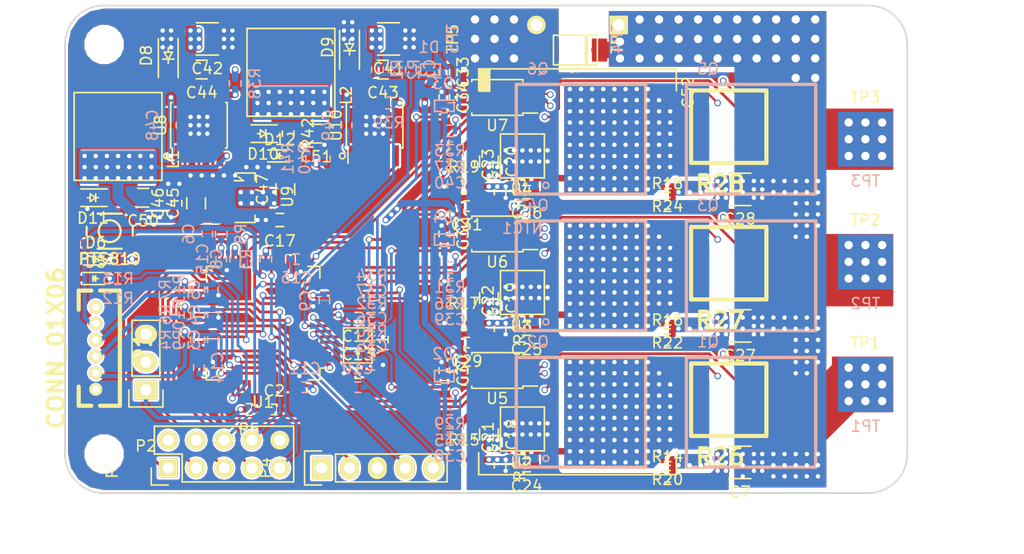
<source format=kicad_pcb>
(kicad_pcb (version 4) (host pcbnew 4.0.4-stable)
  (layers (0 F.Cu signal) (1 In1.Cu signal) (2 In2.Cu signal hide) (31 B.Cu signal) (34 B.Paste user) (35 F.Paste user) (36 B.SilkS user hide) (37 F.SilkS user) (38 B.Mask user) (39 F.Mask user) (44 Edge.Cuts user))
  (net 0 "")
  (net 1 /Microcontroller/BAT_SENSE)
  (net 2 GND)
  (net 3 /Microcontroller/PPM)
  (net 4 /Microcontroller/HALL_1)
  (net 5 /Microcontroller/HALL_2)
  (net 6 /Microcontroller/HALL_3)
  (net 7 /Microcontroller/MOT_TEMP)
  (net 8 VPP)
  (net 9 "Net-(C8-Pad1)")
  (net 10 +3V3)
  (net 11 "Net-(C12-Pad2)")
  (net 12 "Net-(C13-Pad2)")
  (net 13 +12V)
  (net 14 "Net-(C24-Pad2)")
  (net 15 "Net-(C25-Pad2)")
  (net 16 "Net-(C26-Pad2)")
  (net 17 /Microcontroller/I_SENS_A)
  (net 18 /Microcontroller/I_SENS_B)
  (net 19 /Microcontroller/I_SENS_C)
  (net 20 /Microcontroller/V_EMF_SENSE_A)
  (net 21 /Microcontroller/V_EMF_SENSE_B)
  (net 22 /Microcontroller/V_EMF_SENSE_C)
  (net 23 +5V)
  (net 24 "Net-(C48-Pad1)")
  (net 25 "Net-(C48-Pad2)")
  (net 26 "Net-(C49-Pad1)")
  (net 27 "Net-(C49-Pad2)")
  (net 28 "Net-(D5-Pad2)")
  (net 29 "Net-(D6-Pad2)")
  (net 30 "Net-(D12-Pad2)")
  (net 31 /Microcontroller/BOARD_TEMP)
  (net 32 "Net-(P1-Pad3)")
  (net 33 "Net-(P1-Pad4)")
  (net 34 "Net-(P2-Pad1)")
  (net 35 /Microcontroller/EXT_NSS_CANRX)
  (net 36 /Microcontroller/EXT_SCK_CANTX)
  (net 37 /Microcontroller/EXT_MISO)
  (net 38 /Microcontroller/EXT_ADC_DAC)
  (net 39 /Microcontroller/EXT_MOSI)
  (net 40 /Microcontroller/EXT_SCL_TX)
  (net 41 /Microcontroller/EXT_SDA_SCK_RX)
  (net 42 "Net-(Q1-Pad1)")
  (net 43 "Net-(Q2-Pad1)")
  (net 44 "Net-(Q3-Pad1)")
  (net 45 "Net-(Q4-Pad1)")
  (net 46 "Net-(Q5-Pad1)")
  (net 47 "Net-(Q6-Pad1)")
  (net 48 /Microcontroller/LED_R)
  (net 49 /Microcontroller/LED_G)
  (net 50 "Net-(R14-Pad1)")
  (net 51 "Net-(R15-Pad1)")
  (net 52 "Net-(R16-Pad1)")
  (net 53 "Net-(R17-Pad1)")
  (net 54 "Net-(R18-Pad1)")
  (net 55 "Net-(R19-Pad1)")
  (net 56 "/Power FET/MOT_PH_A")
  (net 57 "/Power FET/MOT_PH_B")
  (net 58 "/Power FET/MOT_PH_C")
  (net 59 "Net-(R30-Pad1)")
  (net 60 "Net-(R32-Pad1)")
  (net 61 "Net-(R34-Pad1)")
  (net 62 "Net-(R38-Pad1)")
  (net 63 /Microcontroller/GATE_PWR_EN)
  (net 64 "Net-(R40-Pad2)")
  (net 65 /Microcontroller/BTN)
  (net 66 "Net-(U1-Pad2)")
  (net 67 "Net-(U1-Pad3)")
  (net 68 "Net-(U1-Pad4)")
  (net 69 "Net-(U1-Pad21)")
  (net 70 "Net-(U1-Pad22)")
  (net 71 /Microcontroller/PWM_L_A)
  (net 72 /Microcontroller/PWM_L_B)
  (net 73 /Microcontroller/PWM_L_C)
  (net 74 "Net-(U1-Pad39)")
  (net 75 "Net-(U1-Pad40)")
  (net 76 /Microcontroller/PWM_H_A)
  (net 77 /Microcontroller/PWM_H_B)
  (net 78 /Microcontroller/PWM_H_C)
  (net 79 "Net-(U1-Pad44)")
  (net 80 "Net-(U1-Pad45)")
  (net 81 "Net-(U1-Pad50)")
  (net 82 "Net-(U1-Pad52)")
  (net 83 "Net-(U1-Pad53)")
  (net 84 "Net-(U1-Pad54)")
  (net 85 "Net-(U1-Pad55)")
  (net 86 "Net-(U1-Pad56)")
  (net 87 "Net-(U1-Pad62)")
  (net 88 "Net-(U8-Pad2)")
  (net 89 "Net-(U8-Pad3)")
  (net 90 "Net-(U10-Pad2)")
  (net 91 "Net-(U10-Pad3)")
  (net 92 /Microcontroller/RST)
  (net 93 "/Power FET/PH_A")
  (net 94 "/Power FET/PH_B")
  (net 95 "/Power FET/PH_C")
  (net 96 /Microcontroller/SWCLK)
  (net 97 /Microcontroller/SWDIO)
  (net 98 "Net-(R26-Pad3)")
  (net 99 "Net-(R26-Pad4)")
  (net 100 "Net-(R27-Pad3)")
  (net 101 "Net-(R27-Pad4)")
  (net 102 "Net-(R28-Pad3)")
  (net 103 "Net-(R28-Pad4)")
  (net 104 "Net-(P1-Pad2)")
  (module Resistors_SMD:R_0402 (layer B.Cu) (at 153.67 133.604 180)
    (fp_text reference R34 (at 0 1.8 180) (layer B.SilkS) (effects (justify mirror)))
    (fp_text value 0R)
    (pad 1 smd rect (at -0.45 0 180) (size 0.4 0.6) (layers B.Cu B.Paste B.Mask) (net 61 "Net-(R34-Pad1)"))
    (pad 2 smd rect (at 0.45 0 180) (size 0.4 0.6) (layers B.Cu B.Paste B.Mask) (net 19 /Microcontroller/I_SENS_C))
  )
  (module Mounting_Holes:MountingHole_3.2mm_M3 (layer F.Cu) (at 129.286 148.082)
    (fp_text reference REF** hide)
    (fp_text value MountingHole_3.2mm_M3)
    (pad 1 np_thru_hole circle (at 0 0) (size 3.2 3.2) (drill 3.2) (layers *.Cu *.Mask F.SilkS))
  )
  (module Mounting_Holes:MountingHole_3.2mm_M3 (layer F.Cu) (at 198.882 110.744)
    (fp_text reference REF** hide)
    (fp_text value MountingHole_3.2mm_M3)
    (pad 1 np_thru_hole circle (at 0 0) (size 3.2 3.2) (drill 3.2) (layers *.Cu *.Mask F.SilkS))
  )
  (module Mounting_Holes:MountingHole_3.2mm_M3 (layer F.Cu) (at 129.286 110.744)
    (fp_text reference REF** hide)
    (fp_text value MountingHole_3.2mm_M3)
    (pad 1 np_thru_hole circle (at 0 0) (size 3.2 3.2) (drill 3.2) (layers *.Cu *.Mask F.SilkS))
  )
  (module Capacitors_angled:C_Radial_D18_L37_P7.5_Angled (layer F.Cu) (at 168.656 108.966)
    (fp_text reference C52 (at 13.80966 6.14172 90) (layer F.SilkS))
    (fp_text value 2200u/63V1)
    (pad 1 thru_hole rect (at 7.5 0) (size 1.7 1.7) (drill 1.1) (layers *.Cu *.Mask F.SilkS) (net 8 VPP))
    (pad 2 thru_hole circle (at 0 0) (size 1.7 1.7) (drill 1.1) (layers *.Cu *.Mask F.SilkS) (net 2 GND))
  )
  (module pads:SolderWirePad_single_SMD_5x5mm (layer F.Cu) (at 164.846 110.236 90)
    (fp_text reference TP5 (at 0 -3.81 90) (layer F.SilkS))
    (fp_text value Bat-)
    (pad 1 smd rect (at 0 0 90) (size 5 5) (layers F.Cu F.Paste F.Mask) (net 2 GND))
  )
  (module pads:SolderWirePad_single_SMD_5x5mm (layer F.Cu) (at 179.832 110.236 90)
    (fp_text reference TP4 (at 0 -3.81 90) (layer F.SilkS))
    (fp_text value Bat+)
    (pad 1 smd rect (at 0 0 90) (size 5 5) (layers F.Cu F.Paste F.Mask) (net 8 VPP))
  )
  (module pads:SolderWirePad_single_SMD_5x5mm (layer B.Cu) (at 198.628 141.732)
    (fp_text reference TP1 (at 0 3.81) (layer B.SilkS) (effects (justify mirror)))
    (fp_text value "Phase A")
    (pad 1 smd rect (at 0 0) (size 5 5) (layers B.Cu B.Paste B.Mask) (net 56 "/Power FET/MOT_PH_A"))
  )
  (module pads:SolderWirePad_single_SMD_5x5mm (layer B.Cu) (at 198.628 130.556)
    (fp_text reference TP2 (at 0 3.81) (layer B.SilkS) (effects (justify mirror)))
    (fp_text value "Phase B")
    (pad 1 smd rect (at 0 0) (size 5 5) (layers B.Cu B.Paste B.Mask) (net 57 "/Power FET/MOT_PH_B"))
  )
  (module pads:SolderWirePad_single_SMD_5x5mm (layer B.Cu) (at 198.628 119.38)
    (fp_text reference TP3 (at 0 3.81) (layer B.SilkS) (effects (justify mirror)))
    (fp_text value "Phase C")
    (pad 1 smd rect (at 0 0) (size 5 5) (layers B.Cu B.Paste B.Mask) (net 58 "/Power FET/MOT_PH_C"))
  )
  (module MO-299A:MO-299A (layer B.Cu) (at 188.214 144.272 90)
    (fp_text reference Q1 (at 6.4135 -3.9243 360) (layer B.SilkS) (effects (justify mirror)))
    (fp_text value FDBL0110N60 hide)
    (pad 1 smd rect (at -4.2 -5.24 90) (size 0.8 2.8) (layers B.Cu B.Paste B.Mask) (net 42 "Net-(Q1-Pad1)"))
    (pad 2 smd rect (at -3 -5.24 90) (size 0.8 2.8) (layers B.Cu B.Paste B.Mask) (net 93 "/Power FET/PH_A"))
    (pad 2 smd rect (at -1.8 -5.24 90) (size 0.8 2.8) (layers B.Cu B.Paste B.Mask) (net 93 "/Power FET/PH_A"))
    (pad 2 smd rect (at -0.6 -5.24 90) (size 0.8 2.8) (layers B.Cu B.Paste B.Mask) (net 93 "/Power FET/PH_A"))
    (pad 2 smd rect (at 0.6 -5.24 90) (size 0.8 2.8) (layers B.Cu B.Paste B.Mask) (net 93 "/Power FET/PH_A"))
    (pad 2 smd rect (at 1.8 -5.24 90) (size 0.8 2.8) (layers B.Cu B.Paste B.Mask) (net 93 "/Power FET/PH_A"))
    (pad 2 smd rect (at 3 -5.24 90) (size 0.8 2.8) (layers B.Cu B.Paste B.Mask) (net 93 "/Power FET/PH_A"))
    (pad 2 smd rect (at 4.2 -5.24 90) (size 0.8 2.8) (layers B.Cu B.Paste B.Mask) (net 93 "/Power FET/PH_A"))
    (pad 3 smd rect (at 0 2.59 90) (size 10.2 8.1) (layers B.Cu B.Paste B.Mask) (net 8 VPP))
  )
  (module Resistors_SMD:R_0402 (layer F.Cu) (at 165.354 124.206 270)
    (fp_text reference R25 (at 0 -1.8 270) (layer F.SilkS))
    (fp_text value 33k)
    (pad 1 smd rect (at -0.45 0 270) (size 0.4 0.6) (layers F.Cu F.Paste F.Mask) (net 47 "Net-(Q6-Pad1)"))
    (pad 2 smd rect (at 0.45 0 270) (size 0.4 0.6) (layers F.Cu F.Paste F.Mask) (net 2 GND))
  )
  (module Capacitors_SMD:C_0402 (layer B.Cu) (at 157.226 113.03 90)
    (fp_text reference C1 (at 0 1.7 90) (layer B.SilkS) (effects (justify mirror)))
    (fp_text value 10n)
    (pad 1 smd rect (at -0.55 0 90) (size 0.6 0.5) (layers B.Cu B.Paste B.Mask) (net 1 /Microcontroller/BAT_SENSE))
    (pad 2 smd rect (at 0.55 0 90) (size 0.6 0.5) (layers B.Cu B.Paste B.Mask) (net 2 GND))
  )
  (module Capacitors_SMD:C_0402 (layer F.Cu) (at 144.78 144.018)
    (fp_text reference C2 (at 0 -1.7) (layer F.SilkS))
    (fp_text value 4n7)
    (pad 1 smd rect (at -0.55 0) (size 0.6 0.5) (layers F.Cu F.Paste F.Mask) (net 3 /Microcontroller/PPM))
    (pad 2 smd rect (at 0.55 0) (size 0.6 0.5) (layers F.Cu F.Paste F.Mask) (net 2 GND))
  )
  (module Capacitors_SMD:C_0402 (layer B.Cu) (at 139.192 137.668 270)
    (fp_text reference C3 (at 0 1.7 270) (layer B.SilkS) (effects (justify mirror)))
    (fp_text value 4n7)
    (pad 1 smd rect (at -0.55 0 270) (size 0.6 0.5) (layers B.Cu B.Paste B.Mask) (net 4 /Microcontroller/HALL_1))
    (pad 2 smd rect (at 0.55 0 270) (size 0.6 0.5) (layers B.Cu B.Paste B.Mask) (net 2 GND))
  )
  (module Capacitors_SMD:C_0402 (layer B.Cu) (at 139.192 135.382 270)
    (fp_text reference C4 (at 0 1.7 270) (layer B.SilkS) (effects (justify mirror)))
    (fp_text value 4n7)
    (pad 1 smd rect (at -0.55 0 270) (size 0.6 0.5) (layers B.Cu B.Paste B.Mask) (net 5 /Microcontroller/HALL_2))
    (pad 2 smd rect (at 0.55 0 270) (size 0.6 0.5) (layers B.Cu B.Paste B.Mask) (net 2 GND))
  )
  (module Capacitors_SMD:C_0402 (layer B.Cu) (at 139.192 133.096 270)
    (fp_text reference C5 (at 0 1.7 270) (layer B.SilkS) (effects (justify mirror)))
    (fp_text value 4n7)
    (pad 1 smd rect (at -0.55 0 270) (size 0.6 0.5) (layers B.Cu B.Paste B.Mask) (net 6 /Microcontroller/HALL_3))
    (pad 2 smd rect (at 0.55 0 270) (size 0.6 0.5) (layers B.Cu B.Paste B.Mask) (net 2 GND))
  )
  (module Capacitors_SMD:C_0402 (layer B.Cu) (at 138.684 128.016 270)
    (fp_text reference C6 (at 0 1.7 270) (layer B.SilkS) (effects (justify mirror)))
    (fp_text value 4n7)
    (pad 1 smd rect (at -0.55 0 270) (size 0.6 0.5) (layers B.Cu B.Paste B.Mask) (net 7 /Microcontroller/MOT_TEMP))
    (pad 2 smd rect (at 0.55 0 270) (size 0.6 0.5) (layers B.Cu B.Paste B.Mask) (net 2 GND))
  )
  (module Capacitors_SMD:C_1210 (layer F.Cu) (at 187.198 148.844 180)
    (fp_text reference C7 (at 0 -2.7 180) (layer F.SilkS))
    (fp_text value 10u)
    (pad 1 smd rect (at -1.5 0 180) (size 1 2.5) (layers F.Cu F.Paste F.Mask) (net 8 VPP))
    (pad 2 smd rect (at 1.5 0 180) (size 1 2.5) (layers F.Cu F.Paste F.Mask) (net 2 GND))
  )
  (module Capacitors_SMD:C_0402 (layer B.Cu) (at 141.224 130.302 270)
    (fp_text reference C8 (at 0 1.7 270) (layer B.SilkS) (effects (justify mirror)))
    (fp_text value 2u2)
    (pad 1 smd rect (at -0.55 0 270) (size 0.6 0.5) (layers B.Cu B.Paste B.Mask) (net 9 "Net-(C8-Pad1)"))
    (pad 2 smd rect (at 0.55 0 270) (size 0.6 0.5) (layers B.Cu B.Paste B.Mask) (net 2 GND))
  )
  (module Capacitors_SMD:C_0402 (layer B.Cu) (at 149.352 134.112 270)
    (fp_text reference C9 (at 0 1.7 270) (layer B.SilkS) (effects (justify mirror)))
    (fp_text value 100n)
    (pad 1 smd rect (at -0.55 0 270) (size 0.6 0.5) (layers B.Cu B.Paste B.Mask) (net 10 +3V3))
    (pad 2 smd rect (at 0.55 0 270) (size 0.6 0.5) (layers B.Cu B.Paste B.Mask) (net 2 GND))
  )
  (module Capacitors_SMD:C_0402 (layer B.Cu) (at 152.4 141.986 180)
    (fp_text reference C10 (at 0 1.7 180) (layer B.SilkS) (effects (justify mirror)))
    (fp_text value 100n)
    (pad 1 smd rect (at -0.55 0 180) (size 0.6 0.5) (layers B.Cu B.Paste B.Mask) (net 92 /Microcontroller/RST))
    (pad 2 smd rect (at 0.55 0 180) (size 0.6 0.5) (layers B.Cu B.Paste B.Mask) (net 2 GND))
  )
  (module Capacitors_SMD:C_0402 (layer B.Cu) (at 147.574 141.986 180)
    (fp_text reference C11 (at 0 1.7 180) (layer B.SilkS) (effects (justify mirror)))
    (fp_text value 100n)
    (pad 1 smd rect (at -0.55 0 180) (size 0.6 0.5) (layers B.Cu B.Paste B.Mask) (net 10 +3V3))
    (pad 2 smd rect (at 0.55 0 180) (size 0.6 0.5) (layers B.Cu B.Paste B.Mask) (net 2 GND))
  )
  (module Capacitors_SMD:C_0402 (layer F.Cu) (at 152.4 135.636 180)
    (fp_text reference C12 (at 0 -1.7 180) (layer F.SilkS))
    (fp_text value np)
    (pad 1 smd rect (at -0.55 0 180) (size 0.6 0.5) (layers F.Cu F.Paste F.Mask) (net 2 GND))
    (pad 2 smd rect (at 0.55 0 180) (size 0.6 0.5) (layers F.Cu F.Paste F.Mask) (net 11 "Net-(C12-Pad2)"))
  )
  (module Capacitors_SMD:C_0402 (layer F.Cu) (at 152.4 140.716)
    (fp_text reference C13 (at 0 -1.7) (layer F.SilkS))
    (fp_text value np)
    (pad 1 smd rect (at -0.55 0) (size 0.6 0.5) (layers F.Cu F.Paste F.Mask) (net 2 GND))
    (pad 2 smd rect (at 0.55 0) (size 0.6 0.5) (layers F.Cu F.Paste F.Mask) (net 12 "Net-(C13-Pad2)"))
  )
  (module Capacitors_SMD:C_0402 (layer B.Cu) (at 137.922 140.208 90)
    (fp_text reference C14 (at 0 1.7 90) (layer B.SilkS) (effects (justify mirror)))
    (fp_text value 100n)
    (pad 1 smd rect (at -0.55 0 90) (size 0.6 0.5) (layers B.Cu B.Paste B.Mask) (net 10 +3V3))
    (pad 2 smd rect (at 0.55 0 90) (size 0.6 0.5) (layers B.Cu B.Paste B.Mask) (net 2 GND))
  )
  (module Capacitors_SMD:C_0402 (layer B.Cu) (at 139.954 130.302 270)
    (fp_text reference C15 (at 0 1.7 270) (layer B.SilkS) (effects (justify mirror)))
    (fp_text value 100n)
    (pad 1 smd rect (at -0.55 0 270) (size 0.6 0.5) (layers B.Cu B.Paste B.Mask) (net 10 +3V3))
    (pad 2 smd rect (at 0.55 0 270) (size 0.6 0.5) (layers B.Cu B.Paste B.Mask) (net 2 GND))
  )
  (module Capacitors_SMD:C_0402 (layer B.Cu) (at 146.812 130.302)
    (fp_text reference C16 (at 0 1.7) (layer B.SilkS) (effects (justify mirror)))
    (fp_text value 100n)
    (pad 1 smd rect (at -0.55 0) (size 0.6 0.5) (layers B.Cu B.Paste B.Mask) (net 10 +3V3))
    (pad 2 smd rect (at 0.55 0) (size 0.6 0.5) (layers B.Cu B.Paste B.Mask) (net 2 GND))
  )
  (module Capacitors_SMD:C_0603 (layer F.Cu) (at 145.288 126.746 180)
    (fp_text reference C17 (at 0 -1.9 180) (layer F.SilkS))
    (fp_text value 4u7)
    (pad 1 smd rect (at -0.75 0 180) (size 0.8 0.75) (layers F.Cu F.Paste F.Mask) (net 10 +3V3))
    (pad 2 smd rect (at 0.75 0 180) (size 0.8 0.75) (layers F.Cu F.Paste F.Mask) (net 2 GND))
  )
  (module Capacitors_SMD:C_0805 (layer F.Cu) (at 164.338 146.304 270)
    (fp_text reference C18 (at 0 -2.1 270) (layer F.SilkS))
    (fp_text value 10u)
    (pad 1 smd rect (at -1 0 270) (size 1 1.25) (layers F.Cu F.Paste F.Mask) (net 2 GND))
    (pad 2 smd rect (at 1 0 270) (size 1 1.25) (layers F.Cu F.Paste F.Mask) (net 13 +12V))
  )
  (module Capacitors_SMD:C_0805 (layer F.Cu) (at 164.338 133.858 270)
    (fp_text reference C19 (at 0 -2.1 270) (layer F.SilkS))
    (fp_text value 10u)
    (pad 1 smd rect (at -1 0 270) (size 1 1.25) (layers F.Cu F.Paste F.Mask) (net 2 GND))
    (pad 2 smd rect (at 1 0 270) (size 1 1.25) (layers F.Cu F.Paste F.Mask) (net 13 +12V))
  )
  (module Capacitors_SMD:C_0805 (layer F.Cu) (at 164.338 121.412 270)
    (fp_text reference C20 (at 0 -2.1 270) (layer F.SilkS))
    (fp_text value 10u)
    (pad 1 smd rect (at -1 0 270) (size 1 1.25) (layers F.Cu F.Paste F.Mask) (net 2 GND))
    (pad 2 smd rect (at 1 0 270) (size 1 1.25) (layers F.Cu F.Paste F.Mask) (net 13 +12V))
  )
  (module Capacitors_SMD:C_0402 (layer F.Cu) (at 162.56 146.558 270)
    (fp_text reference C21 (at 0 -1.7 270) (layer F.SilkS))
    (fp_text value 100n)
    (pad 1 smd rect (at -0.55 0 270) (size 0.6 0.5) (layers F.Cu F.Paste F.Mask) (net 2 GND))
    (pad 2 smd rect (at 0.55 0 270) (size 0.6 0.5) (layers F.Cu F.Paste F.Mask) (net 13 +12V))
  )
  (module Capacitors_SMD:C_0402 (layer F.Cu) (at 162.56 134.112 270)
    (fp_text reference C22 (at 0 -1.7 270) (layer F.SilkS))
    (fp_text value 100n)
    (pad 1 smd rect (at -0.55 0 270) (size 0.6 0.5) (layers F.Cu F.Paste F.Mask) (net 2 GND))
    (pad 2 smd rect (at 0.55 0 270) (size 0.6 0.5) (layers F.Cu F.Paste F.Mask) (net 13 +12V))
  )
  (module Capacitors_SMD:C_0402 (layer F.Cu) (at 162.56 121.666 270)
    (fp_text reference C23 (at 0 -1.7 270) (layer F.SilkS))
    (fp_text value 100n)
    (pad 1 smd rect (at -0.55 0 270) (size 0.6 0.5) (layers F.Cu F.Paste F.Mask) (net 2 GND))
    (pad 2 smd rect (at 0.55 0 270) (size 0.6 0.5) (layers F.Cu F.Paste F.Mask) (net 13 +12V))
  )
  (module Capacitors_SMD:C_0603 (layer F.Cu) (at 167.767 149.098 180)
    (fp_text reference C24 (at 0 -1.9 180) (layer F.SilkS))
    (fp_text value 220n/24V/X7R)
    (pad 1 smd rect (at -0.75 0 180) (size 0.8 0.75) (layers F.Cu F.Paste F.Mask) (net 93 "/Power FET/PH_A"))
    (pad 2 smd rect (at 0.75 0 180) (size 0.8 0.75) (layers F.Cu F.Paste F.Mask) (net 14 "Net-(C24-Pad2)"))
  )
  (module Capacitors_SMD:C_0603 (layer F.Cu) (at 167.767 136.652 180)
    (fp_text reference C25 (at 0 -1.9 180) (layer F.SilkS))
    (fp_text value 220n/24V/X7R)
    (pad 1 smd rect (at -0.75 0 180) (size 0.8 0.75) (layers F.Cu F.Paste F.Mask) (net 94 "/Power FET/PH_B"))
    (pad 2 smd rect (at 0.75 0 180) (size 0.8 0.75) (layers F.Cu F.Paste F.Mask) (net 15 "Net-(C25-Pad2)"))
  )
  (module Capacitors_SMD:C_0603 (layer F.Cu) (at 167.767 124.206 180)
    (fp_text reference C26 (at 0 -1.9 180) (layer F.SilkS))
    (fp_text value 220n/24V/X7R)
    (pad 1 smd rect (at -0.75 0 180) (size 0.8 0.75) (layers F.Cu F.Paste F.Mask) (net 95 "/Power FET/PH_C"))
    (pad 2 smd rect (at 0.75 0 180) (size 0.8 0.75) (layers F.Cu F.Paste F.Mask) (net 16 "Net-(C26-Pad2)"))
  )
  (module Capacitors_SMD:C_1210 (layer F.Cu) (at 187.198 136.398 180)
    (fp_text reference C27 (at 0 -2.7 180) (layer F.SilkS))
    (fp_text value 10u)
    (pad 1 smd rect (at -1.5 0 180) (size 1 2.5) (layers F.Cu F.Paste F.Mask) (net 8 VPP))
    (pad 2 smd rect (at 1.5 0 180) (size 1 2.5) (layers F.Cu F.Paste F.Mask) (net 2 GND))
  )
  (module Capacitors_SMD:C_1210 (layer F.Cu) (at 187.198 123.952 180)
    (fp_text reference C28 (at 0 -2.7 180) (layer F.SilkS))
    (fp_text value 10u)
    (pad 1 smd rect (at -1.5 0 180) (size 1 2.5) (layers F.Cu F.Paste F.Mask) (net 8 VPP))
    (pad 2 smd rect (at 1.5 0 180) (size 1 2.5) (layers F.Cu F.Paste F.Mask) (net 2 GND))
  )
  (module Capacitors_SMD:C_0402 (layer F.Cu) (at 162.306 137.922 180)
    (fp_text reference C29 (at 0 -1.7 180) (layer F.SilkS))
    (fp_text value 100n)
    (pad 1 smd rect (at -0.55 0 180) (size 0.6 0.5) (layers F.Cu F.Paste F.Mask) (net 2 GND))
    (pad 2 smd rect (at 0.55 0 180) (size 0.6 0.5) (layers F.Cu F.Paste F.Mask) (net 10 +3V3))
  )
  (module Capacitors_SMD:C_0402 (layer F.Cu) (at 160.274 140.462 270)
    (fp_text reference C30 (at 0 -1.7 270) (layer F.SilkS))
    (fp_text value 100n)
    (pad 1 smd rect (at -0.55 0 270) (size 0.6 0.5) (layers F.Cu F.Paste F.Mask) (net 2 GND))
    (pad 2 smd rect (at 0.55 0 270) (size 0.6 0.5) (layers F.Cu F.Paste F.Mask) (net 10 +3V3))
  )
  (module Capacitors_SMD:C_0402 (layer F.Cu) (at 162.306 125.476 180)
    (fp_text reference C31 (at 0 -1.7 180) (layer F.SilkS))
    (fp_text value 100n)
    (pad 1 smd rect (at -0.55 0 180) (size 0.6 0.5) (layers F.Cu F.Paste F.Mask) (net 2 GND))
    (pad 2 smd rect (at 0.55 0 180) (size 0.6 0.5) (layers F.Cu F.Paste F.Mask) (net 10 +3V3))
  )
  (module Capacitors_SMD:C_0402 (layer F.Cu) (at 160.274 128.016 270)
    (fp_text reference C32 (at 0 -1.7 270) (layer F.SilkS))
    (fp_text value 100n)
    (pad 1 smd rect (at -0.55 0 270) (size 0.6 0.5) (layers F.Cu F.Paste F.Mask) (net 2 GND))
    (pad 2 smd rect (at 0.55 0 270) (size 0.6 0.5) (layers F.Cu F.Paste F.Mask) (net 10 +3V3))
  )
  (module Capacitors_SMD:C_0402 (layer F.Cu) (at 160.274 113.284 270)
    (fp_text reference C33 (at 0 -1.7 270) (layer F.SilkS))
    (fp_text value 100n)
    (pad 1 smd rect (at -0.55 0 270) (size 0.6 0.5) (layers F.Cu F.Paste F.Mask) (net 2 GND))
    (pad 2 smd rect (at 0.55 0 270) (size 0.6 0.5) (layers F.Cu F.Paste F.Mask) (net 10 +3V3))
  )
  (module Capacitors_SMD:C_0402 (layer F.Cu) (at 160.274 115.57 270)
    (fp_text reference C34 (at 0 -1.7 270) (layer F.SilkS))
    (fp_text value 100n)
    (pad 1 smd rect (at -0.55 0 270) (size 0.6 0.5) (layers F.Cu F.Paste F.Mask) (net 2 GND))
    (pad 2 smd rect (at 0.55 0 270) (size 0.6 0.5) (layers F.Cu F.Paste F.Mask) (net 10 +3V3))
  )
  (module Capacitors_SMD:C_0402 (layer B.Cu) (at 153.67 139.954 180)
    (fp_text reference C35 (at 0 1.7 180) (layer B.SilkS) (effects (justify mirror)))
    (fp_text value np)
    (pad 1 smd rect (at -0.55 0 180) (size 0.6 0.5) (layers B.Cu B.Paste B.Mask) (net 2 GND))
    (pad 2 smd rect (at 0.55 0 180) (size 0.6 0.5) (layers B.Cu B.Paste B.Mask) (net 17 /Microcontroller/I_SENS_A))
  )
  (module Capacitors_SMD:C_0402 (layer B.Cu) (at 153.67 137.414 180)
    (fp_text reference C36 (at 0 1.7 180) (layer B.SilkS) (effects (justify mirror)))
    (fp_text value np)
    (pad 1 smd rect (at -0.55 0 180) (size 0.6 0.5) (layers B.Cu B.Paste B.Mask) (net 2 GND))
    (pad 2 smd rect (at 0.55 0 180) (size 0.6 0.5) (layers B.Cu B.Paste B.Mask) (net 18 /Microcontroller/I_SENS_B))
  )
  (module Capacitors_SMD:C_0402 (layer B.Cu) (at 153.67 134.874 180)
    (fp_text reference C37 (at 0 1.7 180) (layer B.SilkS) (effects (justify mirror)))
    (fp_text value np)
    (pad 1 smd rect (at -0.55 0 180) (size 0.6 0.5) (layers B.Cu B.Paste B.Mask) (net 2 GND))
    (pad 2 smd rect (at 0.55 0 180) (size 0.6 0.5) (layers B.Cu B.Paste B.Mask) (net 19 /Microcontroller/I_SENS_C))
  )
  (module Capacitors_SMD:C_0402 (layer B.Cu) (at 160.782 146.558)
    (fp_text reference C38 (at 0 1.7) (layer B.SilkS) (effects (justify mirror)))
    (fp_text value 10n)
    (pad 1 smd rect (at -0.55 0) (size 0.6 0.5) (layers B.Cu B.Paste B.Mask) (net 20 /Microcontroller/V_EMF_SENSE_A))
    (pad 2 smd rect (at 0.55 0) (size 0.6 0.5) (layers B.Cu B.Paste B.Mask) (net 2 GND))
  )
  (module Capacitors_SMD:C_0402 (layer B.Cu) (at 160.782 134.112)
    (fp_text reference C39 (at 0 1.7) (layer B.SilkS) (effects (justify mirror)))
    (fp_text value 10n)
    (pad 1 smd rect (at -0.55 0) (size 0.6 0.5) (layers B.Cu B.Paste B.Mask) (net 21 /Microcontroller/V_EMF_SENSE_B))
    (pad 2 smd rect (at 0.55 0) (size 0.6 0.5) (layers B.Cu B.Paste B.Mask) (net 2 GND))
  )
  (module Capacitors_SMD:C_0402 (layer B.Cu) (at 160.782 121.666)
    (fp_text reference C40 (at 0 1.7) (layer B.SilkS) (effects (justify mirror)))
    (fp_text value 10n)
    (pad 1 smd rect (at -0.55 0) (size 0.6 0.5) (layers B.Cu B.Paste B.Mask) (net 22 /Microcontroller/V_EMF_SENSE_C))
    (pad 2 smd rect (at 0.55 0) (size 0.6 0.5) (layers B.Cu B.Paste B.Mask) (net 2 GND))
  )
  (module Capacitors_SMD:C_1210 (layer F.Cu) (at 155.194 110.236 180)
    (fp_text reference C41 (at 0 -2.7 180) (layer F.SilkS))
    (fp_text value 10u/50V)
    (pad 1 smd rect (at -1.5 0 180) (size 1 2.5) (layers F.Cu F.Paste F.Mask) (net 2 GND))
    (pad 2 smd rect (at 1.5 0 180) (size 1 2.5) (layers F.Cu F.Paste F.Mask) (net 8 VPP))
  )
  (module Capacitors_SMD:C_1210 (layer F.Cu) (at 138.684 110.236 180)
    (fp_text reference C42 (at 0 -2.7 180) (layer F.SilkS))
    (fp_text value 10u/50V)
    (pad 1 smd rect (at -1.5 0 180) (size 1 2.5) (layers F.Cu F.Paste F.Mask) (net 2 GND))
    (pad 2 smd rect (at 1.5 0 180) (size 1 2.5) (layers F.Cu F.Paste F.Mask) (net 8 VPP))
  )
  (module Capacitors_SMD:C_0805 (layer F.Cu) (at 154.686 113.03 180)
    (fp_text reference C43 (at 0 -2.1 180) (layer F.SilkS))
    (fp_text value 1u/50V)
    (pad 1 smd rect (at -1 0 180) (size 1 1.25) (layers F.Cu F.Paste F.Mask) (net 2 GND))
    (pad 2 smd rect (at 1 0 180) (size 1 1.25) (layers F.Cu F.Paste F.Mask) (net 8 VPP))
  )
  (module Capacitors_SMD:C_0805 (layer F.Cu) (at 138.176 113.03 180)
    (fp_text reference C44 (at 0 -2.1 180) (layer F.SilkS))
    (fp_text value 1u/50V)
    (pad 1 smd rect (at -1 0 180) (size 1 1.25) (layers F.Cu F.Paste F.Mask) (net 2 GND))
    (pad 2 smd rect (at 1 0 180) (size 1 1.25) (layers F.Cu F.Paste F.Mask) (net 8 VPP))
  )
  (module Capacitors_SMD:C_0805 (layer F.Cu) (at 137.668 125.222 90)
    (fp_text reference C45 (at 0 -2.1 90) (layer F.SilkS))
    (fp_text value 10u)
    (pad 1 smd rect (at -1 0 90) (size 1 1.25) (layers F.Cu F.Paste F.Mask) (net 23 +5V))
    (pad 2 smd rect (at 1 0 90) (size 1 1.25) (layers F.Cu F.Paste F.Mask) (net 2 GND))
  )
  (module Capacitors_SMD:C_0402 (layer F.Cu) (at 135.89 125.222 90)
    (fp_text reference C46 (at 0 -1.7 90) (layer F.SilkS))
    (fp_text value 100n)
    (pad 1 smd rect (at -0.55 0 90) (size 0.6 0.5) (layers F.Cu F.Paste F.Mask) (net 23 +5V))
    (pad 2 smd rect (at 0.55 0 90) (size 0.6 0.5) (layers F.Cu F.Paste F.Mask) (net 2 GND))
  )
  (module Capacitors_SMD:C_0805 (layer F.Cu) (at 145.796 123.952 90)
    (fp_text reference C47 (at 0 -2.1 90) (layer F.SilkS))
    (fp_text value 22u)
    (pad 1 smd rect (at -1 0 90) (size 1 1.25) (layers F.Cu F.Paste F.Mask) (net 10 +3V3))
    (pad 2 smd rect (at 1 0 90) (size 1 1.25) (layers F.Cu F.Paste F.Mask) (net 2 GND))
  )
  (module Capacitors_SMD:C_0402 (layer B.Cu) (at 135.382 118.11 270)
    (fp_text reference C48 (at 0 1.7 270) (layer B.SilkS) (effects (justify mirror)))
    (fp_text value 10n/50V)
    (pad 1 smd rect (at -0.55 0 270) (size 0.6 0.5) (layers B.Cu B.Paste B.Mask) (net 24 "Net-(C48-Pad1)"))
    (pad 2 smd rect (at 0.55 0 270) (size 0.6 0.5) (layers B.Cu B.Paste B.Mask) (net 25 "Net-(C48-Pad2)"))
  )
  (module Capacitors_SMD:C_0402 (layer B.Cu) (at 151.384 118.11 270)
    (fp_text reference C49 (at 0 1.7 270) (layer B.SilkS) (effects (justify mirror)))
    (fp_text value 10n/50V)
    (pad 1 smd rect (at -0.55 0 270) (size 0.6 0.5) (layers B.Cu B.Paste B.Mask) (net 26 "Net-(C49-Pad1)"))
    (pad 2 smd rect (at 0.55 0 270) (size 0.6 0.5) (layers B.Cu B.Paste B.Mask) (net 27 "Net-(C49-Pad2)"))
  )
  (module Capacitors_SMD:C_0805 (layer F.Cu) (at 132.842 124.714 180)
    (fp_text reference C50 (at 0 -2.1 180) (layer F.SilkS))
    (fp_text value 22u/10V)
    (pad 1 smd rect (at -1 0 180) (size 1 1.25) (layers F.Cu F.Paste F.Mask) (net 2 GND))
    (pad 2 smd rect (at 1 0 180) (size 1 1.25) (layers F.Cu F.Paste F.Mask) (net 23 +5V))
  )
  (module Capacitors_SMD:C_0805 (layer F.Cu) (at 148.59 118.872 180)
    (fp_text reference C51 (at 0 -2.1 180) (layer F.SilkS))
    (fp_text value 10u/16V)
    (pad 1 smd rect (at -1 0 180) (size 1 1.25) (layers F.Cu F.Paste F.Mask) (net 2 GND))
    (pad 2 smd rect (at 1 0 180) (size 1 1.25) (layers F.Cu F.Paste F.Mask) (net 13 +12V))
  )
  (module TO_SOT_Packages_SMD:SOT-323 (layer B.Cu) (at 159.004 113.03 180)
    (fp_text reference D1 (at 0.127 2.032 180) (layer B.SilkS) (effects (justify mirror)))
    (fp_text value BAT854SW)
    (pad 2 smd rect (at -0.65024 0.94996 180) (size 0.59944 1.00076) (layers B.Cu B.Paste B.Mask) (net 10 +3V3))
    (pad 1 smd rect (at 0.65024 0.94996 180) (size 0.59944 1.00076) (layers B.Cu B.Paste B.Mask) (net 2 GND))
    (pad 3 smd rect (at 0 -0.94996 180) (size 0.59944 1.00076) (layers B.Cu B.Paste B.Mask) (net 1 /Microcontroller/BAT_SENSE))
  )
  (module TO_SOT_Packages_SMD:SOT-323 (layer B.Cu) (at 160.274 140.97 180)
    (fp_text reference D2 (at 0.127 2.032 180) (layer B.SilkS) (effects (justify mirror)))
    (fp_text value BAT854SW)
    (pad 2 smd rect (at -0.65024 0.94996 180) (size 0.59944 1.00076) (layers B.Cu B.Paste B.Mask) (net 10 +3V3))
    (pad 1 smd rect (at 0.65024 0.94996 180) (size 0.59944 1.00076) (layers B.Cu B.Paste B.Mask) (net 2 GND))
    (pad 3 smd rect (at 0 -0.94996 180) (size 0.59944 1.00076) (layers B.Cu B.Paste B.Mask) (net 20 /Microcontroller/V_EMF_SENSE_A))
  )
  (module TO_SOT_Packages_SMD:SOT-323 (layer B.Cu) (at 160.274 116.332 180)
    (fp_text reference D3 (at 0.127 2.032 180) (layer B.SilkS) (effects (justify mirror)))
    (fp_text value BAT854SW)
    (pad 2 smd rect (at -0.65024 0.94996 180) (size 0.59944 1.00076) (layers B.Cu B.Paste B.Mask) (net 10 +3V3))
    (pad 1 smd rect (at 0.65024 0.94996 180) (size 0.59944 1.00076) (layers B.Cu B.Paste B.Mask) (net 2 GND))
    (pad 3 smd rect (at 0 -0.94996 180) (size 0.59944 1.00076) (layers B.Cu B.Paste B.Mask) (net 22 /Microcontroller/V_EMF_SENSE_C))
  )
  (module TO_SOT_Packages_SMD:SOT-323 (layer B.Cu) (at 160.274 128.524 180)
    (fp_text reference D4 (at 0.127 2.032 180) (layer B.SilkS) (effects (justify mirror)))
    (fp_text value BAT854SW)
    (pad 2 smd rect (at -0.65024 0.94996 180) (size 0.59944 1.00076) (layers B.Cu B.Paste B.Mask) (net 10 +3V3))
    (pad 1 smd rect (at 0.65024 0.94996 180) (size 0.59944 1.00076) (layers B.Cu B.Paste B.Mask) (net 2 GND))
    (pad 3 smd rect (at 0 -0.94996 180) (size 0.59944 1.00076) (layers B.Cu B.Paste B.Mask) (net 21 /Microcontroller/V_EMF_SENSE_B))
  )
  (module LEDs:LED_0603 (layer F.Cu) (at 128.524 132.08)
    (fp_text reference D5 (at 0 -1.5) (layer F.SilkS))
    (fp_text value LED)
    (pad 2 smd rect (at 0.7493 0 180) (size 0.79756 0.79756) (layers F.Cu F.Paste F.Mask) (net 28 "Net-(D5-Pad2)"))
    (pad 1 smd rect (at -0.7493 0 180) (size 0.79756 0.79756) (layers F.Cu F.Paste F.Mask) (net 2 GND))
  )
  (module LEDs:LED_0603 (layer F.Cu) (at 128.524 130.302)
    (fp_text reference D6 (at 0 -1.5) (layer F.SilkS))
    (fp_text value LED)
    (pad 2 smd rect (at 0.7493 0 180) (size 0.79756 0.79756) (layers F.Cu F.Paste F.Mask) (net 29 "Net-(D6-Pad2)"))
    (pad 1 smd rect (at -0.7493 0 180) (size 0.79756 0.79756) (layers F.Cu F.Paste F.Mask) (net 2 GND))
  )
  (module SOD-128:SOD-128 (layer F.Cu) (at 172.212 111.252)
    (fp_text reference D7 (at -0.0254 1.8669) (layer F.SilkS) (effects (font (size 0.5 0.5) (thickness 0.05))))
    (fp_text value PTVS51VP1UP hide)
    (pad 2 smd rect (at -2.2 0) (size 1.4 2.1) (layers F.Cu F.Paste F.Mask) (net 2 GND))
    (pad 1 smd rect (at 2.2 0) (size 1.4 2.1) (layers F.Cu F.Paste F.Mask) (net 8 VPP))
  )
  (module Diodes_SMD:SOD-123 (layer F.Cu) (at 135.128 111.76 90)
    (fp_text reference D8 (at 0 -2 90) (layer F.SilkS))
    (fp_text value SS26FL)
    (pad 1 smd rect (at -1.635 0 90) (size 0.91 1.22) (layers F.Cu F.Paste F.Mask) (net 24 "Net-(C48-Pad1)"))
    (pad 2 smd rect (at 1.635 0 90) (size 0.91 1.22) (layers F.Cu F.Paste F.Mask) (net 2 GND))
  )
  (module Diodes_SMD:SOD-123 (layer F.Cu) (at 151.638 110.998 90)
    (fp_text reference D9 (at 0 -2 90) (layer F.SilkS))
    (fp_text value SS26FL)
    (pad 1 smd rect (at -1.635 0 90) (size 0.91 1.22) (layers F.Cu F.Paste F.Mask) (net 26 "Net-(C49-Pad1)"))
    (pad 2 smd rect (at 1.635 0 90) (size 0.91 1.22) (layers F.Cu F.Paste F.Mask) (net 2 GND))
  )
  (module Diodes_SMD:SOD-323 (layer F.Cu) (at 143.764 118.872 180)
    (fp_text reference D10 (at 0 -1.85 180) (layer F.SilkS))
    (fp_text value SP4023)
    (pad 1 smd rect (at -1.055 0 180) (size 0.59 0.45) (layers F.Cu F.Paste F.Mask) (net 13 +12V))
    (pad 2 smd rect (at 1.055 0 180) (size 0.59 0.45) (layers F.Cu F.Paste F.Mask) (net 2 GND))
  )
  (module Diodes_SMD:SOD-323 (layer F.Cu) (at 128.27 124.714 180)
    (fp_text reference D11 (at 0 -1.85 180) (layer F.SilkS))
    (fp_text value SP4021)
    (pad 1 smd rect (at -1.055 0 180) (size 0.59 0.45) (layers F.Cu F.Paste F.Mask) (net 23 +5V))
    (pad 2 smd rect (at 1.055 0 180) (size 0.59 0.45) (layers F.Cu F.Paste F.Mask) (net 2 GND))
  )
  (module LEDs:LED_0603 (layer F.Cu) (at 145.288 120.904)
    (fp_text reference D12 (at 0 -1.5) (layer F.SilkS))
    (fp_text value LED)
    (pad 2 smd rect (at 0.7493 0 180) (size 0.79756 0.79756) (layers F.Cu F.Paste F.Mask) (net 30 "Net-(D12-Pad2)"))
    (pad 1 smd rect (at -0.7493 0 180) (size 0.79756 0.79756) (layers F.Cu F.Paste F.Mask) (net 2 GND))
  )
  (module SRN8040TA:SRN8040TA (layer F.Cu) (at 130.556 119.126)
    (fp_text reference L1 (at 5.0292 2.09042 90) (layer F.SilkS))
    (fp_text value 33u/1A hide)
    (pad 2 smd rect (at 0 2.825) (size 6.6 2.85) (layers F.Cu F.Paste F.Mask) (net 23 +5V))
    (pad 1 smd rect (at 0 -2.825) (size 6.6 2.85) (layers F.Cu F.Paste F.Mask) (net 24 "Net-(C48-Pad1)"))
  )
  (module SRN8040TA:SRN8040TA (layer F.Cu) (at 146.304 113.284)
    (fp_text reference L2 (at 5.0292 2.09042 90) (layer F.SilkS))
    (fp_text value 47u/1A hide)
    (pad 2 smd rect (at 0 2.825) (size 6.6 2.85) (layers F.Cu F.Paste F.Mask) (net 13 +12V))
    (pad 1 smd rect (at 0 -2.825) (size 6.6 2.85) (layers F.Cu F.Paste F.Mask) (net 26 "Net-(C49-Pad1)"))
  )
  (module Resistors_SMD:R_0603 (layer B.Cu) (at 167.386 125.603)
    (fp_text reference NTC1 (at 0 1.9) (layer B.SilkS) (effects (justify mirror)))
    (fp_text value 10k)
    (pad 1 smd rect (at -0.75 0) (size 0.5 0.9) (layers B.Cu B.Paste B.Mask) (net 10 +3V3))
    (pad 2 smd rect (at 0.75 0) (size 0.5 0.9) (layers B.Cu B.Paste B.Mask) (net 31 /Microcontroller/BOARD_TEMP))
  )
  (module Pin_Headers:Pin_Header_Straight_1x03 (layer F.Cu) (at 133.096 142.24 180)
    (fp_text reference P2 (at 0 -5.1 180) (layer F.SilkS))
    (fp_text value CONN_01X03)
    (pad 1 thru_hole rect (at 0 0 180) (size 2.032 1.7272) (drill 1.016) (layers *.Cu *.Mask F.SilkS) (net 34 "Net-(P2-Pad1)"))
    (pad 2 thru_hole oval (at 0 2.54 180) (size 2.032 1.7272) (drill 1.016) (layers *.Cu *.Mask F.SilkS) (net 23 +5V))
    (pad 3 thru_hole oval (at 0 5.08 180) (size 2.032 1.7272) (drill 1.016) (layers *.Cu *.Mask F.SilkS) (net 2 GND))
  )
  (module Pin_Headers:Pin_Header_Straight_2x05 (layer F.Cu) (at 135.128 149.352 90)
    (fp_text reference P3 (at 0 -5.1 90) (layer F.SilkS))
    (fp_text value CONN_02X05)
    (pad 1 thru_hole rect (at 0 0 90) (size 1.7272 1.7272) (drill 1.016) (layers *.Cu *.Mask F.SilkS) (net 35 /Microcontroller/EXT_NSS_CANRX))
    (pad 2 thru_hole oval (at 2.54 0 90) (size 1.7272 1.7272) (drill 1.016) (layers *.Cu *.Mask F.SilkS) (net 23 +5V))
    (pad 3 thru_hole oval (at 0 2.54 90) (size 1.7272 1.7272) (drill 1.016) (layers *.Cu *.Mask F.SilkS) (net 36 /Microcontroller/EXT_SCK_CANTX))
    (pad 4 thru_hole oval (at 2.54 2.54 90) (size 1.7272 1.7272) (drill 1.016) (layers *.Cu *.Mask F.SilkS) (net 10 +3V3))
    (pad 5 thru_hole oval (at 0 5.08 90) (size 1.7272 1.7272) (drill 1.016) (layers *.Cu *.Mask F.SilkS) (net 37 /Microcontroller/EXT_MISO))
    (pad 6 thru_hole oval (at 2.54 5.08 90) (size 1.7272 1.7272) (drill 1.016) (layers *.Cu *.Mask F.SilkS) (net 38 /Microcontroller/EXT_ADC_DAC))
    (pad 7 thru_hole oval (at 0 7.62 90) (size 1.7272 1.7272) (drill 1.016) (layers *.Cu *.Mask F.SilkS) (net 39 /Microcontroller/EXT_MOSI))
    (pad 8 thru_hole oval (at 2.54 7.62 90) (size 1.7272 1.7272) (drill 1.016) (layers *.Cu *.Mask F.SilkS) (net 40 /Microcontroller/EXT_SCL_TX))
    (pad 9 thru_hole oval (at 0 10.16 90) (size 1.7272 1.7272) (drill 1.016) (layers *.Cu *.Mask F.SilkS) (net 41 /Microcontroller/EXT_SDA_SCK_RX))
    (pad 10 thru_hole oval (at 2.54 10.16 90) (size 1.7272 1.7272) (drill 1.016) (layers *.Cu *.Mask F.SilkS) (net 2 GND))
  )
  (module Pin_Headers:Pin_Header_Straight_1x05 (layer F.Cu) (at 149.098 149.352 90)
    (fp_text reference P4 (at 0 -5.1 90) (layer F.SilkS))
    (fp_text value CONN_01X05)
    (pad 1 thru_hole rect (at 0 0 90) (size 2.032 1.7272) (drill 1.016) (layers *.Cu *.Mask F.SilkS) (net 10 +3V3))
    (pad 2 thru_hole oval (at 0 2.54 90) (size 2.032 1.7272) (drill 1.016) (layers *.Cu *.Mask F.SilkS) (net 96 /Microcontroller/SWCLK))
    (pad 3 thru_hole oval (at 0 5.08 90) (size 2.032 1.7272) (drill 1.016) (layers *.Cu *.Mask F.SilkS) (net 2 GND))
    (pad 4 thru_hole oval (at 0 7.62 90) (size 2.032 1.7272) (drill 1.016) (layers *.Cu *.Mask F.SilkS) (net 97 /Microcontroller/SWDIO))
    (pad 5 thru_hole oval (at 0 10.16 90) (size 2.032 1.7272) (drill 1.016) (layers *.Cu *.Mask F.SilkS) (net 92 /Microcontroller/RST))
  )
  (module MO-299A:MO-299A (layer B.Cu) (at 172.72 144.272 90)
    (fp_text reference Q2 (at 6.4135 -3.9243 360) (layer B.SilkS) (effects (justify mirror)))
    (fp_text value FDBL0110N60 hide)
    (pad 1 smd rect (at -4.2 -5.24 90) (size 0.8 2.8) (layers B.Cu B.Paste B.Mask) (net 43 "Net-(Q2-Pad1)"))
    (pad 2 smd rect (at -3 -5.24 90) (size 0.8 2.8) (layers B.Cu B.Paste B.Mask) (net 2 GND))
    (pad 2 smd rect (at -1.8 -5.24 90) (size 0.8 2.8) (layers B.Cu B.Paste B.Mask) (net 2 GND))
    (pad 2 smd rect (at -0.6 -5.24 90) (size 0.8 2.8) (layers B.Cu B.Paste B.Mask) (net 2 GND))
    (pad 2 smd rect (at 0.6 -5.24 90) (size 0.8 2.8) (layers B.Cu B.Paste B.Mask) (net 2 GND))
    (pad 2 smd rect (at 1.8 -5.24 90) (size 0.8 2.8) (layers B.Cu B.Paste B.Mask) (net 2 GND))
    (pad 2 smd rect (at 3 -5.24 90) (size 0.8 2.8) (layers B.Cu B.Paste B.Mask) (net 2 GND))
    (pad 2 smd rect (at 4.2 -5.24 90) (size 0.8 2.8) (layers B.Cu B.Paste B.Mask) (net 2 GND))
    (pad 3 smd rect (at 0 2.59 90) (size 10.2 8.1) (layers B.Cu B.Paste B.Mask) (net 93 "/Power FET/PH_A"))
  )
  (module MO-299A:MO-299A (layer B.Cu) (at 188.214 131.826 90)
    (fp_text reference Q3 (at 6.4135 -3.9243 360) (layer B.SilkS) (effects (justify mirror)))
    (fp_text value FDBL0110N60 hide)
    (pad 1 smd rect (at -4.2 -5.24 90) (size 0.8 2.8) (layers B.Cu B.Paste B.Mask) (net 44 "Net-(Q3-Pad1)"))
    (pad 2 smd rect (at -3 -5.24 90) (size 0.8 2.8) (layers B.Cu B.Paste B.Mask) (net 94 "/Power FET/PH_B"))
    (pad 2 smd rect (at -1.8 -5.24 90) (size 0.8 2.8) (layers B.Cu B.Paste B.Mask) (net 94 "/Power FET/PH_B"))
    (pad 2 smd rect (at -0.6 -5.24 90) (size 0.8 2.8) (layers B.Cu B.Paste B.Mask) (net 94 "/Power FET/PH_B"))
    (pad 2 smd rect (at 0.6 -5.24 90) (size 0.8 2.8) (layers B.Cu B.Paste B.Mask) (net 94 "/Power FET/PH_B"))
    (pad 2 smd rect (at 1.8 -5.24 90) (size 0.8 2.8) (layers B.Cu B.Paste B.Mask) (net 94 "/Power FET/PH_B"))
    (pad 2 smd rect (at 3 -5.24 90) (size 0.8 2.8) (layers B.Cu B.Paste B.Mask) (net 94 "/Power FET/PH_B"))
    (pad 2 smd rect (at 4.2 -5.24 90) (size 0.8 2.8) (layers B.Cu B.Paste B.Mask) (net 94 "/Power FET/PH_B"))
    (pad 3 smd rect (at 0 2.59 90) (size 10.2 8.1) (layers B.Cu B.Paste B.Mask) (net 8 VPP))
  )
  (module MO-299A:MO-299A (layer B.Cu) (at 172.72 131.826 90)
    (fp_text reference Q4 (at 6.4135 -3.9243 360) (layer B.SilkS) (effects (justify mirror)))
    (fp_text value FDBL0110N60 hide)
    (pad 1 smd rect (at -4.2 -5.24 90) (size 0.8 2.8) (layers B.Cu B.Paste B.Mask) (net 45 "Net-(Q4-Pad1)"))
    (pad 2 smd rect (at -3 -5.24 90) (size 0.8 2.8) (layers B.Cu B.Paste B.Mask) (net 2 GND))
    (pad 2 smd rect (at -1.8 -5.24 90) (size 0.8 2.8) (layers B.Cu B.Paste B.Mask) (net 2 GND))
    (pad 2 smd rect (at -0.6 -5.24 90) (size 0.8 2.8) (layers B.Cu B.Paste B.Mask) (net 2 GND))
    (pad 2 smd rect (at 0.6 -5.24 90) (size 0.8 2.8) (layers B.Cu B.Paste B.Mask) (net 2 GND))
    (pad 2 smd rect (at 1.8 -5.24 90) (size 0.8 2.8) (layers B.Cu B.Paste B.Mask) (net 2 GND))
    (pad 2 smd rect (at 3 -5.24 90) (size 0.8 2.8) (layers B.Cu B.Paste B.Mask) (net 2 GND))
    (pad 2 smd rect (at 4.2 -5.24 90) (size 0.8 2.8) (layers B.Cu B.Paste B.Mask) (net 2 GND))
    (pad 3 smd rect (at 0 2.59 90) (size 10.2 8.1) (layers B.Cu B.Paste B.Mask) (net 94 "/Power FET/PH_B"))
  )
  (module MO-299A:MO-299A (layer B.Cu) (at 188.214 119.38 90)
    (fp_text reference Q5 (at 6.4135 -3.9243 360) (layer B.SilkS) (effects (justify mirror)))
    (fp_text value FDBL0110N60 hide)
    (pad 1 smd rect (at -4.2 -5.24 90) (size 0.8 2.8) (layers B.Cu B.Paste B.Mask) (net 46 "Net-(Q5-Pad1)"))
    (pad 2 smd rect (at -3 -5.24 90) (size 0.8 2.8) (layers B.Cu B.Paste B.Mask) (net 95 "/Power FET/PH_C"))
    (pad 2 smd rect (at -1.8 -5.24 90) (size 0.8 2.8) (layers B.Cu B.Paste B.Mask) (net 95 "/Power FET/PH_C"))
    (pad 2 smd rect (at -0.6 -5.24 90) (size 0.8 2.8) (layers B.Cu B.Paste B.Mask) (net 95 "/Power FET/PH_C"))
    (pad 2 smd rect (at 0.6 -5.24 90) (size 0.8 2.8) (layers B.Cu B.Paste B.Mask) (net 95 "/Power FET/PH_C"))
    (pad 2 smd rect (at 1.8 -5.24 90) (size 0.8 2.8) (layers B.Cu B.Paste B.Mask) (net 95 "/Power FET/PH_C"))
    (pad 2 smd rect (at 3 -5.24 90) (size 0.8 2.8) (layers B.Cu B.Paste B.Mask) (net 95 "/Power FET/PH_C"))
    (pad 2 smd rect (at 4.2 -5.24 90) (size 0.8 2.8) (layers B.Cu B.Paste B.Mask) (net 95 "/Power FET/PH_C"))
    (pad 3 smd rect (at 0 2.59 90) (size 10.2 8.1) (layers B.Cu B.Paste B.Mask) (net 8 VPP))
  )
  (module MO-299A:MO-299A (layer B.Cu) (at 172.72 119.38 90)
    (fp_text reference Q6 (at 6.4135 -3.9243 360) (layer B.SilkS) (effects (justify mirror)))
    (fp_text value FDBL0110N60 hide)
    (pad 1 smd rect (at -4.2 -5.24 90) (size 0.8 2.8) (layers B.Cu B.Paste B.Mask) (net 47 "Net-(Q6-Pad1)"))
    (pad 2 smd rect (at -3 -5.24 90) (size 0.8 2.8) (layers B.Cu B.Paste B.Mask) (net 2 GND))
    (pad 2 smd rect (at -1.8 -5.24 90) (size 0.8 2.8) (layers B.Cu B.Paste B.Mask) (net 2 GND))
    (pad 2 smd rect (at -0.6 -5.24 90) (size 0.8 2.8) (layers B.Cu B.Paste B.Mask) (net 2 GND))
    (pad 2 smd rect (at 0.6 -5.24 90) (size 0.8 2.8) (layers B.Cu B.Paste B.Mask) (net 2 GND))
    (pad 2 smd rect (at 1.8 -5.24 90) (size 0.8 2.8) (layers B.Cu B.Paste B.Mask) (net 2 GND))
    (pad 2 smd rect (at 3 -5.24 90) (size 0.8 2.8) (layers B.Cu B.Paste B.Mask) (net 2 GND))
    (pad 2 smd rect (at 4.2 -5.24 90) (size 0.8 2.8) (layers B.Cu B.Paste B.Mask) (net 2 GND))
    (pad 3 smd rect (at 0 2.59 90) (size 10.2 8.1) (layers B.Cu B.Paste B.Mask) (net 95 "/Power FET/PH_C"))
  )
  (module Resistors_SMD:R_0402 (layer B.Cu) (at 154.178 113.03 90)
    (fp_text reference R1 (at 0 1.8 90) (layer B.SilkS) (effects (justify mirror)))
    (fp_text value 20k)
    (pad 1 smd rect (at -0.45 0 90) (size 0.4 0.6) (layers B.Cu B.Paste B.Mask) (net 1 /Microcontroller/BAT_SENSE))
    (pad 2 smd rect (at 0.45 0 90) (size 0.4 0.6) (layers B.Cu B.Paste B.Mask) (net 8 VPP))
  )
  (module Resistors_SMD:R_0402 (layer B.Cu) (at 155.702 113.03 90)
    (fp_text reference R2 (at 0 1.8 90) (layer B.SilkS) (effects (justify mirror)))
    (fp_text value 1k8)
    (pad 1 smd rect (at -0.45 0 90) (size 0.4 0.6) (layers B.Cu B.Paste B.Mask) (net 1 /Microcontroller/BAT_SENSE))
    (pad 2 smd rect (at 0.45 0 90) (size 0.4 0.6) (layers B.Cu B.Paste B.Mask) (net 2 GND))
  )
  (module Resistors_SMD:R_0402 (layer B.Cu) (at 144.018 130.302 270)
    (fp_text reference R3 (at 0 1.8 270) (layer B.SilkS) (effects (justify mirror)))
    (fp_text value 10k)
    (pad 1 smd rect (at -0.45 0 270) (size 0.4 0.6) (layers B.Cu B.Paste B.Mask) (net 31 /Microcontroller/BOARD_TEMP))
    (pad 2 smd rect (at 0.45 0 270) (size 0.4 0.6) (layers B.Cu B.Paste B.Mask) (net 2 GND))
  )
  (module Resistors_SMD:R_0402 (layer B.Cu) (at 136.652 137.668 270)
    (fp_text reference R4 (at 0 1.8 270) (layer B.SilkS) (effects (justify mirror)))
    (fp_text value 2k2)
    (pad 1 smd rect (at -0.45 0 270) (size 0.4 0.6) (layers B.Cu B.Paste B.Mask) (net 10 +3V3))
    (pad 2 smd rect (at 0.45 0 270) (size 0.4 0.6) (layers B.Cu B.Paste B.Mask) (net 104 "Net-(P1-Pad2)"))
  )
  (module Resistors_SMD:R_0402 (layer F.Cu) (at 142.494 144.018 180)
    (fp_text reference R5 (at 0 -1.8 180) (layer F.SilkS))
    (fp_text value 2k2)
    (pad 1 smd rect (at -0.45 0 180) (size 0.4 0.6) (layers F.Cu F.Paste F.Mask) (net 3 /Microcontroller/PPM))
    (pad 2 smd rect (at 0.45 0 180) (size 0.4 0.6) (layers F.Cu F.Paste F.Mask) (net 34 "Net-(P2-Pad1)"))
  )
  (module Resistors_SMD:R_0402 (layer B.Cu) (at 136.652 135.382 270)
    (fp_text reference R6 (at 0 1.8 270) (layer B.SilkS) (effects (justify mirror)))
    (fp_text value 2k2)
    (pad 1 smd rect (at -0.45 0 270) (size 0.4 0.6) (layers B.Cu B.Paste B.Mask) (net 10 +3V3))
    (pad 2 smd rect (at 0.45 0 270) (size 0.4 0.6) (layers B.Cu B.Paste B.Mask) (net 32 "Net-(P1-Pad3)"))
  )
  (module Resistors_SMD:R_0402 (layer B.Cu) (at 136.652 133.096 270)
    (fp_text reference R7 (at 0 1.8 270) (layer B.SilkS) (effects (justify mirror)))
    (fp_text value 2k2)
    (pad 1 smd rect (at -0.45 0 270) (size 0.4 0.6) (layers B.Cu B.Paste B.Mask) (net 10 +3V3))
    (pad 2 smd rect (at 0.45 0 270) (size 0.4 0.6) (layers B.Cu B.Paste B.Mask) (net 33 "Net-(P1-Pad4)"))
  )
  (module Resistors_SMD:R_0402 (layer B.Cu) (at 139.954 128.016 90)
    (fp_text reference R8 (at 0 1.8 90) (layer B.SilkS) (effects (justify mirror)))
    (fp_text value 10k)
    (pad 1 smd rect (at -0.45 0 90) (size 0.4 0.6) (layers B.Cu B.Paste B.Mask) (net 10 +3V3))
    (pad 2 smd rect (at 0.45 0 90) (size 0.4 0.6) (layers B.Cu B.Paste B.Mask) (net 7 /Microcontroller/MOT_TEMP))
  )
  (module Resistors_SMD:R_0402 (layer B.Cu) (at 137.922 137.668 270)
    (fp_text reference R9 (at 0 1.8 270) (layer B.SilkS) (effects (justify mirror)))
    (fp_text value 10k)
    (pad 1 smd rect (at -0.45 0 270) (size 0.4 0.6) (layers B.Cu B.Paste B.Mask) (net 4 /Microcontroller/HALL_1))
    (pad 2 smd rect (at 0.45 0 270) (size 0.4 0.6) (layers B.Cu B.Paste B.Mask) (net 104 "Net-(P1-Pad2)"))
  )
  (module Resistors_SMD:R_0402 (layer B.Cu) (at 137.922 135.382 270)
    (fp_text reference R10 (at 0 1.8 270) (layer B.SilkS) (effects (justify mirror)))
    (fp_text value 10k)
    (pad 1 smd rect (at -0.45 0 270) (size 0.4 0.6) (layers B.Cu B.Paste B.Mask) (net 5 /Microcontroller/HALL_2))
    (pad 2 smd rect (at 0.45 0 270) (size 0.4 0.6) (layers B.Cu B.Paste B.Mask) (net 32 "Net-(P1-Pad3)"))
  )
  (module Resistors_SMD:R_0402 (layer B.Cu) (at 137.922 133.096 270)
    (fp_text reference R11 (at 0 1.8 270) (layer B.SilkS) (effects (justify mirror)))
    (fp_text value 10k)
    (pad 1 smd rect (at -0.45 0 270) (size 0.4 0.6) (layers B.Cu B.Paste B.Mask) (net 6 /Microcontroller/HALL_3))
    (pad 2 smd rect (at 0.45 0 270) (size 0.4 0.6) (layers B.Cu B.Paste B.Mask) (net 33 "Net-(P1-Pad4)"))
  )
  (module Resistors_SMD:R_0402 (layer B.Cu) (at 130.556 132.08)
    (fp_text reference R12 (at 0 1.8) (layer B.SilkS) (effects (justify mirror)))
    (fp_text value 100R)
    (pad 1 smd rect (at -0.45 0) (size 0.4 0.6) (layers B.Cu B.Paste B.Mask) (net 28 "Net-(D5-Pad2)"))
    (pad 2 smd rect (at 0.45 0) (size 0.4 0.6) (layers B.Cu B.Paste B.Mask) (net 48 /Microcontroller/LED_R))
  )
  (module Resistors_SMD:R_0402 (layer B.Cu) (at 130.556 130.302)
    (fp_text reference R13 (at 0 1.8) (layer B.SilkS) (effects (justify mirror)))
    (fp_text value 100R)
    (pad 1 smd rect (at -0.45 0) (size 0.4 0.6) (layers B.Cu B.Paste B.Mask) (net 29 "Net-(D6-Pad2)"))
    (pad 2 smd rect (at 0.45 0) (size 0.4 0.6) (layers B.Cu B.Paste B.Mask) (net 49 /Microcontroller/LED_G))
  )
  (module Resistors_SMD:R_0402 (layer F.Cu) (at 180.594 150.114)
    (fp_text reference R14 (at 0 -1.8) (layer F.SilkS))
    (fp_text value 4R7)
    (pad 1 smd rect (at -0.45 0) (size 0.4 0.6) (layers F.Cu F.Paste F.Mask) (net 50 "Net-(R14-Pad1)"))
    (pad 2 smd rect (at 0.45 0) (size 0.4 0.6) (layers F.Cu F.Paste F.Mask) (net 42 "Net-(Q1-Pad1)"))
  )
  (module Resistors_SMD:R_0402 (layer F.Cu) (at 162.052 148.59)
    (fp_text reference R15 (at 0 -1.8) (layer F.SilkS))
    (fp_text value 4R7)
    (pad 1 smd rect (at -0.45 0) (size 0.4 0.6) (layers F.Cu F.Paste F.Mask) (net 51 "Net-(R15-Pad1)"))
    (pad 2 smd rect (at 0.45 0) (size 0.4 0.6) (layers F.Cu F.Paste F.Mask) (net 43 "Net-(Q2-Pad1)"))
  )
  (module Resistors_SMD:R_0402 (layer F.Cu) (at 180.594 137.668)
    (fp_text reference R16 (at 0 -1.8) (layer F.SilkS))
    (fp_text value 4R7)
    (pad 1 smd rect (at -0.45 0) (size 0.4 0.6) (layers F.Cu F.Paste F.Mask) (net 52 "Net-(R16-Pad1)"))
    (pad 2 smd rect (at 0.45 0) (size 0.4 0.6) (layers F.Cu F.Paste F.Mask) (net 44 "Net-(Q3-Pad1)"))
  )
  (module Resistors_SMD:R_0402 (layer F.Cu) (at 162.052 136.144)
    (fp_text reference R17 (at 0 -1.8) (layer F.SilkS))
    (fp_text value 4R7)
    (pad 1 smd rect (at -0.45 0) (size 0.4 0.6) (layers F.Cu F.Paste F.Mask) (net 53 "Net-(R17-Pad1)"))
    (pad 2 smd rect (at 0.45 0) (size 0.4 0.6) (layers F.Cu F.Paste F.Mask) (net 45 "Net-(Q4-Pad1)"))
  )
  (module Resistors_SMD:R_0402 (layer F.Cu) (at 180.594 125.222)
    (fp_text reference R18 (at 0 -1.8) (layer F.SilkS))
    (fp_text value 4R7)
    (pad 1 smd rect (at -0.45 0) (size 0.4 0.6) (layers F.Cu F.Paste F.Mask) (net 54 "Net-(R18-Pad1)"))
    (pad 2 smd rect (at 0.45 0) (size 0.4 0.6) (layers F.Cu F.Paste F.Mask) (net 46 "Net-(Q5-Pad1)"))
  )
  (module Resistors_SMD:R_0402 (layer F.Cu) (at 162.052 123.698)
    (fp_text reference R19 (at 0 -1.8) (layer F.SilkS))
    (fp_text value 4R7)
    (pad 1 smd rect (at -0.45 0) (size 0.4 0.6) (layers F.Cu F.Paste F.Mask) (net 55 "Net-(R19-Pad1)"))
    (pad 2 smd rect (at 0.45 0) (size 0.4 0.6) (layers F.Cu F.Paste F.Mask) (net 47 "Net-(Q6-Pad1)"))
  )
  (module Resistors_SMD:R_0402 (layer F.Cu) (at 180.594 148.59 180)
    (fp_text reference R20 (at 0 -1.8 180) (layer F.SilkS))
    (fp_text value 33k)
    (pad 1 smd rect (at -0.45 0 180) (size 0.4 0.6) (layers F.Cu F.Paste F.Mask) (net 42 "Net-(Q1-Pad1)"))
    (pad 2 smd rect (at 0.45 0 180) (size 0.4 0.6) (layers F.Cu F.Paste F.Mask) (net 93 "/Power FET/PH_A"))
  )
  (module Resistors_SMD:R_0402 (layer F.Cu) (at 165.354 149.098 270)
    (fp_text reference R21 (at 0 -1.8 270) (layer F.SilkS))
    (fp_text value 33k)
    (pad 1 smd rect (at -0.45 0 270) (size 0.4 0.6) (layers F.Cu F.Paste F.Mask) (net 43 "Net-(Q2-Pad1)"))
    (pad 2 smd rect (at 0.45 0 270) (size 0.4 0.6) (layers F.Cu F.Paste F.Mask) (net 2 GND))
  )
  (module Resistors_SMD:R_0402 (layer F.Cu) (at 180.594 136.144 180)
    (fp_text reference R22 (at 0 -1.8 180) (layer F.SilkS))
    (fp_text value 33k)
    (pad 1 smd rect (at -0.45 0 180) (size 0.4 0.6) (layers F.Cu F.Paste F.Mask) (net 44 "Net-(Q3-Pad1)"))
    (pad 2 smd rect (at 0.45 0 180) (size 0.4 0.6) (layers F.Cu F.Paste F.Mask) (net 94 "/Power FET/PH_B"))
  )
  (module Resistors_SMD:R_0402 (layer F.Cu) (at 165.354 136.652 270)
    (fp_text reference R23 (at 0 -1.8 270) (layer F.SilkS))
    (fp_text value 33k)
    (pad 1 smd rect (at -0.45 0 270) (size 0.4 0.6) (layers F.Cu F.Paste F.Mask) (net 45 "Net-(Q4-Pad1)"))
    (pad 2 smd rect (at 0.45 0 270) (size 0.4 0.6) (layers F.Cu F.Paste F.Mask) (net 2 GND))
  )
  (module Resistors_SMD:R_0402 (layer F.Cu) (at 180.594 123.698 180)
    (fp_text reference R24 (at 0 -1.8 180) (layer F.SilkS))
    (fp_text value 33k)
    (pad 1 smd rect (at -0.45 0 180) (size 0.4 0.6) (layers F.Cu F.Paste F.Mask) (net 46 "Net-(Q5-Pad1)"))
    (pad 2 smd rect (at 0.45 0 180) (size 0.4 0.6) (layers F.Cu F.Paste F.Mask) (net 95 "/Power FET/PH_C"))
  )
  (module Resistors_SMD:R_0402 (layer B.Cu) (at 160.782 143.51)
    (fp_text reference R29 (at 0 1.8) (layer B.SilkS) (effects (justify mirror)))
    (fp_text value 33k)
    (pad 1 smd rect (at -0.45 0) (size 0.4 0.6) (layers B.Cu B.Paste B.Mask) (net 20 /Microcontroller/V_EMF_SENSE_A))
    (pad 2 smd rect (at 0.45 0) (size 0.4 0.6) (layers B.Cu B.Paste B.Mask) (net 56 "/Power FET/MOT_PH_A"))
  )
  (module Resistors_SMD:R_0402 (layer B.Cu) (at 153.67 138.684 180)
    (fp_text reference R30 (at 0 1.8 180) (layer B.SilkS) (effects (justify mirror)))
    (fp_text value 0R)
    (pad 1 smd rect (at -0.45 0 180) (size 0.4 0.6) (layers B.Cu B.Paste B.Mask) (net 59 "Net-(R30-Pad1)"))
    (pad 2 smd rect (at 0.45 0 180) (size 0.4 0.6) (layers B.Cu B.Paste B.Mask) (net 17 /Microcontroller/I_SENS_A))
  )
  (module Resistors_SMD:R_0402 (layer B.Cu) (at 160.782 131.064)
    (fp_text reference R31 (at 0 1.8) (layer B.SilkS) (effects (justify mirror)))
    (fp_text value 33k)
    (pad 1 smd rect (at -0.45 0) (size 0.4 0.6) (layers B.Cu B.Paste B.Mask) (net 21 /Microcontroller/V_EMF_SENSE_B))
    (pad 2 smd rect (at 0.45 0) (size 0.4 0.6) (layers B.Cu B.Paste B.Mask) (net 57 "/Power FET/MOT_PH_B"))
  )
  (module Resistors_SMD:R_0402 (layer B.Cu) (at 153.67 136.144 180)
    (fp_text reference R32 (at 0 1.8 180) (layer B.SilkS) (effects (justify mirror)))
    (fp_text value 0R)
    (pad 1 smd rect (at -0.45 0 180) (size 0.4 0.6) (layers B.Cu B.Paste B.Mask) (net 60 "Net-(R32-Pad1)"))
    (pad 2 smd rect (at 0.45 0 180) (size 0.4 0.6) (layers B.Cu B.Paste B.Mask) (net 18 /Microcontroller/I_SENS_B))
  )
  (module Resistors_SMD:R_0402 (layer B.Cu) (at 160.782 118.618)
    (fp_text reference R33 (at 0 1.8) (layer B.SilkS) (effects (justify mirror)))
    (fp_text value 33k)
    (pad 1 smd rect (at -0.45 0) (size 0.4 0.6) (layers B.Cu B.Paste B.Mask) (net 22 /Microcontroller/V_EMF_SENSE_C))
    (pad 2 smd rect (at 0.45 0) (size 0.4 0.6) (layers B.Cu B.Paste B.Mask) (net 58 "/Power FET/MOT_PH_C"))
  )
  (module Resistors_SMD:R_0402 (layer B.Cu) (at 160.782 145.034)
    (fp_text reference R35 (at 0 1.8) (layer B.SilkS) (effects (justify mirror)))
    (fp_text value 3k9)
    (pad 1 smd rect (at -0.45 0) (size 0.4 0.6) (layers B.Cu B.Paste B.Mask) (net 20 /Microcontroller/V_EMF_SENSE_A))
    (pad 2 smd rect (at 0.45 0) (size 0.4 0.6) (layers B.Cu B.Paste B.Mask) (net 2 GND))
  )
  (module Resistors_SMD:R_0402 (layer B.Cu) (at 160.782 132.588)
    (fp_text reference R36 (at 0 1.8) (layer B.SilkS) (effects (justify mirror)))
    (fp_text value 3k9)
    (pad 1 smd rect (at -0.45 0) (size 0.4 0.6) (layers B.Cu B.Paste B.Mask) (net 21 /Microcontroller/V_EMF_SENSE_B))
    (pad 2 smd rect (at 0.45 0) (size 0.4 0.6) (layers B.Cu B.Paste B.Mask) (net 2 GND))
  )
  (module Resistors_SMD:R_0402 (layer B.Cu) (at 160.782 120.142)
    (fp_text reference R37 (at 0 1.8) (layer B.SilkS) (effects (justify mirror)))
    (fp_text value 3k9)
    (pad 1 smd rect (at -0.45 0) (size 0.4 0.6) (layers B.Cu B.Paste B.Mask) (net 22 /Microcontroller/V_EMF_SENSE_C))
    (pad 2 smd rect (at 0.45 0) (size 0.4 0.6) (layers B.Cu B.Paste B.Mask) (net 2 GND))
  )
  (module Resistors_SMD:R_0402 (layer B.Cu) (at 141.224 114.3 90)
    (fp_text reference R38 (at 0 1.8 90) (layer B.SilkS) (effects (justify mirror)))
    (fp_text value 470k)
    (pad 1 smd rect (at -0.45 0 90) (size 0.4 0.6) (layers B.Cu B.Paste B.Mask) (net 62 "Net-(R38-Pad1)"))
    (pad 2 smd rect (at 0.45 0 90) (size 0.4 0.6) (layers B.Cu B.Paste B.Mask) (net 8 VPP))
  )
  (module Resistors_SMD:R_0402 (layer B.Cu) (at 155.194 116.078)
    (fp_text reference R39 (at 0 1.8) (layer B.SilkS) (effects (justify mirror)))
    (fp_text value 10k)
    (pad 1 smd rect (at -0.45 0) (size 0.4 0.6) (layers B.Cu B.Paste B.Mask) (net 2 GND))
    (pad 2 smd rect (at 0.45 0) (size 0.4 0.6) (layers B.Cu B.Paste B.Mask) (net 63 /Microcontroller/GATE_PWR_EN))
  )
  (module Resistors_SMD:R_0402 (layer B.Cu) (at 149.352 121.158 270)
    (fp_text reference R40 (at 0 1.8 270) (layer B.SilkS) (effects (justify mirror)))
    (fp_text value 787R)
    (pad 1 smd rect (at -0.45 0 270) (size 0.4 0.6) (layers B.Cu B.Paste B.Mask) (net 2 GND))
    (pad 2 smd rect (at 0.45 0 270) (size 0.4 0.6) (layers B.Cu B.Paste B.Mask) (net 64 "Net-(R40-Pad2)"))
  )
  (module Resistors_SMD:R_0402 (layer B.Cu) (at 147.828 121.158 270)
    (fp_text reference R41 (at 0 1.8 270) (layer B.SilkS) (effects (justify mirror)))
    (fp_text value 1k)
    (pad 1 smd rect (at -0.45 0 270) (size 0.4 0.6) (layers B.Cu B.Paste B.Mask) (net 13 +12V))
    (pad 2 smd rect (at 0.45 0 270) (size 0.4 0.6) (layers B.Cu B.Paste B.Mask) (net 64 "Net-(R40-Pad2)"))
  )
  (module Resistors_SMD:R_0402 (layer F.Cu) (at 146.05 118.872 270)
    (fp_text reference R42 (at 0 -1.8 270) (layer F.SilkS))
    (fp_text value 3k9)
    (pad 1 smd rect (at -0.45 0 270) (size 0.4 0.6) (layers F.Cu F.Paste F.Mask) (net 13 +12V))
    (pad 2 smd rect (at 0.45 0 270) (size 0.4 0.6) (layers F.Cu F.Paste F.Mask) (net 30 "Net-(D12-Pad2)"))
  )
  (module electromechanical:PTS810 (layer F.Cu) (at 129.794 127.762 180)
    (fp_text reference SW1 hide)
    (fp_text value PTS810 (at 0 -2.54 180) (layer F.SilkS) (effects (font (size 1.016 1.016) (thickness 0.2032))))
    (pad 4 smd rect (at 2.075 1.075 180) (size 1.05 0.65) (layers F.Cu F.Paste F.Mask) (net 2 GND))
    (pad 3 smd rect (at -2.075 1.075 180) (size 1.05 0.65) (layers F.Cu F.Paste F.Mask) (net 2 GND))
    (pad 1 smd rect (at -2.075 -1.075 180) (size 1.05 0.65) (layers F.Cu F.Paste F.Mask) (net 65 /Microcontroller/BTN))
    (pad 2 smd rect (at 2.075 -1.075 180) (size 1.05 0.65) (layers F.Cu F.Paste F.Mask) (net 65 /Microcontroller/BTN))
  )
  (module Housings_QFP:LQFP-64_10x10mm_Pitch0.5mm (layer F.Cu) (at 143.764 136.144 180)
    (fp_text reference U1 (at 0 -7.2 180) (layer F.SilkS))
    (fp_text value "STM32F446R(C-E)Tx")
    (pad 1 smd rect (at -5.7 -3.75 180) (size 1 0.25) (layers F.Cu F.Paste F.Mask) (net 10 +3V3))
    (pad 2 smd rect (at -5.7 -3.25 180) (size 1 0.25) (layers F.Cu F.Paste F.Mask) (net 66 "Net-(U1-Pad2)"))
    (pad 3 smd rect (at -5.7 -2.75 180) (size 1 0.25) (layers F.Cu F.Paste F.Mask) (net 67 "Net-(U1-Pad3)"))
    (pad 4 smd rect (at -5.7 -2.25 180) (size 1 0.25) (layers F.Cu F.Paste F.Mask) (net 68 "Net-(U1-Pad4)"))
    (pad 5 smd rect (at -5.7 -1.75 180) (size 1 0.25) (layers F.Cu F.Paste F.Mask) (net 12 "Net-(C13-Pad2)"))
    (pad 6 smd rect (at -5.7 -1.25 180) (size 1 0.25) (layers F.Cu F.Paste F.Mask) (net 11 "Net-(C12-Pad2)"))
    (pad 7 smd rect (at -5.7 -0.75 180) (size 1 0.25) (layers F.Cu F.Paste F.Mask) (net 92 /Microcontroller/RST))
    (pad 8 smd rect (at -5.7 -0.25 180) (size 1 0.25) (layers F.Cu F.Paste F.Mask) (net 1 /Microcontroller/BAT_SENSE))
    (pad 9 smd rect (at -5.7 0.25 180) (size 1 0.25) (layers F.Cu F.Paste F.Mask) (net 17 /Microcontroller/I_SENS_A))
    (pad 10 smd rect (at -5.7 0.75 180) (size 1 0.25) (layers F.Cu F.Paste F.Mask) (net 18 /Microcontroller/I_SENS_B))
    (pad 11 smd rect (at -5.7 1.25 180) (size 1 0.25) (layers F.Cu F.Paste F.Mask) (net 19 /Microcontroller/I_SENS_C))
    (pad 12 smd rect (at -5.7 1.75 180) (size 1 0.25) (layers F.Cu F.Paste F.Mask) (net 2 GND))
    (pad 13 smd rect (at -5.7 2.25 180) (size 1 0.25) (layers F.Cu F.Paste F.Mask) (net 10 +3V3))
    (pad 14 smd rect (at -5.7 2.75 180) (size 1 0.25) (layers F.Cu F.Paste F.Mask) (net 20 /Microcontroller/V_EMF_SENSE_A))
    (pad 15 smd rect (at -5.7 3.25 180) (size 1 0.25) (layers F.Cu F.Paste F.Mask) (net 21 /Microcontroller/V_EMF_SENSE_B))
    (pad 16 smd rect (at -5.7 3.75 180) (size 1 0.25) (layers F.Cu F.Paste F.Mask) (net 22 /Microcontroller/V_EMF_SENSE_C))
    (pad 17 smd rect (at -3.75 5.7 270) (size 1 0.25) (layers F.Cu F.Paste F.Mask) (net 63 /Microcontroller/GATE_PWR_EN))
    (pad 18 smd rect (at -3.25 5.7 270) (size 1 0.25) (layers F.Cu F.Paste F.Mask) (net 2 GND))
    (pad 19 smd rect (at -2.75 5.7 270) (size 1 0.25) (layers F.Cu F.Paste F.Mask) (net 10 +3V3))
    (pad 20 smd rect (at -2.25 5.7 270) (size 1 0.25) (layers F.Cu F.Paste F.Mask) (net 38 /Microcontroller/EXT_ADC_DAC))
    (pad 21 smd rect (at -1.75 5.7 270) (size 1 0.25) (layers F.Cu F.Paste F.Mask) (net 69 "Net-(U1-Pad21)"))
    (pad 22 smd rect (at -1.25 5.7 270) (size 1 0.25) (layers F.Cu F.Paste F.Mask) (net 70 "Net-(U1-Pad22)"))
    (pad 23 smd rect (at -0.75 5.7 270) (size 1 0.25) (layers F.Cu F.Paste F.Mask) (net 71 /Microcontroller/PWM_L_A))
    (pad 24 smd rect (at -0.25 5.7 270) (size 1 0.25) (layers F.Cu F.Paste F.Mask) (net 31 /Microcontroller/BOARD_TEMP))
    (pad 25 smd rect (at 0.25 5.7 270) (size 1 0.25) (layers F.Cu F.Paste F.Mask) (net 7 /Microcontroller/MOT_TEMP))
    (pad 26 smd rect (at 0.75 5.7 270) (size 1 0.25) (layers F.Cu F.Paste F.Mask) (net 72 /Microcontroller/PWM_L_B))
    (pad 27 smd rect (at 1.25 5.7 270) (size 1 0.25) (layers F.Cu F.Paste F.Mask) (net 73 /Microcontroller/PWM_L_C))
    (pad 28 smd rect (at 1.75 5.7 270) (size 1 0.25) (layers F.Cu F.Paste F.Mask) (net 65 /Microcontroller/BTN))
    (pad 29 smd rect (at 2.25 5.7 270) (size 1 0.25) (layers F.Cu F.Paste F.Mask) (net 49 /Microcontroller/LED_G))
    (pad 30 smd rect (at 2.75 5.7 270) (size 1 0.25) (layers F.Cu F.Paste F.Mask) (net 9 "Net-(C8-Pad1)"))
    (pad 31 smd rect (at 3.25 5.7 270) (size 1 0.25) (layers F.Cu F.Paste F.Mask) (net 2 GND))
    (pad 32 smd rect (at 3.75 5.7 270) (size 1 0.25) (layers F.Cu F.Paste F.Mask) (net 10 +3V3))
    (pad 33 smd rect (at 5.7 3.75 180) (size 1 0.25) (layers F.Cu F.Paste F.Mask) (net 35 /Microcontroller/EXT_NSS_CANRX))
    (pad 34 smd rect (at 5.7 3.25 180) (size 1 0.25) (layers F.Cu F.Paste F.Mask) (net 36 /Microcontroller/EXT_SCK_CANTX))
    (pad 35 smd rect (at 5.7 2.75 180) (size 1 0.25) (layers F.Cu F.Paste F.Mask) (net 37 /Microcontroller/EXT_MISO))
    (pad 36 smd rect (at 5.7 2.25 180) (size 1 0.25) (layers F.Cu F.Paste F.Mask) (net 39 /Microcontroller/EXT_MOSI))
    (pad 37 smd rect (at 5.7 1.75 180) (size 1 0.25) (layers F.Cu F.Paste F.Mask) (net 40 /Microcontroller/EXT_SCL_TX))
    (pad 38 smd rect (at 5.7 1.25 180) (size 1 0.25) (layers F.Cu F.Paste F.Mask) (net 41 /Microcontroller/EXT_SDA_SCK_RX))
    (pad 39 smd rect (at 5.7 0.75 180) (size 1 0.25) (layers F.Cu F.Paste F.Mask) (net 74 "Net-(U1-Pad39)"))
    (pad 40 smd rect (at 5.7 0.25 180) (size 1 0.25) (layers F.Cu F.Paste F.Mask) (net 75 "Net-(U1-Pad40)"))
    (pad 41 smd rect (at 5.7 -0.25 180) (size 1 0.25) (layers F.Cu F.Paste F.Mask) (net 76 /Microcontroller/PWM_H_A))
    (pad 42 smd rect (at 5.7 -0.75 180) (size 1 0.25) (layers F.Cu F.Paste F.Mask) (net 77 /Microcontroller/PWM_H_B))
    (pad 43 smd rect (at 5.7 -1.25 180) (size 1 0.25) (layers F.Cu F.Paste F.Mask) (net 78 /Microcontroller/PWM_H_C))
    (pad 44 smd rect (at 5.7 -1.75 180) (size 1 0.25) (layers F.Cu F.Paste F.Mask) (net 79 "Net-(U1-Pad44)"))
    (pad 45 smd rect (at 5.7 -2.25 180) (size 1 0.25) (layers F.Cu F.Paste F.Mask) (net 80 "Net-(U1-Pad45)"))
    (pad 46 smd rect (at 5.7 -2.75 180) (size 1 0.25) (layers F.Cu F.Paste F.Mask) (net 97 /Microcontroller/SWDIO))
    (pad 47 smd rect (at 5.7 -3.25 180) (size 1 0.25) (layers F.Cu F.Paste F.Mask) (net 2 GND))
    (pad 48 smd rect (at 5.7 -3.75 180) (size 1 0.25) (layers F.Cu F.Paste F.Mask) (net 10 +3V3))
    (pad 49 smd rect (at 3.75 -5.7 270) (size 1 0.25) (layers F.Cu F.Paste F.Mask) (net 96 /Microcontroller/SWCLK))
    (pad 50 smd rect (at 3.25 -5.7 270) (size 1 0.25) (layers F.Cu F.Paste F.Mask) (net 81 "Net-(U1-Pad50)"))
    (pad 51 smd rect (at 2.75 -5.7 270) (size 1 0.25) (layers F.Cu F.Paste F.Mask) (net 48 /Microcontroller/LED_R))
    (pad 52 smd rect (at 2.25 -5.7 270) (size 1 0.25) (layers F.Cu F.Paste F.Mask) (net 82 "Net-(U1-Pad52)"))
    (pad 53 smd rect (at 1.75 -5.7 270) (size 1 0.25) (layers F.Cu F.Paste F.Mask) (net 83 "Net-(U1-Pad53)"))
    (pad 54 smd rect (at 1.25 -5.7 270) (size 1 0.25) (layers F.Cu F.Paste F.Mask) (net 84 "Net-(U1-Pad54)"))
    (pad 55 smd rect (at 0.75 -5.7 270) (size 1 0.25) (layers F.Cu F.Paste F.Mask) (net 85 "Net-(U1-Pad55)"))
    (pad 56 smd rect (at 0.25 -5.7 270) (size 1 0.25) (layers F.Cu F.Paste F.Mask) (net 86 "Net-(U1-Pad56)"))
    (pad 57 smd rect (at -0.25 -5.7 270) (size 1 0.25) (layers F.Cu F.Paste F.Mask) (net 3 /Microcontroller/PPM))
    (pad 58 smd rect (at -0.75 -5.7 270) (size 1 0.25) (layers F.Cu F.Paste F.Mask) (net 4 /Microcontroller/HALL_1))
    (pad 59 smd rect (at -1.25 -5.7 270) (size 1 0.25) (layers F.Cu F.Paste F.Mask) (net 5 /Microcontroller/HALL_2))
    (pad 60 smd rect (at -1.75 -5.7 270) (size 1 0.25) (layers F.Cu F.Paste F.Mask) (net 2 GND))
    (pad 61 smd rect (at -2.25 -5.7 270) (size 1 0.25) (layers F.Cu F.Paste F.Mask) (net 6 /Microcontroller/HALL_3))
    (pad 62 smd rect (at -2.75 -5.7 270) (size 1 0.25) (layers F.Cu F.Paste F.Mask) (net 87 "Net-(U1-Pad62)"))
    (pad 63 smd rect (at -3.25 -5.7 270) (size 1 0.25) (layers F.Cu F.Paste F.Mask) (net 2 GND))
    (pad 64 smd rect (at -3.75 -5.7 270) (size 1 0.25) (layers F.Cu F.Paste F.Mask) (net 10 +3V3))
  )
  (module WSON-8:WSON-8 (layer F.Cu) (at 167.386 145.796)
    (fp_text reference U2 (at -0.09398 3.09372) (layer F.SilkS))
    (fp_text value LM5101A hide)
    (pad 1 smd rect (at -1.2 1.9) (size 0.35 0.65) (layers F.Cu F.Paste F.Mask) (net 13 +12V))
    (pad 7 smd rect (at 0 0) (size 3 2.6) (layers F.Cu F.Paste F.Mask) (net 2 GND))
    (pad 2 smd rect (at -0.4 1.9) (size 0.35 0.65) (layers F.Cu F.Paste F.Mask) (net 14 "Net-(C24-Pad2)"))
    (pad 3 smd rect (at 0.4 1.9) (size 0.35 0.65) (layers F.Cu F.Paste F.Mask) (net 50 "Net-(R14-Pad1)"))
    (pad 4 smd rect (at 1.2 1.9) (size 0.35 0.65) (layers F.Cu F.Paste F.Mask) (net 93 "/Power FET/PH_A"))
    (pad 5 smd rect (at 1.2 -1.9) (size 0.35 0.65) (layers F.Cu F.Paste F.Mask) (net 76 /Microcontroller/PWM_H_A))
    (pad 6 smd rect (at 0.4 -1.9) (size 0.35 0.65) (layers F.Cu F.Paste F.Mask) (net 71 /Microcontroller/PWM_L_A))
    (pad 7 smd rect (at -0.4 -1.9) (size 0.35 0.65) (layers F.Cu F.Paste F.Mask) (net 2 GND))
    (pad 8 smd rect (at -1.2 -1.9) (size 0.35 0.65) (layers F.Cu F.Paste F.Mask) (net 51 "Net-(R15-Pad1)"))
  )
  (module WSON-8:WSON-8 (layer F.Cu) (at 167.386 133.35)
    (fp_text reference U3 (at -0.09398 3.09372) (layer F.SilkS))
    (fp_text value LM5101A hide)
    (pad 1 smd rect (at -1.2 1.9) (size 0.35 0.65) (layers F.Cu F.Paste F.Mask) (net 13 +12V))
    (pad 7 smd rect (at 0 0) (size 3 2.6) (layers F.Cu F.Paste F.Mask) (net 2 GND))
    (pad 2 smd rect (at -0.4 1.9) (size 0.35 0.65) (layers F.Cu F.Paste F.Mask) (net 15 "Net-(C25-Pad2)"))
    (pad 3 smd rect (at 0.4 1.9) (size 0.35 0.65) (layers F.Cu F.Paste F.Mask) (net 52 "Net-(R16-Pad1)"))
    (pad 4 smd rect (at 1.2 1.9) (size 0.35 0.65) (layers F.Cu F.Paste F.Mask) (net 94 "/Power FET/PH_B"))
    (pad 5 smd rect (at 1.2 -1.9) (size 0.35 0.65) (layers F.Cu F.Paste F.Mask) (net 77 /Microcontroller/PWM_H_B))
    (pad 6 smd rect (at 0.4 -1.9) (size 0.35 0.65) (layers F.Cu F.Paste F.Mask) (net 72 /Microcontroller/PWM_L_B))
    (pad 7 smd rect (at -0.4 -1.9) (size 0.35 0.65) (layers F.Cu F.Paste F.Mask) (net 2 GND))
    (pad 8 smd rect (at -1.2 -1.9) (size 0.35 0.65) (layers F.Cu F.Paste F.Mask) (net 53 "Net-(R17-Pad1)"))
  )
  (module WSON-8:WSON-8 (layer F.Cu) (at 167.386 120.904)
    (fp_text reference U4 (at -0.09398 3.09372) (layer F.SilkS))
    (fp_text value LM5101A hide)
    (pad 1 smd rect (at -1.2 1.9) (size 0.35 0.65) (layers F.Cu F.Paste F.Mask) (net 13 +12V))
    (pad 7 smd rect (at 0 0) (size 3 2.6) (layers F.Cu F.Paste F.Mask) (net 2 GND))
    (pad 2 smd rect (at -0.4 1.9) (size 0.35 0.65) (layers F.Cu F.Paste F.Mask) (net 16 "Net-(C26-Pad2)"))
    (pad 3 smd rect (at 0.4 1.9) (size 0.35 0.65) (layers F.Cu F.Paste F.Mask) (net 54 "Net-(R18-Pad1)"))
    (pad 4 smd rect (at 1.2 1.9) (size 0.35 0.65) (layers F.Cu F.Paste F.Mask) (net 95 "/Power FET/PH_C"))
    (pad 5 smd rect (at 1.2 -1.9) (size 0.35 0.65) (layers F.Cu F.Paste F.Mask) (net 78 /Microcontroller/PWM_H_C))
    (pad 6 smd rect (at 0.4 -1.9) (size 0.35 0.65) (layers F.Cu F.Paste F.Mask) (net 73 /Microcontroller/PWM_L_C))
    (pad 7 smd rect (at -0.4 -1.9) (size 0.35 0.65) (layers F.Cu F.Paste F.Mask) (net 2 GND))
    (pad 8 smd rect (at -1.2 -1.9) (size 0.35 0.65) (layers F.Cu F.Paste F.Mask) (net 55 "Net-(R19-Pad1)"))
  )
  (module Housings_SSOP:TSSOP-8_4.4x3mm_Pitch0.65mm (layer F.Cu) (at 165.1 140.462 180)
    (fp_text reference U5 (at 0 -2.55 180) (layer F.SilkS))
    (fp_text value INA240A2)
    (pad 1 smd rect (at -2.95 -0.975 180) (size 1.45 0.45) (layers F.Cu F.Paste F.Mask) (net 2 GND))
    (pad 2 smd rect (at -2.95 -0.325 180) (size 1.45 0.45) (layers F.Cu F.Paste F.Mask) (net 98 "Net-(R26-Pad3)"))
    (pad 3 smd rect (at -2.95 0.325 180) (size 1.45 0.45) (layers F.Cu F.Paste F.Mask) (net 99 "Net-(R26-Pad4)"))
    (pad 4 smd rect (at -2.95 0.975 180) (size 1.45 0.45) (layers F.Cu F.Paste F.Mask) (net 2 GND))
    (pad 5 smd rect (at 2.95 0.975 180) (size 1.45 0.45) (layers F.Cu F.Paste F.Mask) (net 10 +3V3))
    (pad 6 smd rect (at 2.95 0.325 180) (size 1.45 0.45) (layers F.Cu F.Paste F.Mask) (net 2 GND))
    (pad 7 smd rect (at 2.95 -0.325 180) (size 1.45 0.45) (layers F.Cu F.Paste F.Mask) (net 10 +3V3))
    (pad 8 smd rect (at 2.95 -0.975 180) (size 1.45 0.45) (layers F.Cu F.Paste F.Mask) (net 59 "Net-(R30-Pad1)"))
  )
  (module Housings_SSOP:TSSOP-8_4.4x3mm_Pitch0.65mm (layer F.Cu) (at 165.1 128.016 180)
    (fp_text reference U6 (at 0 -2.55 180) (layer F.SilkS))
    (fp_text value INA240A2)
    (pad 1 smd rect (at -2.95 -0.975 180) (size 1.45 0.45) (layers F.Cu F.Paste F.Mask) (net 2 GND))
    (pad 2 smd rect (at -2.95 -0.325 180) (size 1.45 0.45) (layers F.Cu F.Paste F.Mask) (net 100 "Net-(R27-Pad3)"))
    (pad 3 smd rect (at -2.95 0.325 180) (size 1.45 0.45) (layers F.Cu F.Paste F.Mask) (net 101 "Net-(R27-Pad4)"))
    (pad 4 smd rect (at -2.95 0.975 180) (size 1.45 0.45) (layers F.Cu F.Paste F.Mask) (net 2 GND))
    (pad 5 smd rect (at 2.95 0.975 180) (size 1.45 0.45) (layers F.Cu F.Paste F.Mask) (net 10 +3V3))
    (pad 6 smd rect (at 2.95 0.325 180) (size 1.45 0.45) (layers F.Cu F.Paste F.Mask) (net 2 GND))
    (pad 7 smd rect (at 2.95 -0.325 180) (size 1.45 0.45) (layers F.Cu F.Paste F.Mask) (net 10 +3V3))
    (pad 8 smd rect (at 2.95 -0.975 180) (size 1.45 0.45) (layers F.Cu F.Paste F.Mask) (net 60 "Net-(R32-Pad1)"))
  )
  (module Housings_SSOP:TSSOP-8_4.4x3mm_Pitch0.65mm (layer F.Cu) (at 165.1 115.57 180)
    (fp_text reference U7 (at 0 -2.55 180) (layer F.SilkS))
    (fp_text value INA240A2)
    (pad 1 smd rect (at -2.95 -0.975 180) (size 1.45 0.45) (layers F.Cu F.Paste F.Mask) (net 2 GND))
    (pad 2 smd rect (at -2.95 -0.325 180) (size 1.45 0.45) (layers F.Cu F.Paste F.Mask) (net 102 "Net-(R28-Pad3)"))
    (pad 3 smd rect (at -2.95 0.325 180) (size 1.45 0.45) (layers F.Cu F.Paste F.Mask) (net 103 "Net-(R28-Pad4)"))
    (pad 4 smd rect (at -2.95 0.975 180) (size 1.45 0.45) (layers F.Cu F.Paste F.Mask) (net 2 GND))
    (pad 5 smd rect (at 2.95 0.975 180) (size 1.45 0.45) (layers F.Cu F.Paste F.Mask) (net 10 +3V3))
    (pad 6 smd rect (at 2.95 0.325 180) (size 1.45 0.45) (layers F.Cu F.Paste F.Mask) (net 2 GND))
    (pad 7 smd rect (at 2.95 -0.325 180) (size 1.45 0.45) (layers F.Cu F.Paste F.Mask) (net 10 +3V3))
    (pad 8 smd rect (at 2.95 -0.975 180) (size 1.45 0.45) (layers F.Cu F.Paste F.Mask) (net 61 "Net-(R34-Pad1)"))
  )
  (module HSOP-8:HSOP-8 (layer F.Cu) (at 137.922 118.11 90)
    (fp_text reference U8 (at 0 -3.5 90) (layer F.SilkS))
    (fp_text value LM22675-5.0)
    (pad 1 smd rect (at -2.78 -1.905 90) (size 1.91 0.61) (layers F.Cu F.Paste F.Mask) (net 25 "Net-(C48-Pad2)"))
    (pad 2 smd rect (at -2.78 -0.635 90) (size 1.91 0.61) (layers F.Cu F.Paste F.Mask) (net 88 "Net-(U8-Pad2)"))
    (pad 3 smd rect (at -2.78 0.635 90) (size 1.91 0.61) (layers F.Cu F.Paste F.Mask) (net 89 "Net-(U8-Pad3)"))
    (pad 4 smd rect (at -2.78 1.905 90) (size 1.91 0.61) (layers F.Cu F.Paste F.Mask) (net 23 +5V))
    (pad 5 smd rect (at 2.78 1.905 90) (size 1.91 0.61) (layers F.Cu F.Paste F.Mask) (net 62 "Net-(R38-Pad1)"))
    (pad 6 smd rect (at 2.78 0.635 90) (size 1.91 0.61) (layers F.Cu F.Paste F.Mask) (net 2 GND))
    (pad 7 smd rect (at 2.78 -0.635 90) (size 1.91 0.61) (layers F.Cu F.Paste F.Mask) (net 8 VPP))
    (pad 8 smd rect (at 2.78 -1.905 90) (size 1.91 0.61) (layers F.Cu F.Paste F.Mask) (net 24 "Net-(C48-Pad1)"))
    (pad 9 smd rect (at 0.6025 0.775 90) (size 1.205 1.55) (layers F.Cu F.Paste F.Mask) (net 2 GND))
    (pad 9 smd rect (at 0.6025 -0.775 90) (size 1.205 1.55) (layers F.Cu F.Paste F.Mask) (net 2 GND))
    (pad 9 smd rect (at -0.6025 0.775 90) (size 1.205 1.55) (layers F.Cu F.Paste F.Mask) (net 2 GND))
    (pad 9 smd rect (at -0.6025 -0.775 90) (size 1.205 1.55) (layers F.Cu F.Paste F.Mask) (net 2 GND))
  )
  (module TO_SOT_Packages_SMD:SOT89-3_Housing (layer F.Cu) (at 141.732 124.714 270)
    (fp_text reference U9 (at -0.09906 -4.24942 270) (layer F.SilkS))
    (fp_text value AZ1117CR-3.3)
    (pad 1 smd rect (at -1.50114 1.85166 270) (size 1.00076 1.50114) (layers F.Cu F.Paste F.Mask) (net 2 GND))
    (pad 2 smd rect (at 0 1.85166 270) (size 1.00076 1.50114) (layers F.Cu F.Paste F.Mask) (net 10 +3V3))
    (pad 3 smd rect (at 1.50114 1.85166 270) (size 1.00076 1.50114) (layers F.Cu F.Paste F.Mask) (net 23 +5V))
    (pad 2 smd rect (at 0 -1.09982 270) (size 1.99898 2.99974) (layers F.Cu F.Paste F.Mask) (net 10 +3V3))
    (pad 2 smd trapezoid (at 0 0.7493 90) (size 1.50114 0.7493) (rect_delta 0 0.50038) (layers F.Cu F.Paste F.Mask) (net 10 +3V3))
  )
  (module HSOP-8:HSOP-8 (layer F.Cu) (at 153.924 118.11 90)
    (fp_text reference U10 (at 0 -3.5 90) (layer F.SilkS))
    (fp_text value LM22675-5.0)
    (pad 1 smd rect (at -2.78 -1.905 90) (size 1.91 0.61) (layers F.Cu F.Paste F.Mask) (net 27 "Net-(C49-Pad2)"))
    (pad 2 smd rect (at -2.78 -0.635 90) (size 1.91 0.61) (layers F.Cu F.Paste F.Mask) (net 90 "Net-(U10-Pad2)"))
    (pad 3 smd rect (at -2.78 0.635 90) (size 1.91 0.61) (layers F.Cu F.Paste F.Mask) (net 91 "Net-(U10-Pad3)"))
    (pad 4 smd rect (at -2.78 1.905 90) (size 1.91 0.61) (layers F.Cu F.Paste F.Mask) (net 64 "Net-(R40-Pad2)"))
    (pad 5 smd rect (at 2.78 1.905 90) (size 1.91 0.61) (layers F.Cu F.Paste F.Mask) (net 63 /Microcontroller/GATE_PWR_EN))
    (pad 6 smd rect (at 2.78 0.635 90) (size 1.91 0.61) (layers F.Cu F.Paste F.Mask) (net 2 GND))
    (pad 7 smd rect (at 2.78 -0.635 90) (size 1.91 0.61) (layers F.Cu F.Paste F.Mask) (net 8 VPP))
    (pad 8 smd rect (at 2.78 -1.905 90) (size 1.91 0.61) (layers F.Cu F.Paste F.Mask) (net 26 "Net-(C49-Pad1)"))
    (pad 9 smd rect (at 0.6025 0.775 90) (size 1.205 1.55) (layers F.Cu F.Paste F.Mask) (net 2 GND))
    (pad 9 smd rect (at 0.6025 -0.775 90) (size 1.205 1.55) (layers F.Cu F.Paste F.Mask) (net 2 GND))
    (pad 9 smd rect (at -0.6025 0.775 90) (size 1.205 1.55) (layers F.Cu F.Paste F.Mask) (net 2 GND))
    (pad 9 smd rect (at -0.6025 -0.775 90) (size 1.205 1.55) (layers F.Cu F.Paste F.Mask) (net 2 GND))
  )
  (module Crystals:crystal_FA238-TSX3225 (layer F.Cu) (at 152.4 138.176 270)
    (fp_text reference Y1 (at -0.1 -2.3 270) (layer F.SilkS))
    (fp_text value "16 MHz")
    (pad 1 smd rect (at -1.1 0.8 270) (size 1.4 1.2) (layers F.Cu F.Paste F.Mask) (net 11 "Net-(C12-Pad2)"))
    (pad 3 smd rect (at 1.1 0.8 270) (size 1.4 1.2) (layers F.Cu F.Paste F.Mask))
    (pad 3 smd rect (at -1.1 -0.8 270) (size 1.4 1.2) (layers F.Cu F.Paste F.Mask))
    (pad 2 smd rect (at 1.1 -0.8 270) (size 1.4 1.2) (layers F.Cu F.Paste F.Mask) (net 12 "Net-(C13-Pad2)"))
  )
  (module pads:SolderWirePad_single_SMD_5x5mm (layer F.Cu) (at 198.628 141.732)
    (fp_text reference TP1 (at 0 -3.81) (layer F.SilkS))
    (fp_text value "Phase A")
    (pad 1 smd rect (at 0 0) (size 5 5) (layers F.Cu F.Paste F.Mask) (net 56 "/Power FET/MOT_PH_A"))
  )
  (module pads:SolderWirePad_single_SMD_5x5mm (layer F.Cu) (at 198.628 130.556)
    (fp_text reference TP2 (at 0 -3.81) (layer F.SilkS))
    (fp_text value "Phase B")
    (pad 1 smd rect (at 0 0) (size 5 5) (layers F.Cu F.Paste F.Mask) (net 57 "/Power FET/MOT_PH_B"))
  )
  (module pads:SolderWirePad_single_SMD_5x5mm (layer F.Cu) (at 198.628 119.38)
    (fp_text reference TP3 (at 0 -3.81) (layer F.SilkS))
    (fp_text value "Phase C")
    (pad 1 smd rect (at 0 0) (size 5 5) (layers F.Cu F.Paste F.Mask) (net 58 "/Power FET/MOT_PH_C"))
  )
  (module pads:SolderWirePad_single_SMD_5x5mm (layer B.Cu) (at 179.832 110.236 270)
    (fp_text reference TP4 (at 0 3.81 270) (layer B.SilkS) (effects (justify mirror)))
    (fp_text value Bat+)
    (pad 1 smd rect (at 0 0 270) (size 5 5) (layers B.Cu B.Paste B.Mask) (net 8 VPP))
  )
  (module pads:SolderWirePad_single_SMD_5x5mm (layer B.Cu) (at 164.846 110.236 270)
    (fp_text reference TP5 (at 0 3.81 270) (layer B.SilkS) (effects (justify mirror)))
    (fp_text value Bat-)
    (pad 1 smd rect (at 0 0 270) (size 5 5) (layers B.Cu B.Paste B.Mask) (net 2 GND))
  )
  (module Mounting_Holes:MountingHole_3.2mm_M3 (layer F.Cu) (at 198.882 148.082)
    (fp_text reference REF** hide)
    (fp_text value MountingHole_3.2mm_M3)
    (pad 1 np_thru_hole circle (at 0 0) (size 3.2 3.2) (drill 3.2) (layers *.Cu *.Mask F.SilkS))
  )
  (module WSLP2726:WSLP2726 (layer F.Cu) (at 186.182 141.224)
    (fp_text reference R26 (at -0.78232 7.11962 180) (layer F.SilkS) (effects (font (thickness 0.3048))))
    (fp_text value "WSLP2726 / 0.5 mOhm" hide)
    (pad 1 smd rect (at -3.2385 3.048) (size 2.4384 5.588) (layers F.Cu F.Paste F.Mask) (net 93 "/Power FET/PH_A"))
    (pad 2 smd rect (at 3.2385 3.048) (size 2.4384 5.588) (layers F.Cu F.Paste F.Mask) (net 56 "/Power FET/MOT_PH_A"))
    (pad 3 smd rect (at -3.2385 -1.0795) (size 2.4384 0.889) (layers F.Cu F.Paste F.Mask) (net 98 "Net-(R26-Pad3)"))
    (pad 4 smd rect (at 3.2385 -1.0795) (size 2.4384 0.889) (layers F.Cu F.Paste F.Mask) (net 99 "Net-(R26-Pad4)"))
  )
  (module WSLP2726:WSLP2726 (layer F.Cu) (at 186.182 128.778)
    (fp_text reference R27 (at -0.78232 7.11962 180) (layer F.SilkS) (effects (font (thickness 0.3048))))
    (fp_text value "WSLP2726 / 0.5 mOhm" hide)
    (pad 1 smd rect (at -3.2385 3.048) (size 2.4384 5.588) (layers F.Cu F.Paste F.Mask) (net 94 "/Power FET/PH_B"))
    (pad 2 smd rect (at 3.2385 3.048) (size 2.4384 5.588) (layers F.Cu F.Paste F.Mask) (net 57 "/Power FET/MOT_PH_B"))
    (pad 3 smd rect (at -3.2385 -1.0795) (size 2.4384 0.889) (layers F.Cu F.Paste F.Mask) (net 100 "Net-(R27-Pad3)"))
    (pad 4 smd rect (at 3.2385 -1.0795) (size 2.4384 0.889) (layers F.Cu F.Paste F.Mask) (net 101 "Net-(R27-Pad4)"))
  )
  (module WSLP2726:WSLP2726 (layer F.Cu) (at 186.182 116.332)
    (fp_text reference R28 (at -0.78232 7.11962 180) (layer F.SilkS) (effects (font (thickness 0.3048))))
    (fp_text value "WSLP2726 / 0.5 mOhm" hide)
    (pad 1 smd rect (at -3.2385 3.048) (size 2.4384 5.588) (layers F.Cu F.Paste F.Mask) (net 95 "/Power FET/PH_C"))
    (pad 2 smd rect (at 3.2385 3.048) (size 2.4384 5.588) (layers F.Cu F.Paste F.Mask) (net 58 "/Power FET/MOT_PH_C"))
    (pad 3 smd rect (at -3.2385 -1.0795) (size 2.4384 0.889) (layers F.Cu F.Paste F.Mask) (net 102 "Net-(R28-Pad3)"))
    (pad 4 smd rect (at 3.2385 -1.0795) (size 2.4384 0.889) (layers F.Cu F.Paste F.Mask) (net 103 "Net-(R28-Pad4)"))
  )
  (module JST_ZH:JST_ZH_B6B-ZR (layer F.Cu) (at 128.524 138.43 270)
    (fp_text reference P1 (at 0 -4.30022 270) (layer F.SilkS) (effects (font (thickness 0.3048))))
    (fp_text value CONN_01X06 (at 0 3.59918 270) (layer F.SilkS) (effects (font (thickness 0.3048))))
    (pad 4 thru_hole circle (at -0.75 0 270) (size 1.2 1.2) (drill 0.70104) (layers *.Cu *.Mask F.SilkS) (net 33 "Net-(P1-Pad4)"))
    (pad 3 thru_hole circle (at 0.75 0 270) (size 1.2 1.2) (drill 0.70104) (layers *.Cu *.Mask F.SilkS) (net 32 "Net-(P1-Pad3)"))
    (pad 2 thru_hole circle (at 2.25 0 270) (size 1.2 1.2) (drill 0.70104) (layers *.Cu *.Mask F.SilkS) (net 104 "Net-(P1-Pad2)"))
    (pad 1 thru_hole circle (at 3.75 0 270) (size 1.2 1.2) (drill 0.70104) (layers *.Cu *.Mask F.SilkS) (net 2 GND))
    (pad 5 thru_hole circle (at -2.25 0 270) (size 1.2 1.2) (drill 0.70104) (layers *.Cu *.Mask F.SilkS) (net 7 /Microcontroller/MOT_TEMP))
    (pad 6 thru_hole circle (at -3.75 0 270) (size 1.2 1.2) (drill 0.70104) (layers *.Cu *.Mask F.SilkS) (net 23 +5V))
  )
  (gr_line (start 198.882 151.638) (end 129.286 151.638) (angle 90) (layer Edge.Cuts) (width 0.15))
  (gr_line (start 129.286 107.188) (end 198.882 107.188) (angle 90) (layer Edge.Cuts) (width 0.15))
  (gr_line (start 125.73 110.744) (end 125.73 148.082) (angle 90) (layer Edge.Cuts) (width 0.15))
  (gr_line (start 202.438 110.744) (end 202.438 148.082) (angle 90) (layer Edge.Cuts) (width 0.15))
  (gr_arc (start 198.882 110.744) (end 198.882 107.188) (angle 90) (layer Edge.Cuts) (width 0.15))
  (gr_arc (start 198.882 148.082) (end 202.438 148.082) (angle 90) (layer Edge.Cuts) (width 0.15))
  (gr_arc (start 129.286 148.082) (end 129.286 151.638) (angle 90) (layer Edge.Cuts) (width 0.15))
  (gr_arc (start 129.286 110.744) (end 129.286 107.188) (angle -90) (layer Edge.Cuts) (width 0.15))
  (segment (start 149.464 136.394) (end 147.578 136.394) (width 0.25) (layer F.Cu) (net 1))
  (segment (start 147.578 136.394) (end 147.574 136.398) (width 0.25) (layer F.Cu) (net 1))
  (via (at 147.574 136.398) (size 0.6) (drill 0.4) (layers F.Cu B.Cu) (net 1))
  (segment (start 147.574 136.398) (end 147.574 135.89) (width 0.25) (layer B.Cu) (net 1))
  (segment (start 157.226 113.58) (end 157.226 116.332) (width 0.25) (layer B.Cu) (net 1))
  (segment (start 157.226 116.332) (end 156.972 116.586) (width 0.25) (layer B.Cu) (net 1))
  (segment (start 156.972 116.586) (end 156.972 119.634) (width 0.25) (layer B.Cu) (net 1))
  (segment (start 156.972 119.634) (end 156.972 122.682) (width 0.25) (layer B.Cu) (net 1))
  (segment (start 156.972 122.682) (end 148.844 130.81) (width 0.25) (layer B.Cu) (net 1))
  (segment (start 148.844 130.81) (end 148.844 130.81) (width 0.25) (layer B.Cu) (net 1))
  (segment (start 148.844 130.81) (end 147.574 132.08) (width 0.25) (layer B.Cu) (net 1))
  (segment (start 147.574 132.08) (end 147.574 135.89) (width 0.25) (layer B.Cu) (net 1))
  (segment (start 157.226 113.58) (end 158.792 113.58) (width 0.4) (layer B.Cu) (net 1))
  (segment (start 158.792 113.58) (end 159.004 113.792) (width 0.4) (layer B.Cu) (net 1))
  (segment (start 159.004 113.792) (end 159.004 114.046) (width 0.4) (layer B.Cu) (net 1))
  (segment (start 159.004 114.046) (end 159.004 113.97996) (width 0.4) (layer B.Cu) (net 1))
  (segment (start 155.702 113.48) (end 157.168 113.48) (width 0.4) (layer B.Cu) (net 1))
  (segment (start 157.168 113.48) (end 157.226 113.58) (width 0.4) (layer B.Cu) (net 1))
  (segment (start 157.168 113.48) (end 157.226 113.538) (width 0.4) (layer B.Cu) (net 1))
  (segment (start 157.226 113.538) (end 157.226 113.58) (width 0.4) (layer B.Cu) (net 1))
  (segment (start 154.178 113.48) (end 155.644 113.48) (width 0.4) (layer B.Cu) (net 1))
  (segment (start 139.192 138.218) (end 139.192 139.7) (width 0.25) (layer B.Cu) (net 2))
  (segment (start 139.192 135.932) (end 139.404 135.932) (width 0.25) (layer B.Cu) (net 2))
  (segment (start 139.404 135.932) (end 139.7 135.636) (width 0.25) (layer B.Cu) (net 2))
  (via (at 139.7 135.636) (size 0.6) (drill 0.4) (layers F.Cu B.Cu) (net 2))
  (segment (start 139.192 133.646) (end 139.658 133.646) (width 0.25) (layer B.Cu) (net 2))
  (segment (start 139.658 133.646) (end 139.7 133.604) (width 0.25) (layer B.Cu) (net 2))
  (via (at 139.7 133.604) (size 0.6) (drill 0.4) (layers F.Cu B.Cu) (net 2))
  (segment (start 138.064 139.394) (end 138.886 139.394) (width 0.25) (layer F.Cu) (net 2))
  (segment (start 138.886 139.394) (end 139.192 139.7) (width 0.25) (layer F.Cu) (net 2))
  (via (at 139.192 139.7) (size 0.6) (drill 0.4) (layers F.Cu B.Cu) (net 2))
  (segment (start 139.192 139.7) (end 137.922 139.7) (width 0.25) (layer B.Cu) (net 2))
  (segment (start 137.922 139.7) (end 137.922 139.658) (width 0.25) (layer B.Cu) (net 2))
  (segment (start 138.684 128.566) (end 138.684 130.302) (width 0.25) (layer B.Cu) (net 2))
  (segment (start 138.684 130.302) (end 139.192 130.81) (width 0.25) (layer B.Cu) (net 2))
  (segment (start 139.192 130.81) (end 139.954 130.81) (width 0.25) (layer B.Cu) (net 2))
  (segment (start 139.954 130.81) (end 139.954 130.852) (width 0.25) (layer B.Cu) (net 2))
  (segment (start 145.514 141.844) (end 145.514 143.792) (width 0.25) (layer F.Cu) (net 2))
  (segment (start 145.514 143.792) (end 145.288 144.018) (width 0.25) (layer F.Cu) (net 2))
  (segment (start 145.288 144.018) (end 145.33 144.018) (width 0.25) (layer F.Cu) (net 2))
  (segment (start 151.85 141.986) (end 151.85 141.944) (width 0.25) (layer B.Cu) (net 2))
  (segment (start 151.85 141.944) (end 151.13 141.224) (width 0.25) (layer B.Cu) (net 2))
  (segment (start 151.13 141.224) (end 151.13 140.716) (width 0.25) (layer B.Cu) (net 2))
  (segment (start 147.014 141.844) (end 147.014 141.022) (width 0.25) (layer F.Cu) (net 2))
  (segment (start 147.014 141.022) (end 147.066 140.97) (width 0.25) (layer F.Cu) (net 2))
  (via (at 147.066 140.97) (size 0.6) (drill 0.4) (layers F.Cu B.Cu) (net 2))
  (segment (start 147.066 140.97) (end 147.066 141.986) (width 0.25) (layer B.Cu) (net 2))
  (segment (start 147.066 141.986) (end 147.024 141.986) (width 0.25) (layer B.Cu) (net 2))
  (segment (start 140.462 131.318) (end 140.716 131.318) (width 0.25) (layer B.Cu) (net 2))
  (segment (start 140.716 131.318) (end 141.224 130.81) (width 0.25) (layer B.Cu) (net 2))
  (segment (start 141.224 130.81) (end 141.224 130.852) (width 0.25) (layer B.Cu) (net 2))
  (segment (start 140.514 130.444) (end 140.514 131.266) (width 0.25) (layer F.Cu) (net 2))
  (segment (start 140.514 131.266) (end 140.462 131.318) (width 0.25) (layer F.Cu) (net 2))
  (via (at 140.462 131.318) (size 0.6) (drill 0.4) (layers F.Cu B.Cu) (net 2))
  (segment (start 140.462 131.318) (end 139.954 130.81) (width 0.25) (layer B.Cu) (net 2))
  (segment (start 139.954 130.81) (end 139.954 130.852) (width 0.25) (layer B.Cu) (net 2))
  (segment (start 147.014 130.444) (end 147.014 131.266) (width 0.25) (layer F.Cu) (net 2))
  (segment (start 147.014 131.266) (end 147.193 131.445) (width 0.25) (layer F.Cu) (net 2))
  (via (at 147.193 131.445) (size 0.6) (drill 0.4) (layers F.Cu B.Cu) (net 2))
  (segment (start 147.193 131.445) (end 147.32 131.318) (width 0.25) (layer B.Cu) (net 2))
  (segment (start 147.32 131.318) (end 147.32 130.302) (width 0.25) (layer B.Cu) (net 2))
  (segment (start 147.32 130.302) (end 147.362 130.302) (width 0.25) (layer B.Cu) (net 2))
  (segment (start 147.32 130.302) (end 147.362 130.302) (width 0.25) (layer B.Cu) (net 2))
  (segment (start 147.32 130.302) (end 147.362 130.302) (width 0.25) (layer B.Cu) (net 2))
  (segment (start 144.538 126.746) (end 144.018 126.746) (width 0.6) (layer F.Cu) (net 2))
  (via (at 144.018 126.746) (size 0.6) (drill 0.4) (layers F.Cu B.Cu) (net 2))
  (segment (start 144.018 126.746) (end 143.256 126.746) (width 0.6) (layer B.Cu) (net 2))
  (via (at 143.256 126.746) (size 0.6) (drill 0.4) (layers F.Cu B.Cu) (net 2))
  (segment (start 149.464 134.394) (end 148.562 134.394) (width 0.25) (layer F.Cu) (net 2))
  (segment (start 148.562 134.394) (end 148.336 134.62) (width 0.25) (layer F.Cu) (net 2))
  (via (at 148.336 134.62) (size 0.6) (drill 0.4) (layers F.Cu B.Cu) (net 2))
  (segment (start 148.336 134.62) (end 149.352 134.62) (width 0.25) (layer B.Cu) (net 2))
  (segment (start 149.352 134.62) (end 149.352 134.662) (width 0.25) (layer B.Cu) (net 2))
  (segment (start 152.95 134.874) (end 154.686 134.874) (width 0.25) (layer F.Cu) (net 2))
  (segment (start 152.95 134.874) (end 152.95 135.594) (width 0.25) (layer F.Cu) (net 2))
  (segment (start 152.95 135.594) (end 152.908 135.636) (width 0.25) (layer F.Cu) (net 2))
  (segment (start 152.908 135.636) (end 152.95 135.636) (width 0.25) (layer F.Cu) (net 2))
  (segment (start 151.85 140.716) (end 151.13 140.716) (width 0.25) (layer F.Cu) (net 2))
  (via (at 151.13 140.716) (size 0.6) (drill 0.4) (layers F.Cu B.Cu) (net 2))
  (segment (start 154.22 134.874) (end 154.686 134.874) (width 0.25) (layer B.Cu) (net 2))
  (via (at 154.686 134.874) (size 0.6) (drill 0.4) (layers F.Cu B.Cu) (net 2))
  (segment (start 154.22 137.414) (end 154.686 137.414) (width 0.25) (layer B.Cu) (net 2))
  (via (at 154.686 137.414) (size 0.6) (drill 0.4) (layers F.Cu B.Cu) (net 2))
  (segment (start 154.22 139.954) (end 154.686 139.954) (width 0.25) (layer B.Cu) (net 2))
  (via (at 154.686 139.954) (size 0.6) (drill 0.4) (layers F.Cu B.Cu) (net 2))
  (segment (start 159.62376 115.38204) (end 159.69996 115.38204) (width 0.4) (layer B.Cu) (net 2))
  (segment (start 159.69996 115.38204) (end 160.02 115.062) (width 0.4) (layer B.Cu) (net 2))
  (via (at 160.02 115.062) (size 0.6) (drill 0.4) (layers F.Cu B.Cu) (net 2))
  (segment (start 160.02 115.062) (end 160.274 115.062) (width 0.4) (layer F.Cu) (net 2))
  (segment (start 160.274 115.062) (end 160.274 115.02) (width 0.4) (layer F.Cu) (net 2))
  (segment (start 159.62376 140.02004) (end 159.69996 140.02004) (width 0.4) (layer B.Cu) (net 2))
  (segment (start 159.69996 140.02004) (end 160.02 139.7) (width 0.4) (layer B.Cu) (net 2))
  (via (at 160.02 139.7) (size 0.6) (drill 0.4) (layers F.Cu B.Cu) (net 2))
  (segment (start 160.02 139.7) (end 160.274 139.954) (width 0.4) (layer F.Cu) (net 2))
  (segment (start 160.274 139.954) (end 160.274 139.912) (width 0.4) (layer F.Cu) (net 2))
  (segment (start 159.62376 127.57404) (end 159.69996 127.57404) (width 0.4) (layer B.Cu) (net 2))
  (segment (start 159.69996 127.57404) (end 160.02 127.254) (width 0.4) (layer B.Cu) (net 2))
  (via (at 160.02 127.254) (size 0.6) (drill 0.4) (layers F.Cu B.Cu) (net 2))
  (segment (start 160.02 127.254) (end 160.274 127.508) (width 0.4) (layer F.Cu) (net 2))
  (segment (start 160.274 127.508) (end 160.274 127.466) (width 0.4) (layer F.Cu) (net 2))
  (segment (start 157.226 112.48) (end 157.226 110.49) (width 0.4) (layer B.Cu) (net 2))
  (segment (start 157.226 110.49) (end 157.48 110.236) (width 0.4) (layer B.Cu) (net 2))
  (segment (start 155.702 112.58) (end 157.168 112.58) (width 0.4) (layer B.Cu) (net 2))
  (segment (start 157.168 112.58) (end 157.734 112.014) (width 0.4) (layer B.Cu) (net 2))
  (segment (start 157.734 112.014) (end 158.242 112.014) (width 0.4) (layer B.Cu) (net 2))
  (segment (start 158.242 112.014) (end 158.35376 112.08004) (width 0.4) (layer B.Cu) (net 2))
  (segment (start 154.744 116.078) (end 154.744 117.29) (width 0.4) (layer B.Cu) (net 2))
  (segment (start 154.744 117.29) (end 154.686 117.348) (width 0.4) (layer B.Cu) (net 2))
  (segment (start 154.686 115.316) (end 154.672 115.33) (width 0.4) (layer F.Cu) (net 2))
  (segment (start 154.672 115.33) (end 154.559 115.33) (width 0.4) (layer F.Cu) (net 2))
  (segment (start 168.05 114.595) (end 165.649 114.595) (width 0.4) (layer F.Cu) (net 2))
  (segment (start 165.649 114.595) (end 164.846 113.792) (width 0.4) (layer F.Cu) (net 2))
  (segment (start 164.846 113.792) (end 161.544 113.792) (width 0.4) (layer F.Cu) (net 2))
  (segment (start 161.544 113.792) (end 160.528 112.776) (width 0.4) (layer F.Cu) (net 2))
  (segment (start 160.528 112.776) (end 160.274 112.776) (width 0.4) (layer F.Cu) (net 2))
  (segment (start 160.274 112.776) (end 160.274 112.734) (width 0.4) (layer F.Cu) (net 2))
  (segment (start 161.332 146.558) (end 161.332 146.77) (width 0.4) (layer B.Cu) (net 2))
  (segment (start 161.332 146.77) (end 160.528 147.574) (width 0.4) (layer B.Cu) (net 2))
  (via (at 160.528 147.574) (size 0.6) (drill 0.4) (layers F.Cu B.Cu) (net 2))
  (segment (start 161.232 145.034) (end 161.232 146.5) (width 0.4) (layer B.Cu) (net 2))
  (segment (start 161.232 146.5) (end 161.29 146.558) (width 0.4) (layer B.Cu) (net 2))
  (segment (start 161.29 146.558) (end 161.332 146.558) (width 0.4) (layer B.Cu) (net 2))
  (segment (start 161.332 121.666) (end 161.332 122.64) (width 0.4) (layer B.Cu) (net 2))
  (segment (start 161.332 122.64) (end 160.274 123.698) (width 0.4) (layer B.Cu) (net 2))
  (via (at 160.274 123.698) (size 0.6) (drill 0.4) (layers F.Cu B.Cu) (net 2))
  (segment (start 161.332 134.112) (end 161.332 135.086) (width 0.4) (layer B.Cu) (net 2))
  (segment (start 161.332 135.086) (end 160.274 136.144) (width 0.4) (layer B.Cu) (net 2))
  (via (at 160.274 136.144) (size 0.6) (drill 0.4) (layers F.Cu B.Cu) (net 2))
  (segment (start 161.232 132.588) (end 161.232 134.054) (width 0.4) (layer B.Cu) (net 2))
  (segment (start 161.232 134.054) (end 161.29 134.112) (width 0.4) (layer B.Cu) (net 2))
  (segment (start 161.29 134.112) (end 161.332 134.112) (width 0.4) (layer B.Cu) (net 2))
  (segment (start 161.232 120.142) (end 161.232 121.608) (width 0.4) (layer B.Cu) (net 2))
  (segment (start 161.232 121.608) (end 161.29 121.666) (width 0.4) (layer B.Cu) (net 2))
  (segment (start 127.7747 131.064) (end 127.254 131.064) (width 0.5) (layer F.Cu) (net 2))
  (segment (start 127.7747 130.302) (end 127.7747 131.064) (width 0.5) (layer F.Cu) (net 2))
  (segment (start 127.7747 131.064) (end 127.7747 132.0673) (width 0.5) (layer F.Cu) (net 2))
  (segment (start 127.7747 132.0673) (end 127.762 132.08) (width 0.5) (layer F.Cu) (net 2))
  (segment (start 127.762 132.08) (end 127.7747 132.08) (width 0.5) (layer F.Cu) (net 2))
  (segment (start 139.88034 123.21286) (end 139.34948 122.682) (width 0.5) (layer F.Cu) (net 2))
  (segment (start 139.34948 122.682) (end 139.192 122.682) (width 0.5) (layer F.Cu) (net 2))
  (via (at 139.192 122.682) (size 0.6) (drill 0.4) (layers F.Cu B.Cu) (net 2))
  (segment (start 139.192 122.682) (end 140.208 122.682) (width 0.5) (layer B.Cu) (net 2))
  (via (at 140.208 122.682) (size 0.6) (drill 0.4) (layers F.Cu B.Cu) (net 2))
  (segment (start 140.208 122.682) (end 141.224 122.682) (width 0.5) (layer F.Cu) (net 2))
  (via (at 141.224 122.682) (size 0.6) (drill 0.4) (layers F.Cu B.Cu) (net 2))
  (segment (start 141.224 122.682) (end 141.478 122.682) (width 0.5) (layer B.Cu) (net 2))
  (segment (start 141.478 122.682) (end 142.24 121.92) (width 0.5) (layer B.Cu) (net 2))
  (via (at 142.24 121.92) (size 0.6) (drill 0.4) (layers F.Cu B.Cu) (net 2))
  (segment (start 142.24 121.92) (end 143.256 121.92) (width 0.5) (layer F.Cu) (net 2))
  (via (at 143.256 121.92) (size 0.6) (drill 0.4) (layers F.Cu B.Cu) (net 2))
  (segment (start 143.256 121.92) (end 144.272 121.92) (width 0.5) (layer B.Cu) (net 2))
  (via (at 144.272 121.92) (size 0.6) (drill 0.4) (layers F.Cu B.Cu) (net 2))
  (segment (start 133.842 124.714) (end 135.112 123.444) (width 0.5) (layer F.Cu) (net 2))
  (segment (start 135.112 123.444) (end 135.128 123.444) (width 0.5) (layer F.Cu) (net 2))
  (via (at 135.128 123.444) (size 0.6) (drill 0.4) (layers F.Cu B.Cu) (net 2))
  (segment (start 135.128 123.444) (end 136.144 123.444) (width 0.5) (layer B.Cu) (net 2))
  (via (at 136.144 123.444) (size 0.6) (drill 0.4) (layers F.Cu B.Cu) (net 2))
  (segment (start 136.144 123.444) (end 136.398 123.444) (width 0.5) (layer F.Cu) (net 2))
  (segment (start 136.398 123.444) (end 137.16 122.682) (width 0.5) (layer F.Cu) (net 2))
  (via (at 137.16 122.682) (size 0.6) (drill 0.4) (layers F.Cu B.Cu) (net 2))
  (segment (start 137.16 122.682) (end 138.176 122.682) (width 0.5) (layer B.Cu) (net 2))
  (via (at 138.176 122.682) (size 0.6) (drill 0.4) (layers F.Cu B.Cu) (net 2))
  (segment (start 144.5387 120.904) (end 144.2847 121.158) (width 0.5) (layer F.Cu) (net 2))
  (segment (start 144.2847 121.158) (end 142.748 121.158) (width 0.5) (layer F.Cu) (net 2))
  (segment (start 145.796 122.952) (end 145.272 122.428) (width 0.5) (layer F.Cu) (net 2))
  (segment (start 145.272 122.428) (end 141.478 122.428) (width 0.5) (layer F.Cu) (net 2))
  (segment (start 142.709 118.872) (end 142.748 118.911) (width 0.5) (layer F.Cu) (net 2))
  (segment (start 142.748 118.911) (end 142.748 121.158) (width 0.5) (layer F.Cu) (net 2))
  (segment (start 142.748 121.158) (end 141.478 122.428) (width 0.5) (layer F.Cu) (net 2))
  (segment (start 141.478 122.428) (end 140.97 122.936) (width 0.5) (layer F.Cu) (net 2))
  (segment (start 140.97 122.936) (end 140.208 122.936) (width 0.5) (layer F.Cu) (net 2))
  (segment (start 140.208 122.936) (end 139.954 123.19) (width 0.5) (layer F.Cu) (net 2))
  (segment (start 139.954 123.19) (end 139.88034 123.21286) (width 0.5) (layer F.Cu) (net 2))
  (segment (start 137.668 124.222) (end 138.7 123.19) (width 0.5) (layer F.Cu) (net 2))
  (segment (start 138.7 123.19) (end 139.954 123.19) (width 0.5) (layer F.Cu) (net 2))
  (segment (start 139.954 123.19) (end 139.88034 123.21286) (width 0.5) (layer F.Cu) (net 2))
  (segment (start 135.89 124.672) (end 136.356 124.206) (width 0.5) (layer F.Cu) (net 2))
  (segment (start 136.356 124.206) (end 137.668 124.206) (width 0.5) (layer F.Cu) (net 2))
  (segment (start 137.668 124.206) (end 137.668 124.222) (width 0.5) (layer F.Cu) (net 2))
  (segment (start 133.842 124.714) (end 135.89 124.714) (width 0.5) (layer F.Cu) (net 2))
  (segment (start 135.89 124.714) (end 135.89 124.672) (width 0.5) (layer F.Cu) (net 2))
  (segment (start 127.719 126.687) (end 131.767 126.687) (width 0.4) (layer F.Cu) (net 2))
  (segment (start 131.767 126.687) (end 131.826 126.746) (width 0.4) (layer F.Cu) (net 2))
  (segment (start 131.826 126.746) (end 131.869 126.687) (width 0.4) (layer F.Cu) (net 2))
  (segment (start 127.215 124.714) (end 127.215 125.183) (width 0.4) (layer F.Cu) (net 2))
  (segment (start 127.215 125.183) (end 127.762 125.73) (width 0.4) (layer F.Cu) (net 2))
  (via (at 127.762 125.73) (size 0.6) (drill 0.4) (layers F.Cu B.Cu) (net 2))
  (segment (start 127.762 125.73) (end 127.762 126.746) (width 0.4) (layer F.Cu) (net 2))
  (segment (start 127.762 126.746) (end 127.719 126.687) (width 0.4) (layer F.Cu) (net 2))
  (segment (start 138.557 115.33) (end 138.557 117.475) (width 0.6) (layer F.Cu) (net 2))
  (segment (start 138.557 117.475) (end 137.922 118.11) (width 0.6) (layer F.Cu) (net 2))
  (via (at 137.922 118.11) (size 0.6) (drill 0.4) (layers F.Cu B.Cu) (net 2))
  (segment (start 137.922 118.11) (end 137.922 117.348) (width 0.6) (layer B.Cu) (net 2))
  (via (at 137.922 117.348) (size 0.6) (drill 0.4) (layers F.Cu B.Cu) (net 2))
  (segment (start 137.922 117.348) (end 138.684 117.348) (width 0.6) (layer F.Cu) (net 2))
  (via (at 138.684 117.348) (size 0.6) (drill 0.4) (layers F.Cu B.Cu) (net 2))
  (segment (start 138.684 117.348) (end 138.684 118.11) (width 0.6) (layer B.Cu) (net 2))
  (via (at 138.684 118.11) (size 0.6) (drill 0.4) (layers F.Cu B.Cu) (net 2))
  (segment (start 138.684 118.11) (end 138.684 118.872) (width 0.6) (layer F.Cu) (net 2))
  (via (at 138.684 118.872) (size 0.6) (drill 0.4) (layers F.Cu B.Cu) (net 2))
  (segment (start 138.684 118.872) (end 137.922 118.872) (width 0.6) (layer B.Cu) (net 2))
  (via (at 137.922 118.872) (size 0.6) (drill 0.4) (layers F.Cu B.Cu) (net 2))
  (segment (start 137.922 118.872) (end 137.16 118.872) (width 0.6) (layer F.Cu) (net 2))
  (via (at 137.16 118.872) (size 0.6) (drill 0.4) (layers F.Cu B.Cu) (net 2))
  (segment (start 137.16 118.872) (end 137.16 118.11) (width 0.6) (layer B.Cu) (net 2))
  (via (at 137.16 118.11) (size 0.6) (drill 0.4) (layers F.Cu B.Cu) (net 2))
  (segment (start 137.16 118.11) (end 137.16 117.348) (width 0.6) (layer F.Cu) (net 2))
  (via (at 137.16 117.348) (size 0.6) (drill 0.4) (layers F.Cu B.Cu) (net 2))
  (segment (start 135.128 110.125) (end 135.128 110.744) (width 0.6) (layer F.Cu) (net 2))
  (segment (start 135.128 110.744) (end 135.382 110.998) (width 0.6) (layer F.Cu) (net 2))
  (via (at 135.382 110.998) (size 0.6) (drill 0.4) (layers F.Cu B.Cu) (net 2))
  (segment (start 135.382 110.998) (end 135.382 110.236) (width 0.6) (layer B.Cu) (net 2))
  (via (at 135.382 110.236) (size 0.6) (drill 0.4) (layers F.Cu B.Cu) (net 2))
  (segment (start 135.382 110.236) (end 135.382 109.474) (width 0.6) (layer F.Cu) (net 2))
  (via (at 135.382 109.474) (size 0.6) (drill 0.4) (layers F.Cu B.Cu) (net 2))
  (segment (start 135.382 109.474) (end 134.62 109.474) (width 0.6) (layer B.Cu) (net 2))
  (via (at 134.62 109.474) (size 0.6) (drill 0.4) (layers F.Cu B.Cu) (net 2))
  (segment (start 134.62 109.474) (end 134.62 110.236) (width 0.6) (layer F.Cu) (net 2))
  (via (at 134.62 110.236) (size 0.6) (drill 0.4) (layers F.Cu B.Cu) (net 2))
  (segment (start 134.62 110.236) (end 134.62 110.998) (width 0.6) (layer B.Cu) (net 2))
  (via (at 134.62 110.998) (size 0.6) (drill 0.4) (layers F.Cu B.Cu) (net 2))
  (segment (start 139.176 113.03) (end 139.176 112.538) (width 0.6) (layer F.Cu) (net 2))
  (segment (start 139.176 112.538) (end 140.208 111.506) (width 0.6) (layer F.Cu) (net 2))
  (segment (start 140.208 111.506) (end 140.208 110.236) (width 0.6) (layer F.Cu) (net 2))
  (segment (start 140.208 110.236) (end 140.184 110.236) (width 0.6) (layer F.Cu) (net 2))
  (segment (start 138.557 115.33) (end 138.557 114.173) (width 0.6) (layer F.Cu) (net 2))
  (segment (start 138.557 114.173) (end 139.192 113.538) (width 0.6) (layer F.Cu) (net 2))
  (segment (start 139.192 113.538) (end 139.192 113.03) (width 0.6) (layer F.Cu) (net 2))
  (segment (start 139.192 113.03) (end 139.176 113.03) (width 0.6) (layer F.Cu) (net 2))
  (segment (start 140.184 110.236) (end 140.208 110.236) (width 0.6) (layer F.Cu) (net 2))
  (via (at 140.208 110.236) (size 0.6) (drill 0.4) (layers F.Cu B.Cu) (net 2))
  (segment (start 140.208 110.236) (end 140.97 110.236) (width 0.6) (layer B.Cu) (net 2))
  (via (at 140.97 110.236) (size 0.6) (drill 0.4) (layers F.Cu B.Cu) (net 2))
  (segment (start 140.97 110.236) (end 140.97 109.474) (width 0.6) (layer F.Cu) (net 2))
  (via (at 140.97 109.474) (size 0.6) (drill 0.4) (layers F.Cu B.Cu) (net 2))
  (segment (start 140.97 109.474) (end 140.208 109.474) (width 0.6) (layer B.Cu) (net 2))
  (via (at 140.208 109.474) (size 0.6) (drill 0.4) (layers F.Cu B.Cu) (net 2))
  (segment (start 140.208 109.474) (end 140.208 110.998) (width 0.6) (layer F.Cu) (net 2))
  (via (at 140.208 110.998) (size 0.6) (drill 0.4) (layers F.Cu B.Cu) (net 2))
  (segment (start 140.208 110.998) (end 140.97 110.998) (width 0.6) (layer B.Cu) (net 2))
  (via (at 140.97 110.998) (size 0.6) (drill 0.4) (layers F.Cu B.Cu) (net 2))
  (segment (start 149.352 120.708) (end 149.352 119.888) (width 0.4) (layer B.Cu) (net 2))
  (via (at 149.352 119.888) (size 0.6) (drill 0.4) (layers F.Cu B.Cu) (net 2))
  (segment (start 149.352 119.888) (end 149.606 119.634) (width 0.4) (layer F.Cu) (net 2))
  (segment (start 149.606 119.634) (end 149.606 118.872) (width 0.4) (layer F.Cu) (net 2))
  (segment (start 149.606 118.872) (end 149.59 118.872) (width 0.4) (layer F.Cu) (net 2))
  (segment (start 149.606 118.872) (end 149.59 118.872) (width 0.4) (layer F.Cu) (net 2))
  (segment (start 149.59 118.872) (end 153.162 118.872) (width 0.6) (layer F.Cu) (net 2))
  (segment (start 153.162 118.872) (end 153.149 118.7125) (width 0.6) (layer F.Cu) (net 2))
  (segment (start 157.48 110.998) (end 156.718 110.998) (width 0.6) (layer F.Cu) (net 2))
  (segment (start 156.718 110.998) (end 156.694 110.236) (width 0.6) (layer F.Cu) (net 2))
  (segment (start 156.694 110.236) (end 157.48 110.236) (width 0.6) (layer F.Cu) (net 2))
  (via (at 157.48 110.236) (size 0.6) (drill 0.4) (layers F.Cu B.Cu) (net 2))
  (segment (start 157.48 110.236) (end 157.48 109.474) (width 0.6) (layer B.Cu) (net 2))
  (via (at 157.48 109.474) (size 0.6) (drill 0.4) (layers F.Cu B.Cu) (net 2))
  (segment (start 157.48 109.474) (end 156.718 109.474) (width 0.6) (layer F.Cu) (net 2))
  (via (at 156.718 109.474) (size 0.6) (drill 0.4) (layers F.Cu B.Cu) (net 2))
  (segment (start 156.718 109.474) (end 156.718 110.236) (width 0.6) (layer B.Cu) (net 2))
  (via (at 156.718 110.236) (size 0.6) (drill 0.4) (layers F.Cu B.Cu) (net 2))
  (segment (start 156.718 110.236) (end 156.718 110.998) (width 0.6) (layer F.Cu) (net 2))
  (via (at 156.718 110.998) (size 0.6) (drill 0.4) (layers F.Cu B.Cu) (net 2))
  (segment (start 156.718 110.998) (end 157.48 110.998) (width 0.6) (layer B.Cu) (net 2))
  (via (at 157.48 110.998) (size 0.6) (drill 0.4) (layers F.Cu B.Cu) (net 2))
  (segment (start 157.48 110.998) (end 157.48 110.236) (width 0.6) (layer F.Cu) (net 2))
  (segment (start 157.48 110.236) (end 157.48 109.474) (width 0.6) (layer F.Cu) (net 2))
  (segment (start 154.559 115.33) (end 154.559 117.475) (width 0.6) (layer F.Cu) (net 2))
  (segment (start 154.559 117.475) (end 153.924 118.11) (width 0.6) (layer F.Cu) (net 2))
  (via (at 153.924 118.11) (size 0.6) (drill 0.4) (layers F.Cu B.Cu) (net 2))
  (segment (start 153.924 118.11) (end 153.924 117.348) (width 0.6) (layer B.Cu) (net 2))
  (via (at 153.924 117.348) (size 0.6) (drill 0.4) (layers F.Cu B.Cu) (net 2))
  (segment (start 153.924 117.348) (end 154.686 117.348) (width 0.6) (layer F.Cu) (net 2))
  (via (at 154.686 117.348) (size 0.6) (drill 0.4) (layers F.Cu B.Cu) (net 2))
  (segment (start 154.686 117.348) (end 154.686 118.11) (width 0.6) (layer B.Cu) (net 2))
  (via (at 154.686 118.11) (size 0.6) (drill 0.4) (layers F.Cu B.Cu) (net 2))
  (segment (start 154.686 118.11) (end 154.686 118.872) (width 0.6) (layer F.Cu) (net 2))
  (via (at 154.686 118.872) (size 0.6) (drill 0.4) (layers F.Cu B.Cu) (net 2))
  (segment (start 154.686 118.872) (end 153.924 118.872) (width 0.6) (layer B.Cu) (net 2))
  (via (at 153.924 118.872) (size 0.6) (drill 0.4) (layers F.Cu B.Cu) (net 2))
  (segment (start 153.924 118.872) (end 153.162 118.872) (width 0.6) (layer F.Cu) (net 2))
  (via (at 153.162 118.872) (size 0.6) (drill 0.4) (layers F.Cu B.Cu) (net 2))
  (segment (start 153.162 118.872) (end 153.162 118.11) (width 0.6) (layer B.Cu) (net 2))
  (via (at 153.162 118.11) (size 0.6) (drill 0.4) (layers F.Cu B.Cu) (net 2))
  (segment (start 153.162 118.11) (end 153.162 117.348) (width 0.6) (layer F.Cu) (net 2))
  (via (at 153.162 117.348) (size 0.6) (drill 0.4) (layers F.Cu B.Cu) (net 2))
  (segment (start 151.638 109.22) (end 151.638 109.982) (width 0.6) (layer B.Cu) (net 2))
  (segment (start 151.638 109.982) (end 151.892 110.236) (width 0.6) (layer B.Cu) (net 2))
  (via (at 151.892 110.236) (size 0.6) (drill 0.4) (layers F.Cu B.Cu) (net 2))
  (segment (start 151.892 110.236) (end 151.13 110.236) (width 0.6) (layer F.Cu) (net 2))
  (via (at 151.13 110.236) (size 0.6) (drill 0.4) (layers F.Cu B.Cu) (net 2))
  (segment (start 151.13 110.236) (end 151.13 109.474) (width 0.6) (layer B.Cu) (net 2))
  (via (at 151.13 109.474) (size 0.6) (drill 0.4) (layers F.Cu B.Cu) (net 2))
  (segment (start 151.13 109.474) (end 151.892 109.474) (width 0.6) (layer F.Cu) (net 2))
  (via (at 151.892 109.474) (size 0.6) (drill 0.4) (layers F.Cu B.Cu) (net 2))
  (segment (start 151.892 109.474) (end 151.892 108.712) (width 0.6) (layer B.Cu) (net 2))
  (via (at 151.892 108.712) (size 0.6) (drill 0.4) (layers F.Cu B.Cu) (net 2))
  (segment (start 151.892 108.712) (end 151.13 108.712) (width 0.6) (layer F.Cu) (net 2))
  (via (at 151.13 108.712) (size 0.6) (drill 0.4) (layers F.Cu B.Cu) (net 2))
  (segment (start 151.13 108.712) (end 151.892 108.712) (width 0.6) (layer F.Cu) (net 2))
  (segment (start 151.892 108.712) (end 151.892 109.474) (width 0.6) (layer F.Cu) (net 2))
  (segment (start 151.892 109.474) (end 151.892 110.236) (width 0.6) (layer F.Cu) (net 2))
  (segment (start 151.892 110.236) (end 151.13 110.236) (width 0.6) (layer F.Cu) (net 2))
  (segment (start 151.13 110.236) (end 151.13 109.474) (width 0.6) (layer F.Cu) (net 2))
  (segment (start 151.13 109.474) (end 151.13 108.712) (width 0.6) (layer F.Cu) (net 2))
  (segment (start 151.13 108.712) (end 151.892 109.474) (width 0.6) (layer F.Cu) (net 2))
  (segment (start 151.892 109.474) (end 151.13 110.236) (width 0.6) (layer F.Cu) (net 2))
  (segment (start 155.686 113.03) (end 155.686 112.538) (width 0.6) (layer F.Cu) (net 2))
  (segment (start 155.686 112.538) (end 156.718 111.506) (width 0.6) (layer F.Cu) (net 2))
  (segment (start 156.718 111.506) (end 156.718 110.236) (width 0.6) (layer F.Cu) (net 2))
  (segment (start 156.718 110.236) (end 156.694 110.236) (width 0.6) (layer F.Cu) (net 2))
  (segment (start 154.559 115.33) (end 154.559 114.427) (width 0.6) (layer F.Cu) (net 2))
  (segment (start 154.559 114.427) (end 155.702 113.284) (width 0.6) (layer F.Cu) (net 2))
  (segment (start 155.702 113.284) (end 155.702 113.03) (width 0.6) (layer F.Cu) (net 2))
  (segment (start 155.702 113.03) (end 155.686 113.03) (width 0.6) (layer F.Cu) (net 2))
  (via (at 164.846 110.236) (size 1.524) (drill 0.762) (layers F.Cu B.Cu) (net 2))
  (segment (start 164.846 110.236) (end 166.624 110.236) (width 0.25) (layer B.Cu) (net 2))
  (via (at 166.624 110.236) (size 1.524) (drill 0.762) (layers F.Cu B.Cu) (net 2))
  (segment (start 166.624 110.236) (end 166.624 112.014) (width 0.25) (layer F.Cu) (net 2))
  (via (at 166.624 112.014) (size 1.524) (drill 0.762) (layers F.Cu B.Cu) (net 2))
  (segment (start 166.624 112.014) (end 164.846 112.014) (width 0.25) (layer B.Cu) (net 2))
  (via (at 164.846 112.014) (size 1.524) (drill 0.762) (layers F.Cu B.Cu) (net 2))
  (segment (start 164.846 112.014) (end 163.068 112.014) (width 0.25) (layer F.Cu) (net 2))
  (via (at 163.068 112.014) (size 1.524) (drill 0.762) (layers F.Cu B.Cu) (net 2))
  (segment (start 163.068 112.014) (end 163.068 110.236) (width 0.25) (layer B.Cu) (net 2))
  (via (at 163.068 110.236) (size 1.524) (drill 0.762) (layers F.Cu B.Cu) (net 2))
  (segment (start 163.068 110.236) (end 163.068 108.458) (width 0.25) (layer F.Cu) (net 2))
  (via (at 163.068 108.458) (size 1.524) (drill 0.762) (layers F.Cu B.Cu) (net 2))
  (segment (start 163.068 108.458) (end 164.846 108.458) (width 0.25) (layer B.Cu) (net 2))
  (via (at 164.846 108.458) (size 1.524) (drill 0.762) (layers F.Cu B.Cu) (net 2))
  (segment (start 164.846 108.458) (end 166.624 108.458) (width 0.25) (layer F.Cu) (net 2))
  (via (at 166.624 108.458) (size 1.524) (drill 0.762) (layers F.Cu B.Cu) (net 2))
  (segment (start 166.624 108.458) (end 164.846 110.236) (width 0.25) (layer B.Cu) (net 2))
  (segment (start 166.624 145.304) (end 166.608 145.288) (width 0.25) (layer B.Cu) (net 2))
  (segment (start 166.608 145.288) (end 165.862 145.288) (width 0.25) (layer B.Cu) (net 2))
  (via (at 165.862 145.288) (size 0.6) (drill 0.4) (layers F.Cu B.Cu) (net 2))
  (segment (start 165.862 145.288) (end 165.862 146.304) (width 0.25) (layer F.Cu) (net 2))
  (via (at 165.862 146.304) (size 0.6) (drill 0.4) (layers F.Cu B.Cu) (net 2))
  (segment (start 166.624 132.842) (end 165.862 132.842) (width 0.25) (layer B.Cu) (net 2))
  (via (at 165.862 132.842) (size 0.6) (drill 0.4) (layers F.Cu B.Cu) (net 2))
  (segment (start 165.862 132.842) (end 165.862 133.858) (width 0.25) (layer F.Cu) (net 2))
  (via (at 165.862 133.858) (size 0.6) (drill 0.4) (layers F.Cu B.Cu) (net 2))
  (segment (start 166.624 120.396) (end 165.862 120.396) (width 0.25) (layer B.Cu) (net 2))
  (via (at 165.862 120.396) (size 0.6) (drill 0.4) (layers F.Cu B.Cu) (net 2))
  (segment (start 165.862 120.396) (end 165.862 121.412) (width 0.25) (layer F.Cu) (net 2))
  (via (at 165.862 121.412) (size 0.6) (drill 0.4) (layers F.Cu B.Cu) (net 2))
  (segment (start 168.148 120.396) (end 168.91 120.396) (width 0.25) (layer B.Cu) (net 2))
  (via (at 168.91 120.396) (size 0.6) (drill 0.4) (layers F.Cu B.Cu) (net 2))
  (segment (start 168.91 120.396) (end 168.91 121.412) (width 0.25) (layer F.Cu) (net 2))
  (via (at 168.91 121.412) (size 0.6) (drill 0.4) (layers F.Cu B.Cu) (net 2))
  (segment (start 168.91 121.412) (end 169.672 121.412) (width 0.25) (layer B.Cu) (net 2))
  (via (at 169.672 121.412) (size 0.6) (drill 0.4) (layers F.Cu B.Cu) (net 2))
  (segment (start 169.672 121.412) (end 169.672 120.396) (width 0.25) (layer F.Cu) (net 2))
  (via (at 169.672 120.396) (size 0.6) (drill 0.4) (layers F.Cu B.Cu) (net 2))
  (segment (start 168.148 145.288) (end 168.91 145.288) (width 0.25) (layer B.Cu) (net 2))
  (via (at 168.91 145.288) (size 0.6) (drill 0.4) (layers F.Cu B.Cu) (net 2))
  (segment (start 168.91 145.288) (end 168.91 146.304) (width 0.25) (layer F.Cu) (net 2))
  (via (at 168.91 146.304) (size 0.6) (drill 0.4) (layers F.Cu B.Cu) (net 2))
  (segment (start 168.91 146.304) (end 169.672 146.304) (width 0.25) (layer B.Cu) (net 2))
  (via (at 169.672 146.304) (size 0.6) (drill 0.4) (layers F.Cu B.Cu) (net 2))
  (segment (start 169.672 146.304) (end 169.672 145.288) (width 0.25) (layer F.Cu) (net 2))
  (via (at 169.672 145.288) (size 0.6) (drill 0.4) (layers F.Cu B.Cu) (net 2))
  (segment (start 168.148 132.842) (end 168.91 132.842) (width 0.25) (layer B.Cu) (net 2))
  (via (at 168.91 132.842) (size 0.6) (drill 0.4) (layers F.Cu B.Cu) (net 2))
  (segment (start 168.91 132.842) (end 168.91 133.858) (width 0.25) (layer F.Cu) (net 2))
  (via (at 168.91 133.858) (size 0.6) (drill 0.4) (layers F.Cu B.Cu) (net 2))
  (segment (start 168.91 133.858) (end 169.672 133.858) (width 0.25) (layer B.Cu) (net 2))
  (via (at 169.672 133.858) (size 0.6) (drill 0.4) (layers F.Cu B.Cu) (net 2))
  (segment (start 169.672 133.858) (end 169.672 132.842) (width 0.25) (layer F.Cu) (net 2))
  (via (at 169.672 132.842) (size 0.6) (drill 0.4) (layers F.Cu B.Cu) (net 2))
  (segment (start 165.862 149.606) (end 166.37 150.114) (width 0.6) (layer B.Cu) (net 2))
  (segment (start 166.37 150.114) (end 169.418 150.114) (width 0.6) (layer B.Cu) (net 2))
  (segment (start 169.418 150.114) (end 169.672 149.86) (width 0.6) (layer B.Cu) (net 2))
  (segment (start 165.862 137.16) (end 166.37 137.668) (width 0.6) (layer B.Cu) (net 2))
  (segment (start 166.37 137.668) (end 169.418 137.668) (width 0.6) (layer B.Cu) (net 2))
  (segment (start 169.418 137.668) (end 169.672 137.414) (width 0.6) (layer B.Cu) (net 2))
  (segment (start 165.354 149.548) (end 165.804 149.548) (width 0.4) (layer F.Cu) (net 2))
  (segment (start 165.804 149.548) (end 165.862 149.606) (width 0.4) (layer F.Cu) (net 2))
  (via (at 165.862 149.606) (size 0.6) (drill 0.4) (layers F.Cu B.Cu) (net 2))
  (segment (start 165.354 137.102) (end 165.804 137.102) (width 0.4) (layer F.Cu) (net 2))
  (segment (start 165.804 137.102) (end 165.862 137.16) (width 0.4) (layer F.Cu) (net 2))
  (via (at 165.862 137.16) (size 0.6) (drill 0.4) (layers F.Cu B.Cu) (net 2))
  (segment (start 165.354 124.656) (end 165.804 124.656) (width 0.4) (layer F.Cu) (net 2))
  (segment (start 165.804 124.656) (end 165.862 124.714) (width 0.4) (layer F.Cu) (net 2))
  (via (at 165.862 124.714) (size 0.6) (drill 0.4) (layers F.Cu B.Cu) (net 2))
  (segment (start 167.48 122.38) (end 169.37 122.38) (width 0.6) (layer B.Cu) (net 2))
  (segment (start 169.37 122.38) (end 169.672 122.682) (width 0.6) (layer B.Cu) (net 2))
  (segment (start 169.672 122.682) (end 169.672 124.968) (width 0.6) (layer B.Cu) (net 2))
  (segment (start 169.672 124.968) (end 169.926 125.222) (width 0.6) (layer B.Cu) (net 2))
  (segment (start 169.926 125.222) (end 184.658 125.222) (width 0.6) (layer B.Cu) (net 2))
  (segment (start 184.658 125.222) (end 185.166 124.714) (width 0.6) (layer B.Cu) (net 2))
  (segment (start 167.48 134.826) (end 169.37 134.826) (width 0.6) (layer B.Cu) (net 2))
  (segment (start 169.37 134.826) (end 169.672 135.128) (width 0.6) (layer B.Cu) (net 2))
  (segment (start 169.672 135.128) (end 169.672 137.414) (width 0.6) (layer B.Cu) (net 2))
  (segment (start 169.672 137.414) (end 169.926 137.668) (width 0.6) (layer B.Cu) (net 2))
  (segment (start 169.926 137.668) (end 184.658 137.668) (width 0.6) (layer B.Cu) (net 2))
  (segment (start 184.658 137.668) (end 185.166 137.16) (width 0.6) (layer B.Cu) (net 2))
  (segment (start 185.698 123.952) (end 185.166 123.952) (width 0.6) (layer F.Cu) (net 2))
  (via (at 185.166 123.952) (size 0.6) (drill 0.4) (layers F.Cu B.Cu) (net 2))
  (segment (start 185.166 123.952) (end 185.166 123.19) (width 0.6) (layer B.Cu) (net 2))
  (via (at 185.166 123.19) (size 0.6) (drill 0.4) (layers F.Cu B.Cu) (net 2))
  (segment (start 185.166 123.19) (end 185.928 123.19) (width 0.6) (layer F.Cu) (net 2))
  (via (at 185.928 123.19) (size 0.6) (drill 0.4) (layers F.Cu B.Cu) (net 2))
  (segment (start 185.928 123.19) (end 185.928 123.952) (width 0.6) (layer B.Cu) (net 2))
  (via (at 185.928 123.952) (size 0.6) (drill 0.4) (layers F.Cu B.Cu) (net 2))
  (segment (start 185.928 123.952) (end 185.928 124.714) (width 0.6) (layer F.Cu) (net 2))
  (via (at 185.928 124.714) (size 0.6) (drill 0.4) (layers F.Cu B.Cu) (net 2))
  (segment (start 185.928 124.714) (end 185.166 124.714) (width 0.6) (layer B.Cu) (net 2))
  (via (at 185.166 124.714) (size 0.6) (drill 0.4) (layers F.Cu B.Cu) (net 2))
  (segment (start 185.166 124.714) (end 185.166 123.952) (width 0.6) (layer F.Cu) (net 2))
  (segment (start 185.166 123.952) (end 185.166 123.19) (width 0.6) (layer F.Cu) (net 2))
  (segment (start 185.166 123.19) (end 185.928 123.19) (width 0.6) (layer F.Cu) (net 2))
  (segment (start 185.928 123.19) (end 185.928 123.952) (width 0.6) (layer F.Cu) (net 2))
  (segment (start 185.928 123.952) (end 185.928 124.714) (width 0.6) (layer F.Cu) (net 2))
  (segment (start 185.928 124.714) (end 185.166 124.714) (width 0.6) (layer F.Cu) (net 2))
  (segment (start 185.166 124.714) (end 185.166 123.952) (width 0.6) (layer B.Cu) (net 2))
  (segment (start 185.166 123.952) (end 185.166 123.19) (width 0.6) (layer B.Cu) (net 2))
  (segment (start 185.166 123.19) (end 185.928 123.19) (width 0.6) (layer B.Cu) (net 2))
  (segment (start 185.928 123.19) (end 185.928 123.952) (width 0.6) (layer B.Cu) (net 2))
  (segment (start 185.928 123.952) (end 185.928 124.714) (width 0.6) (layer B.Cu) (net 2))
  (segment (start 185.928 124.714) (end 185.166 124.714) (width 0.6) (layer B.Cu) (net 2))
  (segment (start 185.166 124.714) (end 185.928 123.952) (width 0.6) (layer B.Cu) (net 2))
  (segment (start 185.928 123.952) (end 185.166 123.952) (width 0.6) (layer B.Cu) (net 2))
  (segment (start 185.166 123.952) (end 185.928 123.19) (width 0.6) (layer B.Cu) (net 2))
  (segment (start 185.698 136.398) (end 185.166 136.398) (width 0.6) (layer F.Cu) (net 2))
  (via (at 185.166 136.398) (size 0.6) (drill 0.4) (layers F.Cu B.Cu) (net 2))
  (segment (start 185.166 136.398) (end 185.166 135.636) (width 0.6) (layer B.Cu) (net 2))
  (via (at 185.166 135.636) (size 0.6) (drill 0.4) (layers F.Cu B.Cu) (net 2))
  (segment (start 185.166 135.636) (end 185.928 135.636) (width 0.6) (layer F.Cu) (net 2))
  (via (at 185.928 135.636) (size 0.6) (drill 0.4) (layers F.Cu B.Cu) (net 2))
  (segment (start 185.928 135.636) (end 185.928 136.398) (width 0.6) (layer B.Cu) (net 2))
  (via (at 185.928 136.398) (size 0.6) (drill 0.4) (layers F.Cu B.Cu) (net 2))
  (segment (start 185.928 136.398) (end 185.928 137.16) (width 0.6) (layer F.Cu) (net 2))
  (via (at 185.928 137.16) (size 0.6) (drill 0.4) (layers F.Cu B.Cu) (net 2))
  (segment (start 185.928 137.16) (end 185.166 137.16) (width 0.6) (layer B.Cu) (net 2))
  (via (at 185.166 137.16) (size 0.6) (drill 0.4) (layers F.Cu B.Cu) (net 2))
  (segment (start 185.166 137.16) (end 185.166 136.398) (width 0.6) (layer F.Cu) (net 2))
  (segment (start 185.166 136.398) (end 185.166 135.636) (width 0.6) (layer F.Cu) (net 2))
  (segment (start 185.166 135.636) (end 185.928 135.636) (width 0.6) (layer F.Cu) (net 2))
  (segment (start 185.928 135.636) (end 185.928 136.398) (width 0.6) (layer F.Cu) (net 2))
  (segment (start 185.928 136.398) (end 185.928 137.16) (width 0.6) (layer F.Cu) (net 2))
  (segment (start 185.928 137.16) (end 185.166 137.16) (width 0.6) (layer F.Cu) (net 2))
  (segment (start 185.166 137.16) (end 185.166 136.398) (width 0.6) (layer B.Cu) (net 2))
  (segment (start 185.166 136.398) (end 185.166 135.636) (width 0.6) (layer B.Cu) (net 2))
  (segment (start 185.166 135.636) (end 185.928 135.636) (width 0.6) (layer B.Cu) (net 2))
  (segment (start 185.928 135.636) (end 185.928 136.398) (width 0.6) (layer B.Cu) (net 2))
  (segment (start 185.928 136.398) (end 185.928 137.16) (width 0.6) (layer B.Cu) (net 2))
  (segment (start 185.928 137.16) (end 185.166 137.16) (width 0.6) (layer B.Cu) (net 2))
  (segment (start 185.166 137.16) (end 185.928 136.398) (width 0.6) (layer B.Cu) (net 2))
  (segment (start 185.928 136.398) (end 185.166 136.398) (width 0.6) (layer B.Cu) (net 2))
  (segment (start 185.166 136.398) (end 185.928 135.636) (width 0.6) (layer B.Cu) (net 2))
  (segment (start 166.986 119.004) (end 166.986 120.034) (width 0.4) (layer F.Cu) (net 2))
  (segment (start 166.986 120.034) (end 166.624 120.396) (width 0.4) (layer F.Cu) (net 2))
  (segment (start 166.624 120.396) (end 167.386 120.904) (width 0.4) (layer F.Cu) (net 2))
  (segment (start 166.986 131.45) (end 166.986 132.48) (width 0.4) (layer F.Cu) (net 2))
  (segment (start 166.986 132.48) (end 166.624 132.842) (width 0.4) (layer F.Cu) (net 2))
  (segment (start 166.624 132.842) (end 167.386 133.35) (width 0.4) (layer F.Cu) (net 2))
  (segment (start 164.338 120.412) (end 166.608 120.412) (width 0.45) (layer F.Cu) (net 2))
  (segment (start 166.608 120.412) (end 166.624 120.396) (width 0.45) (layer F.Cu) (net 2))
  (segment (start 166.624 120.396) (end 167.386 120.904) (width 0.45) (layer F.Cu) (net 2))
  (segment (start 167.48 121.18) (end 167.48 121.318) (width 0.45) (layer B.Cu) (net 2))
  (segment (start 167.48 121.318) (end 167.386 121.412) (width 0.45) (layer B.Cu) (net 2))
  (via (at 167.386 121.412) (size 0.6) (drill 0.4) (layers F.Cu B.Cu) (net 2))
  (segment (start 167.386 121.412) (end 166.624 121.412) (width 0.45) (layer B.Cu) (net 2))
  (via (at 166.624 121.412) (size 0.6) (drill 0.4) (layers F.Cu B.Cu) (net 2))
  (segment (start 166.624 121.412) (end 166.624 120.396) (width 0.45) (layer B.Cu) (net 2))
  (via (at 166.624 120.396) (size 0.6) (drill 0.4) (layers F.Cu B.Cu) (net 2))
  (segment (start 166.624 120.396) (end 167.386 120.396) (width 0.45) (layer B.Cu) (net 2))
  (via (at 167.386 120.396) (size 0.6) (drill 0.4) (layers F.Cu B.Cu) (net 2))
  (segment (start 167.386 120.396) (end 168.148 120.396) (width 0.45) (layer B.Cu) (net 2))
  (via (at 168.148 120.396) (size 0.6) (drill 0.4) (layers F.Cu B.Cu) (net 2))
  (segment (start 168.148 120.396) (end 168.148 121.412) (width 0.45) (layer B.Cu) (net 2))
  (via (at 168.148 121.412) (size 0.6) (drill 0.4) (layers F.Cu B.Cu) (net 2))
  (segment (start 168.148 121.412) (end 167.64 120.904) (width 0.45) (layer F.Cu) (net 2))
  (segment (start 167.64 120.904) (end 167.386 120.904) (width 0.45) (layer F.Cu) (net 2))
  (segment (start 167.386 133.35) (end 167.386 132.842) (width 0.45) (layer F.Cu) (net 2))
  (segment (start 167.386 132.842) (end 167.386 133.35) (width 0.45) (layer F.Cu) (net 2))
  (segment (start 167.48 133.626) (end 166.856 133.626) (width 0.45) (layer B.Cu) (net 2))
  (segment (start 166.856 133.626) (end 166.624 133.858) (width 0.45) (layer B.Cu) (net 2))
  (via (at 166.624 133.858) (size 0.6) (drill 0.4) (layers F.Cu B.Cu) (net 2))
  (segment (start 166.624 133.858) (end 167.386 133.858) (width 0.45) (layer B.Cu) (net 2))
  (via (at 167.386 133.858) (size 0.6) (drill 0.4) (layers F.Cu B.Cu) (net 2))
  (segment (start 167.386 133.858) (end 168.148 133.858) (width 0.45) (layer B.Cu) (net 2))
  (via (at 168.148 133.858) (size 0.6) (drill 0.4) (layers F.Cu B.Cu) (net 2))
  (segment (start 168.148 133.858) (end 168.148 132.842) (width 0.45) (layer B.Cu) (net 2))
  (via (at 168.148 132.842) (size 0.6) (drill 0.4) (layers F.Cu B.Cu) (net 2))
  (segment (start 168.148 132.842) (end 167.386 132.842) (width 0.45) (layer B.Cu) (net 2))
  (via (at 167.386 132.842) (size 0.6) (drill 0.4) (layers F.Cu B.Cu) (net 2))
  (segment (start 167.386 132.842) (end 166.624 132.842) (width 0.45) (layer B.Cu) (net 2))
  (via (at 166.624 132.842) (size 0.6) (drill 0.4) (layers F.Cu B.Cu) (net 2))
  (segment (start 166.624 132.842) (end 164.338 132.842) (width 0.45) (layer F.Cu) (net 2))
  (segment (start 164.338 132.842) (end 164.338 132.858) (width 0.45) (layer F.Cu) (net 2))
  (segment (start 162.56 121.116) (end 162.856 121.116) (width 0.4) (layer F.Cu) (net 2))
  (segment (start 162.856 121.116) (end 163.322 120.65) (width 0.4) (layer F.Cu) (net 2))
  (segment (start 163.322 120.65) (end 163.576 120.396) (width 0.4) (layer F.Cu) (net 2))
  (segment (start 163.576 120.396) (end 164.338 120.396) (width 0.4) (layer F.Cu) (net 2))
  (segment (start 164.338 120.396) (end 164.338 120.412) (width 0.4) (layer F.Cu) (net 2))
  (segment (start 162.56 133.562) (end 162.856 133.562) (width 0.4) (layer F.Cu) (net 2))
  (segment (start 162.856 133.562) (end 163.322 133.096) (width 0.4) (layer F.Cu) (net 2))
  (segment (start 163.322 133.096) (end 163.576 132.842) (width 0.4) (layer F.Cu) (net 2))
  (segment (start 163.576 132.842) (end 164.338 132.842) (width 0.4) (layer F.Cu) (net 2))
  (segment (start 164.338 132.842) (end 164.338 132.858) (width 0.4) (layer F.Cu) (net 2))
  (segment (start 162.15 115.245) (end 160.457 115.245) (width 0.25) (layer F.Cu) (net 2))
  (segment (start 160.457 115.245) (end 160.274 115.062) (width 0.25) (layer F.Cu) (net 2))
  (segment (start 160.274 115.062) (end 160.274 115.02) (width 0.25) (layer F.Cu) (net 2))
  (segment (start 162.15 115.245) (end 162.123 115.245) (width 0.25) (layer F.Cu) (net 2))
  (segment (start 162.123 115.245) (end 162.052 115.316) (width 0.25) (layer F.Cu) (net 2))
  (segment (start 162.052 115.316) (end 162.15 115.245) (width 0.25) (layer F.Cu) (net 2))
  (segment (start 162.15 127.691) (end 160.457 127.691) (width 0.25) (layer F.Cu) (net 2))
  (segment (start 160.457 127.691) (end 160.274 127.508) (width 0.25) (layer F.Cu) (net 2))
  (segment (start 160.274 127.508) (end 160.274 127.466) (width 0.25) (layer F.Cu) (net 2))
  (segment (start 182.118 150.114) (end 184.658 150.114) (width 0.6) (layer B.Cu) (net 2))
  (segment (start 184.658 150.114) (end 185.166 149.606) (width 0.6) (layer B.Cu) (net 2))
  (segment (start 185.698 148.844) (end 185.928 148.844) (width 0.6) (layer F.Cu) (net 2))
  (via (at 185.928 148.844) (size 0.6) (drill 0.4) (layers F.Cu B.Cu) (net 2))
  (segment (start 185.928 148.844) (end 185.928 148.082) (width 0.6) (layer B.Cu) (net 2))
  (via (at 185.928 148.082) (size 0.6) (drill 0.4) (layers F.Cu B.Cu) (net 2))
  (segment (start 185.928 148.082) (end 185.166 148.082) (width 0.6) (layer F.Cu) (net 2))
  (via (at 185.166 148.082) (size 0.6) (drill 0.4) (layers F.Cu B.Cu) (net 2))
  (segment (start 185.166 148.082) (end 185.166 148.844) (width 0.6) (layer B.Cu) (net 2))
  (via (at 185.166 148.844) (size 0.6) (drill 0.4) (layers F.Cu B.Cu) (net 2))
  (segment (start 185.166 148.844) (end 185.166 149.606) (width 0.6) (layer F.Cu) (net 2))
  (via (at 185.166 149.606) (size 0.6) (drill 0.4) (layers F.Cu B.Cu) (net 2))
  (segment (start 185.166 149.606) (end 185.928 149.606) (width 0.6) (layer B.Cu) (net 2))
  (via (at 185.928 149.606) (size 0.6) (drill 0.4) (layers F.Cu B.Cu) (net 2))
  (segment (start 185.928 149.606) (end 185.698 148.844) (width 0.6) (layer F.Cu) (net 2))
  (segment (start 162.15 140.137) (end 160.457 140.137) (width 0.25) (layer F.Cu) (net 2))
  (segment (start 160.457 140.137) (end 160.274 139.954) (width 0.25) (layer F.Cu) (net 2))
  (segment (start 160.274 139.954) (end 160.274 139.912) (width 0.25) (layer F.Cu) (net 2))
  (segment (start 167.386 140.25) (end 167.48 140.072) (width 0.45) (layer B.Cu) (net 2))
  (segment (start 167.48 142.472) (end 167.48 143.672) (width 0.45) (layer B.Cu) (net 2))
  (segment (start 167.48 144.872) (end 167.48 143.858) (width 0.45) (layer B.Cu) (net 2))
  (segment (start 167.48 143.858) (end 167.386 143.764) (width 0.45) (layer B.Cu) (net 2))
  (segment (start 167.386 143.764) (end 167.48 143.672) (width 0.45) (layer B.Cu) (net 2))
  (segment (start 167.48 147.272) (end 167.48 146.398) (width 0.45) (layer B.Cu) (net 2))
  (segment (start 167.48 146.398) (end 167.386 146.304) (width 0.45) (layer B.Cu) (net 2))
  (segment (start 167.386 146.304) (end 167.48 146.072) (width 0.45) (layer B.Cu) (net 2))
  (segment (start 167.48 144.872) (end 167.48 145.194) (width 0.45) (layer B.Cu) (net 2))
  (segment (start 167.48 145.194) (end 167.386 145.288) (width 0.45) (layer B.Cu) (net 2))
  (via (at 167.386 145.288) (size 0.6) (drill 0.4) (layers F.Cu B.Cu) (net 2))
  (segment (start 167.386 145.288) (end 168.148 145.288) (width 0.45) (layer F.Cu) (net 2))
  (via (at 168.148 145.288) (size 0.6) (drill 0.4) (layers F.Cu B.Cu) (net 2))
  (segment (start 168.148 145.288) (end 168.148 146.304) (width 0.45) (layer B.Cu) (net 2))
  (via (at 168.148 146.304) (size 0.6) (drill 0.4) (layers F.Cu B.Cu) (net 2))
  (segment (start 168.148 146.304) (end 167.386 146.304) (width 0.45) (layer F.Cu) (net 2))
  (via (at 167.386 146.304) (size 0.6) (drill 0.4) (layers F.Cu B.Cu) (net 2))
  (segment (start 167.386 146.304) (end 167.386 146.05) (width 0.45) (layer B.Cu) (net 2))
  (segment (start 167.386 146.05) (end 167.48 146.072) (width 0.45) (layer B.Cu) (net 2))
  (segment (start 169.672 147.574) (end 169.672 149.86) (width 0.6) (layer B.Cu) (net 2))
  (segment (start 169.672 149.86) (end 169.926 150.114) (width 0.6) (layer B.Cu) (net 2))
  (segment (start 169.926 150.114) (end 182.118 150.114) (width 0.6) (layer B.Cu) (net 2))
  (segment (start 167.48 147.272) (end 169.37 147.272) (width 0.6) (layer B.Cu) (net 2))
  (segment (start 169.37 147.272) (end 169.672 147.574) (width 0.6) (layer B.Cu) (net 2))
  (segment (start 162.56 146.008) (end 162.856 146.008) (width 0.4) (layer F.Cu) (net 2))
  (segment (start 163.56 145.304) (end 164.338 145.304) (width 0.4) (layer F.Cu) (net 2))
  (segment (start 162.856 146.008) (end 163.322 145.542) (width 0.4) (layer F.Cu) (net 2))
  (segment (start 163.322 145.542) (end 163.56 145.304) (width 0.4) (layer F.Cu) (net 2))
  (segment (start 167.48 142.588) (end 167.386 142.494) (width 0.4) (layer B.Cu) (net 2))
  (segment (start 167.386 142.494) (end 167.386 140.072) (width 0.4) (layer B.Cu) (net 2))
  (segment (start 167.386 140.072) (end 167.48 140.072) (width 0.4) (layer B.Cu) (net 2))
  (via (at 166.624 145.304) (size 0.6) (drill 0.4) (layers F.Cu B.Cu) (net 2))
  (segment (start 166.624 145.304) (end 166.624 146.304) (width 0.4) (layer B.Cu) (net 2))
  (via (at 166.624 146.304) (size 0.6) (drill 0.4) (layers F.Cu B.Cu) (net 2))
  (segment (start 166.986 143.896) (end 166.986 145.396) (width 0.4) (layer F.Cu) (net 2))
  (segment (start 164.338 145.304) (end 166.894 145.304) (width 0.6) (layer F.Cu) (net 2))
  (segment (start 164.338 145.288) (end 164.338 145.304) (width 0.5) (layer F.Cu) (net 2))
  (segment (start 167.386 141.224) (end 167.48 141.272) (width 0.25) (layer B.Cu) (net 2))
  (segment (start 167.25 140.072) (end 167.48 140.072) (width 0.25) (layer B.Cu) (net 2))
  (segment (start 167.386 141.224) (end 167.48 141.272) (width 0.25) (layer B.Cu) (net 2))
  (segment (start 168.656 140.208) (end 167.386 140.208) (width 0.25) (layer B.Cu) (net 2))
  (segment (start 167.386 140.208) (end 167.48 140.072) (width 0.25) (layer B.Cu) (net 2))
  (segment (start 142.944 144.018) (end 144.272 144.018) (width 0.4) (layer F.Cu) (net 3))
  (segment (start 144.272 144.018) (end 144.23 144.018) (width 0.25) (layer F.Cu) (net 3))
  (segment (start 144.014 141.844) (end 144.014 143.76) (width 0.25) (layer F.Cu) (net 3))
  (segment (start 144.014 143.76) (end 144.272 144.018) (width 0.25) (layer F.Cu) (net 3))
  (segment (start 144.272 144.018) (end 144.23 144.018) (width 0.25) (layer F.Cu) (net 3))
  (segment (start 144.514 141.844) (end 144.514 140.958) (width 0.25) (layer F.Cu) (net 4))
  (segment (start 144.514 140.958) (end 144.272 140.716) (width 0.25) (layer F.Cu) (net 4))
  (segment (start 144.272 140.716) (end 139.954 140.716) (width 0.25) (layer F.Cu) (net 4))
  (via (at 139.954 140.716) (size 0.6) (drill 0.4) (layers F.Cu B.Cu) (net 4))
  (segment (start 139.954 140.716) (end 139.954 137.414) (width 0.25) (layer B.Cu) (net 4))
  (segment (start 139.954 137.414) (end 139.7 137.16) (width 0.25) (layer B.Cu) (net 4))
  (segment (start 139.7 137.16) (end 139.192 137.16) (width 0.25) (layer B.Cu) (net 4))
  (segment (start 139.192 137.16) (end 139.134 137.218) (width 0.25) (layer B.Cu) (net 4))
  (segment (start 139.134 137.218) (end 139.192 137.118) (width 0.25) (layer B.Cu) (net 4))
  (segment (start 137.922 137.218) (end 139.134 137.218) (width 0.4) (layer B.Cu) (net 4))
  (segment (start 139.134 137.218) (end 139.192 137.16) (width 0.4) (layer B.Cu) (net 4))
  (segment (start 139.192 137.16) (end 139.192 137.118) (width 0.4) (layer B.Cu) (net 4))
  (segment (start 145.014 141.844) (end 145.014 140.696) (width 0.25) (layer F.Cu) (net 5))
  (segment (start 145.014 140.696) (end 144.526 140.208) (width 0.25) (layer F.Cu) (net 5))
  (segment (start 144.526 140.208) (end 140.97 140.208) (width 0.25) (layer F.Cu) (net 5))
  (segment (start 140.97 140.208) (end 140.716 139.954) (width 0.25) (layer F.Cu) (net 5))
  (via (at 140.716 139.954) (size 0.6) (drill 0.4) (layers F.Cu B.Cu) (net 5))
  (segment (start 140.716 139.954) (end 140.462 139.7) (width 0.25) (layer B.Cu) (net 5))
  (segment (start 140.462 139.7) (end 140.462 135.382) (width 0.25) (layer B.Cu) (net 5))
  (segment (start 140.462 135.382) (end 140.012 134.932) (width 0.25) (layer B.Cu) (net 5))
  (segment (start 140.012 134.932) (end 139.134 134.932) (width 0.25) (layer B.Cu) (net 5))
  (segment (start 139.134 134.932) (end 139.192 134.832) (width 0.25) (layer B.Cu) (net 5))
  (segment (start 137.922 134.932) (end 139.134 134.932) (width 0.4) (layer B.Cu) (net 5))
  (segment (start 139.134 134.932) (end 139.192 134.874) (width 0.4) (layer B.Cu) (net 5))
  (segment (start 139.192 134.874) (end 139.192 134.832) (width 0.4) (layer B.Cu) (net 5))
  (segment (start 146.014 141.844) (end 146.014 140.934) (width 0.25) (layer F.Cu) (net 6))
  (segment (start 146.014 140.934) (end 144.78 139.7) (width 0.25) (layer F.Cu) (net 6))
  (segment (start 140.97 137.922) (end 140.97 138.938) (width 0.25) (layer B.Cu) (net 6))
  (segment (start 140.97 138.938) (end 141.478 139.446) (width 0.25) (layer B.Cu) (net 6))
  (via (at 141.478 139.446) (size 0.6) (drill 0.4) (layers F.Cu B.Cu) (net 6))
  (segment (start 141.478 139.446) (end 141.732 139.7) (width 0.25) (layer F.Cu) (net 6))
  (segment (start 141.732 139.7) (end 144.78 139.7) (width 0.25) (layer F.Cu) (net 6))
  (segment (start 139.192 132.546) (end 139.658 132.546) (width 0.25) (layer B.Cu) (net 6))
  (segment (start 139.658 132.546) (end 140.97 133.858) (width 0.25) (layer B.Cu) (net 6))
  (segment (start 140.97 133.858) (end 140.97 137.922) (width 0.25) (layer B.Cu) (net 6))
  (segment (start 137.922 132.646) (end 139.134 132.646) (width 0.4) (layer B.Cu) (net 6))
  (segment (start 139.134 132.646) (end 139.192 132.588) (width 0.4) (layer B.Cu) (net 6))
  (segment (start 139.192 132.588) (end 139.192 132.546) (width 0.4) (layer B.Cu) (net 6))
  (segment (start 139.954 127.566) (end 142.552 127.566) (width 0.4) (layer B.Cu) (net 7))
  (segment (start 142.552 127.566) (end 143.002 128.016) (width 0.4) (layer B.Cu) (net 7))
  (segment (start 143.002 128.016) (end 143.002 131.318) (width 0.4) (layer B.Cu) (net 7))
  (segment (start 143.002 131.318) (end 143.51 131.826) (width 0.4) (layer B.Cu) (net 7))
  (segment (start 143.51 131.826) (end 143.764 131.826) (width 0.4) (layer B.Cu) (net 7))
  (via (at 143.764 131.826) (size 0.6) (drill 0.4) (layers F.Cu B.Cu) (net 7))
  (segment (start 143.764 131.826) (end 143.51 131.572) (width 0.25) (layer F.Cu) (net 7))
  (segment (start 143.51 131.572) (end 143.51 130.302) (width 0.25) (layer F.Cu) (net 7))
  (segment (start 143.51 130.302) (end 143.514 130.444) (width 0.25) (layer F.Cu) (net 7))
  (segment (start 138.684 127.466) (end 139.912 127.466) (width 0.4) (layer B.Cu) (net 7))
  (segment (start 139.912 127.466) (end 139.954 127.508) (width 0.4) (layer B.Cu) (net 7))
  (segment (start 139.954 127.508) (end 139.954 127.566) (width 0.4) (layer B.Cu) (net 7))
  (segment (start 128.524 127.762) (end 137.922 127.762) (width 0.4) (layer B.Cu) (net 7))
  (segment (start 137.922 127.762) (end 138.176 127.508) (width 0.4) (layer B.Cu) (net 7))
  (segment (start 138.176 127.508) (end 138.70836 127.508) (width 0.4) (layer B.Cu) (net 7))
  (segment (start 138.70836 127.508) (end 138.684 127.466) (width 0.4) (layer B.Cu) (net 7))
  (segment (start 128.524 136.18) (end 128.052 136.18) (width 0.4) (layer B.Cu) (net 7))
  (segment (start 128.052 136.18) (end 127.508 135.636) (width 0.4) (layer B.Cu) (net 7))
  (segment (start 127.508 135.636) (end 127.508 128.778) (width 0.4) (layer B.Cu) (net 7))
  (segment (start 127.508 128.778) (end 128.524 127.762) (width 0.4) (layer B.Cu) (net 7))
  (segment (start 138.742 127.566) (end 138.684 127.466) (width 0.25) (layer B.Cu) (net 7))
  (segment (start 138.742 127.566) (end 138.684 127.508) (width 0.25) (layer B.Cu) (net 7))
  (segment (start 138.684 127.508) (end 138.684 127.466) (width 0.25) (layer B.Cu) (net 7))
  (segment (start 139.954 127.508) (end 139.954 127.566) (width 0.25) (layer B.Cu) (net 7))
  (segment (start 154.178 112.58) (end 154.178 110.49) (width 0.5) (layer B.Cu) (net 8))
  (segment (start 154.178 110.49) (end 154.432 110.236) (width 0.5) (layer B.Cu) (net 8))
  (segment (start 153.67 110.998) (end 153.67 110.26) (width 0.6) (layer B.Cu) (net 8))
  (segment (start 153.67 110.26) (end 153.694 110.236) (width 0.6) (layer B.Cu) (net 8))
  (segment (start 153.67 109.474) (end 153.67 110.212) (width 0.6) (layer B.Cu) (net 8))
  (segment (start 153.67 110.212) (end 153.694 110.236) (width 0.6) (layer B.Cu) (net 8))
  (segment (start 141.224 113.85) (end 141.224 113.03) (width 0.6) (layer B.Cu) (net 8))
  (via (at 141.224 113.03) (size 0.6) (drill 0.4) (layers F.Cu B.Cu) (net 8))
  (segment (start 137.922 109.474) (end 137.922 110.236) (width 0.6) (layer B.Cu) (net 8))
  (segment (start 137.922 110.236) (end 137.922 110.998) (width 0.6) (layer B.Cu) (net 8))
  (segment (start 137.922 110.998) (end 137.176 110.998) (width 0.6) (layer B.Cu) (net 8))
  (segment (start 137.176 110.998) (end 137.176 110.252) (width 0.6) (layer B.Cu) (net 8))
  (segment (start 137.176 110.252) (end 137.16 110.236) (width 0.6) (layer B.Cu) (net 8))
  (segment (start 137.16 110.236) (end 137.922 109.474) (width 0.6) (layer B.Cu) (net 8))
  (segment (start 137.922 109.474) (end 137.16 109.474) (width 0.6) (layer B.Cu) (net 8))
  (segment (start 137.16 109.474) (end 137.176 109.49) (width 0.6) (layer B.Cu) (net 8))
  (segment (start 137.176 109.49) (end 137.176 110.998) (width 0.6) (layer B.Cu) (net 8))
  (segment (start 137.176 110.998) (end 137.922 110.252) (width 0.6) (layer B.Cu) (net 8))
  (segment (start 137.922 110.252) (end 137.922 110.236) (width 0.6) (layer B.Cu) (net 8))
  (segment (start 137.922 109.474) (end 137.16 109.474) (width 0.6) (layer F.Cu) (net 8))
  (segment (start 137.16 109.474) (end 137.184 110.236) (width 0.6) (layer F.Cu) (net 8))
  (segment (start 137.184 110.236) (end 137.184 110.244) (width 0.4) (layer F.Cu) (net 8))
  (segment (start 137.184 110.244) (end 137.176 110.252) (width 0.4) (layer F.Cu) (net 8))
  (via (at 137.176 110.252) (size 0.6) (drill 0.4) (layers F.Cu B.Cu) (net 8))
  (segment (start 137.176 110.252) (end 137.192 110.236) (width 0.4) (layer B.Cu) (net 8))
  (segment (start 137.192 110.236) (end 137.922 110.236) (width 0.4) (layer B.Cu) (net 8))
  (via (at 137.922 110.236) (size 0.6) (drill 0.4) (layers F.Cu B.Cu) (net 8))
  (segment (start 137.922 110.236) (end 137.922 109.474) (width 0.4) (layer F.Cu) (net 8))
  (via (at 137.922 109.474) (size 0.6) (drill 0.4) (layers F.Cu B.Cu) (net 8))
  (segment (start 137.922 109.474) (end 137.16 109.474) (width 0.4) (layer B.Cu) (net 8))
  (via (at 137.16 109.474) (size 0.6) (drill 0.4) (layers F.Cu B.Cu) (net 8))
  (segment (start 137.16 109.474) (end 137.176 109.49) (width 0.4) (layer F.Cu) (net 8))
  (segment (start 137.176 109.49) (end 137.176 110.998) (width 0.4) (layer F.Cu) (net 8))
  (via (at 137.176 110.998) (size 0.6) (drill 0.4) (layers F.Cu B.Cu) (net 8))
  (segment (start 137.176 110.998) (end 137.922 110.998) (width 0.4) (layer B.Cu) (net 8))
  (via (at 137.922 110.998) (size 0.6) (drill 0.4) (layers F.Cu B.Cu) (net 8))
  (segment (start 137.922 110.998) (end 137.922 110.236) (width 0.4) (layer F.Cu) (net 8))
  (segment (start 137.922 110.236) (end 137.922 109.474) (width 0.4) (layer F.Cu) (net 8))
  (segment (start 137.922 109.474) (end 137.922 110.236) (width 0.6) (layer F.Cu) (net 8))
  (segment (start 137.922 110.236) (end 137.922 110.998) (width 0.6) (layer F.Cu) (net 8))
  (segment (start 137.922 110.998) (end 137.176 110.998) (width 0.6) (layer F.Cu) (net 8))
  (segment (start 137.176 110.998) (end 137.922 110.252) (width 0.6) (layer F.Cu) (net 8))
  (segment (start 137.922 110.252) (end 137.922 110.236) (width 0.6) (layer F.Cu) (net 8))
  (segment (start 137.922 110.236) (end 137.16 109.474) (width 0.6) (layer F.Cu) (net 8))
  (segment (start 137.16 109.474) (end 137.184 110.236) (width 0.6) (layer F.Cu) (net 8))
  (segment (start 137.176 113.03) (end 137.176 110.252) (width 1) (layer F.Cu) (net 8))
  (segment (start 137.176 110.252) (end 137.16 110.236) (width 1) (layer F.Cu) (net 8))
  (segment (start 137.16 110.236) (end 137.184 110.236) (width 1) (layer F.Cu) (net 8))
  (segment (start 137.287 115.33) (end 137.287 113.919) (width 0.6) (layer F.Cu) (net 8))
  (segment (start 137.287 113.919) (end 137.16 113.792) (width 0.6) (layer F.Cu) (net 8))
  (segment (start 137.16 113.792) (end 137.16 113.03) (width 0.6) (layer F.Cu) (net 8))
  (segment (start 137.16 113.03) (end 137.176 113.03) (width 0.6) (layer F.Cu) (net 8))
  (segment (start 154.432 110.998) (end 154.432 110.236) (width 0.6) (layer B.Cu) (net 8))
  (segment (start 154.432 110.236) (end 154.432 109.474) (width 0.6) (layer B.Cu) (net 8))
  (segment (start 154.432 109.474) (end 153.67 109.474) (width 0.6) (layer B.Cu) (net 8))
  (segment (start 153.67 109.474) (end 153.694 109.498) (width 0.6) (layer B.Cu) (net 8))
  (segment (start 153.718 110.998) (end 154.432 110.998) (width 0.6) (layer B.Cu) (net 8))
  (segment (start 153.694 110.974) (end 153.718 110.998) (width 0.6) (layer B.Cu) (net 8))
  (segment (start 153.694 109.498) (end 153.694 110.974) (width 0.6) (layer B.Cu) (net 8))
  (segment (start 154.432 110.998) (end 153.694 110.26) (width 0.6) (layer B.Cu) (net 8))
  (segment (start 153.67 109.522) (end 153.67 109.474) (width 0.6) (layer B.Cu) (net 8))
  (segment (start 154.408 110.26) (end 153.67 109.522) (width 0.6) (layer B.Cu) (net 8))
  (segment (start 153.694 110.26) (end 154.408 110.26) (width 0.6) (layer B.Cu) (net 8))
  (segment (start 154.432 110.998) (end 153.67 110.998) (width 0.6) (layer F.Cu) (net 8))
  (segment (start 153.67 110.998) (end 153.694 110.236) (width 0.6) (layer F.Cu) (net 8))
  (segment (start 154.432 110.236) (end 154.432 109.474) (width 0.6) (layer F.Cu) (net 8))
  (via (at 153.694 110.236) (size 0.6) (drill 0.4) (layers F.Cu B.Cu) (net 8))
  (segment (start 153.694 110.998) (end 153.67 110.998) (width 0.6) (layer F.Cu) (net 8))
  (via (at 153.67 110.998) (size 0.6) (drill 0.4) (layers F.Cu B.Cu) (net 8))
  (segment (start 154.432 110.998) (end 153.67 110.998) (width 0.6) (layer B.Cu) (net 8))
  (via (at 154.432 110.998) (size 0.6) (drill 0.4) (layers F.Cu B.Cu) (net 8))
  (segment (start 154.432 110.236) (end 154.432 110.998) (width 0.6) (layer F.Cu) (net 8))
  (via (at 154.432 110.236) (size 0.6) (drill 0.4) (layers F.Cu B.Cu) (net 8))
  (segment (start 154.432 109.474) (end 154.432 110.236) (width 0.6) (layer B.Cu) (net 8))
  (via (at 154.432 109.474) (size 0.6) (drill 0.4) (layers F.Cu B.Cu) (net 8))
  (segment (start 153.67 109.474) (end 154.432 109.474) (width 0.6) (layer F.Cu) (net 8))
  (via (at 153.67 109.474) (size 0.6) (drill 0.4) (layers F.Cu B.Cu) (net 8))
  (segment (start 153.67 110.212) (end 153.67 109.474) (width 0.6) (layer B.Cu) (net 8))
  (segment (start 153.67 110.212) (end 153.694 110.236) (width 0.6) (layer B.Cu) (net 8))
  (segment (start 153.694 110.236) (end 153.694 113.26) (width 1) (layer F.Cu) (net 8))
  (segment (start 153.694 113.26) (end 153.67 113.284) (width 1) (layer F.Cu) (net 8))
  (segment (start 153.67 113.284) (end 153.686 113.03) (width 1) (layer F.Cu) (net 8))
  (segment (start 153.289 115.33) (end 153.289 113.665) (width 0.6) (layer F.Cu) (net 8))
  (segment (start 153.289 113.665) (end 153.67 113.284) (width 0.6) (layer F.Cu) (net 8))
  (segment (start 153.67 113.284) (end 153.67 113.03) (width 0.6) (layer F.Cu) (net 8))
  (segment (start 153.67 113.03) (end 153.686 113.03) (width 0.6) (layer F.Cu) (net 8))
  (segment (start 176.276 112.014) (end 176.276 110.49) (width 0.25) (layer B.Cu) (net 8))
  (via (at 176.276 112.014) (size 1.524) (drill 0.762) (layers F.Cu B.Cu) (net 8))
  (segment (start 178.054 110.236) (end 176.276 112.014) (width 0.25) (layer F.Cu) (net 8))
  (segment (start 176.276 110.49) (end 176.156 110.49) (width 0.25) (layer F.Cu) (net 8))
  (via (at 176.276 110.49) (size 1.524) (drill 0.762) (layers F.Cu B.Cu) (net 8))
  (segment (start 179.832 110.236) (end 178.054 110.236) (width 0.25) (layer F.Cu) (net 8))
  (segment (start 176.156 108.966) (end 176.156 110.49) (width 1.5) (layer F.Cu) (net 8))
  (segment (start 176.156 110.49) (end 176.156 111.252) (width 1.5) (layer F.Cu) (net 8))
  (segment (start 174.412 111.252) (end 176.156 111.252) (width 1.5) (layer F.Cu) (net 8))
  (segment (start 176.156 111.252) (end 178.816 111.252) (width 1.5) (layer F.Cu) (net 8))
  (segment (start 178.816 111.252) (end 179.832 110.236) (width 1.5) (layer F.Cu) (net 8))
  (segment (start 185.166 108.458) (end 183.388 108.458) (width 0.25) (layer B.Cu) (net 8))
  (via (at 183.388 108.458) (size 1.524) (drill 0.762) (layers F.Cu B.Cu) (net 8))
  (segment (start 183.388 108.458) (end 181.61 108.458) (width 0.25) (layer F.Cu) (net 8))
  (via (at 181.61 108.458) (size 1.524) (drill 0.762) (layers F.Cu B.Cu) (net 8))
  (segment (start 181.61 108.458) (end 179.832 108.458) (width 0.25) (layer B.Cu) (net 8))
  (via (at 179.832 108.458) (size 1.524) (drill 0.762) (layers F.Cu B.Cu) (net 8))
  (segment (start 179.832 108.458) (end 178.054 108.458) (width 0.25) (layer F.Cu) (net 8))
  (via (at 178.054 108.458) (size 1.524) (drill 0.762) (layers F.Cu B.Cu) (net 8))
  (segment (start 178.054 108.458) (end 178.054 110.236) (width 0.25) (layer B.Cu) (net 8))
  (via (at 178.054 110.236) (size 1.524) (drill 0.762) (layers F.Cu B.Cu) (net 8))
  (via (at 179.832 110.236) (size 1.524) (drill 0.762) (layers F.Cu B.Cu) (net 8))
  (segment (start 179.832 110.236) (end 181.61 110.236) (width 0.25) (layer B.Cu) (net 8))
  (via (at 181.61 110.236) (size 1.524) (drill 0.762) (layers F.Cu B.Cu) (net 8))
  (segment (start 181.61 110.236) (end 183.388 110.236) (width 0.25) (layer F.Cu) (net 8))
  (via (at 183.388 110.236) (size 1.524) (drill 0.762) (layers F.Cu B.Cu) (net 8))
  (segment (start 183.388 110.236) (end 183.388 112.014) (width 0.25) (layer B.Cu) (net 8))
  (via (at 183.388 112.014) (size 1.524) (drill 0.762) (layers F.Cu B.Cu) (net 8))
  (segment (start 183.388 112.014) (end 181.61 112.014) (width 0.25) (layer F.Cu) (net 8))
  (via (at 181.61 112.014) (size 1.524) (drill 0.762) (layers F.Cu B.Cu) (net 8))
  (segment (start 181.61 112.014) (end 179.832 112.014) (width 0.25) (layer B.Cu) (net 8))
  (via (at 179.832 112.014) (size 1.524) (drill 0.762) (layers F.Cu B.Cu) (net 8))
  (segment (start 179.832 112.014) (end 178.054 112.014) (width 0.25) (layer F.Cu) (net 8))
  (via (at 178.054 112.014) (size 1.524) (drill 0.762) (layers F.Cu B.Cu) (net 8))
  (segment (start 178.054 112.014) (end 180.34 110.236) (width 0.25) (layer B.Cu) (net 8))
  (segment (start 194.056 113.792) (end 194.056 112.014) (width 0.25) (layer F.Cu) (net 8))
  (via (at 194.056 112.014) (size 1.524) (drill 0.762) (layers F.Cu B.Cu) (net 8))
  (segment (start 194.056 112.014) (end 194.056 110.236) (width 0.25) (layer B.Cu) (net 8))
  (via (at 194.056 110.236) (size 1.524) (drill 0.762) (layers F.Cu B.Cu) (net 8))
  (segment (start 194.056 110.236) (end 192.278 110.236) (width 0.25) (layer F.Cu) (net 8))
  (via (at 192.278 110.236) (size 1.524) (drill 0.762) (layers F.Cu B.Cu) (net 8))
  (segment (start 192.278 110.236) (end 190.5 110.236) (width 0.25) (layer B.Cu) (net 8))
  (via (at 190.5 110.236) (size 1.524) (drill 0.762) (layers F.Cu B.Cu) (net 8))
  (segment (start 190.5 110.236) (end 190.5 112.014) (width 0.25) (layer F.Cu) (net 8))
  (via (at 190.5 112.014) (size 1.524) (drill 0.762) (layers F.Cu B.Cu) (net 8))
  (segment (start 190.5 112.014) (end 188.722 112.014) (width 0.25) (layer B.Cu) (net 8))
  (via (at 188.722 112.014) (size 1.524) (drill 0.762) (layers F.Cu B.Cu) (net 8))
  (segment (start 188.722 112.014) (end 188.722 110.236) (width 0.25) (layer F.Cu) (net 8))
  (via (at 188.722 110.236) (size 1.524) (drill 0.762) (layers F.Cu B.Cu) (net 8))
  (segment (start 188.722 110.236) (end 186.944 110.236) (width 0.25) (layer B.Cu) (net 8))
  (via (at 186.944 110.236) (size 1.524) (drill 0.762) (layers F.Cu B.Cu) (net 8))
  (segment (start 186.944 110.236) (end 186.944 112.014) (width 0.25) (layer F.Cu) (net 8))
  (via (at 186.944 112.014) (size 1.524) (drill 0.762) (layers F.Cu B.Cu) (net 8))
  (segment (start 192.278 113.792) (end 192.278 115.57) (width 0.25) (layer F.Cu) (net 8))
  (segment (start 192.278 115.57) (end 194.056 115.57) (width 0.25) (layer B.Cu) (net 8))
  (segment (start 192.278 113.792) (end 194.056 113.792) (width 0.25) (layer B.Cu) (net 8))
  (via (at 194.056 113.792) (size 1.524) (drill 0.762) (layers F.Cu B.Cu) (net 8))
  (segment (start 185.166 110.236) (end 185.166 112.014) (width 0.25) (layer F.Cu) (net 8))
  (via (at 185.166 112.014) (size 1.524) (drill 0.762) (layers F.Cu B.Cu) (net 8))
  (segment (start 185.166 112.014) (end 185.166 108.458) (width 0.25) (layer B.Cu) (net 8))
  (via (at 185.166 108.458) (size 1.524) (drill 0.762) (layers F.Cu B.Cu) (net 8))
  (segment (start 185.166 108.458) (end 186.944 108.458) (width 0.25) (layer F.Cu) (net 8))
  (via (at 186.944 108.458) (size 1.524) (drill 0.762) (layers F.Cu B.Cu) (net 8))
  (segment (start 186.944 108.458) (end 188.722 108.458) (width 0.25) (layer B.Cu) (net 8))
  (via (at 188.722 108.458) (size 1.524) (drill 0.762) (layers F.Cu B.Cu) (net 8))
  (segment (start 188.722 108.458) (end 190.5 108.458) (width 0.25) (layer F.Cu) (net 8))
  (via (at 190.5 108.458) (size 1.524) (drill 0.762) (layers F.Cu B.Cu) (net 8))
  (segment (start 190.5 108.458) (end 192.278 108.458) (width 0.25) (layer B.Cu) (net 8))
  (via (at 192.278 108.458) (size 1.524) (drill 0.762) (layers F.Cu B.Cu) (net 8))
  (segment (start 192.278 108.458) (end 194.056 108.458) (width 0.25) (layer F.Cu) (net 8))
  (via (at 194.056 108.458) (size 1.524) (drill 0.762) (layers F.Cu B.Cu) (net 8))
  (segment (start 180.34 110.236) (end 185.166 110.236) (width 0.25) (layer F.Cu) (net 8))
  (via (at 185.166 110.236) (size 1.524) (drill 0.762) (layers F.Cu B.Cu) (net 8))
  (segment (start 185.166 110.236) (end 193.04 110.236) (width 0.25) (layer B.Cu) (net 8))
  (segment (start 193.04 110.236) (end 192.278 110.998) (width 0.25) (layer B.Cu) (net 8))
  (segment (start 192.278 110.998) (end 192.278 113.792) (width 0.25) (layer B.Cu) (net 8))
  (via (at 192.278 113.792) (size 1.524) (drill 0.762) (layers F.Cu B.Cu) (net 8))
  (segment (start 192.278 113.792) (end 192.278 112.014) (width 0.25) (layer F.Cu) (net 8))
  (via (at 192.278 112.014) (size 1.524) (drill 0.762) (layers F.Cu B.Cu) (net 8))
  (segment (start 188.698 123.952) (end 188.214 123.952) (width 0.4) (layer F.Cu) (net 8))
  (segment (start 188.214 123.952) (end 187.452 123.19) (width 0.4) (layer F.Cu) (net 8))
  (via (at 187.452 123.19) (size 0.6) (drill 0.4) (layers F.Cu B.Cu) (net 8))
  (segment (start 187.452 123.19) (end 187.452 124.206) (width 0.4) (layer B.Cu) (net 8))
  (via (at 187.452 124.206) (size 0.6) (drill 0.4) (layers F.Cu B.Cu) (net 8))
  (segment (start 188.698 136.398) (end 188.214 136.398) (width 0.4) (layer F.Cu) (net 8))
  (segment (start 188.214 136.398) (end 187.452 135.636) (width 0.4) (layer F.Cu) (net 8))
  (via (at 187.452 135.636) (size 0.6) (drill 0.4) (layers F.Cu B.Cu) (net 8))
  (segment (start 187.452 135.636) (end 187.452 136.652) (width 0.4) (layer B.Cu) (net 8))
  (via (at 187.452 136.652) (size 0.6) (drill 0.4) (layers F.Cu B.Cu) (net 8))
  (segment (start 188.698 148.844) (end 188.214 148.844) (width 0.4) (layer F.Cu) (net 8))
  (segment (start 188.214 148.844) (end 187.452 148.082) (width 0.4) (layer F.Cu) (net 8))
  (via (at 187.452 148.082) (size 0.6) (drill 0.4) (layers F.Cu B.Cu) (net 8))
  (segment (start 187.452 148.082) (end 187.452 149.098) (width 0.4) (layer B.Cu) (net 8))
  (via (at 187.452 149.098) (size 0.6) (drill 0.4) (layers F.Cu B.Cu) (net 8))
  (segment (start 187.452 149.098) (end 187.452 150.114) (width 0.4) (layer F.Cu) (net 8))
  (via (at 187.452 150.114) (size 0.6) (drill 0.4) (layers F.Cu B.Cu) (net 8))
  (segment (start 187.452 150.114) (end 190.246 150.114) (width 0.4) (layer B.Cu) (net 8))
  (via (at 190.246 150.114) (size 0.6) (drill 0.4) (layers F.Cu B.Cu) (net 8))
  (segment (start 190.246 150.114) (end 191.262 150.114) (width 0.4) (layer F.Cu) (net 8))
  (via (at 191.262 150.114) (size 0.6) (drill 0.4) (layers F.Cu B.Cu) (net 8))
  (segment (start 191.262 150.114) (end 192.278 150.114) (width 0.4) (layer B.Cu) (net 8))
  (via (at 192.278 150.114) (size 0.6) (drill 0.4) (layers F.Cu B.Cu) (net 8))
  (segment (start 192.278 150.114) (end 193.294 150.114) (width 0.4) (layer F.Cu) (net 8))
  (via (at 193.294 150.114) (size 0.6) (drill 0.4) (layers F.Cu B.Cu) (net 8))
  (segment (start 193.294 150.114) (end 194.31 150.114) (width 0.4) (layer B.Cu) (net 8))
  (via (at 194.31 150.114) (size 0.6) (drill 0.4) (layers F.Cu B.Cu) (net 8))
  (segment (start 189.23 124.714) (end 189.738 124.714) (width 0.25) (layer B.Cu) (net 8))
  (segment (start 189.738 124.714) (end 190.246 124.206) (width 0.25) (layer B.Cu) (net 8))
  (via (at 190.246 124.206) (size 0.6) (drill 0.4) (layers F.Cu B.Cu) (net 8))
  (segment (start 190.246 124.206) (end 191.262 124.206) (width 0.25) (layer F.Cu) (net 8))
  (via (at 191.262 124.206) (size 0.6) (drill 0.4) (layers F.Cu B.Cu) (net 8))
  (segment (start 191.262 124.206) (end 190.804 119.38) (width 0.25) (layer B.Cu) (net 8))
  (segment (start 190.804 119.38) (end 190.804 122.632) (width 0.25) (layer B.Cu) (net 8))
  (segment (start 190.804 122.632) (end 190.246 123.19) (width 0.25) (layer B.Cu) (net 8))
  (via (at 190.246 123.19) (size 0.6) (drill 0.4) (layers F.Cu B.Cu) (net 8))
  (segment (start 190.246 123.19) (end 191.262 123.19) (width 0.25) (layer F.Cu) (net 8))
  (via (at 191.262 123.19) (size 0.6) (drill 0.4) (layers F.Cu B.Cu) (net 8))
  (segment (start 191.262 123.19) (end 192.278 123.19) (width 0.25) (layer B.Cu) (net 8))
  (via (at 192.278 123.19) (size 0.6) (drill 0.4) (layers F.Cu B.Cu) (net 8))
  (segment (start 192.278 123.19) (end 193.294 123.19) (width 0.25) (layer F.Cu) (net 8))
  (via (at 193.294 123.19) (size 0.6) (drill 0.4) (layers F.Cu B.Cu) (net 8))
  (segment (start 193.294 123.19) (end 194.31 123.19) (width 0.25) (layer B.Cu) (net 8))
  (via (at 194.31 123.19) (size 0.6) (drill 0.4) (layers F.Cu B.Cu) (net 8))
  (segment (start 194.31 123.19) (end 194.31 124.206) (width 0.25) (layer F.Cu) (net 8))
  (via (at 194.31 124.206) (size 0.6) (drill 0.4) (layers F.Cu B.Cu) (net 8))
  (segment (start 194.31 124.206) (end 194.31 125.222) (width 0.25) (layer B.Cu) (net 8))
  (via (at 194.31 125.222) (size 0.6) (drill 0.4) (layers F.Cu B.Cu) (net 8))
  (segment (start 194.31 125.222) (end 194.31 126.238) (width 0.25) (layer F.Cu) (net 8))
  (via (at 194.31 126.238) (size 0.6) (drill 0.4) (layers F.Cu B.Cu) (net 8))
  (segment (start 194.31 126.238) (end 194.31 127.254) (width 0.25) (layer B.Cu) (net 8))
  (via (at 194.31 127.254) (size 0.6) (drill 0.4) (layers F.Cu B.Cu) (net 8))
  (via (at 193.294 128.27) (size 0.6) (drill 0.4) (layers F.Cu B.Cu) (net 8))
  (segment (start 193.294 128.27) (end 193.294 127.254) (width 0.25) (layer F.Cu) (net 8))
  (via (at 193.294 127.254) (size 0.6) (drill 0.4) (layers F.Cu B.Cu) (net 8))
  (segment (start 193.294 127.254) (end 193.294 126.238) (width 0.25) (layer B.Cu) (net 8))
  (via (at 193.294 126.238) (size 0.6) (drill 0.4) (layers F.Cu B.Cu) (net 8))
  (segment (start 193.294 126.238) (end 193.294 125.222) (width 0.25) (layer F.Cu) (net 8))
  (via (at 193.294 125.222) (size 0.6) (drill 0.4) (layers F.Cu B.Cu) (net 8))
  (segment (start 193.294 125.222) (end 193.294 124.206) (width 0.25) (layer B.Cu) (net 8))
  (via (at 193.294 124.206) (size 0.6) (drill 0.4) (layers F.Cu B.Cu) (net 8))
  (segment (start 193.294 124.206) (end 192.278 124.206) (width 0.25) (layer F.Cu) (net 8))
  (via (at 192.278 124.206) (size 0.6) (drill 0.4) (layers F.Cu B.Cu) (net 8))
  (segment (start 192.278 124.206) (end 192.278 125.222) (width 0.25) (layer B.Cu) (net 8))
  (via (at 192.278 125.222) (size 0.6) (drill 0.4) (layers F.Cu B.Cu) (net 8))
  (segment (start 192.278 125.222) (end 192.278 126.238) (width 0.25) (layer F.Cu) (net 8))
  (via (at 192.278 126.238) (size 0.6) (drill 0.4) (layers F.Cu B.Cu) (net 8))
  (segment (start 192.278 126.238) (end 192.278 127.254) (width 0.25) (layer B.Cu) (net 8))
  (via (at 192.278 127.254) (size 0.6) (drill 0.4) (layers F.Cu B.Cu) (net 8))
  (segment (start 192.278 127.254) (end 192.278 128.27) (width 0.25) (layer F.Cu) (net 8))
  (via (at 192.278 128.27) (size 0.6) (drill 0.4) (layers F.Cu B.Cu) (net 8))
  (segment (start 192.278 128.27) (end 190.804 131.826) (width 0.25) (layer B.Cu) (net 8))
  (segment (start 192.278 138.684) (end 192.278 139.7) (width 0.25) (layer F.Cu) (net 8))
  (via (at 192.278 139.7) (size 0.6) (drill 0.4) (layers F.Cu B.Cu) (net 8))
  (segment (start 192.278 139.7) (end 192.278 140.716) (width 0.25) (layer B.Cu) (net 8))
  (via (at 192.278 140.716) (size 0.6) (drill 0.4) (layers F.Cu B.Cu) (net 8))
  (segment (start 192.278 140.716) (end 193.294 140.716) (width 0.25) (layer F.Cu) (net 8))
  (via (at 193.294 140.716) (size 0.6) (drill 0.4) (layers F.Cu B.Cu) (net 8))
  (via (at 194.31 139.7) (size 0.6) (drill 0.4) (layers F.Cu B.Cu) (net 8))
  (segment (start 194.31 139.7) (end 193.294 139.7) (width 0.25) (layer B.Cu) (net 8))
  (via (at 193.294 139.7) (size 0.6) (drill 0.4) (layers F.Cu B.Cu) (net 8))
  (segment (start 192.278 136.652) (end 192.278 137.668) (width 0.25) (layer F.Cu) (net 8))
  (via (at 192.278 137.668) (size 0.6) (drill 0.4) (layers F.Cu B.Cu) (net 8))
  (segment (start 192.278 137.668) (end 192.278 138.684) (width 0.25) (layer B.Cu) (net 8))
  (via (at 192.278 138.684) (size 0.6) (drill 0.4) (layers F.Cu B.Cu) (net 8))
  (segment (start 192.278 138.684) (end 193.294 138.684) (width 0.25) (layer F.Cu) (net 8))
  (via (at 193.294 138.684) (size 0.6) (drill 0.4) (layers F.Cu B.Cu) (net 8))
  (segment (start 193.294 138.684) (end 194.31 138.684) (width 0.25) (layer B.Cu) (net 8))
  (via (at 194.31 138.684) (size 0.6) (drill 0.4) (layers F.Cu B.Cu) (net 8))
  (segment (start 194.31 138.684) (end 194.31 137.668) (width 0.25) (layer F.Cu) (net 8))
  (via (at 194.31 137.668) (size 0.6) (drill 0.4) (layers F.Cu B.Cu) (net 8))
  (segment (start 194.31 137.668) (end 193.294 137.668) (width 0.25) (layer B.Cu) (net 8))
  (via (at 193.294 137.668) (size 0.6) (drill 0.4) (layers F.Cu B.Cu) (net 8))
  (segment (start 189.23 135.636) (end 190.246 135.636) (width 0.25) (layer F.Cu) (net 8))
  (via (at 190.246 135.636) (size 0.6) (drill 0.4) (layers F.Cu B.Cu) (net 8))
  (segment (start 190.246 135.636) (end 191.262 135.636) (width 0.25) (layer B.Cu) (net 8))
  (via (at 191.262 135.636) (size 0.6) (drill 0.4) (layers F.Cu B.Cu) (net 8))
  (segment (start 191.262 135.636) (end 192.278 135.636) (width 0.25) (layer F.Cu) (net 8))
  (via (at 192.278 135.636) (size 0.6) (drill 0.4) (layers F.Cu B.Cu) (net 8))
  (segment (start 192.278 135.636) (end 193.294 135.636) (width 0.25) (layer B.Cu) (net 8))
  (via (at 193.294 135.636) (size 0.6) (drill 0.4) (layers F.Cu B.Cu) (net 8))
  (segment (start 193.294 135.636) (end 194.31 135.636) (width 0.25) (layer F.Cu) (net 8))
  (via (at 194.31 135.636) (size 0.6) (drill 0.4) (layers F.Cu B.Cu) (net 8))
  (segment (start 194.31 135.636) (end 194.31 136.652) (width 0.25) (layer B.Cu) (net 8))
  (via (at 194.31 136.652) (size 0.6) (drill 0.4) (layers F.Cu B.Cu) (net 8))
  (segment (start 194.31 136.652) (end 193.294 136.652) (width 0.25) (layer F.Cu) (net 8))
  (via (at 193.294 136.652) (size 0.6) (drill 0.4) (layers F.Cu B.Cu) (net 8))
  (segment (start 193.294 136.652) (end 192.278 136.652) (width 0.25) (layer B.Cu) (net 8))
  (via (at 192.278 136.652) (size 0.6) (drill 0.4) (layers F.Cu B.Cu) (net 8))
  (segment (start 192.278 136.652) (end 191.262 136.652) (width 0.25) (layer F.Cu) (net 8))
  (via (at 191.262 136.652) (size 0.6) (drill 0.4) (layers F.Cu B.Cu) (net 8))
  (segment (start 191.262 136.652) (end 190.246 136.652) (width 0.25) (layer B.Cu) (net 8))
  (via (at 190.246 136.652) (size 0.6) (drill 0.4) (layers F.Cu B.Cu) (net 8))
  (segment (start 189.23 148.082) (end 190.246 148.082) (width 0.25) (layer F.Cu) (net 8))
  (via (at 190.246 148.082) (size 0.6) (drill 0.4) (layers F.Cu B.Cu) (net 8))
  (segment (start 190.246 148.082) (end 191.262 148.082) (width 0.25) (layer B.Cu) (net 8))
  (via (at 191.262 148.082) (size 0.6) (drill 0.4) (layers F.Cu B.Cu) (net 8))
  (segment (start 191.262 148.082) (end 192.278 148.082) (width 0.25) (layer F.Cu) (net 8))
  (via (at 192.278 148.082) (size 0.6) (drill 0.4) (layers F.Cu B.Cu) (net 8))
  (segment (start 192.278 148.082) (end 193.294 148.082) (width 0.25) (layer B.Cu) (net 8))
  (via (at 193.294 148.082) (size 0.6) (drill 0.4) (layers F.Cu B.Cu) (net 8))
  (segment (start 193.294 148.082) (end 194.31 148.082) (width 0.25) (layer F.Cu) (net 8))
  (via (at 194.31 148.082) (size 0.6) (drill 0.4) (layers F.Cu B.Cu) (net 8))
  (segment (start 194.31 148.082) (end 194.31 149.098) (width 0.25) (layer B.Cu) (net 8))
  (via (at 194.31 149.098) (size 0.6) (drill 0.4) (layers F.Cu B.Cu) (net 8))
  (segment (start 194.31 149.098) (end 193.294 149.098) (width 0.25) (layer F.Cu) (net 8))
  (via (at 193.294 149.098) (size 0.6) (drill 0.4) (layers F.Cu B.Cu) (net 8))
  (segment (start 193.294 149.098) (end 192.278 149.098) (width 0.25) (layer B.Cu) (net 8))
  (via (at 192.278 149.098) (size 0.6) (drill 0.4) (layers F.Cu B.Cu) (net 8))
  (segment (start 192.278 149.098) (end 191.262 149.098) (width 0.25) (layer F.Cu) (net 8))
  (via (at 191.262 149.098) (size 0.6) (drill 0.4) (layers F.Cu B.Cu) (net 8))
  (segment (start 191.262 149.098) (end 190.246 149.098) (width 0.25) (layer B.Cu) (net 8))
  (via (at 190.246 149.098) (size 0.6) (drill 0.4) (layers F.Cu B.Cu) (net 8))
  (segment (start 188.698 123.952) (end 188.468 123.952) (width 0.6) (layer F.Cu) (net 8))
  (via (at 188.468 123.952) (size 0.6) (drill 0.4) (layers F.Cu B.Cu) (net 8))
  (segment (start 188.468 123.952) (end 188.468 124.714) (width 0.6) (layer B.Cu) (net 8))
  (via (at 188.468 124.714) (size 0.6) (drill 0.4) (layers F.Cu B.Cu) (net 8))
  (segment (start 188.468 124.714) (end 189.23 124.714) (width 0.6) (layer F.Cu) (net 8))
  (via (at 189.23 124.714) (size 0.6) (drill 0.4) (layers F.Cu B.Cu) (net 8))
  (segment (start 189.23 124.714) (end 189.23 123.952) (width 0.6) (layer B.Cu) (net 8))
  (via (at 189.23 123.952) (size 0.6) (drill 0.4) (layers F.Cu B.Cu) (net 8))
  (segment (start 189.23 123.952) (end 189.23 123.19) (width 0.6) (layer F.Cu) (net 8))
  (via (at 189.23 123.19) (size 0.6) (drill 0.4) (layers F.Cu B.Cu) (net 8))
  (segment (start 189.23 123.19) (end 188.468 123.19) (width 0.6) (layer B.Cu) (net 8))
  (via (at 188.468 123.19) (size 0.6) (drill 0.4) (layers F.Cu B.Cu) (net 8))
  (segment (start 188.468 123.19) (end 188.468 123.952) (width 0.6) (layer F.Cu) (net 8))
  (segment (start 188.468 123.952) (end 188.468 124.714) (width 0.6) (layer F.Cu) (net 8))
  (segment (start 188.468 124.714) (end 189.23 124.714) (width 0.6) (layer F.Cu) (net 8))
  (segment (start 189.23 124.714) (end 189.23 123.952) (width 0.6) (layer F.Cu) (net 8))
  (segment (start 189.23 123.952) (end 189.23 123.19) (width 0.6) (layer F.Cu) (net 8))
  (segment (start 189.23 123.19) (end 188.468 123.19) (width 0.6) (layer F.Cu) (net 8))
  (segment (start 188.468 123.19) (end 189.23 123.19) (width 0.6) (layer B.Cu) (net 8))
  (segment (start 189.23 123.19) (end 189.23 124.714) (width 0.6) (layer B.Cu) (net 8))
  (segment (start 189.23 124.714) (end 188.468 124.714) (width 0.6) (layer B.Cu) (net 8))
  (segment (start 188.468 124.714) (end 188.468 123.19) (width 0.6) (layer B.Cu) (net 8))
  (segment (start 188.468 123.19) (end 189.23 123.952) (width 0.6) (layer B.Cu) (net 8))
  (segment (start 189.23 123.952) (end 188.468 123.952) (width 0.6) (layer B.Cu) (net 8))
  (segment (start 188.468 123.952) (end 189.23 124.714) (width 0.6) (layer B.Cu) (net 8))
  (segment (start 188.698 136.398) (end 188.468 136.398) (width 0.6) (layer F.Cu) (net 8))
  (via (at 188.468 136.398) (size 0.6) (drill 0.4) (layers F.Cu B.Cu) (net 8))
  (segment (start 188.468 136.398) (end 188.468 135.636) (width 0.6) (layer B.Cu) (net 8))
  (via (at 188.468 135.636) (size 0.6) (drill 0.4) (layers F.Cu B.Cu) (net 8))
  (segment (start 188.468 135.636) (end 189.23 135.636) (width 0.6) (layer F.Cu) (net 8))
  (via (at 189.23 135.636) (size 0.6) (drill 0.4) (layers F.Cu B.Cu) (net 8))
  (segment (start 189.23 135.636) (end 189.23 136.398) (width 0.6) (layer B.Cu) (net 8))
  (via (at 189.23 136.398) (size 0.6) (drill 0.4) (layers F.Cu B.Cu) (net 8))
  (segment (start 189.23 136.398) (end 189.23 137.16) (width 0.6) (layer F.Cu) (net 8))
  (via (at 189.23 137.16) (size 0.6) (drill 0.4) (layers F.Cu B.Cu) (net 8))
  (segment (start 189.23 137.16) (end 188.468 137.16) (width 0.6) (layer B.Cu) (net 8))
  (via (at 188.468 137.16) (size 0.6) (drill 0.4) (layers F.Cu B.Cu) (net 8))
  (segment (start 188.468 137.16) (end 188.468 136.398) (width 0.6) (layer F.Cu) (net 8))
  (segment (start 188.468 136.398) (end 188.468 135.636) (width 0.6) (layer F.Cu) (net 8))
  (segment (start 188.468 135.636) (end 189.23 135.636) (width 0.6) (layer F.Cu) (net 8))
  (segment (start 189.23 135.636) (end 189.23 136.398) (width 0.6) (layer F.Cu) (net 8))
  (segment (start 189.23 136.398) (end 189.23 137.16) (width 0.6) (layer F.Cu) (net 8))
  (segment (start 189.23 137.16) (end 188.468 137.16) (width 0.6) (layer F.Cu) (net 8))
  (segment (start 188.468 137.16) (end 188.468 136.398) (width 0.6) (layer B.Cu) (net 8))
  (segment (start 188.468 136.398) (end 188.468 135.636) (width 0.6) (layer B.Cu) (net 8))
  (segment (start 188.468 135.636) (end 189.23 135.636) (width 0.6) (layer B.Cu) (net 8))
  (segment (start 189.23 135.636) (end 189.23 137.16) (width 0.6) (layer B.Cu) (net 8))
  (segment (start 189.23 137.16) (end 188.468 137.16) (width 0.6) (layer B.Cu) (net 8))
  (segment (start 188.468 137.16) (end 189.23 136.398) (width 0.6) (layer B.Cu) (net 8))
  (segment (start 189.23 136.398) (end 188.468 136.398) (width 0.6) (layer B.Cu) (net 8))
  (segment (start 188.468 136.398) (end 189.23 135.636) (width 0.6) (layer B.Cu) (net 8))
  (segment (start 188.698 148.844) (end 188.468 148.844) (width 0.6) (layer F.Cu) (net 8))
  (via (at 188.468 148.844) (size 0.6) (drill 0.4) (layers F.Cu B.Cu) (net 8))
  (segment (start 188.468 148.844) (end 188.468 148.082) (width 0.6) (layer B.Cu) (net 8))
  (via (at 188.468 148.082) (size 0.6) (drill 0.4) (layers F.Cu B.Cu) (net 8))
  (segment (start 188.468 148.082) (end 189.23 148.082) (width 0.6) (layer F.Cu) (net 8))
  (via (at 189.23 148.082) (size 0.6) (drill 0.4) (layers F.Cu B.Cu) (net 8))
  (segment (start 189.23 148.082) (end 189.23 148.844) (width 0.6) (layer B.Cu) (net 8))
  (via (at 189.23 148.844) (size 0.6) (drill 0.4) (layers F.Cu B.Cu) (net 8))
  (segment (start 189.23 148.844) (end 189.23 149.606) (width 0.6) (layer F.Cu) (net 8))
  (via (at 189.23 149.606) (size 0.6) (drill 0.4) (layers F.Cu B.Cu) (net 8))
  (segment (start 189.23 149.606) (end 188.468 149.606) (width 0.6) (layer B.Cu) (net 8))
  (via (at 188.468 149.606) (size 0.6) (drill 0.4) (layers F.Cu B.Cu) (net 8))
  (segment (start 188.468 149.606) (end 188.698 148.844) (width 0.6) (layer F.Cu) (net 8))
  (segment (start 141.014 130.444) (end 141.014 129.496) (width 0.25) (layer F.Cu) (net 9))
  (segment (start 141.014 129.496) (end 141.224 129.286) (width 0.25) (layer F.Cu) (net 9))
  (via (at 141.224 129.286) (size 0.6) (drill 0.4) (layers F.Cu B.Cu) (net 9))
  (segment (start 141.224 129.286) (end 141.224 129.794) (width 0.25) (layer B.Cu) (net 9))
  (segment (start 141.224 129.794) (end 141.224 129.752) (width 0.25) (layer B.Cu) (net 9))
  (segment (start 154.94 126.746) (end 155.448 126.238) (width 0.6) (layer F.Cu) (net 10))
  (segment (start 155.448 126.238) (end 155.956 125.73) (width 0.6) (layer F.Cu) (net 10))
  (segment (start 155.956 125.73) (end 155.448 126.238) (width 0.6) (layer B.Cu) (net 10))
  (via (at 155.448 126.238) (size 0.6) (drill 0.4) (layers F.Cu B.Cu) (net 10))
  (segment (start 155.448 126.238) (end 154.94 126.746) (width 0.6) (layer B.Cu) (net 10))
  (via (at 154.94 126.746) (size 0.6) (drill 0.4) (layers F.Cu B.Cu) (net 10))
  (segment (start 139.88034 124.714) (end 140.97 124.714) (width 0.25) (layer F.Cu) (net 10))
  (segment (start 140.97 124.714) (end 140.9827 124.714) (width 0.25) (layer F.Cu) (net 10))
  (segment (start 139.88034 124.714) (end 142.83182 124.714) (width 0.25) (layer F.Cu) (net 10))
  (segment (start 136.652 132.646) (end 136.652 132.334) (width 0.4) (layer B.Cu) (net 10))
  (via (at 136.652 132.334) (size 0.6) (drill 0.4) (layers F.Cu B.Cu) (net 10))
  (segment (start 136.652 134.932) (end 136.652 134.62) (width 0.4) (layer B.Cu) (net 10))
  (via (at 136.652 134.62) (size 0.6) (drill 0.4) (layers F.Cu B.Cu) (net 10))
  (segment (start 136.652 137.218) (end 136.652 136.906) (width 0.4) (layer B.Cu) (net 10))
  (via (at 136.652 136.906) (size 0.6) (drill 0.4) (layers F.Cu B.Cu) (net 10))
  (segment (start 137.922 140.758) (end 138.388 140.758) (width 0.25) (layer B.Cu) (net 10))
  (segment (start 138.388 140.758) (end 138.43 140.716) (width 0.25) (layer B.Cu) (net 10))
  (via (at 138.43 140.716) (size 0.6) (drill 0.4) (layers F.Cu B.Cu) (net 10))
  (segment (start 138.43 140.716) (end 138.176 140.462) (width 0.25) (layer F.Cu) (net 10))
  (segment (start 138.176 140.462) (end 138.176 139.954) (width 0.25) (layer F.Cu) (net 10))
  (segment (start 138.176 139.954) (end 138.064 139.894) (width 0.25) (layer F.Cu) (net 10))
  (segment (start 139.954 128.466) (end 139.954 129.286) (width 0.25) (layer B.Cu) (net 10))
  (segment (start 147.514 141.844) (end 147.94 141.844) (width 0.25) (layer F.Cu) (net 10))
  (segment (start 147.94 141.844) (end 148.336 142.24) (width 0.25) (layer F.Cu) (net 10))
  (via (at 148.336 142.24) (size 0.6) (drill 0.4) (layers F.Cu B.Cu) (net 10))
  (segment (start 148.336 142.24) (end 148.082 141.986) (width 0.25) (layer B.Cu) (net 10))
  (segment (start 148.082 141.986) (end 148.124 141.986) (width 0.25) (layer B.Cu) (net 10))
  (segment (start 149.464 139.894) (end 149.546 139.894) (width 0.25) (layer F.Cu) (net 10))
  (segment (start 149.546 139.894) (end 149.86 140.208) (width 0.25) (layer F.Cu) (net 10))
  (via (at 149.86 140.208) (size 0.6) (drill 0.4) (layers F.Cu B.Cu) (net 10))
  (segment (start 140.014 130.444) (end 140.014 129.346) (width 0.25) (layer F.Cu) (net 10))
  (segment (start 140.014 129.346) (end 139.954 129.286) (width 0.25) (layer F.Cu) (net 10))
  (via (at 139.954 129.286) (size 0.6) (drill 0.4) (layers F.Cu B.Cu) (net 10))
  (segment (start 139.954 129.286) (end 139.954 129.794) (width 0.25) (layer B.Cu) (net 10))
  (segment (start 139.954 129.794) (end 139.954 129.752) (width 0.25) (layer B.Cu) (net 10))
  (segment (start 146.514 130.444) (end 146.514 131.616) (width 0.25) (layer F.Cu) (net 10))
  (segment (start 146.514 131.616) (end 146.304 131.826) (width 0.25) (layer F.Cu) (net 10))
  (via (at 146.304 131.826) (size 0.6) (drill 0.4) (layers F.Cu B.Cu) (net 10))
  (segment (start 146.304 131.826) (end 146.304 130.302) (width 0.25) (layer B.Cu) (net 10))
  (segment (start 146.304 130.302) (end 146.262 130.302) (width 0.25) (layer B.Cu) (net 10))
  (segment (start 146.038 126.746) (end 146.05 126.734) (width 0.6) (layer F.Cu) (net 10))
  (segment (start 146.05 126.734) (end 146.05 125.206) (width 0.6) (layer F.Cu) (net 10))
  (segment (start 146.05 125.206) (end 145.796 124.952) (width 0.6) (layer F.Cu) (net 10))
  (segment (start 158.496 125.222) (end 156.464 125.222) (width 0.6) (layer B.Cu) (net 10))
  (segment (start 156.464 125.222) (end 155.956 125.73) (width 0.6) (layer B.Cu) (net 10))
  (via (at 155.956 125.73) (size 0.6) (drill 0.4) (layers F.Cu B.Cu) (net 10))
  (segment (start 149.464 133.894) (end 158.46 133.894) (width 0.25) (layer F.Cu) (net 10))
  (segment (start 158.46 133.894) (end 158.496 133.858) (width 0.25) (layer F.Cu) (net 10))
  (via (at 158.496 133.858) (size 0.6) (drill 0.4) (layers F.Cu B.Cu) (net 10))
  (segment (start 149.464 133.894) (end 148.626 133.894) (width 0.25) (layer F.Cu) (net 10))
  (segment (start 148.626 133.894) (end 148.336 133.604) (width 0.25) (layer F.Cu) (net 10))
  (segment (start 149.352 133.562) (end 148.378 133.562) (width 0.25) (layer B.Cu) (net 10))
  (segment (start 148.378 133.562) (end 148.336 133.604) (width 0.25) (layer B.Cu) (net 10))
  (via (at 148.336 133.604) (size 0.6) (drill 0.4) (layers F.Cu B.Cu) (net 10))
  (segment (start 161.036 126.238) (end 161.036 125.73) (width 0.6) (layer B.Cu) (net 10))
  (segment (start 161.036 125.73) (end 160.528 125.222) (width 0.6) (layer B.Cu) (net 10))
  (segment (start 160.528 125.222) (end 158.496 125.222) (width 0.6) (layer B.Cu) (net 10))
  (segment (start 158.496 116.078) (end 158.496 114.808) (width 0.6) (layer F.Cu) (net 10))
  (segment (start 158.496 114.808) (end 159.512 113.792) (width 0.6) (layer F.Cu) (net 10))
  (segment (start 159.512 113.792) (end 160.274 113.792) (width 0.6) (layer F.Cu) (net 10))
  (segment (start 160.274 113.792) (end 160.274 113.834) (width 0.6) (layer F.Cu) (net 10))
  (segment (start 161.036 138.684) (end 158.496 136.144) (width 0.6) (layer B.Cu) (net 10))
  (segment (start 158.496 136.144) (end 158.496 134.874) (width 0.6) (layer B.Cu) (net 10))
  (segment (start 158.496 134.874) (end 158.496 133.858) (width 0.6) (layer B.Cu) (net 10))
  (segment (start 158.496 133.858) (end 158.496 133.604) (width 0.6) (layer B.Cu) (net 10))
  (segment (start 158.496 133.604) (end 158.496 125.222) (width 0.6) (layer B.Cu) (net 10))
  (segment (start 158.496 125.222) (end 158.496 116.078) (width 0.6) (layer B.Cu) (net 10))
  (via (at 158.496 116.078) (size 0.6) (drill 0.4) (layers F.Cu B.Cu) (net 10))
  (segment (start 160.274 113.792) (end 160.274 113.834) (width 0.6) (layer F.Cu) (net 10))
  (segment (start 162.15 140.787) (end 163.251 140.787) (width 0.25) (layer F.Cu) (net 10))
  (segment (start 163.251 140.787) (end 163.322 140.716) (width 0.25) (layer F.Cu) (net 10))
  (segment (start 163.322 140.716) (end 163.322 139.7) (width 0.25) (layer F.Cu) (net 10))
  (segment (start 163.322 139.7) (end 163.068 139.446) (width 0.25) (layer F.Cu) (net 10))
  (segment (start 163.068 139.446) (end 162.15 139.446) (width 0.25) (layer F.Cu) (net 10))
  (segment (start 162.15 139.446) (end 162.15 139.487) (width 0.25) (layer F.Cu) (net 10))
  (segment (start 162.15 128.341) (end 163.251 128.341) (width 0.25) (layer F.Cu) (net 10))
  (segment (start 163.251 128.341) (end 163.322 128.27) (width 0.25) (layer F.Cu) (net 10))
  (segment (start 163.322 128.27) (end 163.322 127.254) (width 0.25) (layer F.Cu) (net 10))
  (segment (start 163.322 127.254) (end 163.068 127) (width 0.25) (layer F.Cu) (net 10))
  (segment (start 163.068 127) (end 162.15 127) (width 0.25) (layer F.Cu) (net 10))
  (segment (start 162.15 127) (end 162.15 127.041) (width 0.25) (layer F.Cu) (net 10))
  (segment (start 162.15 115.895) (end 163.251 115.895) (width 0.25) (layer F.Cu) (net 10))
  (segment (start 163.251 115.895) (end 163.322 115.824) (width 0.25) (layer F.Cu) (net 10))
  (segment (start 163.322 115.824) (end 163.322 114.808) (width 0.25) (layer F.Cu) (net 10))
  (segment (start 163.322 114.808) (end 163.109 114.595) (width 0.25) (layer F.Cu) (net 10))
  (segment (start 163.109 114.595) (end 162.15 114.595) (width 0.25) (layer F.Cu) (net 10))
  (segment (start 160.92424 115.38204) (end 160.92424 114.44224) (width 0.4) (layer B.Cu) (net 10))
  (segment (start 160.92424 114.44224) (end 160.782 114.3) (width 0.4) (layer B.Cu) (net 10))
  (segment (start 161.798 126.238) (end 161.036 126.238) (width 0.4) (layer F.Cu) (net 10))
  (segment (start 160.92424 140.02004) (end 160.92424 138.79576) (width 0.4) (layer B.Cu) (net 10))
  (segment (start 161.036 138.684) (end 161.798 138.684) (width 0.4) (layer F.Cu) (net 10))
  (via (at 161.036 138.684) (size 0.6) (drill 0.4) (layers F.Cu B.Cu) (net 10))
  (segment (start 160.92424 138.79576) (end 161.036 138.684) (width 0.4) (layer B.Cu) (net 10))
  (segment (start 162.15 139.487) (end 162.15 139.036) (width 0.4) (layer F.Cu) (net 10))
  (segment (start 161.798 138.684) (end 161.798 137.922) (width 0.4) (layer F.Cu) (net 10))
  (segment (start 162.15 139.036) (end 161.798 138.684) (width 0.4) (layer F.Cu) (net 10))
  (segment (start 161.798 137.922) (end 161.756 137.922) (width 0.4) (layer F.Cu) (net 10))
  (segment (start 160.92424 127.57404) (end 160.92424 126.34976) (width 0.4) (layer B.Cu) (net 10))
  (segment (start 160.92424 126.34976) (end 161.036 126.238) (width 0.4) (layer B.Cu) (net 10))
  (segment (start 160.92424 126.34976) (end 161.036 126.238) (width 0.25) (layer B.Cu) (net 10))
  (segment (start 159.65424 112.08004) (end 159.83204 112.08004) (width 0.4) (layer B.Cu) (net 10))
  (segment (start 159.83204 112.08004) (end 160.782 113.03) (width 0.4) (layer B.Cu) (net 10))
  (segment (start 160.782 113.03) (end 160.782 114.3) (width 0.4) (layer B.Cu) (net 10))
  (via (at 160.782 114.3) (size 0.6) (drill 0.4) (layers F.Cu B.Cu) (net 10))
  (segment (start 162.15 114.595) (end 161.077 114.595) (width 0.4) (layer F.Cu) (net 10))
  (segment (start 161.077 114.595) (end 160.782 114.3) (width 0.4) (layer F.Cu) (net 10))
  (segment (start 160.782 114.3) (end 160.274 113.792) (width 0.4) (layer F.Cu) (net 10))
  (segment (start 160.274 113.792) (end 160.274 113.834) (width 0.4) (layer F.Cu) (net 10))
  (segment (start 141.732 124.206) (end 142.748 124.206) (width 0.6) (layer B.Cu) (net 10))
  (segment (start 142.748 124.206) (end 143.764 124.206) (width 0.6) (layer B.Cu) (net 10))
  (segment (start 143.764 124.206) (end 144.78 124.206) (width 0.6) (layer B.Cu) (net 10))
  (segment (start 144.78 124.206) (end 144.78 125.222) (width 0.6) (layer B.Cu) (net 10))
  (segment (start 144.78 125.222) (end 143.764 125.222) (width 0.6) (layer B.Cu) (net 10))
  (segment (start 143.764 125.222) (end 142.748 125.222) (width 0.6) (layer B.Cu) (net 10))
  (segment (start 142.748 125.222) (end 141.732 125.222) (width 0.6) (layer B.Cu) (net 10))
  (segment (start 141.732 125.222) (end 141.732 124.206) (width 0.6) (layer B.Cu) (net 10))
  (segment (start 141.732 124.206) (end 142.748 125.222) (width 0.6) (layer B.Cu) (net 10))
  (segment (start 142.748 125.222) (end 142.748 124.206) (width 0.6) (layer B.Cu) (net 10))
  (segment (start 142.748 124.206) (end 143.764 125.222) (width 0.6) (layer B.Cu) (net 10))
  (segment (start 143.764 125.222) (end 143.764 124.206) (width 0.6) (layer B.Cu) (net 10))
  (segment (start 143.764 124.206) (end 144.78 125.222) (width 0.6) (layer B.Cu) (net 10))
  (segment (start 144.78 125.222) (end 144.78 124.206) (width 0.6) (layer B.Cu) (net 10))
  (segment (start 145.796 124.952) (end 145.05 124.206) (width 0.6) (layer F.Cu) (net 10))
  (segment (start 145.05 124.206) (end 143.764 124.206) (width 0.6) (layer F.Cu) (net 10))
  (segment (start 143.764 124.206) (end 142.83182 124.714) (width 0.6) (layer F.Cu) (net 10))
  (segment (start 142.83182 124.714) (end 143.33982 125.222) (width 0.5) (layer F.Cu) (net 10))
  (segment (start 143.33982 125.222) (end 144.78 125.222) (width 0.5) (layer F.Cu) (net 10))
  (via (at 144.78 125.222) (size 0.6) (drill 0.4) (layers F.Cu B.Cu) (net 10))
  (segment (start 144.78 125.222) (end 144.78 124.206) (width 0.5) (layer B.Cu) (net 10))
  (via (at 144.78 124.206) (size 0.6) (drill 0.4) (layers F.Cu B.Cu) (net 10))
  (segment (start 145.796 124.952) (end 145.78 124.968) (width 1) (layer F.Cu) (net 10))
  (segment (start 145.78 124.968) (end 142.524853 124.968) (width 1) (layer F.Cu) (net 10))
  (segment (start 142.524853 124.968) (end 142.83182 124.714) (width 1) (layer F.Cu) (net 10))
  (segment (start 142.53591 125.00991) (end 142.32382 124.206) (width 0.5) (layer F.Cu) (net 10))
  (segment (start 142.32382 124.206) (end 141.732 124.206) (width 0.5) (layer F.Cu) (net 10))
  (via (at 141.732 124.206) (size 0.6) (drill 0.4) (layers F.Cu B.Cu) (net 10))
  (segment (start 141.732 124.206) (end 142.748 124.206) (width 0.5) (layer B.Cu) (net 10))
  (via (at 142.748 124.206) (size 0.6) (drill 0.4) (layers F.Cu B.Cu) (net 10))
  (segment (start 142.748 124.206) (end 143.764 124.206) (width 0.5) (layer F.Cu) (net 10))
  (via (at 143.764 124.206) (size 0.6) (drill 0.4) (layers F.Cu B.Cu) (net 10))
  (segment (start 143.764 124.206) (end 143.764 125.222) (width 0.5) (layer B.Cu) (net 10))
  (via (at 143.764 125.222) (size 0.6) (drill 0.4) (layers F.Cu B.Cu) (net 10))
  (segment (start 143.764 125.222) (end 143.33982 125.222) (width 0.5) (layer F.Cu) (net 10))
  (segment (start 143.33982 125.222) (end 142.748 125.222) (width 0.5) (layer F.Cu) (net 10))
  (via (at 142.748 125.222) (size 0.6) (drill 0.4) (layers F.Cu B.Cu) (net 10))
  (segment (start 142.748 125.222) (end 142.02791 124.92609) (width 0.5) (layer B.Cu) (net 10))
  (segment (start 142.02791 124.92609) (end 141.732 125.222) (width 0.5) (layer B.Cu) (net 10))
  (via (at 141.732 125.222) (size 0.6) (drill 0.4) (layers F.Cu B.Cu) (net 10))
  (segment (start 141.732 125.222) (end 142.53591 125.00991) (width 0.5) (layer F.Cu) (net 10))
  (segment (start 145.796 124.968) (end 145.796 124.952) (width 1) (layer F.Cu) (net 10))
  (segment (start 162.15 114.595) (end 162.093 114.595) (width 0.4) (layer F.Cu) (net 10))
  (segment (start 162.15 127.041) (end 162.15 126.59) (width 0.4) (layer F.Cu) (net 10))
  (segment (start 162.15 126.59) (end 161.798 126.238) (width 0.4) (layer F.Cu) (net 10))
  (segment (start 161.798 126.238) (end 161.798 125.476) (width 0.4) (layer F.Cu) (net 10))
  (segment (start 161.798 125.476) (end 161.756 125.476) (width 0.4) (layer F.Cu) (net 10))
  (segment (start 166.636 125.603) (end 166.636 125.488) (width 0.25) (layer B.Cu) (net 10))
  (segment (start 166.636 125.488) (end 166.624 125.476) (width 0.25) (layer B.Cu) (net 10))
  (via (at 166.624 125.476) (size 0.6) (drill 0.4) (layers F.Cu B.Cu) (net 10))
  (via (at 161.036 126.238) (size 0.6) (drill 0.4) (layers F.Cu B.Cu) (net 10))
  (segment (start 161.798 125.476) (end 161.756 125.476) (width 0.25) (layer F.Cu) (net 10))
  (segment (start 161.798 137.922) (end 161.756 137.922) (width 0.4) (layer F.Cu) (net 10))
  (segment (start 162.094 139.404) (end 162.052 139.446) (width 0.45) (layer F.Cu) (net 10))
  (segment (start 162.052 139.446) (end 162.15 139.487) (width 0.45) (layer F.Cu) (net 10))
  (segment (start 160.274 116.12) (end 160.232 116.12) (width 0.25) (layer F.Cu) (net 10))
  (segment (start 160.274 128.524) (end 160.274 128.566) (width 0.25) (layer F.Cu) (net 10))
  (segment (start 160.274 140.97) (end 160.274 141.012) (width 0.25) (layer F.Cu) (net 10))
  (segment (start 162.15 115.895) (end 160.457 115.895) (width 0.25) (layer F.Cu) (net 10))
  (segment (start 160.457 115.895) (end 160.274 116.078) (width 0.25) (layer F.Cu) (net 10))
  (segment (start 160.274 116.078) (end 160.274 116.12) (width 0.25) (layer F.Cu) (net 10))
  (segment (start 162.15 128.341) (end 160.457 128.341) (width 0.25) (layer F.Cu) (net 10))
  (segment (start 160.457 128.341) (end 160.274 128.524) (width 0.25) (layer F.Cu) (net 10))
  (segment (start 160.274 128.524) (end 160.274 128.566) (width 0.25) (layer F.Cu) (net 10))
  (segment (start 162.15 140.787) (end 160.457 140.787) (width 0.25) (layer F.Cu) (net 10))
  (segment (start 160.457 140.787) (end 160.274 140.97) (width 0.25) (layer F.Cu) (net 10))
  (segment (start 160.274 140.97) (end 160.274 141.012) (width 0.25) (layer F.Cu) (net 10))
  (segment (start 151.85 135.636) (end 151.85 136.948) (width 0.25) (layer F.Cu) (net 11))
  (segment (start 151.85 136.948) (end 151.638 137.16) (width 0.25) (layer F.Cu) (net 11))
  (segment (start 151.638 137.16) (end 151.6 137.076) (width 0.25) (layer F.Cu) (net 11))
  (segment (start 149.464 137.394) (end 151.404 137.394) (width 0.25) (layer F.Cu) (net 11))
  (segment (start 151.404 137.394) (end 151.638 137.16) (width 0.25) (layer F.Cu) (net 11))
  (segment (start 151.638 137.16) (end 151.6 137.076) (width 0.25) (layer F.Cu) (net 11))
  (segment (start 152.95 140.716) (end 152.95 139.404) (width 0.25) (layer F.Cu) (net 12))
  (segment (start 152.95 139.404) (end 153.162 139.192) (width 0.25) (layer F.Cu) (net 12))
  (segment (start 153.162 139.192) (end 153.2 139.276) (width 0.25) (layer F.Cu) (net 12))
  (segment (start 149.464 137.894) (end 150.34 137.894) (width 0.25) (layer F.Cu) (net 12))
  (segment (start 150.34 137.894) (end 150.622 138.176) (width 0.25) (layer F.Cu) (net 12))
  (segment (start 150.622 138.176) (end 152.654 138.176) (width 0.25) (layer F.Cu) (net 12))
  (segment (start 152.654 138.176) (end 153.162 138.684) (width 0.25) (layer F.Cu) (net 12))
  (segment (start 153.162 138.684) (end 153.162 139.192) (width 0.25) (layer F.Cu) (net 12))
  (segment (start 153.162 139.192) (end 153.2 139.276) (width 0.25) (layer F.Cu) (net 12))
  (segment (start 147.828 120.708) (end 147.828 120.142) (width 0.4) (layer B.Cu) (net 13))
  (segment (start 147.828 120.142) (end 147.574 119.888) (width 0.4) (layer B.Cu) (net 13))
  (via (at 147.574 119.888) (size 0.6) (drill 0.4) (layers F.Cu B.Cu) (net 13))
  (segment (start 147.574 119.888) (end 147.574 118.872) (width 0.4) (layer F.Cu) (net 13))
  (segment (start 147.574 118.872) (end 147.59 118.872) (width 0.4) (layer F.Cu) (net 13))
  (segment (start 147.828 119.126) (end 147.574 118.872) (width 0.4) (layer F.Cu) (net 13))
  (segment (start 147.574 118.872) (end 147.59 118.872) (width 0.4) (layer F.Cu) (net 13))
  (segment (start 146.304 116.109) (end 146.304 116.078) (width 0.25) (layer F.Cu) (net 13))
  (via (at 146.304 116.078) (size 0.6) (drill 0.4) (layers F.Cu B.Cu) (net 13))
  (segment (start 146.304 116.078) (end 146.304 115.062) (width 0.25) (layer B.Cu) (net 13))
  (via (at 146.304 115.062) (size 0.6) (drill 0.4) (layers F.Cu B.Cu) (net 13))
  (segment (start 146.304 115.062) (end 146.304 117.094) (width 0.25) (layer F.Cu) (net 13))
  (via (at 146.304 117.094) (size 0.6) (drill 0.4) (layers F.Cu B.Cu) (net 13))
  (segment (start 146.304 117.094) (end 147.32 117.094) (width 0.25) (layer B.Cu) (net 13))
  (via (at 147.32 117.094) (size 0.6) (drill 0.4) (layers F.Cu B.Cu) (net 13))
  (segment (start 147.32 117.094) (end 147.32 116.078) (width 0.25) (layer F.Cu) (net 13))
  (via (at 147.32 116.078) (size 0.6) (drill 0.4) (layers F.Cu B.Cu) (net 13))
  (segment (start 147.32 116.078) (end 147.32 115.062) (width 0.25) (layer B.Cu) (net 13))
  (via (at 147.32 115.062) (size 0.6) (drill 0.4) (layers F.Cu B.Cu) (net 13))
  (segment (start 147.32 115.062) (end 148.336 115.062) (width 0.25) (layer F.Cu) (net 13))
  (via (at 148.336 115.062) (size 0.6) (drill 0.4) (layers F.Cu B.Cu) (net 13))
  (segment (start 148.336 115.062) (end 148.336 116.078) (width 0.25) (layer B.Cu) (net 13))
  (via (at 148.336 116.078) (size 0.6) (drill 0.4) (layers F.Cu B.Cu) (net 13))
  (segment (start 148.336 116.078) (end 148.336 117.094) (width 0.25) (layer F.Cu) (net 13))
  (via (at 148.336 117.094) (size 0.6) (drill 0.4) (layers F.Cu B.Cu) (net 13))
  (segment (start 148.336 117.094) (end 149.352 117.094) (width 0.25) (layer B.Cu) (net 13))
  (via (at 149.352 117.094) (size 0.6) (drill 0.4) (layers F.Cu B.Cu) (net 13))
  (segment (start 149.352 117.094) (end 149.352 116.078) (width 0.25) (layer F.Cu) (net 13))
  (via (at 149.352 116.078) (size 0.6) (drill 0.4) (layers F.Cu B.Cu) (net 13))
  (segment (start 149.352 116.078) (end 149.352 115.062) (width 0.25) (layer B.Cu) (net 13))
  (via (at 149.352 115.062) (size 0.6) (drill 0.4) (layers F.Cu B.Cu) (net 13))
  (segment (start 149.352 115.062) (end 145.288 115.062) (width 0.25) (layer F.Cu) (net 13))
  (via (at 145.288 115.062) (size 0.6) (drill 0.4) (layers F.Cu B.Cu) (net 13))
  (segment (start 145.288 115.062) (end 144.272 115.062) (width 0.25) (layer B.Cu) (net 13))
  (via (at 144.272 115.062) (size 0.6) (drill 0.4) (layers F.Cu B.Cu) (net 13))
  (segment (start 144.272 115.062) (end 143.256 115.062) (width 0.25) (layer F.Cu) (net 13))
  (via (at 143.256 115.062) (size 0.6) (drill 0.4) (layers F.Cu B.Cu) (net 13))
  (segment (start 143.256 115.062) (end 143.256 116.078) (width 0.25) (layer B.Cu) (net 13))
  (via (at 143.256 116.078) (size 0.6) (drill 0.4) (layers F.Cu B.Cu) (net 13))
  (segment (start 143.256 116.078) (end 144.272 116.078) (width 0.25) (layer F.Cu) (net 13))
  (via (at 144.272 116.078) (size 0.6) (drill 0.4) (layers F.Cu B.Cu) (net 13))
  (segment (start 144.272 116.078) (end 145.288 116.078) (width 0.25) (layer B.Cu) (net 13))
  (via (at 145.288 116.078) (size 0.6) (drill 0.4) (layers F.Cu B.Cu) (net 13))
  (segment (start 145.288 116.078) (end 145.288 117.094) (width 0.25) (layer F.Cu) (net 13))
  (via (at 145.288 117.094) (size 0.6) (drill 0.4) (layers F.Cu B.Cu) (net 13))
  (segment (start 145.288 117.094) (end 144.272 117.094) (width 0.25) (layer B.Cu) (net 13))
  (via (at 144.272 117.094) (size 0.6) (drill 0.4) (layers F.Cu B.Cu) (net 13))
  (segment (start 144.272 117.094) (end 143.256 117.094) (width 0.25) (layer F.Cu) (net 13))
  (via (at 143.256 117.094) (size 0.6) (drill 0.4) (layers F.Cu B.Cu) (net 13))
  (segment (start 164.338 121.92) (end 165.1 121.92) (width 0.6) (layer B.Cu) (net 13))
  (segment (start 165.1 121.92) (end 165.1 122.682) (width 0.6) (layer B.Cu) (net 13))
  (segment (start 165.1 122.682) (end 164.338 122.682) (width 0.6) (layer B.Cu) (net 13))
  (segment (start 164.338 122.682) (end 164.338 121.92) (width 0.6) (layer B.Cu) (net 13))
  (segment (start 164.338 121.92) (end 165.1 122.682) (width 0.6) (layer B.Cu) (net 13))
  (segment (start 166.186 122.804) (end 165.222 122.804) (width 0.45) (layer F.Cu) (net 13))
  (segment (start 165.222 122.804) (end 165.1 122.682) (width 0.45) (layer F.Cu) (net 13))
  (segment (start 164.338 122.412) (end 164.338 121.92) (width 0.6) (layer F.Cu) (net 13))
  (segment (start 164.338 121.92) (end 165.1 121.92) (width 0.6) (layer F.Cu) (net 13))
  (segment (start 165.1 121.92) (end 165.1 122.682) (width 0.6) (layer F.Cu) (net 13))
  (segment (start 165.1 122.682) (end 164.338 122.682) (width 0.6) (layer F.Cu) (net 13))
  (segment (start 164.338 122.682) (end 164.338 122.412) (width 0.6) (layer F.Cu) (net 13))
  (segment (start 162.56 122.216) (end 163.872 122.216) (width 0.6) (layer F.Cu) (net 13))
  (segment (start 163.872 122.216) (end 164.338 122.682) (width 0.6) (layer F.Cu) (net 13))
  (segment (start 164.338 122.682) (end 164.338 122.412) (width 0.6) (layer F.Cu) (net 13))
  (segment (start 164.338 122.666) (end 164.338 121.92) (width 0.6) (layer F.Cu) (net 13))
  (via (at 164.338 121.92) (size 0.6) (drill 0.4) (layers F.Cu B.Cu) (net 13))
  (segment (start 164.338 121.92) (end 165.1 121.92) (width 0.6) (layer F.Cu) (net 13))
  (via (at 165.1 121.92) (size 0.6) (drill 0.4) (layers F.Cu B.Cu) (net 13))
  (via (at 165.1 122.682) (size 0.6) (drill 0.4) (layers F.Cu B.Cu) (net 13))
  (segment (start 165.1 122.682) (end 164.846 122.428) (width 0.6) (layer F.Cu) (net 13))
  (segment (start 164.846 122.428) (end 164.338 122.682) (width 0.6) (layer F.Cu) (net 13))
  (via (at 164.338 122.682) (size 0.6) (drill 0.4) (layers F.Cu B.Cu) (net 13))
  (segment (start 164.338 122.682) (end 164.338 122.666) (width 0.6) (layer F.Cu) (net 13))
  (segment (start 164.338 134.366) (end 165.1 134.366) (width 0.6) (layer B.Cu) (net 13))
  (segment (start 165.1 134.366) (end 165.1 135.128) (width 0.6) (layer B.Cu) (net 13))
  (segment (start 165.1 135.128) (end 164.338 135.128) (width 0.6) (layer B.Cu) (net 13))
  (segment (start 164.338 135.128) (end 164.338 134.366) (width 0.6) (layer B.Cu) (net 13))
  (segment (start 164.338 134.366) (end 165.1 135.128) (width 0.6) (layer B.Cu) (net 13))
  (segment (start 166.186 135.25) (end 165.222 135.25) (width 0.45) (layer F.Cu) (net 13))
  (segment (start 165.222 135.25) (end 165.1 135.128) (width 0.45) (layer F.Cu) (net 13))
  (segment (start 165.1 134.366) (end 165.1 135.128) (width 0.6) (layer F.Cu) (net 13))
  (segment (start 165.1 135.128) (end 164.338 135.128) (width 0.6) (layer F.Cu) (net 13))
  (segment (start 164.338 135.128) (end 164.338 134.366) (width 0.6) (layer F.Cu) (net 13))
  (segment (start 164.338 134.366) (end 164.338 134.858) (width 0.6) (layer F.Cu) (net 13))
  (segment (start 165.1 135.128) (end 164.592 135.128) (width 0.6) (layer F.Cu) (net 13))
  (segment (start 164.592 135.128) (end 164.338 135.128) (width 0.6) (layer F.Cu) (net 13))
  (via (at 164.338 135.128) (size 0.6) (drill 0.4) (layers F.Cu B.Cu) (net 13))
  (via (at 165.1 135.128) (size 0.6) (drill 0.4) (layers F.Cu B.Cu) (net 13))
  (segment (start 164.338 134.858) (end 164.338 134.366) (width 0.6) (layer F.Cu) (net 13))
  (via (at 164.338 134.366) (size 0.6) (drill 0.4) (layers F.Cu B.Cu) (net 13))
  (segment (start 164.338 134.366) (end 165.1 134.366) (width 0.6) (layer F.Cu) (net 13))
  (via (at 165.1 134.366) (size 0.6) (drill 0.4) (layers F.Cu B.Cu) (net 13))
  (segment (start 164.83 122.412) (end 164.322 122.666) (width 0.45) (layer F.Cu) (net 13))
  (segment (start 164.322 122.666) (end 164.338 122.666) (width 0.45) (layer F.Cu) (net 13))
  (segment (start 164.83 134.858) (end 164.338 134.858) (width 0.45) (layer F.Cu) (net 13))
  (segment (start 164.126 134.662) (end 164.338 134.858) (width 0.45) (layer F.Cu) (net 13))
  (segment (start 164.126 122.47) (end 164.338 122.682) (width 0.6) (layer F.Cu) (net 13))
  (segment (start 164.338 122.682) (end 164.338 122.666) (width 0.6) (layer F.Cu) (net 13))
  (segment (start 162.56 134.662) (end 164.126 134.662) (width 0.6) (layer F.Cu) (net 13))
  (segment (start 164.126 134.662) (end 164.338 134.874) (width 0.6) (layer F.Cu) (net 13))
  (segment (start 164.338 134.874) (end 164.338 134.858) (width 0.6) (layer F.Cu) (net 13))
  (segment (start 162.56 147.108) (end 163.872 147.108) (width 0.6) (layer F.Cu) (net 13))
  (segment (start 163.872 147.108) (end 164.338 147.574) (width 0.6) (layer F.Cu) (net 13))
  (segment (start 164.338 147.574) (end 164.338 147.304) (width 0.6) (layer F.Cu) (net 13))
  (segment (start 164.338 146.812) (end 165.1 146.812) (width 0.6) (layer B.Cu) (net 13))
  (segment (start 165.1 146.812) (end 165.1 147.574) (width 0.6) (layer B.Cu) (net 13))
  (segment (start 165.1 147.574) (end 164.338 147.574) (width 0.6) (layer B.Cu) (net 13))
  (segment (start 164.338 147.574) (end 164.338 146.812) (width 0.6) (layer B.Cu) (net 13))
  (segment (start 164.338 146.812) (end 165.1 147.574) (width 0.6) (layer B.Cu) (net 13))
  (segment (start 166.186 147.696) (end 165.608 147.696) (width 0.45) (layer F.Cu) (net 13))
  (segment (start 165.608 147.696) (end 165.222 147.696) (width 0.45) (layer F.Cu) (net 13))
  (segment (start 165.222 147.696) (end 165.1 147.574) (width 0.45) (layer F.Cu) (net 13))
  (via (at 165.1 147.574) (size 0.6) (drill 0.4) (layers F.Cu B.Cu) (net 13))
  (segment (start 165.1 147.574) (end 164.338 147.574) (width 0.6) (layer F.Cu) (net 13))
  (via (at 164.338 147.574) (size 0.6) (drill 0.4) (layers F.Cu B.Cu) (net 13))
  (segment (start 164.338 147.574) (end 164.338 146.812) (width 0.6) (layer F.Cu) (net 13))
  (via (at 164.338 146.812) (size 0.6) (drill 0.4) (layers F.Cu B.Cu) (net 13))
  (segment (start 164.338 146.812) (end 165.1 146.812) (width 0.6) (layer F.Cu) (net 13))
  (via (at 165.1 146.812) (size 0.6) (drill 0.4) (layers F.Cu B.Cu) (net 13))
  (segment (start 165.1 146.812) (end 165.1 147.574) (width 0.6) (layer F.Cu) (net 13))
  (segment (start 165.1 147.574) (end 164.338 146.812) (width 0.6) (layer F.Cu) (net 13))
  (segment (start 164.338 146.812) (end 164.338 147.304) (width 0.6) (layer F.Cu) (net 13))
  (segment (start 166.986 147.696) (end 166.986 148.952) (width 0.4) (layer F.Cu) (net 14))
  (segment (start 166.986 148.952) (end 167.132 149.098) (width 0.4) (layer F.Cu) (net 14))
  (segment (start 167.132 149.098) (end 167.017 149.098) (width 0.4) (layer F.Cu) (net 14))
  (segment (start 166.986 135.25) (end 166.986 136.544) (width 0.4) (layer F.Cu) (net 15))
  (segment (start 166.986 136.544) (end 166.878 136.652) (width 0.4) (layer F.Cu) (net 15))
  (segment (start 166.878 136.652) (end 167.017 136.652) (width 0.4) (layer F.Cu) (net 15))
  (segment (start 166.986 122.804) (end 166.986 124.06) (width 0.4) (layer F.Cu) (net 16))
  (segment (start 166.986 124.06) (end 167.132 124.206) (width 0.4) (layer F.Cu) (net 16))
  (segment (start 167.132 124.206) (end 167.017 124.206) (width 0.4) (layer F.Cu) (net 16))
  (segment (start 149.464 135.894) (end 148.594 135.894) (width 0.25) (layer F.Cu) (net 17))
  (segment (start 148.594 135.894) (end 148.336 135.636) (width 0.25) (layer F.Cu) (net 17))
  (via (at 148.336 135.636) (size 0.6) (drill 0.4) (layers F.Cu B.Cu) (net 17))
  (segment (start 148.336 135.636) (end 151.384 138.684) (width 0.25) (layer B.Cu) (net 17))
  (segment (start 151.384 138.684) (end 153.22 138.684) (width 0.25) (layer B.Cu) (net 17))
  (segment (start 149.352 135.89) (end 149.464 135.894) (width 0.25) (layer F.Cu) (net 17))
  (segment (start 149.352 135.89) (end 149.464 135.894) (width 0.25) (layer F.Cu) (net 17))
  (segment (start 153.22 138.684) (end 153.22 139.896) (width 0.25) (layer B.Cu) (net 17))
  (segment (start 153.22 139.896) (end 153.162 139.954) (width 0.25) (layer B.Cu) (net 17))
  (segment (start 153.162 139.954) (end 153.12 139.954) (width 0.25) (layer B.Cu) (net 17))
  (segment (start 149.464 135.394) (end 150.61 135.394) (width 0.25) (layer F.Cu) (net 18))
  (segment (start 150.61 135.394) (end 150.622 135.382) (width 0.25) (layer F.Cu) (net 18))
  (via (at 150.622 135.382) (size 0.6) (drill 0.4) (layers F.Cu B.Cu) (net 18))
  (segment (start 150.622 135.382) (end 151.384 136.144) (width 0.25) (layer B.Cu) (net 18))
  (segment (start 151.384 136.144) (end 153.22 136.144) (width 0.25) (layer B.Cu) (net 18))
  (segment (start 149.352 135.382) (end 149.464 135.394) (width 0.25) (layer F.Cu) (net 18))
  (segment (start 153.22 136.144) (end 153.22 137.356) (width 0.25) (layer B.Cu) (net 18))
  (segment (start 153.22 137.356) (end 153.162 137.414) (width 0.25) (layer B.Cu) (net 18))
  (segment (start 153.162 137.414) (end 153.12 137.414) (width 0.25) (layer B.Cu) (net 18))
  (segment (start 149.464 134.894) (end 150.348 134.894) (width 0.25) (layer F.Cu) (net 19))
  (segment (start 150.348 134.894) (end 150.622 134.62) (width 0.25) (layer F.Cu) (net 19))
  (via (at 150.622 134.62) (size 0.6) (drill 0.4) (layers F.Cu B.Cu) (net 19))
  (segment (start 150.622 134.62) (end 150.818 134.816) (width 0.25) (layer B.Cu) (net 19))
  (segment (start 150.818 134.816) (end 153.22 134.816) (width 0.25) (layer B.Cu) (net 19))
  (segment (start 153.22 134.816) (end 153.12 134.874) (width 0.25) (layer B.Cu) (net 19))
  (segment (start 149.352 134.874) (end 149.464 134.894) (width 0.25) (layer F.Cu) (net 19))
  (segment (start 153.22 133.604) (end 153.22 134.816) (width 0.25) (layer B.Cu) (net 19))
  (segment (start 153.22 134.816) (end 153.162 134.874) (width 0.25) (layer B.Cu) (net 19))
  (segment (start 153.162 134.874) (end 153.12 134.874) (width 0.25) (layer B.Cu) (net 19))
  (segment (start 160.274 141.91996) (end 159.44596 141.91996) (width 0.25) (layer B.Cu) (net 20))
  (segment (start 159.44596 141.91996) (end 156.21 138.684) (width 0.25) (layer B.Cu) (net 20))
  (segment (start 156.21 138.684) (end 156.21 133.096) (width 0.25) (layer B.Cu) (net 20))
  (via (at 156.21 133.096) (size 0.6) (drill 0.4) (layers F.Cu B.Cu) (net 20))
  (segment (start 156.21 133.096) (end 155.912 133.394) (width 0.25) (layer F.Cu) (net 20))
  (segment (start 155.912 133.394) (end 155.404 133.394) (width 0.25) (layer F.Cu) (net 20))
  (segment (start 149.464 133.394) (end 155.404 133.394) (width 0.25) (layer F.Cu) (net 20))
  (segment (start 160.332 143.51) (end 160.332 142.044) (width 0.4) (layer B.Cu) (net 20))
  (segment (start 160.332 142.044) (end 160.274 141.986) (width 0.4) (layer B.Cu) (net 20))
  (segment (start 160.274 141.986) (end 160.274 141.91996) (width 0.4) (layer B.Cu) (net 20))
  (segment (start 160.332 143.51) (end 160.332 144.976) (width 0.4) (layer B.Cu) (net 20))
  (segment (start 160.332 144.976) (end 160.274 145.034) (width 0.4) (layer B.Cu) (net 20))
  (segment (start 160.274 145.034) (end 160.274 146.558) (width 0.4) (layer B.Cu) (net 20))
  (segment (start 160.274 146.558) (end 160.232 146.558) (width 0.4) (layer B.Cu) (net 20))
  (segment (start 149.464 132.894) (end 154.634 132.894) (width 0.25) (layer F.Cu) (net 21))
  (segment (start 154.634 132.894) (end 155.194 132.334) (width 0.25) (layer F.Cu) (net 21))
  (segment (start 155.194 132.334) (end 160.274 132.334) (width 0.25) (layer F.Cu) (net 21))
  (via (at 160.274 132.334) (size 0.6) (drill 0.4) (layers F.Cu B.Cu) (net 21))
  (segment (start 160.274 132.334) (end 160.332 132.334) (width 0.25) (layer B.Cu) (net 21))
  (segment (start 160.332 132.334) (end 160.332 132.588) (width 0.25) (layer B.Cu) (net 21))
  (segment (start 160.274 134.112) (end 160.232 134.112) (width 0.25) (layer B.Cu) (net 21))
  (segment (start 160.332 131.064) (end 160.274 131.064) (width 0.25) (layer B.Cu) (net 21))
  (segment (start 160.332 131.064) (end 160.332 129.598) (width 0.4) (layer B.Cu) (net 21))
  (segment (start 160.332 129.598) (end 160.274 129.54) (width 0.4) (layer B.Cu) (net 21))
  (segment (start 160.274 129.54) (end 160.274 129.47396) (width 0.4) (layer B.Cu) (net 21))
  (segment (start 160.332 131.064) (end 160.332 132.53) (width 0.4) (layer B.Cu) (net 21))
  (segment (start 160.332 132.53) (end 160.274 132.588) (width 0.4) (layer B.Cu) (net 21))
  (segment (start 160.274 132.588) (end 160.274 133.35) (width 0.4) (layer B.Cu) (net 21))
  (segment (start 160.274 133.35) (end 160.274 134.112) (width 0.4) (layer B.Cu) (net 21))
  (segment (start 160.274 134.112) (end 160.232 134.112) (width 0.4) (layer B.Cu) (net 21))
  (segment (start 153.416 128.524) (end 154.432 128.524) (width 0.25) (layer F.Cu) (net 22))
  (segment (start 154.432 128.524) (end 160.274 122.682) (width 0.25) (layer F.Cu) (net 22))
  (segment (start 160.274 122.682) (end 160.274 122.428) (width 0.25) (layer F.Cu) (net 22))
  (via (at 160.274 122.428) (size 0.6) (drill 0.4) (layers F.Cu B.Cu) (net 22))
  (segment (start 160.274 122.428) (end 160.232 122.386) (width 0.25) (layer B.Cu) (net 22))
  (segment (start 160.232 122.386) (end 160.232 121.666) (width 0.25) (layer B.Cu) (net 22))
  (segment (start 149.464 132.394) (end 153.356 132.394) (width 0.25) (layer F.Cu) (net 22))
  (segment (start 153.356 132.394) (end 153.416 132.334) (width 0.25) (layer F.Cu) (net 22))
  (via (at 153.416 132.334) (size 0.6) (drill 0.4) (layers F.Cu B.Cu) (net 22))
  (segment (start 153.416 132.334) (end 153.416 128.524) (width 0.25) (layer B.Cu) (net 22))
  (via (at 153.416 128.524) (size 0.6) (drill 0.4) (layers F.Cu B.Cu) (net 22))
  (segment (start 160.232 121.666) (end 160.02 121.666) (width 0.25) (layer B.Cu) (net 22))
  (segment (start 160.332 118.618) (end 160.332 117.406) (width 0.4) (layer B.Cu) (net 22))
  (segment (start 160.332 117.406) (end 160.274 117.348) (width 0.4) (layer B.Cu) (net 22))
  (segment (start 160.274 117.348) (end 160.274 117.28196) (width 0.4) (layer B.Cu) (net 22))
  (segment (start 160.332 118.618) (end 160.332 120.084) (width 0.4) (layer B.Cu) (net 22))
  (segment (start 160.332 120.084) (end 160.274 120.142) (width 0.4) (layer B.Cu) (net 22))
  (segment (start 160.274 120.142) (end 160.274 121.666) (width 0.4) (layer B.Cu) (net 22))
  (segment (start 160.274 121.666) (end 160.232 121.666) (width 0.4) (layer B.Cu) (net 22))
  (segment (start 135.382 126.492) (end 139.446 126.492) (width 1) (layer F.Cu) (net 23))
  (segment (start 139.446 126.492) (end 139.60348 126.492) (width 1) (layer F.Cu) (net 23))
  (segment (start 139.60348 126.492) (end 139.88034 126.21514) (width 1) (layer F.Cu) (net 23))
  (segment (start 134.366 126.492) (end 135.382 126.492) (width 1) (layer F.Cu) (net 23))
  (segment (start 130.556 124.714) (end 130.556 122.936) (width 1) (layer B.Cu) (net 23))
  (via (at 134.366 126.492) (size 0.6) (drill 0.4) (layers F.Cu B.Cu) (net 23))
  (segment (start 133.35 126.492) (end 134.366 126.492) (width 1) (layer B.Cu) (net 23))
  (via (at 133.35 126.492) (size 0.6) (drill 0.4) (layers F.Cu B.Cu) (net 23))
  (segment (start 134.366 126.492) (end 133.35 126.492) (width 1) (layer F.Cu) (net 23))
  (segment (start 134.366 126.492) (end 132.334 126.492) (width 1) (layer B.Cu) (net 23))
  (segment (start 132.334 126.492) (end 130.556 124.714) (width 1) (layer B.Cu) (net 23))
  (segment (start 135.636 126.238) (end 135.382 126.492) (width 1) (layer F.Cu) (net 23))
  (segment (start 135.382 126.492) (end 134.366 126.492) (width 1) (layer B.Cu) (net 23))
  (via (at 135.382 126.492) (size 0.6) (drill 0.4) (layers F.Cu B.Cu) (net 23))
  (segment (start 135.89 125.984) (end 135.636 126.238) (width 1) (layer F.Cu) (net 23))
  (segment (start 135.636 126.238) (end 136.144 126.238) (width 1) (layer F.Cu) (net 23))
  (segment (start 136.144 126.238) (end 135.636 126.238) (width 1) (layer F.Cu) (net 23))
  (segment (start 137.668 126.222) (end 136.128 126.222) (width 1) (layer F.Cu) (net 23))
  (segment (start 136.128 126.222) (end 135.89 125.984) (width 1) (layer F.Cu) (net 23))
  (segment (start 139.446 121.92) (end 130.556 121.92) (width 0.4) (layer B.Cu) (net 23))
  (segment (start 139.827 120.89) (end 140.448 120.89) (width 0.6) (layer F.Cu) (net 23))
  (segment (start 140.462 120.904) (end 139.446 121.92) (width 0.4) (layer B.Cu) (net 23))
  (via (at 140.462 120.904) (size 0.6) (drill 0.4) (layers F.Cu B.Cu) (net 23))
  (segment (start 140.448 120.89) (end 140.462 120.904) (width 0.6) (layer F.Cu) (net 23))
  (via (at 130.556 122.936) (size 0.6) (drill 0.4) (layers F.Cu B.Cu) (net 23))
  (segment (start 129.54 122.936) (end 130.556 122.936) (width 0.6) (layer F.Cu) (net 23))
  (segment (start 139.88034 126.21514) (end 137.69086 126.21514) (width 1) (layer F.Cu) (net 23))
  (segment (start 137.69086 126.21514) (end 137.668 126.238) (width 1) (layer F.Cu) (net 23))
  (segment (start 137.668 126.238) (end 137.668 126.222) (width 1) (layer F.Cu) (net 23))
  (segment (start 130.556 120.904) (end 129.54 120.904) (width 0.6) (layer B.Cu) (net 23))
  (via (at 129.54 120.904) (size 0.6) (drill 0.4) (layers F.Cu B.Cu) (net 23))
  (segment (start 129.54 120.904) (end 128.524 120.904) (width 0.6) (layer F.Cu) (net 23))
  (via (at 128.524 120.904) (size 0.6) (drill 0.4) (layers F.Cu B.Cu) (net 23))
  (segment (start 128.524 120.904) (end 127.508 120.904) (width 0.6) (layer B.Cu) (net 23))
  (via (at 127.508 120.904) (size 0.6) (drill 0.4) (layers F.Cu B.Cu) (net 23))
  (segment (start 127.508 120.904) (end 127.508 121.92) (width 0.6) (layer F.Cu) (net 23))
  (via (at 127.508 121.92) (size 0.6) (drill 0.4) (layers F.Cu B.Cu) (net 23))
  (segment (start 127.508 121.92) (end 127.508 122.936) (width 0.6) (layer B.Cu) (net 23))
  (via (at 127.508 122.936) (size 0.6) (drill 0.4) (layers F.Cu B.Cu) (net 23))
  (segment (start 127.508 122.936) (end 128.524 122.936) (width 0.6) (layer F.Cu) (net 23))
  (via (at 128.524 122.936) (size 0.6) (drill 0.4) (layers F.Cu B.Cu) (net 23))
  (segment (start 128.524 122.936) (end 128.524 121.92) (width 0.6) (layer B.Cu) (net 23))
  (via (at 128.524 121.92) (size 0.6) (drill 0.4) (layers F.Cu B.Cu) (net 23))
  (segment (start 128.524 121.92) (end 129.54 121.92) (width 0.6) (layer F.Cu) (net 23))
  (via (at 129.54 121.92) (size 0.6) (drill 0.4) (layers F.Cu B.Cu) (net 23))
  (segment (start 129.54 121.92) (end 129.54 122.936) (width 0.6) (layer B.Cu) (net 23))
  (via (at 129.54 122.936) (size 0.6) (drill 0.4) (layers F.Cu B.Cu) (net 23))
  (segment (start 130.556 121.951) (end 130.556 121.92) (width 0.6) (layer F.Cu) (net 23))
  (via (at 130.556 121.92) (size 0.6) (drill 0.4) (layers F.Cu B.Cu) (net 23))
  (segment (start 130.556 121.92) (end 130.556 120.904) (width 0.6) (layer B.Cu) (net 23))
  (via (at 130.556 120.904) (size 0.6) (drill 0.4) (layers F.Cu B.Cu) (net 23))
  (segment (start 130.556 120.904) (end 131.572 120.904) (width 0.6) (layer F.Cu) (net 23))
  (via (at 131.572 120.904) (size 0.6) (drill 0.4) (layers F.Cu B.Cu) (net 23))
  (segment (start 131.572 120.904) (end 132.588 120.904) (width 0.6) (layer B.Cu) (net 23))
  (via (at 132.588 120.904) (size 0.6) (drill 0.4) (layers F.Cu B.Cu) (net 23))
  (segment (start 132.588 120.904) (end 133.604 120.904) (width 0.6) (layer F.Cu) (net 23))
  (via (at 133.604 120.904) (size 0.6) (drill 0.4) (layers F.Cu B.Cu) (net 23))
  (segment (start 133.604 120.904) (end 133.604 121.92) (width 0.6) (layer B.Cu) (net 23))
  (via (at 133.604 121.92) (size 0.6) (drill 0.4) (layers F.Cu B.Cu) (net 23))
  (segment (start 133.604 121.92) (end 132.588 121.92) (width 0.6) (layer F.Cu) (net 23))
  (via (at 132.588 121.92) (size 0.6) (drill 0.4) (layers F.Cu B.Cu) (net 23))
  (segment (start 132.588 121.92) (end 131.572 121.92) (width 0.6) (layer B.Cu) (net 23))
  (via (at 131.572 121.92) (size 0.6) (drill 0.4) (layers F.Cu B.Cu) (net 23))
  (segment (start 131.572 121.92) (end 131.572 122.936) (width 0.6) (layer F.Cu) (net 23))
  (via (at 131.572 122.936) (size 0.6) (drill 0.4) (layers F.Cu B.Cu) (net 23))
  (segment (start 131.572 122.936) (end 132.588 122.936) (width 0.6) (layer B.Cu) (net 23))
  (via (at 132.588 122.936) (size 0.6) (drill 0.4) (layers F.Cu B.Cu) (net 23))
  (segment (start 132.588 122.936) (end 133.604 122.936) (width 0.6) (layer F.Cu) (net 23))
  (via (at 133.604 122.936) (size 0.6) (drill 0.4) (layers F.Cu B.Cu) (net 23))
  (segment (start 135.382 117.56) (end 135.382 115.57) (width 0.6) (layer B.Cu) (net 24))
  (via (at 135.382 115.57) (size 0.6) (drill 0.4) (layers F.Cu B.Cu) (net 24))
  (segment (start 135.382 115.57) (end 135.636 115.316) (width 0.6) (layer F.Cu) (net 24))
  (segment (start 135.636 115.316) (end 136.017 115.316) (width 0.6) (layer F.Cu) (net 24))
  (segment (start 136.017 115.316) (end 136.017 115.33) (width 0.6) (layer F.Cu) (net 24))
  (segment (start 130.556 116.301) (end 132.873 116.301) (width 0.6) (layer F.Cu) (net 24))
  (segment (start 132.873 116.301) (end 135.128 114.046) (width 0.6) (layer F.Cu) (net 24))
  (segment (start 136.017 115.33) (end 136.017 114.935) (width 0.6) (layer F.Cu) (net 24))
  (segment (start 136.017 114.935) (end 135.128 114.046) (width 0.6) (layer F.Cu) (net 24))
  (segment (start 135.128 114.046) (end 135.128 113.538) (width 0.6) (layer F.Cu) (net 24))
  (segment (start 135.128 113.538) (end 135.128 113.395) (width 0.6) (layer F.Cu) (net 24))
  (segment (start 135.382 118.66) (end 135.382 120.904) (width 0.6) (layer B.Cu) (net 25))
  (via (at 135.382 120.904) (size 0.6) (drill 0.4) (layers F.Cu B.Cu) (net 25))
  (segment (start 135.382 120.904) (end 135.89 120.904) (width 0.6) (layer F.Cu) (net 25))
  (segment (start 135.89 120.904) (end 136.017 120.89) (width 0.6) (layer F.Cu) (net 25))
  (segment (start 152.019 115.33) (end 152.019 113.157) (width 0.6) (layer F.Cu) (net 26))
  (segment (start 152.019 113.157) (end 151.638 112.776) (width 0.6) (layer F.Cu) (net 26))
  (segment (start 151.638 112.776) (end 151.638 112.633) (width 0.6) (layer F.Cu) (net 26))
  (segment (start 146.304 110.459) (end 148.305 110.459) (width 0.6) (layer F.Cu) (net 26))
  (segment (start 148.305 110.459) (end 150.622 112.776) (width 0.6) (layer F.Cu) (net 26))
  (segment (start 150.622 112.776) (end 151.638 112.776) (width 0.6) (layer F.Cu) (net 26))
  (segment (start 151.638 112.776) (end 151.638 112.633) (width 0.6) (layer F.Cu) (net 26))
  (segment (start 151.384 117.56) (end 151.384 115.316) (width 0.6) (layer B.Cu) (net 26))
  (via (at 151.384 115.316) (size 0.6) (drill 0.4) (layers F.Cu B.Cu) (net 26))
  (segment (start 151.384 115.316) (end 151.892 115.316) (width 0.6) (layer F.Cu) (net 26))
  (segment (start 151.892 115.316) (end 152.019 115.33) (width 0.6) (layer F.Cu) (net 26))
  (segment (start 151.384 118.66) (end 151.384 120.142) (width 0.6) (layer B.Cu) (net 27))
  (via (at 151.384 120.142) (size 0.6) (drill 0.4) (layers F.Cu B.Cu) (net 27))
  (segment (start 151.384 120.142) (end 151.892 120.904) (width 0.6) (layer F.Cu) (net 27))
  (segment (start 151.892 120.904) (end 152.019 120.89) (width 0.6) (layer F.Cu) (net 27))
  (segment (start 129.2733 132.08) (end 129.794 132.08) (width 0.25) (layer F.Cu) (net 28))
  (via (at 129.794 132.08) (size 0.6) (drill 0.4) (layers F.Cu B.Cu) (net 28))
  (segment (start 129.794 132.08) (end 130.048 132.08) (width 0.25) (layer B.Cu) (net 28))
  (segment (start 130.048 132.08) (end 130.106 132.08) (width 0.25) (layer B.Cu) (net 28))
  (segment (start 130.106 130.302) (end 129.794 130.302) (width 0.25) (layer B.Cu) (net 29))
  (via (at 129.794 130.302) (size 0.6) (drill 0.4) (layers F.Cu B.Cu) (net 29))
  (segment (start 129.794 130.302) (end 129.286 130.302) (width 0.25) (layer F.Cu) (net 29))
  (segment (start 129.286 130.302) (end 129.2733 130.302) (width 0.25) (layer F.Cu) (net 29))
  (segment (start 146.0373 120.904) (end 146.0373 119.3927) (width 0.4) (layer F.Cu) (net 30))
  (segment (start 146.0373 119.3927) (end 146.05 119.38) (width 0.4) (layer F.Cu) (net 30))
  (segment (start 146.05 119.38) (end 146.05 119.322) (width 0.4) (layer F.Cu) (net 30))
  (segment (start 157.734 126.238) (end 160.02 126.238) (width 0.25) (layer F.Cu) (net 31))
  (segment (start 144.018 129.54) (end 144.272 129.286) (width 0.25) (layer F.Cu) (net 31))
  (segment (start 144.272 129.286) (end 154.686 129.286) (width 0.25) (layer F.Cu) (net 31))
  (segment (start 154.686 129.286) (end 157.734 126.238) (width 0.25) (layer F.Cu) (net 31))
  (segment (start 144.014 130.444) (end 144.018 130.44) (width 0.25) (layer F.Cu) (net 31))
  (segment (start 144.018 130.44) (end 144.018 129.54) (width 0.25) (layer F.Cu) (net 31))
  (via (at 144.018 129.54) (size 0.6) (drill 0.4) (layers F.Cu B.Cu) (net 31))
  (segment (start 144.018 129.54) (end 144.018 129.794) (width 0.25) (layer B.Cu) (net 31))
  (segment (start 144.018 129.794) (end 144.018 129.852) (width 0.25) (layer B.Cu) (net 31))
  (via (at 160.02 126.238) (size 0.6) (drill 0.4) (layers F.Cu B.Cu) (net 31))
  (segment (start 168.136 125.603) (end 168.136 125.742) (width 0.25) (layer B.Cu) (net 31))
  (segment (start 168.136 125.742) (end 167.64 126.238) (width 0.25) (layer B.Cu) (net 31))
  (via (at 167.64 126.238) (size 0.6) (drill 0.4) (layers F.Cu B.Cu) (net 31))
  (segment (start 136.652 135.832) (end 137.864 135.832) (width 0.4) (layer B.Cu) (net 32))
  (segment (start 137.864 135.832) (end 137.922 135.89) (width 0.4) (layer B.Cu) (net 32))
  (segment (start 137.922 135.89) (end 137.922 135.832) (width 0.4) (layer B.Cu) (net 32))
  (segment (start 128.524 139.18) (end 128.79 139.18) (width 0.25) (layer B.Cu) (net 32))
  (segment (start 128.79 139.18) (end 132.334 135.636) (width 0.4) (layer B.Cu) (net 32))
  (segment (start 132.334 135.636) (end 136.398 135.636) (width 0.4) (layer B.Cu) (net 32))
  (segment (start 136.398 135.636) (end 136.652 135.89) (width 0.4) (layer B.Cu) (net 32))
  (segment (start 136.652 135.89) (end 136.652 135.832) (width 0.25) (layer B.Cu) (net 32))
  (segment (start 128.524 139.192) (end 128.524 139.18) (width 0.25) (layer B.Cu) (net 32))
  (segment (start 136.652 133.546) (end 137.864 133.546) (width 0.4) (layer B.Cu) (net 33))
  (segment (start 137.864 133.546) (end 137.922 133.604) (width 0.4) (layer B.Cu) (net 33))
  (segment (start 137.922 133.604) (end 137.922 133.546) (width 0.4) (layer B.Cu) (net 33))
  (segment (start 128.524 137.68) (end 129.02 137.68) (width 0.25) (layer B.Cu) (net 33))
  (segment (start 129.02 137.68) (end 133.096 133.604) (width 0.4) (layer B.Cu) (net 33))
  (segment (start 133.096 133.604) (end 136.652 133.604) (width 0.4) (layer B.Cu) (net 33))
  (segment (start 136.652 133.604) (end 136.652 133.546) (width 0.25) (layer B.Cu) (net 33))
  (segment (start 139.446 144.78) (end 140.97 144.78) (width 0.4) (layer B.Cu) (net 34))
  (segment (start 140.97 144.78) (end 141.732 144.018) (width 0.4) (layer B.Cu) (net 34))
  (via (at 141.732 144.018) (size 0.6) (drill 0.4) (layers F.Cu B.Cu) (net 34))
  (segment (start 141.732 144.018) (end 141.986 144.018) (width 0.25) (layer F.Cu) (net 34))
  (segment (start 141.986 144.018) (end 142.044 144.018) (width 0.25) (layer F.Cu) (net 34))
  (segment (start 133.096 142.24) (end 133.096 143.764) (width 0.4) (layer B.Cu) (net 34))
  (segment (start 133.096 143.764) (end 134.112 144.78) (width 0.4) (layer B.Cu) (net 34))
  (segment (start 134.112 144.78) (end 139.446 144.78) (width 0.4) (layer B.Cu) (net 34))
  (segment (start 138.064 132.394) (end 137.982 132.394) (width 0.25) (layer F.Cu) (net 35))
  (segment (start 137.982 132.394) (end 137.16 131.572) (width 0.25) (layer F.Cu) (net 35))
  (segment (start 137.16 131.572) (end 135.128 131.572) (width 0.25) (layer F.Cu) (net 35))
  (segment (start 135.128 131.572) (end 131.064 135.636) (width 0.25) (layer F.Cu) (net 35))
  (segment (start 131.064 135.636) (end 131.064 143.256) (width 0.25) (layer F.Cu) (net 35))
  (segment (start 131.064 143.256) (end 133.604 145.796) (width 0.25) (layer F.Cu) (net 35))
  (segment (start 133.604 145.796) (end 133.604 148.336) (width 0.25) (layer F.Cu) (net 35))
  (segment (start 133.604 148.336) (end 134.62 149.352) (width 0.25) (layer F.Cu) (net 35))
  (segment (start 134.62 149.352) (end 135.128 149.352) (width 0.25) (layer F.Cu) (net 35))
  (segment (start 134.62 149.352) (end 135.128 149.352) (width 0.25) (layer F.Cu) (net 35))
  (segment (start 138.064 132.894) (end 135.584 132.894) (width 0.25) (layer F.Cu) (net 36))
  (segment (start 135.584 132.894) (end 134.62 133.858) (width 0.25) (layer F.Cu) (net 36))
  (segment (start 134.62 133.858) (end 134.62 144.018) (width 0.25) (layer F.Cu) (net 36))
  (segment (start 134.62 144.018) (end 136.398 145.796) (width 0.25) (layer F.Cu) (net 36))
  (segment (start 136.398 145.796) (end 136.398 148.082) (width 0.25) (layer F.Cu) (net 36))
  (segment (start 136.398 148.082) (end 137.668 149.352) (width 0.25) (layer F.Cu) (net 36))
  (segment (start 138.064 133.394) (end 135.846 133.394) (width 0.25) (layer F.Cu) (net 37))
  (segment (start 135.846 133.394) (end 135.128 134.112) (width 0.25) (layer F.Cu) (net 37))
  (segment (start 135.128 134.112) (end 135.128 134.62) (width 0.25) (layer F.Cu) (net 37))
  (segment (start 140.208 149.352) (end 138.938 148.082) (width 0.25) (layer F.Cu) (net 37))
  (segment (start 138.938 148.082) (end 138.938 145.796) (width 0.25) (layer F.Cu) (net 37))
  (segment (start 138.938 145.796) (end 135.128 141.986) (width 0.25) (layer F.Cu) (net 37))
  (segment (start 135.128 141.986) (end 135.128 134.62) (width 0.25) (layer F.Cu) (net 37))
  (segment (start 143.002 139.7) (end 143.002 144.018) (width 0.25) (layer B.Cu) (net 38))
  (segment (start 143.002 144.018) (end 140.208 146.812) (width 0.25) (layer B.Cu) (net 38))
  (segment (start 145.288 131.826) (end 145.288 132.334) (width 0.25) (layer F.Cu) (net 38))
  (segment (start 145.288 132.334) (end 145.034 132.588) (width 0.25) (layer F.Cu) (net 38))
  (segment (start 145.034 132.588) (end 143.764 132.588) (width 0.25) (layer F.Cu) (net 38))
  (via (at 143.764 132.588) (size 0.6) (drill 0.4) (layers F.Cu B.Cu) (net 38))
  (segment (start 143.764 132.588) (end 143.51 132.588) (width 0.25) (layer B.Cu) (net 38))
  (segment (start 143.51 132.588) (end 143.002 133.096) (width 0.25) (layer B.Cu) (net 38))
  (segment (start 143.002 133.096) (end 143.002 139.7) (width 0.25) (layer B.Cu) (net 38))
  (segment (start 146.014 130.444) (end 146.014 131.1) (width 0.25) (layer F.Cu) (net 38))
  (segment (start 146.014 131.1) (end 145.288 131.826) (width 0.25) (layer F.Cu) (net 38))
  (segment (start 138.064 133.894) (end 136.108 133.894) (width 0.25) (layer F.Cu) (net 39))
  (segment (start 136.108 133.894) (end 135.636 134.366) (width 0.25) (layer F.Cu) (net 39))
  (segment (start 135.636 134.366) (end 135.636 134.62) (width 0.25) (layer F.Cu) (net 39))
  (segment (start 142.748 149.352) (end 141.478 148.082) (width 0.25) (layer F.Cu) (net 39))
  (segment (start 141.478 148.082) (end 141.478 145.796) (width 0.25) (layer F.Cu) (net 39))
  (segment (start 141.478 145.796) (end 141.224 145.542) (width 0.25) (layer F.Cu) (net 39))
  (segment (start 141.224 145.542) (end 139.446 145.542) (width 0.25) (layer F.Cu) (net 39))
  (segment (start 139.446 145.542) (end 135.636 141.732) (width 0.25) (layer F.Cu) (net 39))
  (segment (start 135.636 141.732) (end 135.636 134.62) (width 0.25) (layer F.Cu) (net 39))
  (segment (start 138.064 134.394) (end 142.776 134.394) (width 0.25) (layer F.Cu) (net 40))
  (segment (start 142.776 134.394) (end 143.51 135.128) (width 0.25) (layer F.Cu) (net 40))
  (segment (start 143.51 135.128) (end 145.288 135.128) (width 0.25) (layer F.Cu) (net 40))
  (via (at 145.288 135.128) (size 0.6) (drill 0.4) (layers F.Cu B.Cu) (net 40))
  (segment (start 145.288 135.128) (end 145.288 142.748) (width 0.25) (layer B.Cu) (net 40))
  (segment (start 145.288 142.748) (end 145.288 144.272) (width 0.25) (layer B.Cu) (net 40))
  (segment (start 145.288 144.272) (end 142.748 146.812) (width 0.25) (layer B.Cu) (net 40))
  (segment (start 146.05 135.89) (end 145.796 136.144) (width 0.25) (layer B.Cu) (net 41))
  (segment (start 145.796 136.144) (end 145.796 144.272) (width 0.25) (layer B.Cu) (net 41))
  (segment (start 145.796 144.272) (end 146.812 145.288) (width 0.25) (layer B.Cu) (net 41))
  (segment (start 138.064 134.894) (end 142.514 134.894) (width 0.25) (layer F.Cu) (net 41))
  (segment (start 142.514 134.894) (end 143.51 135.89) (width 0.25) (layer F.Cu) (net 41))
  (segment (start 143.51 135.89) (end 145.034 135.89) (width 0.25) (layer F.Cu) (net 41))
  (segment (start 145.288 149.352) (end 146.812 147.828) (width 0.25) (layer B.Cu) (net 41))
  (segment (start 146.812 147.828) (end 146.812 145.288) (width 0.25) (layer B.Cu) (net 41))
  (via (at 146.05 135.89) (size 0.6) (drill 0.4) (layers F.Cu B.Cu) (net 41))
  (segment (start 146.05 135.89) (end 145.288 135.89) (width 0.25) (layer F.Cu) (net 41))
  (segment (start 145.288 135.89) (end 145.034 135.89) (width 0.25) (layer F.Cu) (net 41))
  (segment (start 181.61 149.098) (end 181.044 149.098) (width 0.6) (layer F.Cu) (net 42))
  (segment (start 181.044 150.114) (end 181.044 149.098) (width 0.6) (layer F.Cu) (net 42))
  (segment (start 181.044 149.098) (end 181.044 148.648) (width 0.6) (layer F.Cu) (net 42))
  (segment (start 181.044 148.648) (end 181.102 148.59) (width 0.6) (layer F.Cu) (net 42))
  (segment (start 181.102 148.59) (end 181.044 148.59) (width 0.6) (layer F.Cu) (net 42))
  (segment (start 181.61 148.59) (end 182.974 148.472) (width 0.4) (layer B.Cu) (net 42))
  (via (at 181.61 149.098) (size 0.6) (drill 0.4) (layers F.Cu B.Cu) (net 42))
  (segment (start 181.61 149.098) (end 182.626 149.098) (width 0.6) (layer F.Cu) (net 42))
  (via (at 182.626 149.098) (size 0.6) (drill 0.4) (layers F.Cu B.Cu) (net 42))
  (segment (start 182.626 149.098) (end 183.642 149.098) (width 0.6) (layer F.Cu) (net 42))
  (via (at 183.642 149.098) (size 0.6) (drill 0.4) (layers F.Cu B.Cu) (net 42))
  (segment (start 183.642 149.098) (end 182.626 149.098) (width 0.6) (layer B.Cu) (net 42))
  (segment (start 182.626 149.098) (end 181.61 149.098) (width 0.6) (layer B.Cu) (net 42))
  (segment (start 181.61 149.098) (end 181.61 148.59) (width 0.6) (layer B.Cu) (net 42))
  (segment (start 181.61 148.59) (end 183.642 148.59) (width 0.6) (layer B.Cu) (net 42))
  (segment (start 183.642 148.59) (end 183.642 149.098) (width 0.6) (layer B.Cu) (net 42))
  (segment (start 162.502 148.59) (end 164.338 148.59) (width 0.6) (layer F.Cu) (net 43))
  (segment (start 165.862 148.59) (end 167.362 148.59) (width 0.6) (layer B.Cu) (net 43))
  (segment (start 167.362 148.59) (end 167.48 148.472) (width 0.6) (layer B.Cu) (net 43))
  (segment (start 165.1 148.59) (end 165.862 148.59) (width 0.6) (layer B.Cu) (net 43))
  (segment (start 165.1 148.59) (end 164.338 148.59) (width 0.6) (layer F.Cu) (net 43))
  (segment (start 167.48 148.472) (end 165.98 148.472) (width 0.6) (layer B.Cu) (net 43))
  (segment (start 165.98 148.472) (end 165.862 148.59) (width 0.6) (layer B.Cu) (net 43))
  (via (at 165.862 148.59) (size 0.6) (drill 0.4) (layers F.Cu B.Cu) (net 43))
  (segment (start 165.862 148.59) (end 165.1 148.59) (width 0.6) (layer F.Cu) (net 43))
  (via (at 165.1 148.59) (size 0.6) (drill 0.4) (layers F.Cu B.Cu) (net 43))
  (segment (start 165.1 148.59) (end 164.338 148.59) (width 0.6) (layer B.Cu) (net 43))
  (via (at 164.338 148.59) (size 0.6) (drill 0.4) (layers F.Cu B.Cu) (net 43))
  (segment (start 181.61 136.652) (end 181.044 136.652) (width 0.6) (layer F.Cu) (net 44))
  (segment (start 181.044 137.668) (end 181.044 136.652) (width 0.6) (layer F.Cu) (net 44))
  (segment (start 181.044 136.652) (end 181.044 136.202) (width 0.6) (layer F.Cu) (net 44))
  (segment (start 181.044 136.202) (end 181.102 136.144) (width 0.6) (layer F.Cu) (net 44))
  (segment (start 181.102 136.144) (end 181.044 136.144) (width 0.6) (layer F.Cu) (net 44))
  (segment (start 181.61 136.144) (end 182.974 136.026) (width 0.4) (layer B.Cu) (net 44))
  (via (at 181.61 136.652) (size 0.6) (drill 0.4) (layers F.Cu B.Cu) (net 44))
  (segment (start 181.61 136.652) (end 182.626 136.652) (width 0.6) (layer F.Cu) (net 44))
  (via (at 182.626 136.652) (size 0.6) (drill 0.4) (layers F.Cu B.Cu) (net 44))
  (segment (start 182.626 136.652) (end 183.642 136.652) (width 0.6) (layer F.Cu) (net 44))
  (via (at 183.642 136.652) (size 0.6) (drill 0.4) (layers F.Cu B.Cu) (net 44))
  (segment (start 183.642 136.652) (end 183.642 136.144) (width 0.6) (layer B.Cu) (net 44))
  (segment (start 183.642 136.144) (end 183.642 136.652) (width 0.6) (layer B.Cu) (net 44))
  (segment (start 183.642 136.652) (end 182.626 136.652) (width 0.6) (layer B.Cu) (net 44))
  (segment (start 182.626 136.652) (end 181.61 136.652) (width 0.6) (layer B.Cu) (net 44))
  (segment (start 181.61 136.652) (end 181.61 136.144) (width 0.6) (layer B.Cu) (net 44))
  (segment (start 181.61 136.144) (end 183.642 136.144) (width 0.6) (layer B.Cu) (net 44))
  (segment (start 183.642 136.144) (end 182.974 136.026) (width 0.6) (layer B.Cu) (net 44))
  (segment (start 162.502 136.144) (end 164.338 136.144) (width 0.6) (layer F.Cu) (net 45))
  (segment (start 164.338 136.144) (end 165.1 136.144) (width 0.6) (layer F.Cu) (net 45))
  (segment (start 165.1 136.144) (end 165.862 136.144) (width 0.6) (layer F.Cu) (net 45))
  (segment (start 167.48 136.026) (end 165.98 136.026) (width 0.6) (layer B.Cu) (net 45))
  (segment (start 165.98 136.026) (end 165.862 136.144) (width 0.6) (layer B.Cu) (net 45))
  (via (at 164.338 136.144) (size 0.6) (drill 0.4) (layers F.Cu B.Cu) (net 45))
  (segment (start 164.338 136.144) (end 165.1 136.144) (width 0.6) (layer B.Cu) (net 45))
  (via (at 165.1 136.144) (size 0.6) (drill 0.4) (layers F.Cu B.Cu) (net 45))
  (segment (start 165.1 136.144) (end 165.862 136.144) (width 0.6) (layer B.Cu) (net 45))
  (via (at 165.862 136.144) (size 0.6) (drill 0.4) (layers F.Cu B.Cu) (net 45))
  (segment (start 165.862 136.144) (end 167.64 136.144) (width 0.6) (layer B.Cu) (net 45))
  (segment (start 167.64 136.144) (end 167.48 136.026) (width 0.6) (layer B.Cu) (net 45))
  (segment (start 181.61 124.206) (end 181.044 124.206) (width 0.6) (layer F.Cu) (net 46))
  (segment (start 181.044 125.222) (end 181.044 124.206) (width 0.6) (layer F.Cu) (net 46))
  (segment (start 181.044 124.206) (end 181.044 123.756) (width 0.6) (layer F.Cu) (net 46))
  (segment (start 181.044 123.756) (end 181.102 123.698) (width 0.6) (layer F.Cu) (net 46))
  (segment (start 181.102 123.698) (end 181.044 123.698) (width 0.6) (layer F.Cu) (net 46))
  (segment (start 183.642 124.206) (end 182.626 124.206) (width 0.6) (layer F.Cu) (net 46))
  (segment (start 182.626 124.206) (end 181.61 124.206) (width 0.6) (layer F.Cu) (net 46))
  (segment (start 181.61 124.206) (end 183.642 124.206) (width 0.6) (layer F.Cu) (net 46))
  (segment (start 181.61 123.698) (end 182.974 123.58) (width 0.4) (layer B.Cu) (net 46))
  (via (at 181.61 124.206) (size 0.6) (drill 0.4) (layers F.Cu B.Cu) (net 46))
  (segment (start 181.61 124.206) (end 182.626 124.206) (width 0.6) (layer F.Cu) (net 46))
  (via (at 182.626 124.206) (size 0.6) (drill 0.4) (layers F.Cu B.Cu) (net 46))
  (segment (start 182.626 124.206) (end 183.642 124.206) (width 0.6) (layer F.Cu) (net 46))
  (via (at 183.642 124.206) (size 0.6) (drill 0.4) (layers F.Cu B.Cu) (net 46))
  (segment (start 183.642 124.206) (end 183.642 123.698) (width 0.6) (layer B.Cu) (net 46))
  (segment (start 183.642 123.698) (end 183.642 124.206) (width 0.6) (layer B.Cu) (net 46))
  (segment (start 183.642 124.206) (end 182.626 124.206) (width 0.6) (layer B.Cu) (net 46))
  (segment (start 182.626 124.206) (end 181.61 124.206) (width 0.6) (layer B.Cu) (net 46))
  (segment (start 181.61 124.206) (end 181.61 123.698) (width 0.6) (layer B.Cu) (net 46))
  (segment (start 181.61 123.698) (end 183.642 123.698) (width 0.6) (layer B.Cu) (net 46))
  (segment (start 183.642 123.698) (end 182.974 123.58) (width 0.6) (layer B.Cu) (net 46))
  (segment (start 165.354 123.756) (end 165.158 123.756) (width 0.4) (layer F.Cu) (net 47))
  (segment (start 165.158 123.756) (end 165.1 123.698) (width 0.4) (layer F.Cu) (net 47))
  (segment (start 165.1 123.698) (end 165.354 123.756) (width 0.4) (layer F.Cu) (net 47))
  (segment (start 162.502 123.698) (end 163.576 123.698) (width 0.6) (layer F.Cu) (net 47))
  (segment (start 167.48 123.58) (end 165.98 123.58) (width 0.6) (layer B.Cu) (net 47))
  (segment (start 165.98 123.58) (end 165.862 123.698) (width 0.6) (layer B.Cu) (net 47))
  (segment (start 165.862 123.698) (end 167.386 123.698) (width 0.6) (layer B.Cu) (net 47))
  (segment (start 167.386 123.698) (end 167.48 123.58) (width 0.6) (layer B.Cu) (net 47))
  (segment (start 163.576 123.698) (end 164.338 123.698) (width 0.6) (layer F.Cu) (net 47))
  (via (at 164.338 123.698) (size 0.6) (drill 0.4) (layers F.Cu B.Cu) (net 47))
  (segment (start 164.338 123.698) (end 165.1 123.698) (width 0.6) (layer B.Cu) (net 47))
  (via (at 165.1 123.698) (size 0.6) (drill 0.4) (layers F.Cu B.Cu) (net 47))
  (segment (start 165.1 123.698) (end 165.862 123.698) (width 0.6) (layer B.Cu) (net 47))
  (via (at 165.862 123.698) (size 0.6) (drill 0.4) (layers F.Cu B.Cu) (net 47))
  (segment (start 165.862 123.698) (end 165.1 123.698) (width 0.6) (layer F.Cu) (net 47))
  (segment (start 165.1 123.698) (end 164.338 123.698) (width 0.6) (layer F.Cu) (net 47))
  (segment (start 137.668 131.572) (end 133.096 131.572) (width 0.25) (layer B.Cu) (net 48))
  (segment (start 133.096 131.572) (end 132.588 132.08) (width 0.25) (layer B.Cu) (net 48))
  (segment (start 132.588 132.08) (end 131.064 132.08) (width 0.25) (layer B.Cu) (net 48))
  (segment (start 131.064 132.08) (end 131.006 132.08) (width 0.25) (layer B.Cu) (net 48))
  (segment (start 141.014 141.844) (end 141.014 142.958) (width 0.25) (layer F.Cu) (net 48))
  (segment (start 141.014 142.958) (end 140.97 143.002) (width 0.25) (layer F.Cu) (net 48))
  (via (at 140.97 143.002) (size 0.6) (drill 0.4) (layers F.Cu B.Cu) (net 48))
  (segment (start 140.97 143.002) (end 142.24 141.732) (width 0.25) (layer B.Cu) (net 48))
  (segment (start 142.24 141.732) (end 142.24 138.938) (width 0.25) (layer B.Cu) (net 48))
  (segment (start 142.24 138.938) (end 141.478 138.176) (width 0.25) (layer B.Cu) (net 48))
  (segment (start 141.478 138.176) (end 141.478 133.604) (width 0.25) (layer B.Cu) (net 48))
  (segment (start 141.478 133.604) (end 139.446 131.572) (width 0.25) (layer B.Cu) (net 48))
  (segment (start 139.446 131.572) (end 137.668 131.572) (width 0.25) (layer B.Cu) (net 48))
  (segment (start 141.514 130.444) (end 141.514 131.536) (width 0.25) (layer F.Cu) (net 49))
  (segment (start 141.514 131.536) (end 140.97 132.08) (width 0.25) (layer F.Cu) (net 49))
  (segment (start 140.97 132.08) (end 139.446 132.08) (width 0.25) (layer F.Cu) (net 49))
  (segment (start 139.446 132.08) (end 137.668 130.302) (width 0.25) (layer F.Cu) (net 49))
  (segment (start 137.668 130.302) (end 131.826 130.302) (width 0.25) (layer F.Cu) (net 49))
  (via (at 131.826 130.302) (size 0.6) (drill 0.4) (layers F.Cu B.Cu) (net 49))
  (segment (start 131.826 130.302) (end 131.064 130.302) (width 0.25) (layer B.Cu) (net 49))
  (segment (start 131.064 130.302) (end 131.006 130.302) (width 0.25) (layer B.Cu) (net 49))
  (segment (start 167.894 150.114) (end 180.086 150.114) (width 0.6) (layer F.Cu) (net 50))
  (segment (start 180.086 150.114) (end 180.144 150.114) (width 0.6) (layer F.Cu) (net 50))
  (segment (start 167.767 149.86) (end 167.767 149.987) (width 0.6) (layer F.Cu) (net 50))
  (segment (start 167.767 149.987) (end 167.894 150.114) (width 0.6) (layer F.Cu) (net 50))
  (segment (start 167.786 147.696) (end 167.786 148.444) (width 0.45) (layer F.Cu) (net 50))
  (segment (start 167.767 148.463) (end 167.767 149.86) (width 0.4) (layer F.Cu) (net 50))
  (segment (start 167.786 148.444) (end 167.767 148.463) (width 0.4) (layer F.Cu) (net 50))
  (segment (start 166.186 143.896) (end 165.73 143.896) (width 0.5) (layer F.Cu) (net 51))
  (segment (start 166.186 143.896) (end 165.73 143.896) (width 0.4) (layer F.Cu) (net 51))
  (segment (start 165.73 143.896) (end 165.608 144.018) (width 0.6) (layer F.Cu) (net 51))
  (segment (start 165.608 144.018) (end 163.068 144.018) (width 0.6) (layer F.Cu) (net 51))
  (segment (start 163.068 144.018) (end 161.544 145.542) (width 0.6) (layer F.Cu) (net 51))
  (segment (start 161.544 145.542) (end 161.544 148.59) (width 0.6) (layer F.Cu) (net 51))
  (segment (start 161.544 148.59) (end 161.602 148.59) (width 0.6) (layer F.Cu) (net 51))
  (segment (start 169.291 137.668) (end 180.086 137.668) (width 0.6) (layer F.Cu) (net 52))
  (segment (start 180.086 137.668) (end 180.144 137.668) (width 0.6) (layer F.Cu) (net 52))
  (segment (start 167.767 137.414) (end 167.767 137.541) (width 0.6) (layer F.Cu) (net 52))
  (segment (start 167.767 137.541) (end 167.894 137.668) (width 0.6) (layer F.Cu) (net 52))
  (segment (start 167.894 137.668) (end 169.291 137.668) (width 0.6) (layer F.Cu) (net 52))
  (segment (start 167.786 135.25) (end 167.786 135.871) (width 0.45) (layer F.Cu) (net 52))
  (segment (start 167.786 135.871) (end 167.767 135.89) (width 0.4) (layer F.Cu) (net 52))
  (segment (start 167.767 135.89) (end 167.767 137.414) (width 0.4) (layer F.Cu) (net 52))
  (segment (start 166.186 131.45) (end 165.73 131.45) (width 0.5) (layer F.Cu) (net 53))
  (segment (start 165.73 131.45) (end 165.608 131.572) (width 0.6) (layer F.Cu) (net 53))
  (segment (start 165.608 131.572) (end 163.068 131.572) (width 0.6) (layer F.Cu) (net 53))
  (segment (start 163.068 131.572) (end 161.544 133.096) (width 0.6) (layer F.Cu) (net 53))
  (segment (start 161.544 133.096) (end 161.544 136.144) (width 0.6) (layer F.Cu) (net 53))
  (segment (start 161.544 136.144) (end 161.602 136.144) (width 0.6) (layer F.Cu) (net 53))
  (segment (start 169.545 125.222) (end 180.086 125.222) (width 0.6) (layer F.Cu) (net 54))
  (segment (start 180.086 125.222) (end 180.144 125.222) (width 0.6) (layer F.Cu) (net 54))
  (segment (start 167.786 122.804) (end 167.786 123.552) (width 0.45) (layer F.Cu) (net 54))
  (segment (start 167.786 123.552) (end 167.767 123.571) (width 0.4) (layer F.Cu) (net 54))
  (segment (start 167.767 123.571) (end 167.767 124.968) (width 0.4) (layer F.Cu) (net 54))
  (segment (start 167.767 124.968) (end 167.767 125.095) (width 0.6) (layer F.Cu) (net 54))
  (segment (start 167.767 125.095) (end 167.894 125.222) (width 0.6) (layer F.Cu) (net 54))
  (segment (start 167.894 125.222) (end 169.545 125.222) (width 0.6) (layer F.Cu) (net 54))
  (segment (start 166.186 119.004) (end 165.73 119.004) (width 0.5) (layer F.Cu) (net 55))
  (segment (start 165.73 119.004) (end 165.608 119.126) (width 0.6) (layer F.Cu) (net 55))
  (segment (start 165.608 119.126) (end 163.068 119.126) (width 0.6) (layer F.Cu) (net 55))
  (segment (start 163.068 119.126) (end 161.544 120.65) (width 0.6) (layer F.Cu) (net 55))
  (segment (start 161.544 120.65) (end 161.544 123.698) (width 0.6) (layer F.Cu) (net 55))
  (segment (start 161.544 123.698) (end 161.602 123.698) (width 0.6) (layer F.Cu) (net 55))
  (via (at 198.628 141.732) (size 1.524) (drill 0.762) (layers F.Cu B.Cu) (net 56))
  (segment (start 198.628 141.732) (end 197.104 140.208) (width 0.25) (layer B.Cu) (net 56))
  (via (at 197.104 140.208) (size 1.524) (drill 0.762) (layers F.Cu B.Cu) (net 56))
  (segment (start 197.104 140.208) (end 198.628 140.208) (width 0.25) (layer F.Cu) (net 56))
  (via (at 198.628 140.208) (size 1.524) (drill 0.762) (layers F.Cu B.Cu) (net 56))
  (segment (start 198.628 140.208) (end 200.152 140.208) (width 0.25) (layer B.Cu) (net 56))
  (via (at 200.152 140.208) (size 1.524) (drill 0.762) (layers F.Cu B.Cu) (net 56))
  (segment (start 200.152 140.208) (end 200.152 141.732) (width 0.25) (layer F.Cu) (net 56))
  (via (at 200.152 141.732) (size 1.524) (drill 0.762) (layers F.Cu B.Cu) (net 56))
  (segment (start 200.152 141.732) (end 200.152 143.256) (width 0.25) (layer B.Cu) (net 56))
  (via (at 200.152 143.256) (size 1.524) (drill 0.762) (layers F.Cu B.Cu) (net 56))
  (segment (start 200.152 143.256) (end 198.628 143.256) (width 0.25) (layer F.Cu) (net 56))
  (via (at 198.628 143.256) (size 1.524) (drill 0.762) (layers F.Cu B.Cu) (net 56))
  (segment (start 198.628 143.256) (end 197.104 143.256) (width 0.25) (layer B.Cu) (net 56))
  (via (at 197.104 143.256) (size 1.524) (drill 0.762) (layers F.Cu B.Cu) (net 56))
  (segment (start 197.104 143.256) (end 197.104 141.732) (width 0.25) (layer F.Cu) (net 56))
  (via (at 197.104 141.732) (size 1.524) (drill 0.762) (layers F.Cu B.Cu) (net 56))
  (segment (start 197.104 141.732) (end 198.628 141.732) (width 0.25) (layer B.Cu) (net 56))
  (via (at 161.29 142.494) (size 0.6) (drill 0.4) (layers F.Cu B.Cu) (net 56))
  (segment (start 161.29 142.494) (end 161.29 143.51) (width 0.25) (layer B.Cu) (net 56))
  (segment (start 161.29 143.51) (end 161.232 143.51) (width 0.25) (layer B.Cu) (net 56))
  (segment (start 170.434 139.446) (end 170.434 141.224) (width 0.25) (layer F.Cu) (net 56))
  (segment (start 170.434 141.224) (end 169.418 142.24) (width 0.25) (layer F.Cu) (net 56))
  (via (at 169.418 142.24) (size 0.6) (drill 0.4) (layers F.Cu B.Cu) (net 56))
  (segment (start 189.4205 144.272) (end 187.452 144.272) (width 0.25) (layer F.Cu) (net 56))
  (segment (start 187.452 144.272) (end 186.944 143.764) (width 0.25) (layer F.Cu) (net 56))
  (segment (start 186.944 143.764) (end 186.944 141.478) (width 0.25) (layer F.Cu) (net 56))
  (segment (start 186.944 141.478) (end 184.404 138.938) (width 0.25) (layer F.Cu) (net 56))
  (segment (start 184.404 138.938) (end 170.942 138.938) (width 0.25) (layer F.Cu) (net 56))
  (segment (start 170.942 138.938) (end 170.434 139.446) (width 0.25) (layer F.Cu) (net 56))
  (via (at 161.29 130.048) (size 0.6) (drill 0.4) (layers F.Cu B.Cu) (net 57))
  (segment (start 161.29 130.048) (end 161.29 131.064) (width 0.25) (layer B.Cu) (net 57))
  (segment (start 161.29 131.064) (end 161.232 131.064) (width 0.25) (layer B.Cu) (net 57))
  (segment (start 189.4205 131.826) (end 187.452 131.826) (width 0.25) (layer F.Cu) (net 57))
  (segment (start 187.452 131.826) (end 186.944 131.318) (width 0.25) (layer F.Cu) (net 57))
  (segment (start 186.944 131.318) (end 186.944 129.032) (width 0.25) (layer F.Cu) (net 57))
  (segment (start 186.944 129.032) (end 184.404 126.492) (width 0.25) (layer F.Cu) (net 57))
  (segment (start 184.404 126.492) (end 170.942 126.492) (width 0.25) (layer F.Cu) (net 57))
  (segment (start 170.942 126.492) (end 170.434 127) (width 0.25) (layer F.Cu) (net 57))
  (segment (start 170.434 127) (end 170.434 128.778) (width 0.25) (layer F.Cu) (net 57))
  (segment (start 170.434 128.778) (end 169.418 129.794) (width 0.25) (layer F.Cu) (net 57))
  (via (at 169.418 129.794) (size 0.6) (drill 0.4) (layers F.Cu B.Cu) (net 57))
  (segment (start 198.628 130.556) (end 197.104 129.032) (width 0.25) (layer F.Cu) (net 57))
  (via (at 197.104 129.032) (size 1.524) (drill 0.762) (layers F.Cu B.Cu) (net 57))
  (segment (start 197.104 129.032) (end 200.152 129.032) (width 0.25) (layer B.Cu) (net 57))
  (via (at 200.152 129.032) (size 1.524) (drill 0.762) (layers F.Cu B.Cu) (net 57))
  (segment (start 200.152 129.032) (end 200.152 132.08) (width 0.25) (layer F.Cu) (net 57))
  (via (at 200.152 132.08) (size 1.524) (drill 0.762) (layers F.Cu B.Cu) (net 57))
  (segment (start 200.152 132.08) (end 200.152 130.556) (width 0.25) (layer B.Cu) (net 57))
  (via (at 200.152 130.556) (size 1.524) (drill 0.762) (layers F.Cu B.Cu) (net 57))
  (segment (start 200.152 130.556) (end 198.628 130.556) (width 0.25) (layer F.Cu) (net 57))
  (via (at 198.628 130.556) (size 1.524) (drill 0.762) (layers F.Cu B.Cu) (net 57))
  (segment (start 198.628 130.556) (end 197.104 130.556) (width 0.25) (layer B.Cu) (net 57))
  (via (at 197.104 130.556) (size 1.524) (drill 0.762) (layers F.Cu B.Cu) (net 57))
  (segment (start 197.104 130.556) (end 197.104 132.08) (width 0.25) (layer F.Cu) (net 57))
  (via (at 197.104 132.08) (size 1.524) (drill 0.762) (layers F.Cu B.Cu) (net 57))
  (segment (start 197.104 132.08) (end 198.628 132.08) (width 0.25) (layer B.Cu) (net 57))
  (via (at 198.628 132.08) (size 1.524) (drill 0.762) (layers F.Cu B.Cu) (net 57))
  (segment (start 198.628 132.08) (end 198.628 129.032) (width 0.25) (layer F.Cu) (net 57))
  (via (at 198.628 129.032) (size 1.524) (drill 0.762) (layers F.Cu B.Cu) (net 57))
  (segment (start 198.628 129.032) (end 198.628 130.556) (width 0.25) (layer B.Cu) (net 57))
  (via (at 161.29 117.602) (size 0.6) (drill 0.4) (layers F.Cu B.Cu) (net 58))
  (segment (start 161.29 117.602) (end 161.29 118.618) (width 0.25) (layer B.Cu) (net 58))
  (segment (start 161.29 118.618) (end 161.232 118.618) (width 0.25) (layer B.Cu) (net 58))
  (segment (start 170.688 114.3) (end 170.688 116.586) (width 0.25) (layer F.Cu) (net 58))
  (segment (start 170.688 116.586) (end 169.926 117.348) (width 0.25) (layer F.Cu) (net 58))
  (segment (start 169.926 117.348) (end 169.418 117.348) (width 0.25) (layer F.Cu) (net 58))
  (via (at 169.418 117.348) (size 0.6) (drill 0.4) (layers F.Cu B.Cu) (net 58))
  (segment (start 171.958 114.046) (end 170.942 114.046) (width 0.25) (layer F.Cu) (net 58))
  (segment (start 170.942 114.046) (end 170.688 114.3) (width 0.25) (layer F.Cu) (net 58))
  (segment (start 189.4205 119.38) (end 187.452 119.38) (width 0.25) (layer F.Cu) (net 58))
  (segment (start 187.452 119.38) (end 186.944 118.872) (width 0.25) (layer F.Cu) (net 58))
  (segment (start 186.944 118.872) (end 186.944 116.586) (width 0.25) (layer F.Cu) (net 58))
  (segment (start 186.944 116.586) (end 184.404 114.046) (width 0.25) (layer F.Cu) (net 58))
  (segment (start 184.404 114.046) (end 171.958 114.046) (width 0.25) (layer F.Cu) (net 58))
  (segment (start 198.628 119.38) (end 197.104 120.904) (width 0.25) (layer F.Cu) (net 58))
  (via (at 197.104 120.904) (size 1.524) (drill 0.762) (layers F.Cu B.Cu) (net 58))
  (segment (start 197.104 120.904) (end 197.104 117.856) (width 0.25) (layer B.Cu) (net 58))
  (via (at 197.104 117.856) (size 1.524) (drill 0.762) (layers F.Cu B.Cu) (net 58))
  (segment (start 197.104 117.856) (end 200.152 117.856) (width 0.25) (layer F.Cu) (net 58))
  (via (at 200.152 117.856) (size 1.524) (drill 0.762) (layers F.Cu B.Cu) (net 58))
  (segment (start 200.152 117.856) (end 200.152 120.904) (width 0.25) (layer B.Cu) (net 58))
  (via (at 200.152 120.904) (size 1.524) (drill 0.762) (layers F.Cu B.Cu) (net 58))
  (segment (start 200.152 120.904) (end 198.628 120.904) (width 0.25) (layer F.Cu) (net 58))
  (via (at 198.628 120.904) (size 1.524) (drill 0.762) (layers F.Cu B.Cu) (net 58))
  (segment (start 198.628 120.904) (end 198.628 117.856) (width 0.25) (layer B.Cu) (net 58))
  (via (at 198.628 117.856) (size 1.524) (drill 0.762) (layers F.Cu B.Cu) (net 58))
  (segment (start 198.628 117.856) (end 200.152 119.38) (width 0.25) (layer F.Cu) (net 58))
  (via (at 200.152 119.38) (size 1.524) (drill 0.762) (layers F.Cu B.Cu) (net 58))
  (segment (start 200.152 119.38) (end 198.628 119.38) (width 0.25) (layer B.Cu) (net 58))
  (via (at 198.628 119.38) (size 1.524) (drill 0.762) (layers F.Cu B.Cu) (net 58))
  (segment (start 198.628 119.38) (end 197.104 119.38) (width 0.25) (layer F.Cu) (net 58))
  (via (at 197.104 119.38) (size 1.524) (drill 0.762) (layers F.Cu B.Cu) (net 58))
  (segment (start 197.104 119.38) (end 198.628 119.38) (width 0.25) (layer B.Cu) (net 58))
  (segment (start 162.15 141.437) (end 161.077 141.437) (width 0.25) (layer F.Cu) (net 59))
  (segment (start 161.077 141.437) (end 160.528 141.986) (width 0.25) (layer F.Cu) (net 59))
  (segment (start 160.528 141.986) (end 155.448 141.986) (width 0.25) (layer F.Cu) (net 59))
  (via (at 155.448 141.986) (size 0.6) (drill 0.4) (layers F.Cu B.Cu) (net 59))
  (segment (start 155.448 141.986) (end 155.448 139.192) (width 0.25) (layer B.Cu) (net 59))
  (segment (start 155.448 139.192) (end 154.94 138.684) (width 0.25) (layer B.Cu) (net 59))
  (segment (start 154.94 138.684) (end 154.178 138.684) (width 0.25) (layer B.Cu) (net 59))
  (segment (start 154.178 138.684) (end 154.12 138.684) (width 0.25) (layer B.Cu) (net 59))
  (segment (start 154.178 138.684) (end 154.12 138.684) (width 0.25) (layer B.Cu) (net 59))
  (segment (start 154.178 138.684) (end 154.12 138.684) (width 0.25) (layer B.Cu) (net 59))
  (segment (start 154.12 136.144) (end 154.94 136.144) (width 0.25) (layer B.Cu) (net 60))
  (segment (start 154.94 136.144) (end 155.448 135.636) (width 0.25) (layer B.Cu) (net 60))
  (segment (start 155.448 135.636) (end 155.448 129.54) (width 0.25) (layer B.Cu) (net 60))
  (via (at 155.448 129.54) (size 0.6) (drill 0.4) (layers F.Cu B.Cu) (net 60))
  (segment (start 155.448 129.54) (end 157.48 129.54) (width 0.25) (layer F.Cu) (net 60))
  (segment (start 162.15 128.991) (end 161.331 128.991) (width 0.25) (layer F.Cu) (net 60))
  (segment (start 161.331 128.991) (end 160.782 129.54) (width 0.25) (layer F.Cu) (net 60))
  (segment (start 160.782 129.54) (end 157.48 129.54) (width 0.25) (layer F.Cu) (net 60))
  (segment (start 154.178 136.144) (end 154.12 136.144) (width 0.25) (layer B.Cu) (net 60))
  (segment (start 162.109 129.032) (end 162.15 128.991) (width 0.25) (layer F.Cu) (net 60))
  (segment (start 162.109 129.032) (end 162.15 128.991) (width 0.25) (layer F.Cu) (net 60))
  (segment (start 162.15 128.991) (end 161.585 128.991) (width 0.25) (layer F.Cu) (net 60))
  (via (at 157.734 117.348) (size 0.6) (drill 0.4) (layers F.Cu B.Cu) (net 61))
  (segment (start 157.734 117.348) (end 157.734 122.936) (width 0.25) (layer B.Cu) (net 61))
  (segment (start 157.734 122.936) (end 154.178 126.492) (width 0.25) (layer B.Cu) (net 61))
  (segment (start 154.178 126.492) (end 154.178 133.604) (width 0.25) (layer B.Cu) (net 61))
  (segment (start 154.178 133.604) (end 154.12 133.604) (width 0.25) (layer B.Cu) (net 61))
  (segment (start 162.15 116.545) (end 161.077 116.545) (width 0.25) (layer F.Cu) (net 61))
  (segment (start 161.077 116.545) (end 160.274 117.348) (width 0.25) (layer F.Cu) (net 61))
  (segment (start 160.274 117.348) (end 157.734 117.348) (width 0.25) (layer F.Cu) (net 61))
  (segment (start 154.178 133.604) (end 154.12 133.604) (width 0.25) (layer B.Cu) (net 61))
  (segment (start 162.15 116.545) (end 161.585 116.545) (width 0.25) (layer F.Cu) (net 61))
  (segment (start 139.827 115.33) (end 141.21 115.33) (width 0.6) (layer F.Cu) (net 62))
  (segment (start 141.21 115.33) (end 141.224 115.316) (width 0.6) (layer F.Cu) (net 62))
  (via (at 141.224 115.316) (size 0.6) (drill 0.4) (layers F.Cu B.Cu) (net 62))
  (segment (start 141.224 115.316) (end 141.224 114.808) (width 0.6) (layer B.Cu) (net 62))
  (segment (start 141.224 114.808) (end 141.224 114.75) (width 0.6) (layer B.Cu) (net 62))
  (segment (start 154.432 124.206) (end 155.644 122.994) (width 0.25) (layer B.Cu) (net 63))
  (segment (start 155.644 122.994) (end 155.644 119.184) (width 0.25) (layer B.Cu) (net 63))
  (segment (start 147.514 130.444) (end 148.194 130.444) (width 0.25) (layer F.Cu) (net 63))
  (segment (start 148.194 130.444) (end 148.59 130.048) (width 0.25) (layer F.Cu) (net 63))
  (via (at 148.59 130.048) (size 0.6) (drill 0.4) (layers F.Cu B.Cu) (net 63))
  (segment (start 148.59 130.048) (end 154.432 124.206) (width 0.25) (layer B.Cu) (net 63))
  (segment (start 155.644 116.078) (end 155.644 119.184) (width 0.25) (layer B.Cu) (net 63))
  (segment (start 155.829 115.33) (end 155.829 115.697) (width 0.4) (layer F.Cu) (net 63))
  (segment (start 155.829 115.697) (end 156.21 116.078) (width 0.4) (layer F.Cu) (net 63))
  (segment (start 156.21 116.078) (end 155.702 116.078) (width 0.4) (layer B.Cu) (net 63))
  (via (at 156.21 116.078) (size 0.6) (drill 0.4) (layers F.Cu B.Cu) (net 63))
  (segment (start 155.702 116.078) (end 155.644 116.078) (width 0.4) (layer B.Cu) (net 63))
  (segment (start 155.829 115.33) (end 155.97 115.33) (width 0.4) (layer F.Cu) (net 63))
  (segment (start 155.956 115.316) (end 155.829 115.316) (width 0.4) (layer F.Cu) (net 63))
  (segment (start 155.829 115.316) (end 155.829 115.33) (width 0.4) (layer F.Cu) (net 63))
  (segment (start 155.829 115.33) (end 155.829 114.935) (width 0.4) (layer F.Cu) (net 63))
  (segment (start 155.702 121.92) (end 155.194 122.428) (width 0.25) (layer F.Cu) (net 64))
  (segment (start 155.194 122.428) (end 149.352 122.428) (width 0.25) (layer F.Cu) (net 64))
  (segment (start 149.352 122.428) (end 148.59 121.666) (width 0.25) (layer F.Cu) (net 64))
  (segment (start 148.59 121.666) (end 148.59 121.666) (width 0.4) (layer F.Cu) (net 64))
  (via (at 148.59 121.666) (size 0.6) (drill 0.4) (layers F.Cu B.Cu) (net 64))
  (segment (start 148.59 121.666) (end 148.59 121.608) (width 0.4) (layer B.Cu) (net 64))
  (segment (start 147.828 121.608) (end 148.59 121.608) (width 0.4) (layer B.Cu) (net 64))
  (segment (start 148.59 121.608) (end 149.294 121.608) (width 0.4) (layer B.Cu) (net 64))
  (segment (start 149.294 121.608) (end 149.352 121.666) (width 0.4) (layer B.Cu) (net 64))
  (segment (start 155.702 121.92) (end 155.702 120.904) (width 0.25) (layer F.Cu) (net 64))
  (segment (start 155.702 120.904) (end 155.829 120.89) (width 0.4) (layer F.Cu) (net 64))
  (segment (start 142.014 130.444) (end 142.014 129.06) (width 0.25) (layer F.Cu) (net 65))
  (segment (start 142.014 129.06) (end 141.224 128.27) (width 0.25) (layer F.Cu) (net 65))
  (segment (start 141.224 128.27) (end 132.436 128.27) (width 0.25) (layer F.Cu) (net 65))
  (segment (start 132.436 128.27) (end 131.869 128.837) (width 0.25) (layer F.Cu) (net 65))
  (segment (start 131.869 128.837) (end 131.826 128.794) (width 0.25) (layer F.Cu) (net 65))
  (segment (start 127.719 128.837) (end 131.767 128.837) (width 0.4) (layer F.Cu) (net 65))
  (segment (start 131.767 128.837) (end 131.826 128.778) (width 0.4) (layer F.Cu) (net 65))
  (segment (start 131.826 128.778) (end 131.869 128.837) (width 0.4) (layer F.Cu) (net 65))
  (segment (start 155.956 143.764) (end 151.384 143.764) (width 0.25) (layer F.Cu) (net 71))
  (segment (start 151.384 143.764) (end 145.034 137.414) (width 0.25) (layer F.Cu) (net 71))
  (segment (start 145.034 137.414) (end 144.526 137.414) (width 0.25) (layer F.Cu) (net 71))
  (segment (start 162.56 143.002) (end 161.798 143.764) (width 0.25) (layer F.Cu) (net 71))
  (segment (start 161.798 143.764) (end 155.956 143.764) (width 0.25) (layer F.Cu) (net 71))
  (segment (start 167.786 143.896) (end 167.786 143.402) (width 0.25) (layer F.Cu) (net 71))
  (segment (start 167.786 143.402) (end 167.386 143.002) (width 0.25) (layer F.Cu) (net 71))
  (segment (start 167.386 143.002) (end 164.084 143.002) (width 0.25) (layer F.Cu) (net 71))
  (segment (start 164.084 143.002) (end 162.56 143.002) (width 0.25) (layer F.Cu) (net 71))
  (segment (start 144.526 131.826) (end 144.526 130.556) (width 0.25) (layer F.Cu) (net 71))
  (via (at 144.526 131.826) (size 0.6) (drill 0.4) (layers F.Cu B.Cu) (net 71))
  (segment (start 144.526 137.414) (end 144.526 131.826) (width 0.25) (layer B.Cu) (net 71))
  (via (at 144.526 137.414) (size 0.6) (drill 0.4) (layers F.Cu B.Cu) (net 71))
  (segment (start 144.78 137.414) (end 144.526 137.414) (width 0.25) (layer F.Cu) (net 71))
  (segment (start 144.526 130.556) (end 144.514 130.444) (width 0.25) (layer F.Cu) (net 71))
  (segment (start 146.05 134.366) (end 143.51 134.366) (width 0.25) (layer F.Cu) (net 72))
  (segment (start 143.51 134.366) (end 143.002 133.858) (width 0.25) (layer F.Cu) (net 72))
  (segment (start 143.002 133.858) (end 143.002 130.556) (width 0.25) (layer F.Cu) (net 72))
  (segment (start 143.002 130.556) (end 143.014 130.444) (width 0.25) (layer F.Cu) (net 72))
  (segment (start 157.226 131.572) (end 148.844 131.572) (width 0.25) (layer F.Cu) (net 72))
  (segment (start 148.844 131.572) (end 146.05 134.366) (width 0.25) (layer F.Cu) (net 72))
  (segment (start 162.56 130.556) (end 161.544 131.572) (width 0.25) (layer F.Cu) (net 72))
  (segment (start 161.544 131.572) (end 157.226 131.572) (width 0.25) (layer F.Cu) (net 72))
  (segment (start 163.576 130.556) (end 162.56 130.556) (width 0.25) (layer F.Cu) (net 72))
  (segment (start 167.386 130.556) (end 163.576 130.556) (width 0.25) (layer F.Cu) (net 72))
  (segment (start 167.786 130.956) (end 167.386 130.556) (width 0.25) (layer F.Cu) (net 72))
  (segment (start 167.786 131.45) (end 167.786 130.956) (width 0.25) (layer F.Cu) (net 72))
  (segment (start 150.876 128.778) (end 151.892 128.778) (width 0.25) (layer F.Cu) (net 73))
  (segment (start 151.892 128.778) (end 156.972 123.698) (width 0.25) (layer F.Cu) (net 73))
  (segment (start 162.56 118.11) (end 162.56 118.11) (width 0.25) (layer F.Cu) (net 73))
  (segment (start 162.56 118.11) (end 156.972 123.698) (width 0.25) (layer F.Cu) (net 73))
  (segment (start 150.876 128.778) (end 143.256 128.778) (width 0.25) (layer F.Cu) (net 73))
  (segment (start 143.256 128.778) (end 142.494 129.54) (width 0.25) (layer F.Cu) (net 73))
  (segment (start 142.494 129.54) (end 142.494 130.302) (width 0.25) (layer F.Cu) (net 73))
  (segment (start 142.494 130.302) (end 142.514 130.444) (width 0.25) (layer F.Cu) (net 73))
  (segment (start 163.83 118.11) (end 162.56 118.11) (width 0.25) (layer F.Cu) (net 73))
  (segment (start 167.786 119.004) (end 167.786 118.51) (width 0.25) (layer F.Cu) (net 73))
  (segment (start 167.786 118.51) (end 167.386 118.11) (width 0.25) (layer F.Cu) (net 73))
  (segment (start 167.386 118.11) (end 163.83 118.11) (width 0.25) (layer F.Cu) (net 73))
  (segment (start 155.956 143.256) (end 151.638 143.256) (width 0.25) (layer F.Cu) (net 76))
  (segment (start 151.638 143.256) (end 144.78 136.398) (width 0.25) (layer F.Cu) (net 76))
  (segment (start 144.78 136.398) (end 137.922 136.398) (width 0.25) (layer F.Cu) (net 76))
  (segment (start 137.922 136.398) (end 138.064 136.394) (width 0.25) (layer F.Cu) (net 76))
  (segment (start 163.83 142.494) (end 162.306 142.494) (width 0.25) (layer F.Cu) (net 76))
  (segment (start 167.894 142.494) (end 163.83 142.494) (width 0.25) (layer F.Cu) (net 76))
  (segment (start 168.586 143.186) (end 167.894 142.494) (width 0.25) (layer F.Cu) (net 76))
  (segment (start 168.586 143.896) (end 168.586 143.186) (width 0.25) (layer F.Cu) (net 76))
  (segment (start 161.544 143.256) (end 155.956 143.256) (width 0.25) (layer F.Cu) (net 76))
  (segment (start 162.306 142.494) (end 161.544 143.256) (width 0.25) (layer F.Cu) (net 76))
  (segment (start 145.796 133.858) (end 144.018 133.858) (width 0.25) (layer F.Cu) (net 77))
  (segment (start 144.018 133.858) (end 143.764 133.604) (width 0.25) (layer F.Cu) (net 77))
  (via (at 143.764 133.604) (size 0.6) (drill 0.4) (layers F.Cu B.Cu) (net 77))
  (segment (start 143.764 133.604) (end 143.764 135.636) (width 0.25) (layer B.Cu) (net 77))
  (segment (start 143.51 136.906) (end 137.922 136.906) (width 0.25) (layer F.Cu) (net 77))
  (segment (start 143.764 137.16) (end 143.51 136.906) (width 0.25) (layer F.Cu) (net 77))
  (via (at 143.764 137.16) (size 0.6) (drill 0.4) (layers F.Cu B.Cu) (net 77))
  (segment (start 143.764 135.636) (end 143.764 137.16) (width 0.25) (layer B.Cu) (net 77))
  (segment (start 137.922 136.906) (end 138.064 136.894) (width 0.25) (layer F.Cu) (net 77))
  (segment (start 157.226 131.064) (end 148.59 131.064) (width 0.25) (layer F.Cu) (net 77))
  (segment (start 148.59 131.064) (end 145.796 133.858) (width 0.25) (layer F.Cu) (net 77))
  (segment (start 162.306 130.048) (end 161.29 131.064) (width 0.25) (layer F.Cu) (net 77))
  (segment (start 161.29 131.064) (end 157.226 131.064) (width 0.25) (layer F.Cu) (net 77))
  (segment (start 163.576 130.048) (end 162.306 130.048) (width 0.25) (layer F.Cu) (net 77))
  (segment (start 167.894 130.048) (end 163.576 130.048) (width 0.25) (layer F.Cu) (net 77))
  (segment (start 168.586 130.74) (end 167.894 130.048) (width 0.25) (layer F.Cu) (net 77))
  (segment (start 168.586 131.45) (end 168.586 130.74) (width 0.25) (layer F.Cu) (net 77))
  (segment (start 156.464 123.444) (end 151.638 128.27) (width 0.25) (layer F.Cu) (net 78))
  (segment (start 151.638 128.27) (end 150.622 128.27) (width 0.25) (layer F.Cu) (net 78))
  (segment (start 162.306 117.602) (end 156.464 123.444) (width 0.25) (layer F.Cu) (net 78))
  (segment (start 138.064 137.394) (end 141.966 137.394) (width 0.25) (layer F.Cu) (net 78))
  (segment (start 141.966 137.394) (end 142.24 137.668) (width 0.25) (layer F.Cu) (net 78))
  (via (at 142.24 137.668) (size 0.6) (drill 0.4) (layers F.Cu B.Cu) (net 78))
  (segment (start 142.24 137.668) (end 142.24 128.27) (width 0.25) (layer B.Cu) (net 78))
  (via (at 142.24 128.27) (size 0.6) (drill 0.4) (layers F.Cu B.Cu) (net 78))
  (segment (start 142.24 128.27) (end 146.304 128.27) (width 0.25) (layer F.Cu) (net 78))
  (segment (start 146.304 128.27) (end 150.622 128.27) (width 0.25) (layer F.Cu) (net 78))
  (segment (start 163.83 117.602) (end 162.306 117.602) (width 0.25) (layer F.Cu) (net 78))
  (segment (start 168.586 119.004) (end 168.586 118.294) (width 0.25) (layer F.Cu) (net 78))
  (segment (start 168.586 118.294) (end 167.894 117.602) (width 0.25) (layer F.Cu) (net 78))
  (segment (start 167.894 117.602) (end 163.83 117.602) (width 0.25) (layer F.Cu) (net 78))
  (segment (start 152.95 141.986) (end 153.416 141.986) (width 0.25) (layer B.Cu) (net 92))
  (segment (start 149.464 136.894) (end 148.602 136.894) (width 0.25) (layer F.Cu) (net 92))
  (segment (start 148.602 136.894) (end 148.336 137.16) (width 0.25) (layer F.Cu) (net 92))
  (via (at 148.336 137.16) (size 0.6) (drill 0.4) (layers F.Cu B.Cu) (net 92))
  (segment (start 148.336 137.16) (end 148.59 137.16) (width 0.25) (layer B.Cu) (net 92))
  (segment (start 148.59 137.16) (end 153.416 141.986) (width 0.25) (layer B.Cu) (net 92))
  (segment (start 153.416 141.986) (end 159.258 147.828) (width 0.25) (layer B.Cu) (net 92))
  (segment (start 159.258 147.828) (end 159.258 149.352) (width 0.25) (layer B.Cu) (net 92))
  (segment (start 149.352 136.906) (end 149.464 136.894) (width 0.25) (layer F.Cu) (net 92))
  (segment (start 149.352 136.906) (end 149.464 136.894) (width 0.25) (layer F.Cu) (net 92))
  (segment (start 179.832 146.812) (end 179.832 147.828) (width 0.25) (layer B.Cu) (net 93))
  (via (at 179.832 147.828) (size 0.6) (drill 0.4) (layers F.Cu B.Cu) (net 93))
  (segment (start 171.704 140.716) (end 171.704 139.7) (width 0.25) (layer F.Cu) (net 93))
  (segment (start 171.704 139.7) (end 172.72 139.7) (width 0.25) (layer B.Cu) (net 93))
  (segment (start 173.736 139.7) (end 174.752 139.7) (width 0.25) (layer B.Cu) (net 93))
  (via (at 173.736 139.7) (size 0.6) (drill 0.4) (layers F.Cu B.Cu) (net 93))
  (segment (start 172.72 139.7) (end 173.736 139.7) (width 0.25) (layer F.Cu) (net 93))
  (via (at 172.72 139.7) (size 0.6) (drill 0.4) (layers F.Cu B.Cu) (net 93))
  (via (at 171.704 139.7) (size 0.6) (drill 0.4) (layers F.Cu B.Cu) (net 93))
  (via (at 174.752 139.7) (size 0.6) (drill 0.4) (layers F.Cu B.Cu) (net 93))
  (segment (start 174.752 139.7) (end 175.768 139.7) (width 0.25) (layer F.Cu) (net 93))
  (via (at 175.768 139.7) (size 0.6) (drill 0.4) (layers F.Cu B.Cu) (net 93))
  (segment (start 175.768 139.7) (end 176.784 139.7) (width 0.25) (layer B.Cu) (net 93))
  (via (at 176.784 139.7) (size 0.6) (drill 0.4) (layers F.Cu B.Cu) (net 93))
  (segment (start 176.784 139.7) (end 177.8 139.7) (width 0.25) (layer F.Cu) (net 93))
  (via (at 177.8 139.7) (size 0.6) (drill 0.4) (layers F.Cu B.Cu) (net 93))
  (segment (start 177.8 139.7) (end 178.816 139.7) (width 0.25) (layer B.Cu) (net 93))
  (via (at 178.816 139.7) (size 0.6) (drill 0.4) (layers F.Cu B.Cu) (net 93))
  (segment (start 180.144 148.59) (end 179.832 148.59) (width 0.4) (layer F.Cu) (net 93))
  (segment (start 179.832 148.59) (end 179.324 148.59) (width 0.6) (layer F.Cu) (net 93))
  (segment (start 179.324 148.59) (end 179.07 148.844) (width 0.6) (layer F.Cu) (net 93))
  (segment (start 179.07 148.844) (end 178.816 148.844) (width 0.6) (layer F.Cu) (net 93))
  (segment (start 178.816 140.716) (end 179.832 140.716) (width 0.3) (layer F.Cu) (net 93))
  (via (at 179.832 140.716) (size 0.6) (drill 0.4) (layers F.Cu B.Cu) (net 93))
  (segment (start 179.832 140.716) (end 179.832 141.732) (width 0.3) (layer B.Cu) (net 93))
  (via (at 179.832 141.732) (size 0.6) (drill 0.4) (layers F.Cu B.Cu) (net 93))
  (segment (start 179.832 141.732) (end 179.832 142.748) (width 0.3) (layer F.Cu) (net 93))
  (via (at 179.832 142.748) (size 0.6) (drill 0.4) (layers F.Cu B.Cu) (net 93))
  (segment (start 179.832 142.748) (end 179.832 143.764) (width 0.3) (layer B.Cu) (net 93))
  (via (at 179.832 143.764) (size 0.6) (drill 0.4) (layers F.Cu B.Cu) (net 93))
  (segment (start 179.832 143.764) (end 179.832 144.78) (width 0.3) (layer F.Cu) (net 93))
  (via (at 179.832 144.78) (size 0.6) (drill 0.4) (layers F.Cu B.Cu) (net 93))
  (segment (start 179.832 144.78) (end 179.832 145.796) (width 0.3) (layer B.Cu) (net 93))
  (via (at 179.832 145.796) (size 0.6) (drill 0.4) (layers F.Cu B.Cu) (net 93))
  (segment (start 179.832 145.796) (end 179.832 146.812) (width 0.3) (layer F.Cu) (net 93))
  (via (at 179.832 146.812) (size 0.6) (drill 0.4) (layers F.Cu B.Cu) (net 93))
  (segment (start 179.832 146.812) (end 180.848 146.812) (width 0.3) (layer B.Cu) (net 93))
  (via (at 180.848 146.812) (size 0.6) (drill 0.4) (layers F.Cu B.Cu) (net 93))
  (segment (start 180.848 146.812) (end 180.848 145.796) (width 0.3) (layer F.Cu) (net 93))
  (via (at 180.848 145.796) (size 0.6) (drill 0.4) (layers F.Cu B.Cu) (net 93))
  (segment (start 180.848 145.796) (end 180.848 144.78) (width 0.3) (layer B.Cu) (net 93))
  (via (at 180.848 144.78) (size 0.6) (drill 0.4) (layers F.Cu B.Cu) (net 93))
  (segment (start 180.848 144.78) (end 180.848 143.764) (width 0.3) (layer F.Cu) (net 93))
  (via (at 180.848 143.764) (size 0.6) (drill 0.4) (layers F.Cu B.Cu) (net 93))
  (segment (start 180.848 143.764) (end 180.848 142.748) (width 0.3) (layer B.Cu) (net 93))
  (via (at 180.848 142.748) (size 0.6) (drill 0.4) (layers F.Cu B.Cu) (net 93))
  (segment (start 180.848 142.748) (end 180.848 141.732) (width 0.3) (layer F.Cu) (net 93))
  (via (at 180.848 141.732) (size 0.6) (drill 0.4) (layers F.Cu B.Cu) (net 93))
  (segment (start 182.88 147.32) (end 182.974 147.272) (width 0.45) (layer B.Cu) (net 93))
  (segment (start 168.586 147.696) (end 168.778 147.696) (width 0.45) (layer F.Cu) (net 93))
  (segment (start 168.778 147.696) (end 168.91 147.828) (width 0.45) (layer F.Cu) (net 93))
  (segment (start 168.91 147.828) (end 171.704 147.828) (width 0.6) (layer F.Cu) (net 93))
  (segment (start 175.31 144.272) (end 176.784 144.272) (width 0.2) (layer B.Cu) (net 93))
  (segment (start 177.8 140.716) (end 178.816 140.716) (width 0.2) (layer F.Cu) (net 93))
  (via (at 178.816 140.716) (size 0.6) (drill 0.4) (layers F.Cu B.Cu) (net 93))
  (segment (start 178.816 140.716) (end 178.816 141.732) (width 0.2) (layer B.Cu) (net 93))
  (via (at 178.816 141.732) (size 0.6) (drill 0.4) (layers F.Cu B.Cu) (net 93))
  (segment (start 178.816 141.732) (end 178.816 142.748) (width 0.2) (layer F.Cu) (net 93))
  (via (at 178.816 142.748) (size 0.6) (drill 0.4) (layers F.Cu B.Cu) (net 93))
  (segment (start 178.816 142.748) (end 178.816 143.764) (width 0.2) (layer B.Cu) (net 93))
  (via (at 178.816 143.764) (size 0.6) (drill 0.4) (layers F.Cu B.Cu) (net 93))
  (segment (start 178.816 143.764) (end 178.816 144.78) (width 0.2) (layer F.Cu) (net 93))
  (via (at 178.816 144.78) (size 0.6) (drill 0.4) (layers F.Cu B.Cu) (net 93))
  (segment (start 178.816 144.78) (end 178.816 145.796) (width 0.2) (layer B.Cu) (net 93))
  (via (at 178.816 145.796) (size 0.6) (drill 0.4) (layers F.Cu B.Cu) (net 93))
  (segment (start 178.816 145.796) (end 178.816 146.812) (width 0.2) (layer F.Cu) (net 93))
  (via (at 178.816 146.812) (size 0.6) (drill 0.4) (layers F.Cu B.Cu) (net 93))
  (segment (start 178.816 146.812) (end 178.816 147.828) (width 0.2) (layer B.Cu) (net 93))
  (via (at 178.816 147.828) (size 0.6) (drill 0.4) (layers F.Cu B.Cu) (net 93))
  (segment (start 178.816 147.828) (end 178.816 148.844) (width 0.2) (layer F.Cu) (net 93))
  (via (at 178.816 148.844) (size 0.6) (drill 0.4) (layers F.Cu B.Cu) (net 93))
  (segment (start 178.816 148.844) (end 175.31 144.272) (width 0.2) (layer B.Cu) (net 93))
  (segment (start 176.784 148.844) (end 177.8 148.844) (width 0.2) (layer F.Cu) (net 93))
  (via (at 177.8 148.844) (size 0.6) (drill 0.4) (layers F.Cu B.Cu) (net 93))
  (segment (start 177.8 148.844) (end 177.8 147.828) (width 0.2) (layer B.Cu) (net 93))
  (via (at 177.8 147.828) (size 0.6) (drill 0.4) (layers F.Cu B.Cu) (net 93))
  (segment (start 177.8 147.828) (end 177.8 146.812) (width 0.2) (layer F.Cu) (net 93))
  (via (at 177.8 146.812) (size 0.6) (drill 0.4) (layers F.Cu B.Cu) (net 93))
  (segment (start 177.8 146.812) (end 177.8 145.796) (width 0.2) (layer B.Cu) (net 93))
  (via (at 177.8 145.796) (size 0.6) (drill 0.4) (layers F.Cu B.Cu) (net 93))
  (segment (start 177.8 145.796) (end 177.8 144.78) (width 0.2) (layer F.Cu) (net 93))
  (via (at 177.8 144.78) (size 0.6) (drill 0.4) (layers F.Cu B.Cu) (net 93))
  (segment (start 177.8 144.78) (end 177.8 143.764) (width 0.2) (layer B.Cu) (net 93))
  (via (at 177.8 143.764) (size 0.6) (drill 0.4) (layers F.Cu B.Cu) (net 93))
  (segment (start 177.8 143.764) (end 177.8 142.748) (width 0.2) (layer F.Cu) (net 93))
  (via (at 177.8 142.748) (size 0.6) (drill 0.4) (layers F.Cu B.Cu) (net 93))
  (segment (start 177.8 142.748) (end 177.8 141.732) (width 0.2) (layer B.Cu) (net 93))
  (via (at 177.8 141.732) (size 0.6) (drill 0.4) (layers F.Cu B.Cu) (net 93))
  (segment (start 177.8 141.732) (end 177.8 140.716) (width 0.2) (layer F.Cu) (net 93))
  (via (at 177.8 140.716) (size 0.6) (drill 0.4) (layers F.Cu B.Cu) (net 93))
  (segment (start 177.8 140.716) (end 175.31 144.272) (width 0.2) (layer B.Cu) (net 93))
  (segment (start 175.768 140.716) (end 176.784 140.716) (width 0.2) (layer F.Cu) (net 93))
  (via (at 176.784 140.716) (size 0.6) (drill 0.4) (layers F.Cu B.Cu) (net 93))
  (segment (start 176.784 140.716) (end 176.784 141.732) (width 0.2) (layer B.Cu) (net 93))
  (via (at 176.784 141.732) (size 0.6) (drill 0.4) (layers F.Cu B.Cu) (net 93))
  (segment (start 176.784 141.732) (end 176.784 142.748) (width 0.2) (layer F.Cu) (net 93))
  (via (at 176.784 142.748) (size 0.6) (drill 0.4) (layers F.Cu B.Cu) (net 93))
  (segment (start 176.784 142.748) (end 176.784 143.764) (width 0.2) (layer B.Cu) (net 93))
  (via (at 176.784 143.764) (size 0.6) (drill 0.4) (layers F.Cu B.Cu) (net 93))
  (segment (start 176.784 143.764) (end 176.784 144.78) (width 0.2) (layer F.Cu) (net 93))
  (via (at 176.784 144.78) (size 0.6) (drill 0.4) (layers F.Cu B.Cu) (net 93))
  (segment (start 176.784 144.78) (end 176.784 145.796) (width 0.2) (layer B.Cu) (net 93))
  (via (at 176.784 145.796) (size 0.6) (drill 0.4) (layers F.Cu B.Cu) (net 93))
  (segment (start 176.784 145.796) (end 176.784 146.812) (width 0.2) (layer F.Cu) (net 93))
  (via (at 176.784 146.812) (size 0.6) (drill 0.4) (layers F.Cu B.Cu) (net 93))
  (segment (start 176.784 146.812) (end 176.784 147.828) (width 0.2) (layer B.Cu) (net 93))
  (via (at 176.784 147.828) (size 0.6) (drill 0.4) (layers F.Cu B.Cu) (net 93))
  (segment (start 176.784 147.828) (end 176.784 148.844) (width 0.2) (layer F.Cu) (net 93))
  (via (at 176.784 148.844) (size 0.6) (drill 0.4) (layers F.Cu B.Cu) (net 93))
  (segment (start 176.784 148.844) (end 175.31 144.272) (width 0.2) (layer B.Cu) (net 93))
  (segment (start 175.31 144.272) (end 175.31 148.386) (width 0.2) (layer B.Cu) (net 93))
  (segment (start 175.31 148.386) (end 175.768 148.844) (width 0.2) (layer B.Cu) (net 93))
  (via (at 175.768 148.844) (size 0.6) (drill 0.4) (layers F.Cu B.Cu) (net 93))
  (segment (start 175.768 148.844) (end 175.768 147.828) (width 0.2) (layer F.Cu) (net 93))
  (via (at 175.768 147.828) (size 0.6) (drill 0.4) (layers F.Cu B.Cu) (net 93))
  (segment (start 175.768 147.828) (end 175.768 146.812) (width 0.2) (layer B.Cu) (net 93))
  (via (at 175.768 146.812) (size 0.6) (drill 0.4) (layers F.Cu B.Cu) (net 93))
  (segment (start 175.768 146.812) (end 175.768 145.796) (width 0.2) (layer F.Cu) (net 93))
  (via (at 175.768 145.796) (size 0.6) (drill 0.4) (layers F.Cu B.Cu) (net 93))
  (segment (start 175.768 145.796) (end 175.768 144.78) (width 0.2) (layer B.Cu) (net 93))
  (via (at 175.768 144.78) (size 0.6) (drill 0.4) (layers F.Cu B.Cu) (net 93))
  (segment (start 175.768 144.78) (end 175.768 143.764) (width 0.2) (layer F.Cu) (net 93))
  (via (at 175.768 143.764) (size 0.6) (drill 0.4) (layers F.Cu B.Cu) (net 93))
  (segment (start 175.768 143.764) (end 175.768 142.748) (width 0.2) (layer B.Cu) (net 93))
  (via (at 175.768 142.748) (size 0.6) (drill 0.4) (layers F.Cu B.Cu) (net 93))
  (segment (start 175.768 142.748) (end 175.768 141.732) (width 0.2) (layer F.Cu) (net 93))
  (via (at 175.768 141.732) (size 0.6) (drill 0.4) (layers F.Cu B.Cu) (net 93))
  (segment (start 175.768 141.732) (end 175.768 140.716) (width 0.2) (layer B.Cu) (net 93))
  (via (at 175.768 140.716) (size 0.6) (drill 0.4) (layers F.Cu B.Cu) (net 93))
  (segment (start 173.736 148.844) (end 174.752 148.844) (width 0.2) (layer F.Cu) (net 93))
  (segment (start 174.752 148.844) (end 174.752 147.828) (width 0.2) (layer B.Cu) (net 93))
  (segment (start 174.752 146.812) (end 174.752 145.796) (width 0.2) (layer B.Cu) (net 93))
  (via (at 174.752 146.812) (size 0.6) (drill 0.4) (layers F.Cu B.Cu) (net 93))
  (segment (start 174.752 147.828) (end 174.752 146.812) (width 0.2) (layer F.Cu) (net 93))
  (via (at 174.752 147.828) (size 0.6) (drill 0.4) (layers F.Cu B.Cu) (net 93))
  (via (at 174.752 148.844) (size 0.6) (drill 0.4) (layers F.Cu B.Cu) (net 93))
  (via (at 174.752 145.796) (size 0.6) (drill 0.4) (layers F.Cu B.Cu) (net 93))
  (segment (start 174.752 145.796) (end 174.752 144.78) (width 0.2) (layer F.Cu) (net 93))
  (via (at 174.752 144.78) (size 0.6) (drill 0.4) (layers F.Cu B.Cu) (net 93))
  (segment (start 174.752 144.78) (end 174.752 143.764) (width 0.2) (layer B.Cu) (net 93))
  (via (at 174.752 143.764) (size 0.6) (drill 0.4) (layers F.Cu B.Cu) (net 93))
  (segment (start 174.752 143.764) (end 174.752 142.748) (width 0.2) (layer F.Cu) (net 93))
  (via (at 174.752 142.748) (size 0.6) (drill 0.4) (layers F.Cu B.Cu) (net 93))
  (segment (start 174.752 142.748) (end 174.752 141.732) (width 0.2) (layer B.Cu) (net 93))
  (via (at 174.752 141.732) (size 0.6) (drill 0.4) (layers F.Cu B.Cu) (net 93))
  (segment (start 174.752 141.732) (end 174.752 140.716) (width 0.2) (layer F.Cu) (net 93))
  (via (at 174.752 140.716) (size 0.6) (drill 0.4) (layers F.Cu B.Cu) (net 93))
  (segment (start 174.752 140.716) (end 175.31 144.272) (width 0.2) (layer B.Cu) (net 93))
  (segment (start 175.31 144.272) (end 175.31 145.238) (width 0.2) (layer B.Cu) (net 93))
  (segment (start 175.31 145.238) (end 171.704 148.844) (width 0.2) (layer B.Cu) (net 93))
  (via (at 171.704 148.844) (size 0.6) (drill 0.4) (layers F.Cu B.Cu) (net 93))
  (segment (start 171.704 148.844) (end 171.704 147.828) (width 0.2) (layer F.Cu) (net 93))
  (via (at 171.704 147.828) (size 0.6) (drill 0.4) (layers F.Cu B.Cu) (net 93))
  (segment (start 171.704 147.828) (end 171.704 146.812) (width 0.2) (layer B.Cu) (net 93))
  (via (at 171.704 146.812) (size 0.6) (drill 0.4) (layers F.Cu B.Cu) (net 93))
  (segment (start 171.704 146.812) (end 171.704 145.796) (width 0.2) (layer F.Cu) (net 93))
  (via (at 171.704 145.796) (size 0.6) (drill 0.4) (layers F.Cu B.Cu) (net 93))
  (segment (start 171.704 145.796) (end 171.704 144.78) (width 0.2) (layer B.Cu) (net 93))
  (via (at 171.704 144.78) (size 0.6) (drill 0.4) (layers F.Cu B.Cu) (net 93))
  (segment (start 171.704 144.78) (end 171.704 143.764) (width 0.2) (layer F.Cu) (net 93))
  (via (at 171.704 143.764) (size 0.6) (drill 0.4) (layers F.Cu B.Cu) (net 93))
  (segment (start 171.704 143.764) (end 171.704 142.748) (width 0.2) (layer B.Cu) (net 93))
  (via (at 171.704 142.748) (size 0.6) (drill 0.4) (layers F.Cu B.Cu) (net 93))
  (segment (start 171.704 142.748) (end 171.704 141.732) (width 0.2) (layer F.Cu) (net 93))
  (via (at 171.704 141.732) (size 0.6) (drill 0.4) (layers F.Cu B.Cu) (net 93))
  (segment (start 171.704 141.732) (end 171.704 140.716) (width 0.2) (layer B.Cu) (net 93))
  (via (at 171.704 140.716) (size 0.6) (drill 0.4) (layers F.Cu B.Cu) (net 93))
  (segment (start 171.704 140.716) (end 172.72 140.716) (width 0.2) (layer F.Cu) (net 93))
  (via (at 172.72 140.716) (size 0.6) (drill 0.4) (layers F.Cu B.Cu) (net 93))
  (segment (start 172.72 140.716) (end 172.72 141.732) (width 0.2) (layer B.Cu) (net 93))
  (via (at 172.72 141.732) (size 0.6) (drill 0.4) (layers F.Cu B.Cu) (net 93))
  (segment (start 172.72 141.732) (end 172.72 142.748) (width 0.2) (layer F.Cu) (net 93))
  (via (at 172.72 142.748) (size 0.6) (drill 0.4) (layers F.Cu B.Cu) (net 93))
  (segment (start 172.72 142.748) (end 172.72 143.764) (width 0.2) (layer B.Cu) (net 93))
  (via (at 172.72 143.764) (size 0.6) (drill 0.4) (layers F.Cu B.Cu) (net 93))
  (segment (start 172.72 143.764) (end 172.72 144.78) (width 0.2) (layer F.Cu) (net 93))
  (via (at 172.72 144.78) (size 0.6) (drill 0.4) (layers F.Cu B.Cu) (net 93))
  (segment (start 172.72 144.78) (end 172.72 145.796) (width 0.2) (layer B.Cu) (net 93))
  (via (at 172.72 145.796) (size 0.6) (drill 0.4) (layers F.Cu B.Cu) (net 93))
  (segment (start 172.72 145.796) (end 172.72 146.812) (width 0.2) (layer F.Cu) (net 93))
  (via (at 172.72 146.812) (size 0.6) (drill 0.4) (layers F.Cu B.Cu) (net 93))
  (segment (start 172.72 146.812) (end 172.72 147.828) (width 0.2) (layer B.Cu) (net 93))
  (via (at 172.72 147.828) (size 0.6) (drill 0.4) (layers F.Cu B.Cu) (net 93))
  (segment (start 172.72 147.828) (end 172.72 148.844) (width 0.2) (layer F.Cu) (net 93))
  (via (at 172.72 148.844) (size 0.6) (drill 0.4) (layers F.Cu B.Cu) (net 93))
  (segment (start 172.72 148.844) (end 173.736 148.844) (width 0.2) (layer B.Cu) (net 93))
  (via (at 173.736 148.844) (size 0.6) (drill 0.4) (layers F.Cu B.Cu) (net 93))
  (segment (start 173.736 148.844) (end 173.736 147.828) (width 0.2) (layer F.Cu) (net 93))
  (via (at 173.736 147.828) (size 0.6) (drill 0.4) (layers F.Cu B.Cu) (net 93))
  (segment (start 173.736 147.828) (end 173.736 146.812) (width 0.2) (layer B.Cu) (net 93))
  (via (at 173.736 146.812) (size 0.6) (drill 0.4) (layers F.Cu B.Cu) (net 93))
  (segment (start 173.736 146.812) (end 173.736 145.796) (width 0.2) (layer F.Cu) (net 93))
  (via (at 173.736 145.796) (size 0.6) (drill 0.4) (layers F.Cu B.Cu) (net 93))
  (segment (start 173.736 145.796) (end 173.736 144.78) (width 0.2) (layer B.Cu) (net 93))
  (via (at 173.736 144.78) (size 0.6) (drill 0.4) (layers F.Cu B.Cu) (net 93))
  (segment (start 173.736 144.78) (end 173.736 143.764) (width 0.2) (layer F.Cu) (net 93))
  (via (at 173.736 143.764) (size 0.6) (drill 0.4) (layers F.Cu B.Cu) (net 93))
  (segment (start 173.736 143.764) (end 173.736 142.748) (width 0.2) (layer B.Cu) (net 93))
  (via (at 173.736 142.748) (size 0.6) (drill 0.4) (layers F.Cu B.Cu) (net 93))
  (segment (start 173.736 142.748) (end 173.736 141.732) (width 0.2) (layer F.Cu) (net 93))
  (via (at 173.736 141.732) (size 0.6) (drill 0.4) (layers F.Cu B.Cu) (net 93))
  (segment (start 173.736 141.732) (end 173.736 140.716) (width 0.2) (layer B.Cu) (net 93))
  (via (at 173.736 140.716) (size 0.6) (drill 0.4) (layers F.Cu B.Cu) (net 93))
  (segment (start 168.402 149.098) (end 168.517 149.098) (width 0.4) (layer F.Cu) (net 93))
  (segment (start 168.586 147.696) (end 168.586 148.914) (width 0.4) (layer F.Cu) (net 93))
  (segment (start 168.586 148.914) (end 168.402 149.098) (width 0.4) (layer F.Cu) (net 93))
  (segment (start 168.402 149.098) (end 168.517 149.098) (width 0.4) (layer F.Cu) (net 93))
  (segment (start 171.704 128.27) (end 171.704 127.254) (width 0.4) (layer F.Cu) (net 94))
  (via (at 171.704 127.254) (size 0.6) (drill 0.4) (layers F.Cu B.Cu) (net 94))
  (segment (start 171.704 127.254) (end 172.72 127.254) (width 0.4) (layer B.Cu) (net 94))
  (via (at 172.72 127.254) (size 0.6) (drill 0.4) (layers F.Cu B.Cu) (net 94))
  (segment (start 172.72 127.254) (end 173.736 127.254) (width 0.4) (layer F.Cu) (net 94))
  (via (at 173.736 127.254) (size 0.6) (drill 0.4) (layers F.Cu B.Cu) (net 94))
  (segment (start 173.736 127.254) (end 174.752 127.254) (width 0.4) (layer B.Cu) (net 94))
  (via (at 174.752 127.254) (size 0.6) (drill 0.4) (layers F.Cu B.Cu) (net 94))
  (segment (start 174.752 127.254) (end 175.768 127.254) (width 0.4) (layer F.Cu) (net 94))
  (via (at 175.768 127.254) (size 0.6) (drill 0.4) (layers F.Cu B.Cu) (net 94))
  (segment (start 175.768 127.254) (end 176.784 127.254) (width 0.4) (layer B.Cu) (net 94))
  (via (at 176.784 127.254) (size 0.6) (drill 0.4) (layers F.Cu B.Cu) (net 94))
  (segment (start 176.784 127.254) (end 177.8 127.254) (width 0.4) (layer F.Cu) (net 94))
  (via (at 177.8 127.254) (size 0.6) (drill 0.4) (layers F.Cu B.Cu) (net 94))
  (segment (start 177.8 127.254) (end 178.816 127.254) (width 0.4) (layer B.Cu) (net 94))
  (via (at 178.816 127.254) (size 0.6) (drill 0.4) (layers F.Cu B.Cu) (net 94))
  (segment (start 180.144 136.144) (end 179.832 136.144) (width 0.45) (layer F.Cu) (net 94))
  (segment (start 179.832 136.144) (end 179.324 136.144) (width 0.6) (layer F.Cu) (net 94))
  (segment (start 179.324 136.144) (end 179.07 136.398) (width 0.6) (layer F.Cu) (net 94))
  (segment (start 179.07 136.398) (end 178.816 136.398) (width 0.6) (layer F.Cu) (net 94))
  (segment (start 168.586 135.25) (end 168.778 135.25) (width 0.45) (layer F.Cu) (net 94))
  (segment (start 168.778 135.25) (end 168.91 135.382) (width 0.6) (layer F.Cu) (net 94))
  (segment (start 168.91 135.382) (end 171.704 135.382) (width 0.6) (layer F.Cu) (net 94))
  (segment (start 175.31 131.826) (end 176.276 131.826) (width 0.6) (layer B.Cu) (net 94))
  (segment (start 176.276 131.826) (end 179.832 128.27) (width 0.6) (layer B.Cu) (net 94))
  (via (at 179.832 128.27) (size 0.6) (drill 0.4) (layers F.Cu B.Cu) (net 94))
  (segment (start 179.832 128.27) (end 179.832 129.286) (width 0.6) (layer F.Cu) (net 94))
  (via (at 179.832 129.286) (size 0.6) (drill 0.4) (layers F.Cu B.Cu) (net 94))
  (segment (start 179.832 129.286) (end 179.832 130.302) (width 0.6) (layer B.Cu) (net 94))
  (via (at 179.832 130.302) (size 0.6) (drill 0.4) (layers F.Cu B.Cu) (net 94))
  (segment (start 179.832 130.302) (end 179.832 131.318) (width 0.6) (layer F.Cu) (net 94))
  (via (at 179.832 131.318) (size 0.6) (drill 0.4) (layers F.Cu B.Cu) (net 94))
  (segment (start 179.832 131.318) (end 179.832 132.334) (width 0.6) (layer B.Cu) (net 94))
  (via (at 179.832 132.334) (size 0.6) (drill 0.4) (layers F.Cu B.Cu) (net 94))
  (segment (start 179.832 132.334) (end 179.832 133.35) (width 0.6) (layer F.Cu) (net 94))
  (via (at 179.832 133.35) (size 0.6) (drill 0.4) (layers F.Cu B.Cu) (net 94))
  (segment (start 179.832 133.35) (end 179.832 134.366) (width 0.6) (layer B.Cu) (net 94))
  (via (at 179.832 134.366) (size 0.6) (drill 0.4) (layers F.Cu B.Cu) (net 94))
  (segment (start 179.832 134.366) (end 180.848 134.366) (width 0.6) (layer F.Cu) (net 94))
  (via (at 180.848 134.366) (size 0.6) (drill 0.4) (layers F.Cu B.Cu) (net 94))
  (segment (start 180.848 134.366) (end 180.848 133.35) (width 0.6) (layer B.Cu) (net 94))
  (via (at 180.848 133.35) (size 0.6) (drill 0.4) (layers F.Cu B.Cu) (net 94))
  (segment (start 180.848 133.35) (end 180.848 132.334) (width 0.6) (layer F.Cu) (net 94))
  (via (at 180.848 132.334) (size 0.6) (drill 0.4) (layers F.Cu B.Cu) (net 94))
  (segment (start 180.848 132.334) (end 180.848 131.318) (width 0.6) (layer B.Cu) (net 94))
  (segment (start 175.31 131.826) (end 175.31 135.94) (width 0.6) (layer B.Cu) (net 94))
  (segment (start 175.31 135.94) (end 175.768 136.398) (width 0.6) (layer B.Cu) (net 94))
  (via (at 175.768 136.398) (size 0.6) (drill 0.4) (layers F.Cu B.Cu) (net 94))
  (segment (start 175.768 136.398) (end 175.768 135.382) (width 0.6) (layer F.Cu) (net 94))
  (via (at 175.768 135.382) (size 0.6) (drill 0.4) (layers F.Cu B.Cu) (net 94))
  (segment (start 175.768 135.382) (end 175.768 134.366) (width 0.6) (layer B.Cu) (net 94))
  (via (at 175.768 134.366) (size 0.6) (drill 0.4) (layers F.Cu B.Cu) (net 94))
  (segment (start 175.768 134.366) (end 175.768 133.35) (width 0.6) (layer F.Cu) (net 94))
  (via (at 175.768 133.35) (size 0.6) (drill 0.4) (layers F.Cu B.Cu) (net 94))
  (segment (start 175.768 133.35) (end 175.768 132.334) (width 0.6) (layer B.Cu) (net 94))
  (via (at 175.768 132.334) (size 0.6) (drill 0.4) (layers F.Cu B.Cu) (net 94))
  (segment (start 175.768 132.334) (end 175.768 131.318) (width 0.6) (layer F.Cu) (net 94))
  (via (at 175.768 131.318) (size 0.6) (drill 0.4) (layers F.Cu B.Cu) (net 94))
  (segment (start 175.768 131.318) (end 175.768 130.302) (width 0.6) (layer B.Cu) (net 94))
  (via (at 175.768 130.302) (size 0.6) (drill 0.4) (layers F.Cu B.Cu) (net 94))
  (segment (start 175.768 130.302) (end 175.768 129.286) (width 0.6) (layer F.Cu) (net 94))
  (via (at 175.768 129.286) (size 0.6) (drill 0.4) (layers F.Cu B.Cu) (net 94))
  (segment (start 175.768 129.286) (end 175.768 128.27) (width 0.6) (layer B.Cu) (net 94))
  (via (at 175.768 128.27) (size 0.6) (drill 0.4) (layers F.Cu B.Cu) (net 94))
  (segment (start 175.768 128.27) (end 176.784 128.27) (width 0.6) (layer F.Cu) (net 94))
  (via (at 176.784 128.27) (size 0.6) (drill 0.4) (layers F.Cu B.Cu) (net 94))
  (segment (start 176.784 128.27) (end 176.784 129.286) (width 0.6) (layer B.Cu) (net 94))
  (via (at 176.784 129.286) (size 0.6) (drill 0.4) (layers F.Cu B.Cu) (net 94))
  (segment (start 176.784 129.286) (end 176.784 130.302) (width 0.6) (layer F.Cu) (net 94))
  (via (at 176.784 130.302) (size 0.6) (drill 0.4) (layers F.Cu B.Cu) (net 94))
  (segment (start 176.784 130.302) (end 176.784 131.318) (width 0.6) (layer B.Cu) (net 94))
  (via (at 176.784 131.318) (size 0.6) (drill 0.4) (layers F.Cu B.Cu) (net 94))
  (segment (start 176.784 131.318) (end 176.784 132.334) (width 0.6) (layer F.Cu) (net 94))
  (via (at 176.784 132.334) (size 0.6) (drill 0.4) (layers F.Cu B.Cu) (net 94))
  (segment (start 176.784 132.334) (end 176.784 133.35) (width 0.6) (layer B.Cu) (net 94))
  (via (at 176.784 133.35) (size 0.6) (drill 0.4) (layers F.Cu B.Cu) (net 94))
  (segment (start 176.784 133.35) (end 176.784 134.366) (width 0.6) (layer F.Cu) (net 94))
  (via (at 176.784 134.366) (size 0.6) (drill 0.4) (layers F.Cu B.Cu) (net 94))
  (segment (start 176.784 134.366) (end 176.784 135.382) (width 0.6) (layer B.Cu) (net 94))
  (via (at 176.784 135.382) (size 0.6) (drill 0.4) (layers F.Cu B.Cu) (net 94))
  (segment (start 176.784 135.382) (end 176.784 136.398) (width 0.6) (layer F.Cu) (net 94))
  (via (at 176.784 136.398) (size 0.6) (drill 0.4) (layers F.Cu B.Cu) (net 94))
  (segment (start 176.784 136.398) (end 177.8 136.398) (width 0.6) (layer B.Cu) (net 94))
  (via (at 177.8 136.398) (size 0.6) (drill 0.4) (layers F.Cu B.Cu) (net 94))
  (segment (start 177.8 136.398) (end 177.8 135.382) (width 0.6) (layer F.Cu) (net 94))
  (via (at 177.8 135.382) (size 0.6) (drill 0.4) (layers F.Cu B.Cu) (net 94))
  (segment (start 177.8 135.382) (end 177.8 134.366) (width 0.6) (layer B.Cu) (net 94))
  (via (at 177.8 134.366) (size 0.6) (drill 0.4) (layers F.Cu B.Cu) (net 94))
  (segment (start 177.8 134.366) (end 177.8 133.35) (width 0.6) (layer F.Cu) (net 94))
  (via (at 177.8 133.35) (size 0.6) (drill 0.4) (layers F.Cu B.Cu) (net 94))
  (segment (start 177.8 133.35) (end 177.8 132.334) (width 0.6) (layer B.Cu) (net 94))
  (via (at 177.8 132.334) (size 0.6) (drill 0.4) (layers F.Cu B.Cu) (net 94))
  (segment (start 177.8 132.334) (end 177.8 131.318) (width 0.6) (layer F.Cu) (net 94))
  (via (at 177.8 131.318) (size 0.6) (drill 0.4) (layers F.Cu B.Cu) (net 94))
  (segment (start 177.8 131.318) (end 177.8 130.302) (width 0.6) (layer B.Cu) (net 94))
  (via (at 177.8 130.302) (size 0.6) (drill 0.4) (layers F.Cu B.Cu) (net 94))
  (segment (start 177.8 130.302) (end 177.8 129.286) (width 0.6) (layer F.Cu) (net 94))
  (via (at 177.8 129.286) (size 0.6) (drill 0.4) (layers F.Cu B.Cu) (net 94))
  (segment (start 177.8 129.286) (end 177.8 128.27) (width 0.6) (layer B.Cu) (net 94))
  (via (at 177.8 128.27) (size 0.6) (drill 0.4) (layers F.Cu B.Cu) (net 94))
  (segment (start 177.8 128.27) (end 178.816 128.27) (width 0.6) (layer F.Cu) (net 94))
  (via (at 178.816 128.27) (size 0.6) (drill 0.4) (layers F.Cu B.Cu) (net 94))
  (segment (start 178.816 128.27) (end 178.816 129.286) (width 0.6) (layer B.Cu) (net 94))
  (via (at 178.816 129.286) (size 0.6) (drill 0.4) (layers F.Cu B.Cu) (net 94))
  (segment (start 178.816 129.286) (end 178.816 130.302) (width 0.6) (layer F.Cu) (net 94))
  (via (at 178.816 130.302) (size 0.6) (drill 0.4) (layers F.Cu B.Cu) (net 94))
  (segment (start 178.816 130.302) (end 178.816 131.318) (width 0.6) (layer B.Cu) (net 94))
  (via (at 178.816 131.318) (size 0.6) (drill 0.4) (layers F.Cu B.Cu) (net 94))
  (segment (start 178.816 131.318) (end 178.816 132.334) (width 0.6) (layer F.Cu) (net 94))
  (via (at 178.816 132.334) (size 0.6) (drill 0.4) (layers F.Cu B.Cu) (net 94))
  (segment (start 178.816 132.334) (end 178.816 133.35) (width 0.6) (layer B.Cu) (net 94))
  (via (at 178.816 133.35) (size 0.6) (drill 0.4) (layers F.Cu B.Cu) (net 94))
  (segment (start 178.816 133.35) (end 178.816 134.366) (width 0.6) (layer F.Cu) (net 94))
  (via (at 178.816 134.366) (size 0.6) (drill 0.4) (layers F.Cu B.Cu) (net 94))
  (segment (start 178.816 134.366) (end 178.816 135.382) (width 0.6) (layer B.Cu) (net 94))
  (via (at 178.816 135.382) (size 0.6) (drill 0.4) (layers F.Cu B.Cu) (net 94))
  (segment (start 178.816 135.382) (end 178.816 136.398) (width 0.6) (layer F.Cu) (net 94))
  (via (at 178.816 136.398) (size 0.6) (drill 0.4) (layers F.Cu B.Cu) (net 94))
  (segment (start 178.816 136.398) (end 175.31 131.826) (width 0.6) (layer B.Cu) (net 94))
  (segment (start 175.31 131.826) (end 175.31 132.792) (width 0.6) (layer B.Cu) (net 94))
  (segment (start 175.31 132.792) (end 171.704 136.398) (width 0.6) (layer B.Cu) (net 94))
  (via (at 171.704 136.398) (size 0.6) (drill 0.4) (layers F.Cu B.Cu) (net 94))
  (segment (start 171.704 136.398) (end 171.704 135.382) (width 0.6) (layer F.Cu) (net 94))
  (via (at 171.704 135.382) (size 0.6) (drill 0.4) (layers F.Cu B.Cu) (net 94))
  (segment (start 171.704 135.382) (end 171.704 134.366) (width 0.6) (layer B.Cu) (net 94))
  (via (at 171.704 134.366) (size 0.6) (drill 0.4) (layers F.Cu B.Cu) (net 94))
  (segment (start 171.704 134.366) (end 171.704 133.35) (width 0.6) (layer F.Cu) (net 94))
  (via (at 171.704 133.35) (size 0.6) (drill 0.4) (layers F.Cu B.Cu) (net 94))
  (segment (start 171.704 133.35) (end 171.704 132.334) (width 0.6) (layer B.Cu) (net 94))
  (via (at 171.704 132.334) (size 0.6) (drill 0.4) (layers F.Cu B.Cu) (net 94))
  (segment (start 171.704 132.334) (end 171.704 131.318) (width 0.6) (layer F.Cu) (net 94))
  (via (at 171.704 131.318) (size 0.6) (drill 0.4) (layers F.Cu B.Cu) (net 94))
  (segment (start 171.704 131.318) (end 171.704 130.302) (width 0.6) (layer B.Cu) (net 94))
  (via (at 171.704 130.302) (size 0.6) (drill 0.4) (layers F.Cu B.Cu) (net 94))
  (segment (start 171.704 130.302) (end 171.704 129.286) (width 0.6) (layer F.Cu) (net 94))
  (via (at 171.704 129.286) (size 0.6) (drill 0.4) (layers F.Cu B.Cu) (net 94))
  (segment (start 171.704 129.286) (end 171.704 128.27) (width 0.6) (layer B.Cu) (net 94))
  (via (at 171.704 128.27) (size 0.6) (drill 0.4) (layers F.Cu B.Cu) (net 94))
  (segment (start 171.704 128.27) (end 172.72 128.27) (width 0.6) (layer F.Cu) (net 94))
  (via (at 172.72 128.27) (size 0.6) (drill 0.4) (layers F.Cu B.Cu) (net 94))
  (segment (start 172.72 128.27) (end 172.72 129.286) (width 0.6) (layer B.Cu) (net 94))
  (via (at 172.72 129.286) (size 0.6) (drill 0.4) (layers F.Cu B.Cu) (net 94))
  (segment (start 172.72 129.286) (end 172.72 130.302) (width 0.6) (layer F.Cu) (net 94))
  (via (at 172.72 130.302) (size 0.6) (drill 0.4) (layers F.Cu B.Cu) (net 94))
  (segment (start 172.72 130.302) (end 172.72 131.318) (width 0.6) (layer B.Cu) (net 94))
  (via (at 172.72 131.318) (size 0.6) (drill 0.4) (layers F.Cu B.Cu) (net 94))
  (segment (start 172.72 131.318) (end 172.72 132.334) (width 0.6) (layer F.Cu) (net 94))
  (via (at 172.72 132.334) (size 0.6) (drill 0.4) (layers F.Cu B.Cu) (net 94))
  (segment (start 172.72 132.334) (end 172.72 133.35) (width 0.6) (layer B.Cu) (net 94))
  (via (at 172.72 133.35) (size 0.6) (drill 0.4) (layers F.Cu B.Cu) (net 94))
  (segment (start 172.72 133.35) (end 172.72 134.366) (width 0.6) (layer F.Cu) (net 94))
  (via (at 172.72 134.366) (size 0.6) (drill 0.4) (layers F.Cu B.Cu) (net 94))
  (segment (start 172.72 134.366) (end 172.72 135.382) (width 0.6) (layer B.Cu) (net 94))
  (via (at 172.72 135.382) (size 0.6) (drill 0.4) (layers F.Cu B.Cu) (net 94))
  (segment (start 172.72 135.382) (end 172.72 136.398) (width 0.6) (layer F.Cu) (net 94))
  (via (at 172.72 136.398) (size 0.6) (drill 0.4) (layers F.Cu B.Cu) (net 94))
  (segment (start 172.72 136.398) (end 173.736 136.398) (width 0.6) (layer B.Cu) (net 94))
  (via (at 173.736 136.398) (size 0.6) (drill 0.4) (layers F.Cu B.Cu) (net 94))
  (segment (start 173.736 136.398) (end 173.736 135.382) (width 0.6) (layer F.Cu) (net 94))
  (via (at 173.736 135.382) (size 0.6) (drill 0.4) (layers F.Cu B.Cu) (net 94))
  (segment (start 173.736 135.382) (end 173.736 134.366) (width 0.6) (layer B.Cu) (net 94))
  (via (at 173.736 134.366) (size 0.6) (drill 0.4) (layers F.Cu B.Cu) (net 94))
  (segment (start 173.736 134.366) (end 173.736 133.35) (width 0.6) (layer F.Cu) (net 94))
  (via (at 173.736 133.35) (size 0.6) (drill 0.4) (layers F.Cu B.Cu) (net 94))
  (segment (start 173.736 133.35) (end 173.736 132.334) (width 0.6) (layer B.Cu) (net 94))
  (via (at 173.736 132.334) (size 0.6) (drill 0.4) (layers F.Cu B.Cu) (net 94))
  (segment (start 173.736 132.334) (end 173.736 131.318) (width 0.6) (layer F.Cu) (net 94))
  (via (at 173.736 131.318) (size 0.6) (drill 0.4) (layers F.Cu B.Cu) (net 94))
  (segment (start 173.736 131.318) (end 173.736 130.302) (width 0.6) (layer B.Cu) (net 94))
  (via (at 173.736 130.302) (size 0.6) (drill 0.4) (layers F.Cu B.Cu) (net 94))
  (segment (start 173.736 130.302) (end 173.736 129.286) (width 0.6) (layer F.Cu) (net 94))
  (via (at 173.736 129.286) (size 0.6) (drill 0.4) (layers F.Cu B.Cu) (net 94))
  (segment (start 173.736 129.286) (end 173.736 128.27) (width 0.6) (layer B.Cu) (net 94))
  (via (at 173.736 128.27) (size 0.6) (drill 0.4) (layers F.Cu B.Cu) (net 94))
  (segment (start 173.736 128.27) (end 174.752 128.27) (width 0.6) (layer F.Cu) (net 94))
  (via (at 174.752 128.27) (size 0.6) (drill 0.4) (layers F.Cu B.Cu) (net 94))
  (segment (start 174.752 128.27) (end 174.752 129.286) (width 0.6) (layer B.Cu) (net 94))
  (via (at 174.752 129.286) (size 0.6) (drill 0.4) (layers F.Cu B.Cu) (net 94))
  (segment (start 174.752 129.286) (end 174.752 130.302) (width 0.6) (layer F.Cu) (net 94))
  (via (at 174.752 130.302) (size 0.6) (drill 0.4) (layers F.Cu B.Cu) (net 94))
  (segment (start 174.752 130.302) (end 174.752 131.318) (width 0.6) (layer B.Cu) (net 94))
  (via (at 174.752 131.318) (size 0.6) (drill 0.4) (layers F.Cu B.Cu) (net 94))
  (segment (start 174.752 131.318) (end 174.752 132.334) (width 0.6) (layer F.Cu) (net 94))
  (via (at 174.752 132.334) (size 0.6) (drill 0.4) (layers F.Cu B.Cu) (net 94))
  (segment (start 174.752 132.334) (end 174.752 133.35) (width 0.6) (layer B.Cu) (net 94))
  (via (at 174.752 133.35) (size 0.6) (drill 0.4) (layers F.Cu B.Cu) (net 94))
  (segment (start 174.752 133.35) (end 174.752 134.366) (width 0.6) (layer F.Cu) (net 94))
  (via (at 174.752 134.366) (size 0.6) (drill 0.4) (layers F.Cu B.Cu) (net 94))
  (segment (start 174.752 134.366) (end 174.752 135.382) (width 0.6) (layer B.Cu) (net 94))
  (via (at 174.752 135.382) (size 0.6) (drill 0.4) (layers F.Cu B.Cu) (net 94))
  (segment (start 174.752 135.382) (end 174.752 136.398) (width 0.6) (layer F.Cu) (net 94))
  (via (at 174.752 136.398) (size 0.6) (drill 0.4) (layers F.Cu B.Cu) (net 94))
  (segment (start 174.752 136.398) (end 175.31 131.826) (width 0.6) (layer B.Cu) (net 94))
  (segment (start 168.586 135.25) (end 168.586 136.468) (width 0.4) (layer F.Cu) (net 94))
  (segment (start 168.586 136.468) (end 168.402 136.652) (width 0.4) (layer F.Cu) (net 94))
  (segment (start 168.402 136.652) (end 168.517 136.652) (width 0.4) (layer F.Cu) (net 94))
  (segment (start 182.88 134.874) (end 182.974 134.826) (width 0.4) (layer B.Cu) (net 94))
  (via (at 180.848 131.318) (size 0.6) (drill 0.4) (layers F.Cu B.Cu) (net 94))
  (segment (start 181.356 131.826) (end 180.848 131.318) (width 0.6) (layer F.Cu) (net 94))
  (segment (start 180.848 131.318) (end 180.848 130.302) (width 0.6) (layer F.Cu) (net 94))
  (via (at 180.848 130.302) (size 0.6) (drill 0.4) (layers F.Cu B.Cu) (net 94))
  (segment (start 180.848 130.302) (end 180.848 129.286) (width 0.6) (layer B.Cu) (net 94))
  (via (at 180.848 129.286) (size 0.6) (drill 0.4) (layers F.Cu B.Cu) (net 94))
  (segment (start 182.9435 131.826) (end 181.356 131.826) (width 0.6) (layer F.Cu) (net 94))
  (segment (start 171.704 115.824) (end 171.704 114.808) (width 0.4) (layer F.Cu) (net 95))
  (via (at 171.704 114.808) (size 0.6) (drill 0.4) (layers F.Cu B.Cu) (net 95))
  (segment (start 171.704 114.808) (end 172.72 114.808) (width 0.4) (layer B.Cu) (net 95))
  (via (at 172.72 114.808) (size 0.6) (drill 0.4) (layers F.Cu B.Cu) (net 95))
  (segment (start 172.72 114.808) (end 173.736 114.808) (width 0.4) (layer F.Cu) (net 95))
  (via (at 173.736 114.808) (size 0.6) (drill 0.4) (layers F.Cu B.Cu) (net 95))
  (segment (start 173.736 114.808) (end 174.752 114.808) (width 0.4) (layer B.Cu) (net 95))
  (via (at 174.752 114.808) (size 0.6) (drill 0.4) (layers F.Cu B.Cu) (net 95))
  (segment (start 174.752 114.808) (end 175.768 114.808) (width 0.4) (layer F.Cu) (net 95))
  (via (at 175.768 114.808) (size 0.6) (drill 0.4) (layers F.Cu B.Cu) (net 95))
  (segment (start 175.768 114.808) (end 176.784 114.808) (width 0.4) (layer B.Cu) (net 95))
  (via (at 176.784 114.808) (size 0.6) (drill 0.4) (layers F.Cu B.Cu) (net 95))
  (segment (start 176.784 114.808) (end 177.8 114.808) (width 0.4) (layer F.Cu) (net 95))
  (via (at 177.8 114.808) (size 0.6) (drill 0.4) (layers F.Cu B.Cu) (net 95))
  (segment (start 177.8 114.808) (end 178.816 114.808) (width 0.4) (layer B.Cu) (net 95))
  (via (at 178.816 114.808) (size 0.6) (drill 0.4) (layers F.Cu B.Cu) (net 95))
  (segment (start 180.144 123.698) (end 180.086 123.698) (width 0.4) (layer F.Cu) (net 95))
  (segment (start 180.086 123.698) (end 179.578 123.698) (width 0.6) (layer F.Cu) (net 95))
  (segment (start 179.578 123.698) (end 179.324 123.952) (width 0.6) (layer F.Cu) (net 95))
  (segment (start 179.324 123.952) (end 178.816 123.952) (width 0.6) (layer F.Cu) (net 95))
  (segment (start 168.586 122.804) (end 168.778 122.804) (width 0.45) (layer F.Cu) (net 95))
  (segment (start 168.778 122.804) (end 168.91 122.936) (width 0.6) (layer F.Cu) (net 95))
  (segment (start 168.91 122.936) (end 171.704 122.936) (width 0.6) (layer F.Cu) (net 95))
  (segment (start 182.9435 119.38) (end 181.356 119.38) (width 0.25) (layer F.Cu) (net 95))
  (segment (start 181.356 119.38) (end 180.848 118.872) (width 0.25) (layer F.Cu) (net 95))
  (segment (start 175.31 119.38) (end 176.276 119.38) (width 0.25) (layer B.Cu) (net 95))
  (segment (start 176.276 119.38) (end 179.832 115.824) (width 0.25) (layer B.Cu) (net 95))
  (via (at 179.832 115.824) (size 0.6) (drill 0.4) (layers F.Cu B.Cu) (net 95))
  (segment (start 179.832 115.824) (end 179.832 116.84) (width 0.25) (layer F.Cu) (net 95))
  (via (at 179.832 116.84) (size 0.6) (drill 0.4) (layers F.Cu B.Cu) (net 95))
  (segment (start 179.832 116.84) (end 179.832 117.856) (width 0.25) (layer B.Cu) (net 95))
  (via (at 179.832 117.856) (size 0.6) (drill 0.4) (layers F.Cu B.Cu) (net 95))
  (segment (start 179.832 117.856) (end 179.832 118.872) (width 0.25) (layer F.Cu) (net 95))
  (via (at 179.832 118.872) (size 0.6) (drill 0.4) (layers F.Cu B.Cu) (net 95))
  (segment (start 179.832 118.872) (end 179.832 119.888) (width 0.25) (layer B.Cu) (net 95))
  (via (at 179.832 119.888) (size 0.6) (drill 0.4) (layers F.Cu B.Cu) (net 95))
  (segment (start 179.832 119.888) (end 179.832 120.904) (width 0.25) (layer F.Cu) (net 95))
  (via (at 179.832 120.904) (size 0.6) (drill 0.4) (layers F.Cu B.Cu) (net 95))
  (segment (start 179.832 120.904) (end 179.832 121.92) (width 0.25) (layer B.Cu) (net 95))
  (via (at 179.832 121.92) (size 0.6) (drill 0.4) (layers F.Cu B.Cu) (net 95))
  (segment (start 179.832 121.92) (end 180.848 121.92) (width 0.25) (layer F.Cu) (net 95))
  (via (at 180.848 121.92) (size 0.6) (drill 0.4) (layers F.Cu B.Cu) (net 95))
  (segment (start 180.848 121.92) (end 180.848 120.904) (width 0.25) (layer B.Cu) (net 95))
  (via (at 180.848 120.904) (size 0.6) (drill 0.4) (layers F.Cu B.Cu) (net 95))
  (segment (start 180.848 120.904) (end 180.848 119.888) (width 0.25) (layer F.Cu) (net 95))
  (via (at 180.848 119.888) (size 0.6) (drill 0.4) (layers F.Cu B.Cu) (net 95))
  (segment (start 180.848 119.888) (end 180.848 118.872) (width 0.25) (layer B.Cu) (net 95))
  (via (at 180.848 118.872) (size 0.6) (drill 0.4) (layers F.Cu B.Cu) (net 95))
  (segment (start 180.848 118.872) (end 180.848 117.856) (width 0.25) (layer F.Cu) (net 95))
  (via (at 180.848 117.856) (size 0.6) (drill 0.4) (layers F.Cu B.Cu) (net 95))
  (segment (start 180.848 117.856) (end 180.848 116.84) (width 0.25) (layer B.Cu) (net 95))
  (via (at 180.848 116.84) (size 0.6) (drill 0.4) (layers F.Cu B.Cu) (net 95))
  (segment (start 175.31 119.38) (end 175.31 117.398) (width 0.25) (layer B.Cu) (net 95))
  (segment (start 175.31 117.398) (end 173.736 115.824) (width 0.25) (layer B.Cu) (net 95))
  (via (at 173.736 115.824) (size 0.6) (drill 0.4) (layers F.Cu B.Cu) (net 95))
  (segment (start 173.736 115.824) (end 173.736 116.84) (width 0.25) (layer F.Cu) (net 95))
  (via (at 173.736 116.84) (size 0.6) (drill 0.4) (layers F.Cu B.Cu) (net 95))
  (segment (start 173.736 116.84) (end 173.736 117.856) (width 0.25) (layer B.Cu) (net 95))
  (via (at 173.736 117.856) (size 0.6) (drill 0.4) (layers F.Cu B.Cu) (net 95))
  (segment (start 173.736 117.856) (end 173.736 118.872) (width 0.25) (layer F.Cu) (net 95))
  (via (at 173.736 118.872) (size 0.6) (drill 0.4) (layers F.Cu B.Cu) (net 95))
  (segment (start 173.736 118.872) (end 173.736 119.888) (width 0.25) (layer B.Cu) (net 95))
  (via (at 173.736 119.888) (size 0.6) (drill 0.4) (layers F.Cu B.Cu) (net 95))
  (segment (start 173.736 119.888) (end 173.736 120.904) (width 0.25) (layer F.Cu) (net 95))
  (via (at 173.736 120.904) (size 0.6) (drill 0.4) (layers F.Cu B.Cu) (net 95))
  (segment (start 173.736 120.904) (end 173.736 121.92) (width 0.25) (layer B.Cu) (net 95))
  (via (at 173.736 121.92) (size 0.6) (drill 0.4) (layers F.Cu B.Cu) (net 95))
  (segment (start 173.736 121.92) (end 173.736 122.936) (width 0.25) (layer F.Cu) (net 95))
  (via (at 173.736 122.936) (size 0.6) (drill 0.4) (layers F.Cu B.Cu) (net 95))
  (segment (start 173.736 122.936) (end 173.736 123.952) (width 0.25) (layer B.Cu) (net 95))
  (via (at 173.736 123.952) (size 0.6) (drill 0.4) (layers F.Cu B.Cu) (net 95))
  (segment (start 173.736 123.952) (end 174.752 123.952) (width 0.25) (layer F.Cu) (net 95))
  (via (at 174.752 123.952) (size 0.6) (drill 0.4) (layers F.Cu B.Cu) (net 95))
  (segment (start 174.752 123.952) (end 174.752 122.936) (width 0.25) (layer B.Cu) (net 95))
  (via (at 174.752 122.936) (size 0.6) (drill 0.4) (layers F.Cu B.Cu) (net 95))
  (segment (start 174.752 122.936) (end 174.752 121.92) (width 0.25) (layer F.Cu) (net 95))
  (via (at 174.752 121.92) (size 0.6) (drill 0.4) (layers F.Cu B.Cu) (net 95))
  (segment (start 174.752 121.92) (end 174.752 120.904) (width 0.25) (layer B.Cu) (net 95))
  (via (at 174.752 120.904) (size 0.6) (drill 0.4) (layers F.Cu B.Cu) (net 95))
  (segment (start 174.752 120.904) (end 174.752 119.888) (width 0.25) (layer F.Cu) (net 95))
  (via (at 174.752 119.888) (size 0.6) (drill 0.4) (layers F.Cu B.Cu) (net 95))
  (segment (start 174.752 119.888) (end 174.752 118.872) (width 0.25) (layer B.Cu) (net 95))
  (via (at 174.752 118.872) (size 0.6) (drill 0.4) (layers F.Cu B.Cu) (net 95))
  (segment (start 174.752 118.872) (end 174.752 117.856) (width 0.25) (layer F.Cu) (net 95))
  (via (at 174.752 117.856) (size 0.6) (drill 0.4) (layers F.Cu B.Cu) (net 95))
  (segment (start 174.752 117.856) (end 174.752 116.84) (width 0.25) (layer B.Cu) (net 95))
  (via (at 174.752 116.84) (size 0.6) (drill 0.4) (layers F.Cu B.Cu) (net 95))
  (segment (start 174.752 116.84) (end 174.752 115.824) (width 0.25) (layer F.Cu) (net 95))
  (via (at 174.752 115.824) (size 0.6) (drill 0.4) (layers F.Cu B.Cu) (net 95))
  (segment (start 174.752 115.824) (end 175.768 115.824) (width 0.25) (layer B.Cu) (net 95))
  (via (at 175.768 115.824) (size 0.6) (drill 0.4) (layers F.Cu B.Cu) (net 95))
  (segment (start 175.768 115.824) (end 175.768 116.84) (width 0.25) (layer F.Cu) (net 95))
  (via (at 175.768 116.84) (size 0.6) (drill 0.4) (layers F.Cu B.Cu) (net 95))
  (segment (start 175.768 116.84) (end 175.768 117.856) (width 0.25) (layer B.Cu) (net 95))
  (via (at 175.768 117.856) (size 0.6) (drill 0.4) (layers F.Cu B.Cu) (net 95))
  (segment (start 175.768 117.856) (end 175.768 118.872) (width 0.25) (layer F.Cu) (net 95))
  (via (at 175.768 118.872) (size 0.6) (drill 0.4) (layers F.Cu B.Cu) (net 95))
  (segment (start 175.768 118.872) (end 175.768 119.888) (width 0.25) (layer B.Cu) (net 95))
  (via (at 175.768 119.888) (size 0.6) (drill 0.4) (layers F.Cu B.Cu) (net 95))
  (segment (start 175.768 119.888) (end 175.768 120.904) (width 0.25) (layer F.Cu) (net 95))
  (via (at 175.768 120.904) (size 0.6) (drill 0.4) (layers F.Cu B.Cu) (net 95))
  (segment (start 175.768 120.904) (end 175.768 121.92) (width 0.25) (layer B.Cu) (net 95))
  (via (at 175.768 121.92) (size 0.6) (drill 0.4) (layers F.Cu B.Cu) (net 95))
  (segment (start 175.768 121.92) (end 175.768 122.936) (width 0.25) (layer F.Cu) (net 95))
  (via (at 175.768 122.936) (size 0.6) (drill 0.4) (layers F.Cu B.Cu) (net 95))
  (segment (start 175.768 122.936) (end 175.768 123.952) (width 0.25) (layer B.Cu) (net 95))
  (via (at 175.768 123.952) (size 0.6) (drill 0.4) (layers F.Cu B.Cu) (net 95))
  (segment (start 175.768 123.952) (end 176.784 123.952) (width 0.25) (layer F.Cu) (net 95))
  (via (at 176.784 123.952) (size 0.6) (drill 0.4) (layers F.Cu B.Cu) (net 95))
  (segment (start 176.784 123.952) (end 176.784 122.936) (width 0.25) (layer B.Cu) (net 95))
  (via (at 176.784 122.936) (size 0.6) (drill 0.4) (layers F.Cu B.Cu) (net 95))
  (segment (start 176.784 122.936) (end 176.784 121.92) (width 0.25) (layer F.Cu) (net 95))
  (via (at 176.784 121.92) (size 0.6) (drill 0.4) (layers F.Cu B.Cu) (net 95))
  (segment (start 176.784 121.92) (end 176.784 120.904) (width 0.25) (layer B.Cu) (net 95))
  (via (at 176.784 120.904) (size 0.6) (drill 0.4) (layers F.Cu B.Cu) (net 95))
  (segment (start 176.784 120.904) (end 176.784 119.888) (width 0.25) (layer F.Cu) (net 95))
  (via (at 176.784 119.888) (size 0.6) (drill 0.4) (layers F.Cu B.Cu) (net 95))
  (segment (start 176.784 119.888) (end 176.784 118.872) (width 0.25) (layer B.Cu) (net 95))
  (via (at 176.784 118.872) (size 0.6) (drill 0.4) (layers F.Cu B.Cu) (net 95))
  (segment (start 176.784 118.872) (end 176.784 117.856) (width 0.25) (layer F.Cu) (net 95))
  (via (at 176.784 117.856) (size 0.6) (drill 0.4) (layers F.Cu B.Cu) (net 95))
  (segment (start 176.784 117.856) (end 176.784 116.84) (width 0.25) (layer B.Cu) (net 95))
  (via (at 176.784 116.84) (size 0.6) (drill 0.4) (layers F.Cu B.Cu) (net 95))
  (segment (start 176.784 116.84) (end 176.784 115.824) (width 0.25) (layer F.Cu) (net 95))
  (via (at 176.784 115.824) (size 0.6) (drill 0.4) (layers F.Cu B.Cu) (net 95))
  (segment (start 176.784 115.824) (end 177.8 115.824) (width 0.25) (layer B.Cu) (net 95))
  (via (at 177.8 115.824) (size 0.6) (drill 0.4) (layers F.Cu B.Cu) (net 95))
  (segment (start 177.8 115.824) (end 177.8 116.84) (width 0.25) (layer F.Cu) (net 95))
  (via (at 177.8 116.84) (size 0.6) (drill 0.4) (layers F.Cu B.Cu) (net 95))
  (segment (start 177.8 116.84) (end 177.8 117.856) (width 0.25) (layer B.Cu) (net 95))
  (via (at 177.8 117.856) (size 0.6) (drill 0.4) (layers F.Cu B.Cu) (net 95))
  (segment (start 177.8 117.856) (end 177.8 118.872) (width 0.25) (layer F.Cu) (net 95))
  (via (at 177.8 118.872) (size 0.6) (drill 0.4) (layers F.Cu B.Cu) (net 95))
  (segment (start 177.8 118.872) (end 177.8 119.888) (width 0.25) (layer B.Cu) (net 95))
  (via (at 177.8 119.888) (size 0.6) (drill 0.4) (layers F.Cu B.Cu) (net 95))
  (segment (start 177.8 119.888) (end 177.8 120.904) (width 0.25) (layer F.Cu) (net 95))
  (via (at 177.8 120.904) (size 0.6) (drill 0.4) (layers F.Cu B.Cu) (net 95))
  (segment (start 177.8 120.904) (end 177.8 121.92) (width 0.25) (layer B.Cu) (net 95))
  (via (at 177.8 121.92) (size 0.6) (drill 0.4) (layers F.Cu B.Cu) (net 95))
  (segment (start 177.8 121.92) (end 177.8 122.936) (width 0.25) (layer F.Cu) (net 95))
  (via (at 177.8 122.936) (size 0.6) (drill 0.4) (layers F.Cu B.Cu) (net 95))
  (segment (start 177.8 122.936) (end 177.8 123.952) (width 0.25) (layer B.Cu) (net 95))
  (via (at 177.8 123.952) (size 0.6) (drill 0.4) (layers F.Cu B.Cu) (net 95))
  (segment (start 177.8 123.952) (end 178.816 123.952) (width 0.25) (layer F.Cu) (net 95))
  (via (at 178.816 123.952) (size 0.6) (drill 0.4) (layers F.Cu B.Cu) (net 95))
  (segment (start 178.816 123.952) (end 178.816 122.936) (width 0.25) (layer B.Cu) (net 95))
  (via (at 178.816 122.936) (size 0.6) (drill 0.4) (layers F.Cu B.Cu) (net 95))
  (segment (start 178.816 122.936) (end 178.816 121.92) (width 0.25) (layer F.Cu) (net 95))
  (via (at 178.816 121.92) (size 0.6) (drill 0.4) (layers F.Cu B.Cu) (net 95))
  (segment (start 178.816 121.92) (end 178.816 120.904) (width 0.25) (layer B.Cu) (net 95))
  (via (at 178.816 120.904) (size 0.6) (drill 0.4) (layers F.Cu B.Cu) (net 95))
  (segment (start 178.816 120.904) (end 178.816 119.888) (width 0.25) (layer F.Cu) (net 95))
  (via (at 178.816 119.888) (size 0.6) (drill 0.4) (layers F.Cu B.Cu) (net 95))
  (segment (start 178.816 119.888) (end 178.816 118.872) (width 0.25) (layer B.Cu) (net 95))
  (via (at 178.816 118.872) (size 0.6) (drill 0.4) (layers F.Cu B.Cu) (net 95))
  (segment (start 178.816 118.872) (end 178.816 117.856) (width 0.25) (layer F.Cu) (net 95))
  (via (at 178.816 117.856) (size 0.6) (drill 0.4) (layers F.Cu B.Cu) (net 95))
  (segment (start 178.816 117.856) (end 178.816 116.84) (width 0.25) (layer B.Cu) (net 95))
  (via (at 178.816 116.84) (size 0.6) (drill 0.4) (layers F.Cu B.Cu) (net 95))
  (segment (start 178.816 116.84) (end 178.816 115.824) (width 0.25) (layer F.Cu) (net 95))
  (via (at 178.816 115.824) (size 0.6) (drill 0.4) (layers F.Cu B.Cu) (net 95))
  (segment (start 178.816 115.824) (end 175.31 119.38) (width 0.25) (layer B.Cu) (net 95))
  (segment (start 171.704 123.952) (end 172.72 123.952) (width 0.25) (layer F.Cu) (net 95))
  (via (at 172.72 123.952) (size 0.6) (drill 0.4) (layers F.Cu B.Cu) (net 95))
  (segment (start 172.72 123.952) (end 172.72 122.936) (width 0.25) (layer B.Cu) (net 95))
  (via (at 172.72 122.936) (size 0.6) (drill 0.4) (layers F.Cu B.Cu) (net 95))
  (segment (start 172.72 122.936) (end 172.72 121.92) (width 0.25) (layer F.Cu) (net 95))
  (via (at 172.72 121.92) (size 0.6) (drill 0.4) (layers F.Cu B.Cu) (net 95))
  (segment (start 172.72 121.92) (end 172.72 120.904) (width 0.25) (layer B.Cu) (net 95))
  (via (at 172.72 120.904) (size 0.6) (drill 0.4) (layers F.Cu B.Cu) (net 95))
  (segment (start 172.72 120.904) (end 172.72 119.888) (width 0.25) (layer F.Cu) (net 95))
  (via (at 172.72 119.888) (size 0.6) (drill 0.4) (layers F.Cu B.Cu) (net 95))
  (segment (start 172.72 119.888) (end 172.72 118.872) (width 0.25) (layer B.Cu) (net 95))
  (via (at 172.72 118.872) (size 0.6) (drill 0.4) (layers F.Cu B.Cu) (net 95))
  (segment (start 172.72 118.872) (end 172.72 117.856) (width 0.25) (layer F.Cu) (net 95))
  (via (at 172.72 117.856) (size 0.6) (drill 0.4) (layers F.Cu B.Cu) (net 95))
  (segment (start 172.72 117.856) (end 172.72 116.84) (width 0.25) (layer B.Cu) (net 95))
  (via (at 172.72 116.84) (size 0.6) (drill 0.4) (layers F.Cu B.Cu) (net 95))
  (segment (start 172.72 116.84) (end 172.72 115.824) (width 0.25) (layer F.Cu) (net 95))
  (via (at 172.72 115.824) (size 0.6) (drill 0.4) (layers F.Cu B.Cu) (net 95))
  (segment (start 172.72 115.824) (end 175.31 119.38) (width 0.25) (layer B.Cu) (net 95))
  (segment (start 175.31 119.38) (end 175.31 120.346) (width 0.25) (layer B.Cu) (net 95))
  (segment (start 175.31 120.346) (end 171.704 123.952) (width 0.25) (layer B.Cu) (net 95))
  (via (at 171.704 123.952) (size 0.6) (drill 0.4) (layers F.Cu B.Cu) (net 95))
  (segment (start 171.704 123.952) (end 171.704 122.936) (width 0.25) (layer F.Cu) (net 95))
  (via (at 171.704 122.936) (size 0.6) (drill 0.4) (layers F.Cu B.Cu) (net 95))
  (segment (start 171.704 122.936) (end 171.704 121.92) (width 0.25) (layer B.Cu) (net 95))
  (via (at 171.704 121.92) (size 0.6) (drill 0.4) (layers F.Cu B.Cu) (net 95))
  (segment (start 171.704 121.92) (end 171.704 120.904) (width 0.25) (layer F.Cu) (net 95))
  (via (at 171.704 120.904) (size 0.6) (drill 0.4) (layers F.Cu B.Cu) (net 95))
  (segment (start 171.704 120.904) (end 171.704 119.888) (width 0.25) (layer B.Cu) (net 95))
  (via (at 171.704 119.888) (size 0.6) (drill 0.4) (layers F.Cu B.Cu) (net 95))
  (segment (start 171.704 119.888) (end 171.704 118.872) (width 0.25) (layer F.Cu) (net 95))
  (via (at 171.704 118.872) (size 0.6) (drill 0.4) (layers F.Cu B.Cu) (net 95))
  (segment (start 171.704 118.872) (end 171.704 117.856) (width 0.25) (layer B.Cu) (net 95))
  (via (at 171.704 117.856) (size 0.6) (drill 0.4) (layers F.Cu B.Cu) (net 95))
  (segment (start 171.704 117.856) (end 171.704 116.84) (width 0.25) (layer F.Cu) (net 95))
  (via (at 171.704 116.84) (size 0.6) (drill 0.4) (layers F.Cu B.Cu) (net 95))
  (segment (start 171.704 116.84) (end 171.704 115.824) (width 0.25) (layer B.Cu) (net 95))
  (via (at 171.704 115.824) (size 0.6) (drill 0.4) (layers F.Cu B.Cu) (net 95))
  (segment (start 168.586 122.804) (end 168.586 124.022) (width 0.4) (layer F.Cu) (net 95))
  (segment (start 168.586 124.022) (end 168.402 124.206) (width 0.4) (layer F.Cu) (net 95))
  (segment (start 168.402 124.206) (end 168.517 124.206) (width 0.4) (layer F.Cu) (net 95))
  (segment (start 182.88 122.428) (end 182.974 122.38) (width 0.4) (layer B.Cu) (net 95))
  (segment (start 140.014 141.844) (end 140.014 144.586) (width 0.25) (layer F.Cu) (net 96))
  (segment (start 140.014 144.586) (end 140.462 145.034) (width 0.25) (layer F.Cu) (net 96))
  (segment (start 151.638 149.352) (end 151.638 148.59) (width 0.25) (layer F.Cu) (net 96))
  (segment (start 151.638 148.59) (end 148.082 145.034) (width 0.25) (layer F.Cu) (net 96))
  (segment (start 148.082 145.034) (end 140.462 145.034) (width 0.25) (layer F.Cu) (net 96))
  (segment (start 138.064 138.894) (end 139.236 138.894) (width 0.25) (layer F.Cu) (net 97))
  (segment (start 139.236 138.894) (end 139.446 138.684) (width 0.25) (layer F.Cu) (net 97))
  (segment (start 139.446 138.684) (end 145.288 138.684) (width 0.25) (layer F.Cu) (net 97))
  (segment (start 145.288 138.684) (end 145.498 138.894) (width 0.25) (layer F.Cu) (net 97))
  (segment (start 145.498 138.894) (end 146.558 139.954) (width 0.25) (layer F.Cu) (net 97))
  (via (at 146.558 139.954) (size 0.6) (drill 0.4) (layers F.Cu B.Cu) (net 97))
  (segment (start 146.558 139.954) (end 147.574 139.954) (width 0.25) (layer B.Cu) (net 97))
  (segment (start 147.574 139.954) (end 156.21 148.59) (width 0.25) (layer B.Cu) (net 97))
  (segment (start 156.21 148.59) (end 156.718 148.59) (width 0.25) (layer B.Cu) (net 97))
  (segment (start 156.718 148.59) (end 156.718 149.352) (width 0.25) (layer B.Cu) (net 97))
  (segment (start 156.718 148.59) (end 156.718 149.352) (width 0.25) (layer B.Cu) (net 97))
  (segment (start 182.9435 140.1445) (end 184.3405 140.1445) (width 0.2) (layer F.Cu) (net 98))
  (segment (start 184.3405 140.1445) (end 185.166 140.97) (width 0.2) (layer F.Cu) (net 98))
  (via (at 185.166 140.97) (size 0.6) (drill 0.4) (layers F.Cu B.Cu) (net 98))
  (segment (start 169.347 140.787) (end 168.05 140.787) (width 0.2) (layer F.Cu) (net 98))
  (via (at 169.418 140.716) (size 0.6) (drill 0.4) (layers F.Cu B.Cu) (net 98))
  (segment (start 169.347 140.787) (end 169.418 140.716) (width 0.2) (layer F.Cu) (net 98))
  (segment (start 189.4205 140.1445) (end 186.8805 140.1445) (width 0.2) (layer F.Cu) (net 99))
  (segment (start 186.8805 140.1445) (end 185.674 138.938) (width 0.2) (layer F.Cu) (net 99))
  (via (at 185.674 138.938) (size 0.6) (drill 0.4) (layers F.Cu B.Cu) (net 99))
  (segment (start 169.235 140.137) (end 169.418 139.954) (width 0.2) (layer F.Cu) (net 99))
  (via (at 169.418 139.954) (size 0.6) (drill 0.4) (layers F.Cu B.Cu) (net 99))
  (segment (start 168.05 140.137) (end 169.235 140.137) (width 0.2) (layer F.Cu) (net 99))
  (segment (start 168.05 128.341) (end 169.347 128.341) (width 0.2) (layer F.Cu) (net 100))
  (via (at 169.418 128.27) (size 0.6) (drill 0.4) (layers F.Cu B.Cu) (net 100))
  (segment (start 184.3405 127.6985) (end 182.9435 127.6985) (width 0.2) (layer F.Cu) (net 100))
  (via (at 185.166 128.524) (size 0.6) (drill 0.4) (layers F.Cu B.Cu) (net 100))
  (segment (start 184.3405 127.6985) (end 185.166 128.524) (width 0.2) (layer F.Cu) (net 100))
  (segment (start 169.347 128.341) (end 169.418 128.27) (width 0.2) (layer F.Cu) (net 100))
  (segment (start 168.148 128.27) (end 168.05 128.341) (width 0.2) (layer F.Cu) (net 100))
  (segment (start 168.05 127.691) (end 169.235 127.691) (width 0.2) (layer F.Cu) (net 101))
  (via (at 169.418 127.508) (size 0.6) (drill 0.4) (layers F.Cu B.Cu) (net 101))
  (segment (start 169.235 127.691) (end 169.418 127.508) (width 0.2) (layer F.Cu) (net 101))
  (segment (start 168.148 127.762) (end 168.05 127.691) (width 0.2) (layer F.Cu) (net 101))
  (segment (start 186.8805 127.6985) (end 185.674 126.492) (width 0.2) (layer F.Cu) (net 101))
  (via (at 185.674 126.492) (size 0.6) (drill 0.4) (layers F.Cu B.Cu) (net 101))
  (segment (start 189.4205 127.6985) (end 186.8805 127.6985) (width 0.2) (layer F.Cu) (net 101))
  (segment (start 168.05 115.895) (end 169.489 115.895) (width 0.2) (layer F.Cu) (net 102))
  (segment (start 169.489 115.895) (end 169.926 116.332) (width 0.2) (layer F.Cu) (net 102))
  (via (at 169.926 116.332) (size 0.6) (drill 0.4) (layers F.Cu B.Cu) (net 102))
  (segment (start 182.9435 115.2525) (end 184.3405 115.2525) (width 0.2) (layer F.Cu) (net 102))
  (via (at 185.166 116.078) (size 0.6) (drill 0.4) (layers F.Cu B.Cu) (net 102))
  (segment (start 184.3405 115.2525) (end 185.166 116.078) (width 0.2) (layer F.Cu) (net 102))
  (segment (start 168.05 115.245) (end 169.855 115.245) (width 0.2) (layer F.Cu) (net 103))
  (segment (start 169.855 115.245) (end 169.926 115.316) (width 0.2) (layer F.Cu) (net 103))
  (via (at 169.926 115.316) (size 0.6) (drill 0.4) (layers F.Cu B.Cu) (net 103))
  (segment (start 186.8805 115.2525) (end 185.674 114.046) (width 0.2) (layer F.Cu) (net 103))
  (via (at 185.674 114.046) (size 0.6) (drill 0.4) (layers F.Cu B.Cu) (net 103))
  (segment (start 189.4205 115.2525) (end 186.8805 115.2525) (width 0.2) (layer F.Cu) (net 103))
  (segment (start 136.652 138.118) (end 137.864 138.118) (width 0.4) (layer B.Cu) (net 104))
  (segment (start 137.864 138.118) (end 137.922 138.176) (width 0.4) (layer B.Cu) (net 104))
  (segment (start 137.922 138.176) (end 137.922 138.118) (width 0.4) (layer B.Cu) (net 104))
  (segment (start 136.652 138.118) (end 136.652 139.954) (width 0.4) (layer B.Cu) (net 104))
  (segment (start 136.652 139.954) (end 135.636 140.97) (width 0.4) (layer B.Cu) (net 104))
  (segment (start 135.636 140.97) (end 128.778 140.97) (width 0.4) (layer B.Cu) (net 104))
  (segment (start 128.778 140.97) (end 128.524 140.716) (width 0.25) (layer B.Cu) (net 104))
  (segment (start 128.524 140.716) (end 128.524 140.68) (width 0.25) (layer B.Cu) (net 104))
  (zone (net 93) (net_name "/Power FET/PH_A") (layer B.Cu) (priority 1) (connect_pads yes (clearance 0.508)) (min_thickness 0.127) (fill yes (arc_segments 16) (thermal_gap 0.508) (thermal_bridge_width 0.508))
    (polygon (pts (xy 184.404 147.574) (xy 181.102 147.574) (xy 179.324 149.352) (xy 171.196 149.352) (xy 171.196 139.192) (xy 184.404 139.192)))
  )
  (zone (net 93) (net_name "/Power FET/PH_A") (layer F.Cu) (priority 1) (connect_pads yes (clearance 0.2)) (min_thickness 0.127) (fill yes (arc_segments 16) (thermal_gap 0.508) (thermal_bridge_width 0.508))
    (polygon (pts (xy 181.61 141.478) (xy 184.15 141.478) (xy 184.15 147.066) (xy 181.61 147.066) (xy 179.324 149.352) (xy 171.196 149.352) (xy 171.196 139.192) (xy 179.324 139.192)))
  )
  (zone (net 94) (net_name "/Power FET/PH_B") (layer B.Cu) (priority 1) (connect_pads yes (clearance 0.508)) (min_thickness 0.127) (fill yes (arc_segments 16) (thermal_gap 0.508) (thermal_bridge_width 0.508))
    (polygon (pts (xy 184.404 135.128) (xy 181.102 135.128) (xy 179.324 136.906) (xy 171.196 136.906) (xy 171.196 126.746) (xy 184.404 126.746)))
  )
  (zone (net 94) (net_name "/Power FET/PH_B") (layer F.Cu) (priority 1) (connect_pads yes (clearance 0.2)) (min_thickness 0.127) (fill yes (arc_segments 16) (thermal_gap 0.508) (thermal_bridge_width 0.508))
    (polygon (pts (xy 181.61 129.032) (xy 184.15 129.032) (xy 184.15 134.62) (xy 181.61 134.62) (xy 179.324 136.906) (xy 171.196 136.906) (xy 171.196 126.746) (xy 179.324 126.746)))
  )
  (zone (net 95) (net_name "/Power FET/PH_C") (layer B.Cu) (priority 1) (connect_pads yes (clearance 0.508)) (min_thickness 0.127) (fill yes (arc_segments 16) (thermal_gap 0.508) (thermal_bridge_width 0.508))
    (polygon (pts (xy 184.404 122.682) (xy 181.102 122.682) (xy 179.324 124.46) (xy 171.196 124.46) (xy 171.196 114.3) (xy 184.404 114.3)))
  )
  (zone (net 95) (net_name "/Power FET/PH_C") (layer F.Cu) (priority 1) (connect_pads yes (clearance 0.2)) (min_thickness 0.127) (fill yes (arc_segments 16) (thermal_gap 0.508) (thermal_bridge_width 0.508))
    (polygon (pts (xy 181.61 116.586) (xy 184.15 116.586) (xy 184.15 122.174) (xy 181.61 122.174) (xy 179.324 124.46) (xy 171.196 124.46) (xy 171.196 114.3) (xy 179.324 114.3)))
  )
  (zone (net 8) (net_name VPP) (layer B.Cu) (connect_pads yes (clearance 0.2)) (min_thickness 0.127) (fill yes (arc_segments 16) (thermal_gap 0.508) (thermal_bridge_width 0.508))
    (polygon (pts (xy 195.072 151.13) (xy 186.69 151.13) (xy 186.69 112.776) (xy 175.26 112.776) (xy 175.26 107.696) (xy 195.072 107.696)))
  )
  (zone (net 8) (net_name VPP) (layer F.Cu) (connect_pads yes (clearance 0.2)) (min_thickness 0.127) (fill yes (arc_segments 16) (thermal_gap 0.508) (thermal_bridge_width 0.508))
    (polygon (pts (xy 195.072 116.078) (xy 191.262 116.078) (xy 191.262 112.776) (xy 175.26 112.776) (xy 175.26 107.696) (xy 195.072 107.696)))
  )
  (zone (net 8) (net_name VPP) (layer F.Cu) (connect_pads yes (clearance 0.2)) (min_thickness 0.127) (fill yes (arc_segments 16) (thermal_gap 0.508) (thermal_bridge_width 0.508))
    (polygon (pts (xy 195.072 127.254) (xy 193.802 128.524) (xy 191.262 128.524) (xy 191.262 125.222) (xy 186.69 125.222) (xy 186.69 122.682) (xy 195.072 122.682)))
  )
  (zone (net 8) (net_name VPP) (layer F.Cu) (connect_pads yes (clearance 0.2)) (min_thickness 0.127) (fill yes (arc_segments 16) (thermal_gap 0.508) (thermal_bridge_width 0.508))
    (polygon (pts (xy 195.072 139.7) (xy 193.802 140.97) (xy 191.262 140.97) (xy 191.262 137.668) (xy 186.69 137.668) (xy 186.69 135.128) (xy 195.072 135.128)))
  )
  (zone (net 8) (net_name VPP) (layer F.Cu) (connect_pads yes (clearance 0.2)) (min_thickness 0.127) (fill yes (arc_segments 16) (thermal_gap 0.508) (thermal_bridge_width 0.508))
    (polygon (pts (xy 195.072 151.13) (xy 186.69 151.13) (xy 186.69 147.574) (xy 195.072 147.574)))
  )
  (zone (net 2) (net_name GND) (layer B.Cu) (connect_pads yes (clearance 0.2)) (min_thickness 0.127) (fill yes (arc_segments 16) (thermal_gap 0.508) (thermal_bridge_width 0.508))
    (polygon (pts (xy 186.182 151.384) (xy 162.306 151.384) (xy 162.306 112.776) (xy 161.798 112.776) (xy 161.798 151.384) (xy 125.984 151.384) (xy 125.984 107.442) (xy 170.688 107.442) (xy 170.688 112.776) (xy 170.688 113.284) (xy 186.182 113.284)))
  )
  (zone (net 0) (net_name "") (layer B.Cu) (connect_pads yes (clearance 0.508)) (min_thickness 0.127)
    (keepout (tracks allowed) (vias allowed) (copperpour not_allowed))
    (fill (arc_segments 16) (thermal_gap 0.508) (thermal_bridge_width 0.508))
    (polygon (pts (xy 184.912 124.968) (xy 179.324 124.968) (xy 181.356 122.936) (xy 184.912 122.936)))
  )
  (zone (net 0) (net_name "") (layer B.Cu) (connect_pads yes (clearance 0.508)) (min_thickness 0.127)
    (keepout (tracks allowed) (vias allowed) (copperpour not_allowed))
    (fill (arc_segments 16) (thermal_gap 0.508) (thermal_bridge_width 0.508))
    (polygon (pts (xy 179.324 137.414) (xy 184.912 137.414) (xy 184.912 135.382) (xy 181.356 135.382)))
  )
  (zone (net 0) (net_name "") (layer B.Cu) (connect_pads yes (clearance 0.508)) (min_thickness 0.127)
    (keepout (tracks allowed) (vias allowed) (copperpour not_allowed))
    (fill (arc_segments 16) (thermal_gap 0.508) (thermal_bridge_width 0.508))
    (polygon (pts (xy 184.912 149.86) (xy 179.324 149.86) (xy 181.356 147.828) (xy 184.912 147.828)))
  )
  (zone (net 2) (net_name GND) (layer F.Cu) (connect_pads (clearance 0.2)) (min_thickness 0.127) (fill yes (arc_segments 16) (thermal_gap 0.254) (thermal_bridge_width 0.508))
    (polygon (pts (xy 170.688 112.776) (xy 161.798 112.776) (xy 161.798 113.284) (xy 190.754 113.284) (xy 190.754 116.078) (xy 181.864 116.078) (xy 179.832 114.046) (xy 170.688 114.046) (xy 170.688 118.11) (xy 161.798 118.11) (xy 161.798 124.46) (xy 163.322 124.46) (xy 164.084 125.222) (xy 184.404 125.222) (xy 184.912 125.73) (xy 190.754 125.73) (xy 190.754 128.524) (xy 181.864 128.524) (xy 179.832 126.492) (xy 170.688 126.492) (xy 170.688 130.556) (xy 161.798 130.556) (xy 161.798 136.906) (xy 163.322 136.906) (xy 164.084 137.668) (xy 184.404 137.668) (xy 184.912 138.176) (xy 190.754 138.176) (xy 190.754 140.97) (xy 181.864 140.97) (xy 179.832 138.938) (xy 170.688 138.938) (xy 170.688 143.002) (xy 161.798 143.002) (xy 161.798 151.384) (xy 125.984 151.384) (xy 125.984 107.442) (xy 161.798 107.442) (xy 170.688 107.442)))
  )
  (zone (net 0) (net_name "") (layer B.Cu) (connect_pads (clearance 0.2)) (min_thickness 0.127)
    (keepout (tracks allowed) (vias allowed) (copperpour not_allowed))
    (fill (arc_segments 16) (thermal_gap 0.254) (thermal_bridge_width 0.508))
    (polygon (pts (xy 186.436 146.558) (xy 186.436 146.812) (xy 186.436 147.574) (xy 184.658 147.574) (xy 184.658 138.684) (xy 186.436 138.684)))
  )
  (zone (net 0) (net_name "") (layer B.Cu) (connect_pads yes (clearance 0.2)) (min_thickness 0.127)
    (keepout (tracks allowed) (vias allowed) (copperpour not_allowed))
    (fill (arc_segments 16) (thermal_gap 0.254) (thermal_bridge_width 0.508))
    (polygon (pts (xy 186.436 135.128) (xy 184.658 135.128) (xy 184.658 126.238) (xy 186.436 126.238)))
  )
  (zone (net 0) (net_name "") (layer B.Cu) (connect_pads yes (clearance 0.2)) (min_thickness 0.127)
    (keepout (tracks allowed) (vias allowed) (copperpour not_allowed))
    (fill (arc_segments 16) (thermal_gap 0.254) (thermal_bridge_width 0.508))
    (polygon (pts (xy 186.436 122.682) (xy 184.658 122.682) (xy 184.658 113.792) (xy 186.436 113.792)))
  )
  (zone (net 26) (net_name "Net-(C49-Pad1)") (layer F.Cu) (priority 1) (connect_pads yes (clearance 0.2)) (min_thickness 0.127) (fill yes (arc_segments 16) (thermal_gap 0.254) (thermal_bridge_width 0.508))
    (polygon (pts (xy 150.114 110.49) (xy 150.622 110.998) (xy 152.4 110.998) (xy 152.4 112.014) (xy 152.4 116.332) (xy 150.114 116.332) (xy 150.114 114.046) (xy 149.352 113.284) (xy 142.748 113.284) (xy 142.748 108.966) (xy 150.114 108.966)))
  )
  (zone (net 13) (net_name +12V) (layer F.Cu) (priority 1) (connect_pads yes (clearance 0.2)) (min_thickness 0.127) (fill yes (arc_segments 16) (thermal_gap 0.254) (thermal_bridge_width 0.508))
    (polygon (pts (xy 149.606 117.602) (xy 148.082 117.602) (xy 148.082 119.634) (xy 144.526 119.634) (xy 144.526 117.602) (xy 143.002 117.602) (xy 143.002 114.808) (xy 149.606 114.808)))
  )
  (zone (net 13) (net_name +12V) (layer B.Cu) (priority 1) (connect_pads yes (clearance 0.2)) (min_thickness 0.127) (fill yes (arc_segments 16) (thermal_gap 0.254) (thermal_bridge_width 0.508))
    (polygon (pts (xy 149.86 117.602) (xy 142.748 117.602) (xy 142.748 114.554) (xy 149.86 114.554)))
  )
  (zone (net 24) (net_name "Net-(C48-Pad1)") (layer F.Cu) (priority 1) (connect_pads yes (clearance 0.2)) (min_thickness 0.127) (fill yes (arc_segments 16) (thermal_gap 0.254) (thermal_bridge_width 0.508))
    (polygon (pts (xy 136.144 113.792) (xy 136.398 114.046) (xy 136.398 116.332) (xy 134.62 116.332) (xy 133.858 117.094) (xy 133.858 117.856) (xy 127.254 117.856) (xy 127.254 114.808) (xy 131.826 114.808) (xy 134.112 112.522) (xy 136.144 112.522)))
  )
  (zone (net 23) (net_name +5V) (layer F.Cu) (priority 1) (connect_pads yes (clearance 0.2)) (min_thickness 0.127) (fill yes (arc_segments 16) (thermal_gap 0.254) (thermal_bridge_width 0.508))
    (polygon (pts (xy 133.858 123.444) (xy 132.334 123.444) (xy 132.334 125.476) (xy 128.778 125.476) (xy 128.778 123.444) (xy 127.254 123.444) (xy 127.254 120.65) (xy 133.858 120.65)))
  )
  (zone (net 23) (net_name +5V) (layer B.Cu) (priority 1) (connect_pads yes (clearance 0.2)) (min_thickness 0.127) (fill yes (arc_segments 16) (thermal_gap 0.254) (thermal_bridge_width 0.508))
    (polygon (pts (xy 134.112 123.444) (xy 127 123.444) (xy 127 120.396) (xy 134.112 120.396)))
  )
  (zone (net 56) (net_name "/Power FET/MOT_PH_A") (layer F.Cu) (connect_pads yes (clearance 0.2)) (min_thickness 0.127) (fill yes (arc_segments 16) (thermal_gap 0.2) (thermal_bridge_width 0.508))
    (polygon (pts (xy 201.168 144.272) (xy 197.612 144.272) (xy 194.818 147.066) (xy 188.214 147.066) (xy 188.214 141.478) (xy 194.056 141.478) (xy 195.58 139.954) (xy 195.58 139.192) (xy 201.168 139.192)))
  )
  (zone (net 57) (net_name "/Power FET/MOT_PH_B") (layer F.Cu) (connect_pads yes (clearance 0.2)) (min_thickness 0.127) (fill yes (arc_segments 16) (thermal_gap 0.2) (thermal_bridge_width 0.508))
    (polygon (pts (xy 201.168 134.62) (xy 188.214 134.62) (xy 188.214 129.032) (xy 194.056 129.032) (xy 195.072 128.016) (xy 195.58 128.016) (xy 201.168 128.016)))
  )
  (zone (net 58) (net_name "/Power FET/MOT_PH_C") (layer F.Cu) (connect_pads yes (clearance 0.2)) (min_thickness 0.127) (fill yes (arc_segments 16) (thermal_gap 0.2) (thermal_bridge_width 0.508))
    (polygon (pts (xy 201.168 122.174) (xy 188.214 122.174) (xy 188.214 116.586) (xy 201.168 116.586)))
  )
)
</source>
